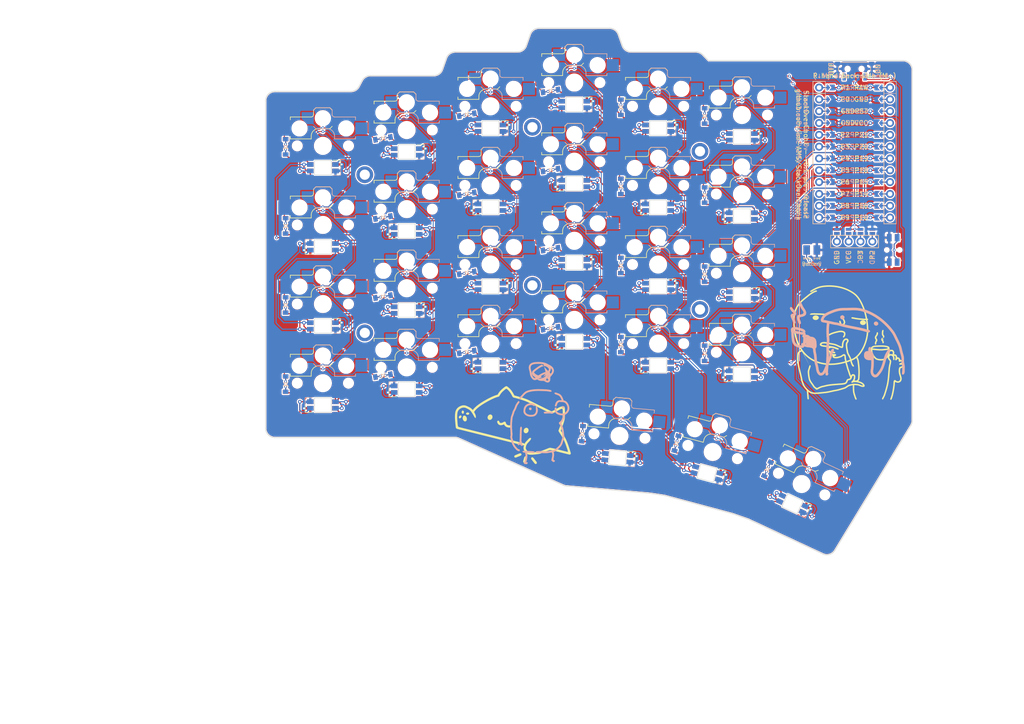
<source format=kicad_pcb>
(kicad_pcb (version 20240108) (generator "pcbnew") (generator_version "8.0")
  (title_block (title "StackOverChonk") (date "2024-12-22") (rev "v1.0.0") (company "Aditya"))
  (layers (0 "F.Cu" signal) (31 "B.Cu" signal) (34 "B.Paste" user) (35 "F.Paste" user) (36 "B.SilkS" user "B.Silkscreen") (37 "F.SilkS" user "F.Silkscreen") (38 "B.Mask" user) (39 "F.Mask" user) (44 "Edge.Cuts" user))
  (net 0 "")
  (net 1 "matrix_outer_down")
  (net 2 "P18")
  (net 3 "matrix_outer_home")
  (net 4 "P19")
  (net 5 "matrix_outer_up")
  (net 6 "P20")
  (net 7 "matrix_outer_num")
  (net 8 "P21")
  (net 9 "matrix_pinky_down")
  (net 10 "matrix_pinky_home")
  (net 11 "matrix_pinky_up")
  (net 12 "matrix_pinky_num")
  (net 13 "matrix_ring_down")
  (net 14 "matrix_ring_home")
  (net 15 "matrix_ring_up")
  (net 16 "matrix_ring_num")
  (net 17 "matrix_middle_down")
  (net 18 "matrix_middle_home")
  (net 19 "matrix_middle_up")
  (net 20 "matrix_middle_num")
  (net 21 "matrix_index_down")
  (net 22 "matrix_index_home")
  (net 23 "matrix_index_up")
  (net 24 "matrix_index_num")
  (net 25 "matrix_inner_down")
  (net 26 "matrix_inner_home")
  (net 27 "matrix_inner_up")
  (net 28 "matrix_inner_num")
  (net 29 "thumbs_col1_cluster")
  (net 30 "P15")
  (net 31 "thumbs_col2_cluster")
  (net 32 "thumbs_col3_cluster")
  (net 33 "P1")
  (net 34 "GND")
  (net 35 "P0")
  (net 36 "P4")
  (net 37 "P5")
  (net 38 "P7")
  (net 39 "P8")
  (net 40 "RAW")
  (net 41 "RST")
  (net 42 "VCC")
  (net 43 "P14")
  (net 44 "P16")
  (net 45 "P10")
  (net 46 "P2")
  (net 47 "P3")
  (net 48 "P6")
  (net 49 "P9")
  (net 50 "MCU1_24")
  (net 51 "MCU1_1")
  (net 52 "MCU1_23")
  (net 53 "MCU1_2")
  (net 54 "MCU1_22")
  (net 55 "MCU1_3")
  (net 56 "MCU1_21")
  (net 57 "MCU1_4")
  (net 58 "MCU1_20")
  (net 59 "MCU1_5")
  (net 60 "MCU1_19")
  (net 61 "MCU1_6")
  (net 62 "MCU1_18")
  (net 63 "MCU1_7")
  (net 64 "MCU1_17")
  (net 65 "MCU1_8")
  (net 66 "MCU1_16")
  (net 67 "MCU1_9")
  (net 68 "MCU1_15")
  (net 69 "MCU1_10")
  (net 70 "MCU1_14")
  (net 71 "MCU1_11")
  (net 72 "MCU1_13")
  (net 73 "MCU1_12")
  (net 74 "DISP1_1")
  (net 75 "DISP1_2")
  (net 76 "DISP1_3")
  (net 77 "DISP1_4")
  (net 78 "LED_4")
  (net 79 "LED_3")
  (net 80 "LED_16")
  (net 81 "LED_15")
  (net 82 "LED_5")
  (net 83 "LED_17")
  (net 84 "LED_6")
  (net 85 "LED_18")
  (net 86 "LED_7")
  (net 87 "LED_19")
  (net 88 "LED_8")
  (net 89 "LED_20")
  (net 90 "LED_9")
  (net 91 "LED_21")
  (net 92 "LED_14")
  (net 93 "LED_27")
  (net 94 "LED_26")
  (net 95 "LED_13")
  (net 96 "LED_25")
  (net 97 "LED_12")
  (net 98 "LED_24")
  (net 99 "LED_11")
  (net 100 "LED_23")
  (net 101 "LED_10")
  (net 102 "LED_22")
  (net 103 "LED_2")
  (net 104 "LED_1")
  (net 105 "pos")
  (footprint "ceoloide:diode_tht_sod123" (layer "F.Cu") (at 130.9 93.3 -170)
    (property "Reference" "D9" (hide yes))
    (property "Value" "")
  )
  (footprint "ceoloide:led_SK6812mini-e (per-key, reversible)" (layer "F.Cu") (at 172 79.2 180)
    (property "Reference" "LED21" (hide yes))
    (property "Value" "")
    (fp_rect (start -1.8 -1.55) (end 1.8 1.55) (stroke (width 0.12)) (fill none) (layer "Edge.Cuts"))
  )
  (footprint "ceoloide:diode_tht_sod123" (layer "F.Cu") (at 155.719587 110.85874 85)
    (property "Reference" "D25" (hide yes))
    (property "Value" "")
  )
  (footprint "ceoloide:led_SK6812mini-e (per-key, reversible)" (layer "F.Cu") (at 190 47.07 180)
    (property "Reference" "LED24" (hide yes))
    (property "Value" "")
    (fp_rect (start -1.8 -1.55) (end 1.8 1.55) (stroke (width 0.12)) (fill none) (layer "Edge.Cuts"))
  )
  (footprint "ceoloide:diode_tht_sod123" (layer "F.Cu") (at 164 40.7 90)
    (property "Reference" "D20" (hide yes))
    (property "Value" "")
  )
  (footprint "ceoloide:led_SK6812mini-e (per-key, reversible)" (layer "F.Cu") (at 190 98.07)
    (property "Reference" "LED11" (hide yes))
    (property "Value" "")
    (fp_rect (start -1.8 -1.55) (end 1.8 1.55) (stroke (width 0.12)) (fill none) (layer "Edge.Cuts"))
  )
  (footprint "ceoloide:led_SK6812mini-e (per-key, reversible)" (layer "F.Cu") (at 100 87.7 180)
    (property "Reference" "LED13" (hide yes))
    (property "Value" "")
    (fp_rect (start -1.8 -1.55) (end 1.8 1.55) (stroke (width 0.12)) (fill none) (layer "Edge.Cuts"))
  )
  (footprint "ceoloide:led_SK6812mini-e (per-key, reversible)" (layer "F.Cu") (at 172 45.2 180)
    (property "Reference" "LED22" (hide yes))
    (property "Value" "")
    (fp_rect (start -1.8 -1.55) (end 1.8 1.55) (stroke (width 0.12)) (fill none) (layer "Edge.Cuts"))
  )
  (footprint "ceoloide:led_SK6812mini-e (per-key, reversible)" (layer "F.Cu") (at 118 50.3 180)
    (property "Reference" "LED16" (hide yes))
    (property "Value" "")
    (fp_rect (start -1.8 -1.55) (end 1.8 1.55) (stroke (width 0.12)) (fill none) (layer "Edge.Cuts"))
  )
  (footprint "ceoloide:diode_tht_sod123" (layer "F.Cu") (at 182 42.57 90)
    (property "Reference" "D24" (hide yes))
    (property "Value" "")
  )
  (footprint "ceoloide:led_SK6812mini-e (per-key, reversible)" (layer "F.Cu") (at 136 45.2 180)
    (property "Reference" "LED18" (hide yes))
    (property "Value" "")
    (fp_rect (start -1.8 -1.55) (end 1.8 1.55) (stroke (width 0.12)) (fill none) (layer "Edge.Cuts"))
  )
  (footprint "ceoloide:diode_tht_sod123" (layer "F.Cu") (at 164 74.7 90)
    (property "Reference" "D18" (hide yes))
    (property "Value" "")
  )
  (footprint "ceoloide:led_SK6812mini-e (per-key, reversible)" (layer "F.Cu") (at 182.504925 119.346097 165)
    (property "Reference" "LED26" (hide yes))
    (property "Value" "")
    (fp_poly (pts (xy -1.8 -1.55) (xy 1.8 -1.55) (xy 1.8 1.55) (xy -1.8 1.55)) (stroke (width 0.12)) (fill none) (layer "Edge.Cuts"))
  )
  (footprint "ceoloide:diode_tht_sod123" (layer "F.Cu") (at 92 49.2 90)
    (property "Reference" "D4" (hide yes))
    (property "Value" "")
  )
  (footprint "ceoloide:led_SK6812mini-e (per-key, reversible)" (layer "F.Cu") (at 100 104.7)
    (property "Reference" "LED1" (hide yes))
    (property "Value" "")
    (fp_rect (start -1.8 -1.55) (end 1.8 1.55) (stroke (width 0.12)) (fill none) (layer "Edge.Cuts"))
  )
  (footprint "ceoloide:led_SK6812mini-e (per-key, reversible)" (layer "F.Cu") (at 172 96.2)
    (property "Reference" "LED9" (hide yes))
    (property "Value" "")
    (fp_rect (start -1.8 -1.55) (end 1.8 1.55) (stroke (width 0.12)) (fill none) (layer "Edge.Cuts"))
  )
  (footprint "ceoloide:diode_tht_sod123" (layer "F.Cu") (at 148.9 54.2 -170)
    (property "Reference" "D15" (hide yes))
    (property "Value" "")
  )
  (footprint "ceoloide:diode_tht_sod123" (layer "F.Cu") (at 92 83.2 90)
    (property "Reference" "D2" (hide yes))
    (property "Value" "")
  )
  (footprint "ceoloide:diode_tht_sod123" (layer "F.Cu") (at 92 66.2 90)
    (property "Reference" "D3" (hide yes))
    (property "Value" "")
  )
  (footprint "ceoloide:reset_switch_smd_side" (layer "F.Cu") (at 222.5 71.37 -90)
    (property "Reference" "RST1" (hide yes))
    (property "Value" "")
  )
  (footprint "ceoloide:led_SK6812mini-e (per-key, reversible)" (layer "F.Cu") (at 118 101.3)
    (property "Reference" "LED3" (hide yes))
    (property "Value" "")
    (fp_rect (start -1.8 -1.55) (end 1.8 1.55) (stroke (width 0.12)) (fill none) (layer "Edge.Cuts"))
  )
  (footprint "ceoloide:led_SK6812mini-e (per-key, reversible)" (layer "F.Cu") (at 100 53.7 180)
    (property "Reference" "LED14" (hide yes))
    (property "Value" "")
    (fp_rect (start -1.8 -1.55) (end 1.8 1.55) (stroke (width 0.12)) (fill none) (layer "Edge.Cuts"))
  )
  (footprint "ceoloide:mcu_supermini_nrf52840" (layer "F.Cu") (at 214.2 49.17)
    (property "Reference" "MCU1" (hide yes))
    (property "Value" "")
  )
  (footprint "ceoloide:diode_tht_sod123" (layer "F.Cu") (at 182 76.57 90)
    (property "Reference" "D22" (hide yes))
    (property "Value" "")
  )
  (footprint "ceoloide:led_SK6812mini-e (per-key, reversible)" (layer "F.Cu") (at 118 67.3)
    (property "Reference" "LED4" (hide yes))
    (property "Value" "")
    (fp_rect (start -1.8 -1.55) (end 1.8 1.55) (stroke (width 0.12)) (fill none) (layer "Edge.Cuts"))
  )
  (footprint "ceoloide:diode_tht_sod123" (layer "F.Cu") (at 182 59.57 90)
    (property "Reference" "D23" (hide yes))
    (property "Value" "")
  )
  (footprint "ceoloide:diode_tht_sod123" (layer "F.Cu") (at 112.9 81.4 -170)
    (property "Reference" "D6" (hide yes))
    (property "Value" "")
  )
  (footprint "ceoloide:led_SK6812mini-e (per-key, reversible)" (layer "F.Cu") (at 136 79.2 180)
    (property "Reference" "LED17" (hide yes))
    (property "Value" "")
    (fp_rect (start -1.8 -1.55) (end 1.8 1.55) (stroke (width 0.12)) (fill none) (layer "Edge.Cuts"))
  )
  (footprint "ceoloide:led_SK6812mini-e (per-key, reversible)" (layer "F.Cu") (at 118 84.3 180)
    (property "Reference" "LED15" (hide yes))
    (property "Value" "")
    (fp_rect (start -1.8 -1.55) (end 1.8 1.55) (stroke (width 0.12)) (fill none) (layer "Edge.Cuts"))
  )
  (footprint "ceoloide:led_SK6812mini-e (per-key, reversible)" (layer "F.Cu") (at 154 57.1)
    (property "Reference" "LED8" (hide yes))
    (property "Value" "")
    (fp_rect (start -1.8 -1.55) (end 1.8 1.55) (stroke (width 0.12)) (fill none) (layer "Edge.Cuts"))
  )
  (footprint "ceoloide:diode_tht_sod123" (layer "F.Cu") (at 182 93.57 90)
    (property "Reference" "D21" (hide yes))
    (property "Value" "")
  )
  (footprint "ceoloide:diode_tht_sod123" (layer "F.Cu") (at 148.9 71.2 -170)
    (property "Reference" "D14" (hide yes))
    (property "Value" "")
  )
  (footprint "ceoloide:diode_tht_sod123" (layer "F.Cu") (at 164 91.7 90)
    (property "Reference" "D17" (hide yes))
    (property "Value" "")
  )
  (footprint "ceoloide:diode_tht_sod123" (layer "F.Cu") (at 195.498117 118.479187 65)
    (property "Reference" "D27" (hide yes))
    (property "Value" "")
  )
  (footprint "ceoloide:led_SK6812mini-e (per-key, reversible)" (layer "F.Cu") (at 200.846797 125.938518 155)
    (property "Reference" "LED27" (hide yes))
    (property "Value" "")
    (fp_poly (pts (xy -1.8 -1.55) (xy 1.8 -1.55) (xy 1.8 1.55) (xy -1.8 1.55)) (stroke (width 0.12)) (fill none) (layer "Edge.Cuts"))
  )
  (footprint "ceoloide:led_SK6812mini-e (per-key, reversible)" (layer "F.Cu") (at 136 96.2)
    (property "Reference" "LED5" (hide yes))
    (property "Value" "")
    (fp_rect (start -1.8 -1.55) (end 1.8 1.55) (stroke (width 0.12)) (fill none) (layer "Edge.Cuts"))
  )
  (footprint "ceoloide:diode_tht_sod123" (layer "F.Cu") (at 164 57.7 90)
    (property "Reference" "D19" (hide yes))
    (property "Value" "")
  )
  (footprint "Battery_pads" (layer "F.Cu") (at 205 71.37)
    (property "Reference" "BT1" (hide yes))
    (property "Value" "")
  )
  (footprint "ceoloide:diode_tht_sod123" (layer "F.Cu") (at 112.9 47.4 -170)
    (property "Reference" "D8" (hide yes))
    (property "Value" "")
  )
  (footprint "ceoloide:diode_tht_sod123" (layer "F.Cu") (at 130.9 42.3 -170)
    (property "Reference" "D12" (hide yes))
    (property "Value" "")
  )
  (footprint "ceoloide:led_SK6812mini-e (per-key, reversible)" (layer "F.Cu") (at 190 64.07)
    (property "Reference" "LED12" (hide yes))
    (property "Value" "")
    (fp_rect (start -1.8 -1.55) (end 1.8 1.55) (stroke (width 0.12)) (fill none) (layer "Edge.Cuts"))
  )
  (footprint "ceoloide:led_SK6812mini-e (per-key, reversible)" (layer "F.Cu") (at 190 81.07 180)
    (property "Reference" "LED23" (hide yes))
    (property "Value" "")
    (fp_rect (start -1.8 -1.55) (end 1.8 1.55) (stroke (width 0.12)) (fill none) (layer "Edge.Cuts"))
  )
  (footprint "ceoloide:diode_tht_sod123" (layer "F.Cu") (at 112.9 64.4 -170)
    (property "Reference" "D7" (hide yes))
    (property "Value" "")
  )
  (footprint "ceoloide:diode_tht_sod123" (layer "F.Cu") (at 148.9 88.2 -170)
    (property "Reference" "D13" (hide yes))
    (property "Value" "")
  )
  (footprint "ceoloide:led_SK6812mini-e (per-key, reversible)" (layer "F.Cu") (at 154 91.1)
    (property "Reference" "LED7" (hide yes))
    (property "Value" "")
    (fp_rect (start -1.8 -1.55) (end 1.8 1.55) (stroke (width 0.12)) (fill none) (layer "Edge.Cuts"))
  )
  (footprint "ceoloide:diode_tht_sod123" (layer "F.Cu") (at 130.9 59.3 -170)
    (property "Reference" "D11" (hide yes))
    (property "Value" "")
  )
  (footprint "ceoloide:diode_tht_sod123" (layer "F.Cu") (at 148.9 37.2 -170)
    (property "Reference" "D16" (hide yes))
    (property "Value" "")
  )
  (footprint "ceoloide:diode_tht_sod123" (layer "F.Cu") (at 130.9 76.3 -170)
    (property "Reference" "D10" (hide yes))
    (property "Value" "")
  )
  (footprint "ceoloide:led_SK6812mini-e (per-key, reversible)" (layer "F.Cu") (at 163.296944 116.038862 175)
    (property "Reference" "LED25" (hide yes))
    (property "Value" "")
    (fp_poly (pts (xy -1.8 -1.55) (xy 1.8 -1.55) (xy 1.8 1.55) (xy -1.8 1.55)) (stroke (width 0.12)) (fill none) (layer "Edge.Cuts"))
  )
  (footprint "ceoloide:led_SK6812mini-e (per-key, reversible)" (layer "F.Cu") (at 172 62.2)
    (property "Reference" "LED10" (hide yes))
    (property "Value" "")
    (fp_rect (start -1.8 -1.55) (end 1.8 1.55) (stroke (width 0.12)) (fill none) (layer "Edge.Cuts"))
  )
  (footprint "ceoloide:led_SK6812mini-e (per-key, reversible)" (layer "F.Cu") (at 154 74.1 180)
    (property "Reference" "LED19" (hide yes))
    (property "Value" "")
    (fp_rect (start -1.8 -1.55) (end 1.8 1.55) (stroke (width 0.12)) (fill none) (layer "Edge.Cuts"))
  )
  (footprint "ceoloide:diode_tht_sod123" (layer "F.Cu") (at 92 100.2 90)
    (property "Reference" "D1" (hide yes))
    (property "Value" "")
  )
  (footprint "ceoloide:led_SK6812mini-e (per-key, reversible)" (layer "F.Cu") (at 154 40.1 180)
    (property "Reference" "LED20" (hide yes))
    (property "Value" "")
    (fp_rect (start -1.8 -1.55) (end 1.8 1.55) (stroke (width 0.12)) (fill none) (layer "Edge.Cuts"))
  )
  (footprint "ceoloide:diode_tht_sod123" (layer "F.Cu") (at 175.942204 112.928878 75)
    (property "Reference" "D26" (hide yes))
    (property "Value" "")
  )
  (footprint "ceoloide:diode_tht_sod123" (layer "F.Cu") (at 112.9 98.4 -170)
    (property "Reference" "D5" (hide yes))
    (property "Value" "")
  )
  (footprint "ceoloide:led_SK6812mini-e (per-key, reversible)" (layer "F.Cu") (at 100 70.7)
    (property "Reference" "LED2" (hide yes))
    (property "Value" "")
    (fp_rect (start -1.8 -1.55) (end 1.8 1.55) (stroke (width 0.12)) (fill none) (layer "Edge.Cuts"))
  )
  (footprint "ceoloide:display_ssd1306" (layer "F.Cu") (at 214.2 52.87)
    (property "Reference" "DISP1" (hide yes))
    (property "Value" "")
  )
  (footprint "ceoloide:led_SK6812mini-e (per-key, reversible)" (layer "F.Cu") (at 136 62.2)
    (property "Reference" "LED6" (hide yes))
    (property "Value" "")
    (fp_rect (start -1.8 -1.55) (end 1.8 1.55) (stroke (width 0.12)) (fill none) (layer "Edge.Cuts"))
  )
  (footprint "ceoloide:mounting_hole_plated" (layer "B.Cu") (at 109 89.2)
    (property "Reference" "H2" (hide yes))
    (property "Value" "")
  )
  (footprint "ceoloide:switch_choc_v1_v2" (layer "B.Cu") (at 190 42.37)
    (property "Reference" "S24" (hide yes))
    (property "Value" "")
  )
  (footprint "ceoloide:switch_choc_v1_v2" (layer "B.Cu") (at 202.833103 121.678872 -25)
    (property "Reference" "S27" (hide yes))
    (property "Value" "")
  )
  (footprint "ceoloide:switch_choc_v1_v2" (layer "B.Cu") (at 100 66)
    (property "Reference" "S3" (hide yes))
    (property "Value" "")
  )
  (footprint "Battery_pads" (layer "B.Cu") (at 205 71.37)
    (property "Reference" "BT2" (hide yes))
    (property "Value" "")
  )
  (footprint "ceoloide:switch_choc_v1_v2" (layer "B.Cu") (at 136 91.5)
    (property "Reference" "S9" (hide yes))
    (property "Value" "")
  )
  (footprint "ceoloide:switch_choc_v1_v2" (layer "B.Cu") (at 154 35.4)
    (property "Reference" "S16" (hide yes))
    (property "Value" "")
  )
  (footprint "ceoloide:mounting_hole_plated" (layer "B.Cu") (at 145 79)
    (property "Reference" "H5" (hide yes))
    (property "Value" "")
  )
  (footprint "ceoloide:switch_choc_v1_v2" (layer "B.Cu") (at 100 83)
    (property "Reference" "S2" (hide yes))
    (property "Value" "")
  )
  (footprint "ceoloide:switch_choc_v1_v2" (layer "B.Cu") (at 190 93.37)
    (property "Reference" "S21" (hide yes))
    (property "Value" "")
  )
  (footprint "ceoloide:switch_choc_v1_v2" (layer "B.Cu") (at 163.706576 111.356747 -5)
    (property "Reference" "S25" (hide yes))
    (property "Value" "")
  )
  (footprint "ceoloide:switch_choc_v1_v2" (layer "B.Cu") (at 154 86.4)
    (property "Reference" "S13" (hide yes))
    (property "Value" "")
  )
  (footprint "ceoloide:power_switch_smd_side" (layer "B.Cu") (at 214.2 32.47 90)
    (property "Reference" "PWR1" (hide yes))
    (property "Value" "")
  )
  (footprint "ceoloide:switch_choc_v1_v2" (layer "B.Cu") (at 118 45.6)
    (property "Reference" "S8" (hide yes))
    (property "Value" "")
  )
  (footprint "ceoloide:mounting_hole_plated" (layer "B.Cu") (at 181 84.17)
    (property "Reference" "H4" (hide yes))
    (property "Value" "")
  )
  (footprint "ceoloide:switch_choc_v1_v2" (layer "B.Cu") (at 136 40.5)
    (property "Reference" "S12" (hide yes))
    (property "Value" "")
  )
  (footprint "ceoloide:switch_choc_v1_v2" (layer "B.Cu") (at 100 49)
    (property "Reference" "S4" (hide yes))
    (property "Value" "")
  )
  (footprint "ceoloide:switch_choc_v1_v2" (layer "B.Cu") (at 183.721374 114.806245 -15)
    (property "Reference" "S26" (hide yes))
    (property "Value" "")
  )
  (footprint "ceoloide:switch_choc_v1_v2" (layer "B.Cu") (at 172 74.5)
    (property "Reference" "S18" (hide yes))
    (property "Value" "")
  )
  (footprint "ceoloide:switch_choc_v1_v2" (layer "B.Cu") (at 118 96.6)
    (property "Reference" "S5" (hide yes))
    (property "Value" "")
  )
  (footprint "ceoloide:switch_choc_v1_v2" (layer "B.Cu") (at 172 57.5)
    (property "Reference" "S19" (hide yes))
    (property "Value" "")
  )
  (footprint "ceoloide:switch_choc_v1_v2" (layer "B.Cu") (at 100 100)
    (property "Reference" "S1" (hide yes))
    (property "Value" "")
  )
  (footprint "ceoloide:switch_choc_v1_v2" (layer "B.Cu") (at 172 91.5)
    (property "Reference" "S17" (hide yes))
    (property "Value" "")
  )
  (footprint "ceoloide:switch_choc_v1_v2" (layer "B.Cu") (at 136 74.5)
    (property "Reference" "S10" (hide yes))
    (property "Value" "")
  )
  (footprint "ceoloide:switch_choc_v1_v2" (layer "B.Cu") (at 190 76.37)
    (property "Reference" "S22" (hide yes))
    (property "Value" "")
  )
  (footprint "ceoloide:switch_choc_v1_v2" (layer "B.Cu") (at 154 52.4)
    (property "Reference" "S15" (hide yes))
    (property "Value" "")
  )
  (footprint "ceoloide:switch_choc_v1_v2" (layer "B.Cu") (at 154 69.4)
    (property "Reference" "S14" (hide yes))
    (property "Value" "")
  )
  (footprint "ceoloide:switch_choc_v1_v2" (layer "B.Cu") (at 118 62.6)
    (property "Reference" "S7" (hide yes))
    (property "Value" "")
  )
  (footprint "ceoloide:switch_choc_v1_v2" (layer "B.Cu") (at 190 59.37)
    (property "Reference" "S23" (hide yes))
    (property "Value" "")
  )
  (footprint "ceoloide:mounting_hole_plated" (layer "B.Cu") (at 145 45)
    (property "Reference" "H6" (hide yes))
    (property "Value" "")
  )
  (footprint "ceoloide:switch_choc_v1_v2" (layer "B.Cu") (at 118 79.6)
    (property "Reference" "S6" (hide yes))
    (property "Value" "")
  )
  (footprint "ceoloide:switch_choc_v1_v2" (layer "B.Cu") (at 172 40.5)
    (property "Reference" "S20" (hide yes))
    (property "Value" "")
  )
  (footprint "ceoloide:mounting_hole_plated" (layer "B.Cu") (at 181 50.17)
    (property "Reference" "H3" (hide yes))
    (property "Value" "")
  )
  (footprint "ceoloide:mounting_hole_plated" (layer "B.Cu") (at 109 55.2)
    (property "Reference" "H1" (hide yes))
    (property "Value" "")
  )
  (footprint "ceoloide:switch_choc_v1_v2" (layer "B.Cu") (at 136 57.5)
    (property "Reference" "S11" (hide yes))
    (property "Value" "")
  )
  (gr_poly (pts (xy 150.171352 105.546337) (xy 150.159974 105.20677) (xy 149.800759 105.291979) (xy 149.764707 105.686293) (xy 149.813717 106.081815) (xy 150.018128 106.42151) (xy 150.333432 106.664602) (xy 150.701624 106.818708) (xy 151.093023 106.902924) (xy 151.49133 106.932739) (xy 151.88622 106.884678) (xy 152.22998 106.683338) (xy 152.531307 106.421534) (xy 152.770301 106.101316) (xy 152.908399 105.727684) (xy 152.94419 105.330324) (xy 152.888769 104.935775) (xy 152.749257 104.560768) (xy 152.549159 104.215847) (xy 152.276207 103.924485) (xy 151.919555 103.748305) (xy 151.526468 103.675546) (xy 151.126627 103.662243) (xy 150.728194 103.657532) (xy 150.509508 103.927442) (xy 150.840987 104.04436) (xy 151.240644 104.064463) (xy 151.639081 104.08999) (xy 152.011598 104.227131) (xy 152.27811 104.520628) (xy 152.454308 104.878951) (xy 152.542016 105.268379) (xy 152.507625 105.665137) (xy 152.337996 106.024931) (xy 152.058972 106.309529) (xy 151.721782 106.519882) (xy 151.323646 106.525157) (xy 150.928113 106.469149) (xy 150.553002 106.332696) (xy 150.251629 106.075516) (xy 150.164113 105.692161) (xy 150.171352 105.546337)) (fill solid) (layer "B.SilkS"))
  (gr_poly (pts (xy 204.811848 89.99938) (xy 204.392706 90.000075) (xy 203.980243 90.064536) (xy 203.643852 90.304872) (xy 203.571504 90.708954) (xy 203.623159 91.126419) (xy 203.713283 91.534141) (xy 203.920353 91.89803) (xy 204.225074 92.184101) (xy 204.608339 92.346211) (xy 205.012668 92.444792) (xy 205.400487 92.606869) (xy 205.809084 92.595491) (xy 206.037139 92.258452) (xy 206.06364 91.842242) (xy 206.031261 91.422661) (xy 206.00036 91.004717) (xy 205.880487 90.604719) (xy 205.61422 90.282433) (xy 205.25303 90.075884) (xy 204.840181 89.999657) (xy 205.138732 91.893598) (xy 204.73298 91.800018) (xy 204.384591 91.581528) (xy 204.196458 91.21044) (xy 204.145772 90.79357) (xy 204.350318 90.562636) (xy 204.769657 90.559132) (xy 205.174034 90.653216) (xy 205.429498 90.971606) (xy 205.468254 91.390482) (xy 205.502433 91.807619) (xy 204.811848 89.99938)) (fill solid) (layer "B.SilkS"))
  (gr_poly (pts (xy 221.30861 92.889018) (xy 221.095502 93.250106) (xy 220.882691 93.61123) (xy 220.700207 93.989305) (xy 220.559864 94.386004) (xy 220.439773 94.787509) (xy 220.32813 95.192612) (xy 220.216535 95.597581) (xy 220.096587 95.998688) (xy 219.958587 96.39561) (xy 219.794134 96.782621) (xy 219.595997 97.152528) (xy 219.35836 97.498773) (xy 219.098684 97.828752) (xy 218.822412 98.14418) (xy 218.452204 98.147346) (xy 218.230485 97.799711) (xy 218.183703 97.385431) (xy 218.24484 96.969946) (xy 218.29646 96.55164) (xy 218.324302 96.134796) (xy 218.338218 95.713899) (xy 218.33736 95.294489) (xy 218.32042 94.873903) (xy 218.286324 94.45512) (xy 218.23195 94.040434) (xy 218.134391 93.630166) (xy 217.942165 93.261663) (xy 217.688098 92.949818) (xy 217.75193 92.541915) (xy 217.608069 92.188375) (xy 217.244724 92.3076) (xy 217.133683 92.710534) (xy 217.156867 93.126759) (xy 217.336787 93.50261) (xy 217.607573 93.805268) (xy 217.699262 94.215141) (xy 217.740843 94.632169) (xy 217.769228 95.052445) (xy 217.779658 95.472309) (xy 217.773902 95.891055) (xy 217.753063 96.310456) (xy 217.717087 96.728918) (xy 217.652531 97.144074) (xy 217.624465 97.563091) (xy 217.700176 97.974092) (xy 217.884645 98.349583) (xy 218.183409 98.642626) (xy 218.571647 98.794139) (xy 218.976163 98.712608) (xy 219.303504 98.453395) (xy 219.570236 98.12927) (xy 219.832377 97.800336) (xy 220.065237 97.452913) (xy 220.263898 97.0817) (xy 220.431073 96.696304) (xy 220.573597 96.301881) (xy 220.699643 95.899981) (xy 220.815503 95.49762) (xy 220.930075 95.092466) (xy 221.050051 94.68961) (xy 221.182781 94.292425) (xy 221.357084 93.909623) (xy 221.568925 93.548622) (xy 221.784834 93.188439) (xy 221.854795 92.787995) (xy 221.516354 92.610558) (xy 221.30861 92.889018)) (fill solid) (layer "B.SilkS"))
  (gr_poly (pts (xy 151.525979 105.474142) (xy 151.868106 105.341525) (xy 151.769898 104.980737) (xy 151.405689 104.901424) (xy 151.274727 105.246986) (xy 151.504013 105.23637) (xy 151.525979 105.474142)) (fill solid) (layer "B.SilkS"))
  (gr_poly (pts (xy 149.597962 116.550124) (xy 149.54128 116.266112) (xy 149.621343 115.873879) (xy 149.669595 115.478296) (xy 149.654459 115.078474) (xy 149.517149 114.70568) (xy 149.21313 114.457082) (xy 148.943984 114.660056) (xy 149.19783 114.946257) (xy 149.274726 115.335422) (xy 149.240949 115.733072) (xy 149.162049 116.125688) (xy 149.068023 116.514171) (xy 149.148468 116.516104) (xy 149.01698 116.669445) (xy 149.300357 116.75536) (xy 149.361032 116.939594) (xy 149.756869 116.922895) (xy 149.857071 116.595278) (xy 149.597962 116.550124)) (fill solid) (layer "B.SilkS"))
  (gr_poly (pts (xy 202.928616 91.879125) (xy 202.510835 91.852854) (xy 202.102366 91.757093) (xy 201.724739 91.581498) (xy 201.457422 91.262568) (xy 201.318738 90.866482) (xy 201.25167 90.451666) (xy 201.208693 90.035214) (xy 201.168773 89.616863) (xy 201.161002 89.195403) (xy 201.132402 88.785427) (xy 201.046082 88.413419) (xy 200.664981 88.329929) (xy 200.507665 88.692228) (xy 200.596103 89.101359) (xy 200.611246 89.52023) (xy 200.63344 89.941093) (xy 200.679693 90.357547) (xy 200.731521 90.774775) (xy 200.823981 91.183345) (xy 200.987699 91.569414) (xy 201.241093 91.902141) (xy 201.582165 92.145808) (xy 201.972748 92.296961) (xy 202.379299 92.397438) (xy 202.797953 92.443891) (xy 203.207569 92.37379) (xy 203.463346 92.052012) (xy 203.626328 91.663614) (xy 203.692308 91.250369) (xy 203.721341 90.833107) (xy 203.74166 90.412538) (xy 203.741606 89.992358) (xy 203.707362 89.57475) (xy 203.629281 89.16278) (xy 203.420808 88.838544) (xy 203.082835 89.017443) (xy 203.111082 89.43259) (xy 203.174567 89.845887) (xy 203.184399 90.266497) (xy 203.169604 90.685374) (xy 203.144291 91.105188) (xy 203.085795 91.520219) (xy 202.928616 91.879125)) (fill solid) (layer "B.SilkS"))
  (gr_poly (pts (xy 203.249281 91.503318) (xy 202.905106 91.33975) (xy 202.689827 91.666807) (xy 202.925748 91.987336) (xy 203.328063 92.103191) (xy 203.732444 92.215643) (xy 204.14391 92.304578) (xy 204.56258 92.318768) (xy 204.942809 92.157834) (xy 205.140227 91.795085) (xy 205.193355 91.377676) (xy 205.155878 90.962202) (xy 205.036099 90.558125) (xy 204.837661 90.19052) (xy 204.55793 89.877478) (xy 204.204962 89.655322) (xy 203.794608 89.583176) (xy 203.376582 89.624108) (xy 202.985694 89.696483) (xy 202.995096 90.07896) (xy 203.388532 90.182578) (xy 203.80643 90.137305) (xy 204.18614 90.294721) (xy 204.447237 90.621405) (xy 204.594653 91.011543) (xy 204.632706 91.428623) (xy 204.470898 91.766218) (xy 204.055232 91.725195) (xy 203.648776 91.615234) (xy 203.249281 91.503318)) (fill solid) (layer "B.SilkS"))
  (gr_poly (pts (xy 145.990776 99.18809) (xy 146.332304 99.394101) (xy 146.714066 99.504641) (xy 147.112717 99.527549) (xy 147.49685 99.526406) (xy 147.830887 99.744335) (xy 148.204743 99.881001) (xy 148.590515 99.807303) (xy 148.810341 99.485045) (xy 148.846625 99.088107) (xy 148.854337 98.688649) (xy 149.107212 98.387676) (xy 149.355655 98.074045) (xy 149.553148 97.72775) (xy 149.645045 97.339961) (xy 149.575999 96.948652) (xy 149.376105 96.604704) (xy 149.084899 96.331752) (xy 148.745252 96.120016) (xy 148.389467 95.937496) (xy 148.037232 95.749394) (xy 147.663808 95.609335) (xy 147.273048 95.52116) (xy 146.876905 95.470634) (xy 146.476869 95.45007) (xy 146.077191 95.452869) (xy 145.677815 95.473537) (xy 145.281122 95.52455) (xy 144.897865 95.635184) (xy 144.55672 95.840357) (xy 144.314564 96.155977) (xy 144.212367 96.539832) (xy 144.238365 96.938156) (xy 144.329721 97.328143) (xy 144.424554 97.715761) (xy 144.472364 98.113536) (xy 144.58621 98.49449) (xy 144.777912 98.845484) (xy 145.031807 99.153595) (xy 145.374706 99.35129) (xy 145.765853 99.320511) (xy 148.816522 97.920399) (xy 148.732328 97.600059) (xy 148.911317 97.242913) (xy 148.966944 96.851926) (xy 149.095576 96.891547) (xy 149.243979 97.258344) (xy 149.156365 97.642447) (xy 148.932439 97.973093) (xy 147.08011 96.018099) (xy 146.710771 96.170687) (xy 146.36299 96.36742) (xy 146.030454 96.589332) (xy 145.704632 96.822662) (xy 145.390197 97.06893) (xy 145.081692 97.32327) (xy 144.871396 97.655239) (xy 144.88674 98.048871) (xy 145.090979 98.386467) (xy 145.411763 98.624744) (xy 145.698181 98.896137) (xy 145.347507 98.898889) (xy 145.090673 98.594266) (xy 144.911467 98.236822) (xy 144.835733 97.84639) (xy 144.777198 97.451267) (xy 144.667912 97.066364) (xy 144.605736 96.671614) (xy 144.699228 96.287949) (xy 144.996804 96.028962) (xy 145.377795 95.912346) (xy 145.775524 95.86746) (xy 146.173879 95.850203) (xy 146.574936 95.852225) (xy 146.974049 95.881578) (xy 147.368055 95.946934) (xy 148.254198 99.140939) (xy 148.448717 99.18161) (xy 148.283617 99.488482) (xy 147.918225 99.334524) (xy 148.381135 98.435776) (xy 148.503334 98.315374) (xy 148.292935 98.625963) (xy 148.083179 97.557251) (xy 147.691731 97.628408) (xy 147.317046 97.768479) (xy 146.955815 97.939734) (xy 146.609911 98.139165) (xy 146.277802 98.340492) (xy 145.908277 98.189156) (xy 145.58295 97.978159) (xy 145.336581 97.681215) (xy 145.586728 97.424775) (xy 145.900396 97.175704) (xy 146.223764 96.941936) (xy 146.555681 96.71775) (xy 146.903355 96.52139) (xy 147.276454 96.376283) (xy 147.671877 96.332419) (xy 148.042389 96.46436) (xy 148.366218 96.69797) (xy 148.566151 97.005848) (xy 148.405027 97.37141) (xy 147.140969 98.763035) (xy 146.796461 98.561137) (xy 147.023444 98.357548) (xy 147.379905 98.177219) (xy 147.751422 98.029892) (xy 148.142286 97.95878) (xy 147.984437 98.30621) (xy 147.715313 98.599904) (xy 147.381839 98.818539) (xy 145.990776 99.18809)) (fill solid) (layer "B.SilkS"))
  (gr_poly (pts (xy 204.81209 90.27938) (xy 204.392862 90.279793) (xy 203.984581 90.364394) (xy 203.853097 90.729219) (xy 203.904587 91.143821) (xy 204.024251 91.543721) (xy 204.279548 91.873529) (xy 204.647285 92.0684) (xy 205.05509 92.157499) (xy 205.440292 92.325265) (xy 205.76683 92.205017) (xy 205.781498 91.785337) (xy 205.746271 91.368387) (xy 205.7112 90.951056) (xy 205.522346 90.579555) (xy 205.17737 90.346468) (xy 204.81209 90.27938)) (fill solid) (layer "B.SilkS"))
  (gr_poly (pts (xy 201.117246 85.027268) (xy 200.704342 85.085869) (xy 200.437908 85.385557) (xy 200.50426 85.795782) (xy 200.673259 86.179597) (xy 200.85483 86.559158) (xy 200.962158 86.964363) (xy 201.219532 87.26728) (xy 201.553162 87.077935) (xy 201.471879 86.677763) (xy 201.343515 86.279181) (xy 201.160665 85.902227) (xy 201.121908 85.594876) (xy 201.511134 85.454921) (xy 201.682953 85.084051) (xy 201.562127 84.689379) (xy 201.273163 84.384428) (xy 201.005215 84.062802) (xy 200.773472 83.713502) (xy 200.404166 83.611836) (xy 200.277606 83.970829) (xy 200.503997 84.324684) (xy 200.762241 84.65489) (xy 201.056804 84.955748) (xy 201.117246 85.027268)) (fill solid) (layer "B.SilkS"))
  (gr_poly (pts (xy 141.880461 103.954328) (xy 141.64376 104.274782) (xy 141.430798 104.613549) (xy 141.274826 104.981263) (xy 141.141425 105.358378) (xy 140.959233 105.713376) (xy 140.767538 106.063725) (xy 140.666753 106.450521) (xy 140.535543 106.828341) (xy 140.391998 107.200405) (xy 140.328282 107.595683) (xy 140.287497 107.993443) (xy 140.252671 108.39135) (xy 140.227973 108.79079) (xy 140.217682 109.19066) (xy 140.225491 109.589838) (xy 140.25442 109.989675) (xy 140.287567 110.38812) (xy 140.29963 110.787326) (xy 140.324712 111.176687) (xy 140.235339 111.56456) (xy 140.32481 111.95329) (xy 140.459203 112.328833) (xy 140.520263 112.72391) (xy 140.655005 113.10003) (xy 140.836677 113.455549) (xy 141.053444 113.793219) (xy 141.307165 114.100836) (xy 141.589805 114.384208) (xy 141.91664 114.60963) (xy 142.301181 114.590391) (xy 142.275737 114.255124) (xy 141.913524 114.139626) (xy 141.629364 113.858032) (xy 141.371785 113.55323) (xy 141.158027 113.215431) (xy 140.984433 112.855096) (xy 140.879459 112.47042) (xy 140.802395 112.079637) (xy 140.660273 111.706461) (xy 140.69959 111.317299) (xy 140.742474 110.924212) (xy 140.686354 110.530243) (xy 140.673265 110.131193) (xy 140.63405 109.733246) (xy 140.617894 109.333501) (xy 140.622093 108.933226) (xy 140.642736 108.534566) (xy 140.675422 108.135651) (xy 140.715395 107.737354) (xy 140.765014 107.34086) (xy 140.903805 106.966458) (xy 141.043015 106.592442) (xy 141.140837 106.205358) (xy 141.337122 105.857536) (xy 141.514289 105.499964) (xy 141.644821 105.121824) (xy 141.808575 104.75719) (xy 142.027662 104.422116) (xy 142.256621 104.097433) (xy 142.091381 103.798664) (xy 141.880461 103.954328)) (fill solid) (layer "B.SilkS"))
  (gr_poly (pts (xy 211.535117 85.386101) (xy 211.172885 85.566379) (xy 211.092409 85.962382) (xy 211.358192 86.276347) (xy 211.761107 86.326616) (xy 212.035304 86.026119) (xy 211.998581 85.623446) (xy 211.654848 85.399745) (xy 211.535117 85.386101)) (fill solid) (layer "B.SilkS"))
  (gr_poly (pts (xy 208.497462 97.796677) (xy 208.505069 97.377603) (xy 208.533133 96.959501) (xy 208.572499 96.541592) (xy 208.603682 96.121178) (xy 208.628911 95.701058) (xy 208.650719 95.283037) (xy 208.671878 94.86407) (xy 208.694927 94.444765) (xy 208.709544 94.02365) (xy 208.70874 93.60488) (xy 208.700395 93.185448) (xy 208.692141 92.763557) (xy 208.691772 92.344604) (xy 208.707073 91.925941) (xy 208.744196 91.506282) (xy 208.78333 91.088587) (xy 208.798791 90.668913) (xy 208.767875 90.248935) (xy 208.732913 89.830923) (xy 208.709609 89.412094) (xy 208.698193 88.993741) (xy 208.699236 88.573211) (xy 208.713844 88.152709) (xy 208.74337 87.734565) (xy 208.790091 87.316619) (xy 208.821202 86.901924) (xy 208.485266 86.721436) (xy 208.264114 87.043051) (xy 208.208354 87.460267) (xy 208.170105 87.879188) (xy 208.147204 88.297042) (xy 208.137812 88.71869) (xy 208.140954 89.137038) (xy 208.155872 89.557288) (xy 208.182209 89.977308) (xy 208.219705 90.394474) (xy 208.239989 90.813951) (xy 208.212768 91.231642) (xy 208.168767 91.65173) (xy 208.139025 92.069092) (xy 208.131271 92.489176) (xy 208.135951 92.910151) (xy 208.145212 93.329027) (xy 208.151396 93.749998) (xy 208.146656 94.170071) (xy 208.125746 94.589808) (xy 208.103955 95.007718) (xy 208.082892 95.426743) (xy 208.059856 95.847499) (xy 208.032407 96.265817) (xy 207.99773 96.684737) (xy 207.958991 97.104199) (xy 207.940689 97.521499) (xy 207.930449 97.942571) (xy 208.014499 98.337522) (xy 208.395207 98.352442) (xy 208.600058 98.000504) (xy 208.497462 97.796677)) (fill solid) (layer "B.SilkS"))
  (gr_poly (pts (xy 206.922211 86.472978) (xy 207.064398 86.82923) (xy 207.458954 86.961826) (xy 207.875277 87.017121) (xy 208.283348 87.117501) (xy 208.694569 87.201352) (xy 209.10641 87.28362) (xy 209.51663 87.378862) (xy 209.928369 87.458772) (xy 210.344624 87.515704) (xy 210.752553 87.612935) (xy 211.154835 87.731038) (xy 211.561985 87.840962) (xy 211.969376 87.942802) (xy 212.375848 88.037651) (xy 212.787404 88.128072) (xy 213.199443 88.214136) (xy 213.610889 88.296763) (xy 214.022428 88.377216) (xy 214.434697 88.456832) (xy 214.846445 88.538154) (xy 215.257316 88.624135) (xy 215.66657 88.717441) (xy 216.075506 88.821282) (xy 216.476497 88.93768) (xy 216.877301 89.068461) (xy 217.290222 89.124746) (xy 217.575007 88.865283) (xy 217.342855 88.562759) (xy 216.933126 88.500693) (xy 216.535471 88.369327) (xy 216.130954 88.256622) (xy 215.72147 88.155035) (xy 215.311917 88.06314) (xy 214.900899 87.977934) (xy 214.489113 87.896959) (xy 214.075574 87.817108) (xy 213.66544 87.736778) (xy 213.253773 87.653793) (xy 212.841688 87.567182) (xy 212.430295 87.475972) (xy 212.02244 87.379614) (xy 211.61576 87.276321) (xy 211.211411 87.165032) (xy 210.80761 87.044454) (xy 210.396171 86.962465) (xy 209.981642 86.905087) (xy 209.570467 86.814807) (xy 209.160516 86.724058) (xy 208.747293 86.642587) (xy 208.338045 86.556691) (xy 207.929797 86.456596) (xy 207.514533 86.401785) (xy 207.668811 86.030072) (xy 207.935862 85.707811) (xy 208.265905 85.447971) (xy 208.634678 85.248202) (xy 209.020851 85.085342) (xy 209.411857 84.926156) (xy 209.802614 84.771811) (xy 210.199223 84.640052) (xy 210.60673 84.530881) (xy 211.018485 84.449367) (xy 211.435596 84.401726) (xy 211.85438 84.384546) (xy 212.273251 84.38246) (xy 212.695335 84.379528) (xy 213.11419 84.363487) (xy 213.53487 84.347686) (xy 213.954672 84.34077) (xy 214.373354 84.348592) (xy 214.793416 84.377272) (xy 215.209124 84.432318) (xy 215.620268 84.519002) (xy 216.023543 84.635093) (xy 216.420824 84.767602) (xy 216.815357 84.916807) (xy 217.201344 85.080249) (xy 217.580425 85.258116) (xy 217.95411 85.450866) (xy 218.320378 85.657216) (xy 218.679007 85.876688) (xy 219.029773 86.108798) (xy 219.370872 86.351899) (xy 219.703741 86.606571) (xy 220.029663 86.873614) (xy 220.345371 87.150056) (xy 220.652188 87.436645) (xy 220.949894 87.732907) (xy 221.23827 88.038368) (xy 221.517095 88.352554) (xy 221.786149 88.674991) (xy 222.045213 89.005205) (xy 222.290455 89.346392) (xy 222.502529 89.707337) (xy 222.691707 90.083315) (xy 222.871282 90.463231) (xy 223.055632 90.839876) (xy 223.244036 91.217006) (xy 223.424305 91.595619) (xy 223.587911 91.983453) (xy 223.723338 92.378351) (xy 223.825848 92.786166) (xy 223.914034 93.198328) (xy 224.02448 93.602065) (xy 224.140341 94.007168) (xy 224.240158 94.414301) (xy 224.274609 94.831795) (xy 224.26271 95.251988) (xy 224.295311 95.669489) (xy 224.381637 96.081829) (xy 224.440113 96.495184) (xy 224.42447 96.915053) (xy 224.42889 97.335497) (xy 224.370284 97.748042) (xy 224.372002 98.129) (xy 224.752867 98.154999) (xy 224.948735 97.791442) (xy 224.985602 97.374349) (xy 224.97974 96.955805) (xy 224.998209 96.53506) (xy 224.950948 96.119351) (xy 224.87149 95.706905) (xy 224.816038 95.289957) (xy 224.82192 94.869217) (xy 224.812453 94.450281) (xy 224.72699 94.038359) (xy 224.614816 93.635181) (xy 224.499917 93.23116) (xy 224.403238 92.822498) (xy 224.314143 92.413387) (xy 224.192204 92.008916) (xy 224.042818 91.61688) (xy 223.872462 91.233712) (xy 223.689026 90.855248) (xy 223.502173 90.480792) (xy 223.318953 90.102028) (xy 223.137488 89.723676) (xy 222.94379 89.350166) (xy 222.726093 88.990223) (xy 222.480228 88.652011) (xy 222.220489 88.321412) (xy 221.951109 87.998342) (xy 221.673687 87.684754) (xy 221.385698 87.377985) (xy 221.088692 87.080025) (xy 220.784399 86.792694) (xy 220.470029 86.513588) (xy 220.147266 86.244572) (xy 219.816321 85.986074) (xy 219.4774 85.73852) (xy 219.128995 85.50121) (xy 218.774713 85.276889) (xy 218.413082 85.064796) (xy 218.044311 84.865361) (xy 217.666749 84.678129) (xy 217.28429 84.505357) (xy 216.895316 84.346527) (xy 216.501989 84.202738) (xy 216.100641 84.072999) (xy 215.697768 83.961315) (xy 215.286744 83.878111) (xy 214.868244 83.823167) (xy 214.451161 83.793042) (xy 214.029857 83.782366) (xy 213.610378 83.786382) (xy 213.189993 83.80008) (xy 212.771523 83.817666) (xy 212.350332 83.824049) (xy 211.930908 83.82573) (xy 211.511994 83.837231) (xy 211.092338 83.873073) (xy 210.678174 83.94216) (xy 210.269506 84.038203) (xy 209.868239 84.157068) (xy 209.47137 84.297873) (xy 209.082162 84.457528) (xy 208.69398 84.617744) (xy 208.310345 84.788755) (xy 207.944248 84.992924) (xy 207.610252 85.246702) (xy 207.321834 85.549613) (xy 207.098663 85.907159) (xy 206.948427 86.29745) (xy 206.922211 86.472978)) (fill solid) (layer "B.SilkS"))
  (gr_poly (pts (xy 142.568037 103.311939) (xy 142.84448 103.02363) (xy 143.110091 102.725052) (xy 143.376689 102.426614) (xy 143.681961 102.168479) (xy 144.039799 101.99401) (xy 144.42289 101.878814) (xy 144.814273 101.794728) (xy 145.209071 101.737307) (xy 145.607871 101.701619) (xy 146.00793 101.683695) (xy 146.408378 101.679676) (xy 146.808354 101.685955) (xy 147.20688 101.699008) (xy 147.607886 101.715448) (xy 148.00735 101.734395) (xy 148.404312 101.777208) (xy 148.79706 101.852794) (xy 149.154616 101.819512) (xy 149.02237 101.50171) (xy 148.632077 101.413282) (xy 148.236974 101.352567) (xy 147.838357 101.324979) (xy 147.43947 101.308079) (xy 147.039396 101.293258) (xy 146.639294 101.283488) (xy 146.239107 101.281811) (xy 145.839468 101.291274) (xy 145.440916 101.315043) (xy 145.04309 101.356675) (xy 144.647643 101.420014) (xy 144.257307 101.509059) (xy 143.875815 101.627694) (xy 143.516672 101.801002) (xy 143.201005 102.046191) (xy 142.923965 102.333945) (xy 142.65856 102.634936) (xy 142.384425 102.925443) (xy 142.123207 103.22545) (xy 142.316719 103.513971) (xy 142.568037 103.311939)) (fill solid) (layer "B.SilkS"))
  (gr_poly (pts (xy 146.056452 114.603914) (xy 145.695057 114.688765) (xy 145.835279 115.001305) (xy 146.232398 115.006205) (xy 146.632398 114.984076) (xy 147.030187 115.024306) (xy 147.427157 115.062997) (xy 147.826659 115.073371) (xy 148.226317 115.049961) (xy 148.619465 114.974112) (xy 149.013104 114.909581) (xy 149.408673 114.85079) (xy 149.788739 114.730953) (xy 150.125704 114.516339) (xy 150.43605 114.263944) (xy 150.734605 113.998866) (xy 151.013546 113.712283) (xy 151.257839 113.396683) (xy 151.437552 113.0401) (xy 151.561589 112.659563) (xy 151.675911 112.276858) (xy 151.800677 111.896784) (xy 151.859973 111.501669) (xy 151.830069 111.103528) (xy 151.779472 110.706669) (xy 151.734683 110.309067) (xy 151.66379 109.91487) (xy 151.567353 109.526809) (xy 151.443423 109.147154) (xy 151.259249 108.792802) (xy 151.057887 108.449471) (xy 150.72191 108.474297) (xy 150.820472 108.840274) (xy 151.026675 109.182219) (xy 151.160298 109.559955) (xy 151.261451 109.94646) (xy 151.33493 110.33968) (xy 151.380565 110.736572) (xy 151.434063 111.133693) (xy 151.45911 111.531492) (xy 151.37874 111.922891) (xy 151.248121 112.299853) (xy 151.138464 112.685607) (xy 150.993774 113.057332) (xy 150.766974 113.386693) (xy 150.493976 113.677897) (xy 150.196268 113.94435) (xy 149.885044 114.196819) (xy 149.545338 114.401822) (xy 149.156585 114.492254) (xy 148.758548 114.537014) (xy 148.368207 114.624616) (xy 147.971411 114.668836) (xy 147.570792 114.67003) (xy 147.172688 114.638682) (xy 146.775858 114.594996) (xy 146.376479 114.587936) (xy 146.056452 114.603914)) (fill solid) (layer "B.SilkS"))
  (gr_poly (pts (xy 203.721126 88.978504) (xy 203.519497 88.617629) (xy 203.182298 88.373046) (xy 202.791176 88.221724) (xy 202.387291 88.108118) (xy 201.980444 87.996641) (xy 201.570457 87.918632) (xy 201.151816 87.927761) (xy 200.748911 88.046034) (xy 200.50052 88.367617) (xy 200.587269 88.7707) (xy 200.861358 89.085434) (xy 201.238667 89.264917) (xy 201.649255 89.349966) (xy 202.062827 89.415851) (xy 202.471118 89.514722) (xy 202.883799 89.594509) (xy 203.298962 89.560984) (xy 203.653805 89.346036) (xy 203.112548 89.030888) (xy 202.698279 88.99479) (xy 202.291336 88.893483) (xy 201.877704 88.821156) (xy 201.464895 88.747963) (xy 201.105362 88.544988) (xy 201.45804 88.46917) (xy 201.870789 88.544638) (xy 202.274916 88.657086) (xy 202.679723 88.771734) (xy 203.058967 88.947063) (xy 203.721126 88.978504)) (fill solid) (layer "B.SilkS"))
  (gr_poly (pts (xy 209.330412 92.669084) (xy 209.108306 93.020969) (xy 208.969022 93.41851) (xy 208.863028 93.825161) (xy 208.75572 94.22969) (xy 208.599938 94.620161) (xy 208.432104 95.006291) (xy 208.279867 95.395368) (xy 208.134062 95.790225) (xy 207.988746 96.185476) (xy 207.837959 96.575725) (xy 207.67256 96.96382) (xy 207.489297 97.339082) (xy 207.264836 97.694169) (xy 206.887117 97.826826) (xy 206.635143 97.496893) (xy 206.506791 97.096019) (xy 206.45158 96.681621) (xy 206.367034 96.269794) (xy 206.247481 95.866674) (xy 206.153728 95.458589) (xy 206.113319 95.040158) (xy 206.085601 94.622298) (xy 206.054701 94.20253) (xy 205.999888 93.784994) (xy 205.903822 93.378492) (xy 205.847102 92.960511) (xy 205.809792 92.543862) (xy 205.648751 92.160015) (xy 205.459023 91.81074) (xy 205.078497 91.690639) (xy 204.877047 92.023542) (xy 205.099188 92.373631) (xy 205.280337 92.740673) (xy 205.300015 93.16) (xy 205.379403 93.572214) (xy 205.467424 93.982252) (xy 205.509551 94.400965) (xy 205.537689 94.819726) (xy 205.567655 95.239244) (xy 205.621557 95.655305) (xy 205.731766 96.059771) (xy 205.846574 96.462162) (xy 205.907194 96.878319) (xy 205.978412 97.29255) (xy 206.108721 97.690609) (xy 206.319902 98.051239) (xy 206.634823 98.328751) (xy 207.031921 98.392661) (xy 207.430017 98.25994) (xy 207.746198 97.986786) (xy 207.96751 97.632689) (xy 208.154363 97.255101) (xy 208.320449 96.870144) (xy 208.473705 96.477364) (xy 208.61878 96.084861) (xy 208.764603 95.689658) (xy 208.915929 95.29989) (xy 209.081775 94.912621) (xy 209.244687 94.527289) (xy 209.360978 94.122754) (xy 209.464891 93.716164) (xy 209.592645 93.31444) (xy 209.80924 92.959368) (xy 209.702992 92.594326) (xy 209.335512 92.661687) (xy 209.37155 93.025668) (xy 209.330412 92.669084)) (fill solid) (layer "B.SilkS"))
  (gr_poly (pts (xy 142.64086 112.369274) (xy 142.667232 111.97077) (xy 142.680715 111.572068) (xy 142.684405 111.172065) (xy 142.692895 110.771319) (xy 142.707618 110.372207) (xy 142.730071 109.972559) (xy 142.761528 109.573627) (xy 142.574064 109.283699) (xy 142.360733 109.564503) (xy 142.329839 109.962892) (xy 142.307684 110.362108) (xy 142.293028 110.761984) (xy 142.284526 111.162377) (xy 142.280763 111.561973) (xy 142.268026 111.960701) (xy 142.238167 112.359641) (xy 142.388063 112.713328) (xy 142.733672 112.633359) (xy 142.64086 112.369274)) (fill solid) (layer "B.SilkS"))
  (gr_poly (pts (xy 149.868516 102.374441) (xy 150.243631 102.511162) (xy 150.619775 102.649264) (xy 150.917525 102.908355) (xy 151.116344 103.254174) (xy 151.26511 103.626407) (xy 151.402721 103.995899) (xy 151.73432 103.935255) (xy 151.664952 103.551433) (xy 151.519653 103.178312) (xy 151.339867 102.821647) (xy 151.096986 102.505255) (xy 150.769496 102.278304) (xy 150.394279 102.14041) (xy 150.018549 102.002864) (xy 149.677383 102.096022) (xy 149.868516 102.374441)) (fill solid) (layer "B.SilkS"))
  (gr_poly (pts (xy 217.299555 93.36498) (xy 216.880895 93.382816) (xy 216.547377 93.596468) (xy 216.498186 94.00989) (xy 216.553878 94.422742) (xy 216.856149 94.702502) (xy 217.262274 94.796402) (xy 217.68126 94.790741) (xy 218.051237 94.633795) (xy 218.057031 94.21932) (xy 217.98981 93.806477) (xy 217.723256 93.490995) (xy 217.327219 93.365422) (xy 217.299555 93.36498)) (fill solid) (layer "B.SilkS"))
  (gr_poly (pts (xy 151.096827 108.67165) (xy 151.387044 108.399285) (xy 151.61344 108.071069) (xy 151.763562 107.700295) (xy 151.903898 107.326295) (xy 151.980116 106.936793) (xy 151.680129 106.783966) (xy 151.549687 107.144555) (xy 151.407491 107.517303) (xy 151.261085 107.889396) (xy 151.023324 108.209202) (xy 150.700077 108.44137) (xy 150.701196 108.777902) (xy 151.068733 108.724932) (xy 151.096827 108.67165)) (fill solid) (layer "B.SilkS"))
  (gr_poly (pts (xy 143.04739 114.912174) (xy 143.445026 114.951759) (xy 143.843937 114.96612) (xy 144.24404 114.976986) (xy 144.643448 114.999345) (xy 145.041185 115.034359) (xy 145.435688 115.045204) (xy 145.503872 114.71591) (xy 145.122581 114.632526) (xy 144.724554 114.605357) (xy 144.324927 114.580177) (xy 143.924515 114.568312) (xy 143.525242 114.555081) (xy 143.127116 114.520636) (xy 142.804201 114.665508) (xy 143.045624 114.912197) (xy 143.04739 114.912174)) (fill solid) (layer "B.SilkS"))
  (gr_poly (pts (xy 142.913745 113.310368) (xy 142.795528 112.931223) (xy 142.670286 112.551903) (xy 142.384985 112.347123) (xy 142.291719 112.680907) (xy 142.417375 113.060721) (xy 142.530632 113.441599) (xy 142.859425 113.513896) (xy 142.913745 113.310368)) (fill solid) (layer "B.SilkS"))
  (gr_poly (pts (xy 217.299972 93.08498) (xy 216.881688 93.100393) (xy 216.485598 93.231941) (xy 216.261604 93.574372) (xy 216.219159 93.990849) (xy 216.249606 94.408565) (xy 216.463742 94.765008) (xy 216.816543 94.988562) (xy 217.224109 95.074969) (xy 217.645191 95.072873) (xy 218.054806 94.991649) (xy 218.329753 94.69107) (xy 218.343989 94.276864) (xy 218.300939 93.858737) (xy 218.120912 93.483038) (xy 217.803201 93.212502) (xy 217.404507 93.090003) (xy 217.485176 94.518053) (xy 217.067869 94.488567) (xy 216.781065 94.219475) (xy 216.789743 93.800598) (xy 217.112038 93.645584) (xy 217.523928 93.698259) (xy 217.762922 94.024934) (xy 217.79892 94.443579) (xy 217.299972 93.08498)) (fill solid) (layer "B.SilkS"))
  (gr_poly (pts (xy 147.714201 106.517528) (xy 148.113709 106.52118) (xy 148.512853 106.516255) (xy 148.912905 106.515205) (xy 149.31062 106.565066) (xy 149.611927 106.399435) (xy 149.346434 106.164811) (xy 148.949677 106.115781) (xy 148.549851 106.115904) (xy 148.150597 106.120935) (xy 147.749838 106.11344) (xy 147.397054 106.243747) (xy 147.565066 106.547513) (xy 149.238453 106.479754) (xy 147.714201 106.517528)) (fill solid) (layer "B.SilkS"))
  (gr_poly (pts (xy 218.792717 86.734861) (xy 218.411611 86.883112) (xy 218.317101 87.267156) (xy 218.56297 87.59947) (xy 218.962902 87.651859) (xy 219.285538 87.397242) (xy 219.268117 87.003009) (xy 218.937903 86.758779) (xy 218.792717 86.734861)) (fill solid) (layer "B.SilkS"))
  (gr_poly (pts (xy 202.781578 82.789792) (xy 202.533234 82.465878) (xy 202.171089 82.585885) (xy 202.247189 82.970269) (xy 202.43899 83.345251) (xy 202.604987 83.731314) (xy 202.818699 84.090127) (xy 203.066993 84.427935) (xy 203.25768 84.801673) (xy 203.085599 85.10923) (xy 202.686098 85.231218) (xy 202.26976 85.281587) (xy 201.917807 85.497427) (xy 201.794024 85.890961) (xy 201.879111 86.298941) (xy 202.025548 86.692233) (xy 202.131089 87.099235) (xy 202.395578 87.377833) (xy 202.708001 87.151931) (xy 202.630019 86.745432) (xy 202.489956 86.349689) (xy 202.364437 85.950277) (xy 202.662824 85.792188) (xy 203.075315 85.714845) (xy 203.462785 85.55348) (xy 203.759647 85.266212) (xy 203.837278 84.859595) (xy 203.719718 84.457435) (xy 203.512931 84.094192) (xy 203.266131 83.753154) (xy 203.061726 83.386938) (xy 202.895544 83.00267) (xy 202.781578 82.789792)) (fill solid) (layer "B.SilkS"))
  (gr_poly (pts (xy 144.747887 105.291025) (xy 144.392758 105.223839) (xy 144.220483 105.548949) (xy 144.474279 105.831895) (xy 144.828568 105.70834) (xy 144.795713 105.337824) (xy 144.747887 105.291025)) (fill solid) (layer "B.SilkS"))
  (gr_poly (pts (xy 150.594927 103.685953) (xy 150.251692 103.882639) (xy 150.01994 104.203512) (xy 149.879588 104.575194) (xy 149.809203 104.961022) (xy 150.138321 105.034679) (xy 150.283101 104.670772) (xy 150.416751 104.29395) (xy 150.729708 104.057639) (xy 150.801683 103.734861) (xy 150.594927 103.685953)) (fill solid) (layer "B.SilkS"))
  (gr_poly (pts (xy 142.29554 112.526952) (xy 142.048164 112.838911) (xy 141.780469 113.1197) (xy 142.007853 113.382724) (xy 142.30236 113.1641) (xy 142.558299 112.857367) (xy 142.691361 112.492491) (xy 142.376516 112.373426) (xy 142.29554 112.526952)) (fill solid) (layer "B.SilkS"))
  (gr_poly (pts (xy 143.67777 117.01208) (xy 143.794389 116.63084) (xy 143.873427 116.238233) (xy 143.918862 115.841505) (xy 143.91977 115.441752) (xy 143.871192 115.044885) (xy 143.684283 114.699163) (xy 143.330469 114.685673) (xy 143.43454 115.011329) (xy 143.515138 115.398887) (xy 143.52125 115.797962) (xy 143.475629 116.195453) (xy 143.393691 116.586455) (xy 143.25756 116.961445) (xy 143.138191 117.31538) (xy 143.489182 117.418045) (xy 143.885135 117.394433) (xy 144.041211 117.064657) (xy 143.720129 116.963496) (xy 143.67777 117.01208)) (fill solid) (layer "B.SilkS"))
  (gr_poly (pts (xy 145.714068 104.748899) (xy 145.407493 104.496524) (xy 145.036615 104.350286) (xy 144.640071 104.303808) (xy 144.245082 104.361872) (xy 143.870457 104.501789) (xy 143.544504 104.728876) (xy 143.297348 105.042861) (xy 143.149801 105.413259) (xy 143.086188 105.807416) (xy 143.070378 106.206676) (xy 143.222737 106.57141) (xy 143.499121 106.858373) (xy 143.846143 107.055838) (xy 144.22784 107.171174) (xy 144.625136 107.215427) (xy 145.024364 107.193319) (xy 145.415387 107.11315) (xy 145.749633 106.899995) (xy 145.99306 106.585297) (xy 146.138574 106.213047) (xy 146.178834 105.816777) (xy 146.123164 105.421353) (xy 145.984131 105.047452) (xy 145.736376 104.752385) (xy 145.735314 105.51734) (xy 145.778436 105.914138) (xy 145.688534 106.301032) (xy 145.458006 106.625461) (xy 145.099901 106.784782) (xy 144.701152 106.817115) (xy 144.30429 106.784685) (xy 143.923734 106.661366) (xy 143.608574 106.420858) (xy 143.45906 106.061363) (xy 143.507319 105.663393) (xy 143.62752 105.28432) (xy 143.879342 104.977237) (xy 144.228366 104.785687) (xy 144.618361 104.703893) (xy 145.012416 104.755605) (xy 145.356511 104.952872) (xy 145.714068 104.748899)) (fill solid) (layer "B.SilkS"))
  (gr_poly (pts (xy 143.900306 109.61877) (xy 144.116908 109.81845) (xy 144.190063 110.105444) (xy 144.127116 110.397449) (xy 143.951065 110.637366) (xy 143.687596 110.772397) (xy 143.394181 110.740512) (xy 143.181951 110.535736) (xy 143.114018 110.247353) (xy 143.181069 109.957183) (xy 143.36117 109.719276) (xy 143.627837 109.589002) (xy 143.900306 109.61877)) (fill solid) (layer "F.SilkS"))
  (gr_poly (pts (xy 204.745066 85.006304) (xy 204.999921 84.987273) (xy 205.255577 84.971544) (xy 205.511321 84.96484) (xy 205.767066 84.97752) (xy 206.023355 84.98631) (xy 206.278751 84.992771) (xy 206.534801 84.998751) (xy 206.790649 85.00602) (xy 207.046397 85.016386) (xy 207.302142 85.031701) (xy 207.557418 85.051645) (xy 207.813297 85.060953) (xy 208.068809 85.068053) (xy 208.325064 85.074664) (xy 208.539189 85.168922) (xy 208.454317 85.381363) (xy 208.200195 85.388542) (xy 207.94438 85.382745) (xy 207.688324 85.375982) (xy 207.432465 85.363283) (xy 207.177061 85.343958) (xy 206.921392 85.330803) (xy 206.665856 85.321923) (xy 206.409881 85.315444) (xy 206.153849 85.309549) (xy 205.898141 85.302424) (xy 205.642184 85.292205) (xy 205.386416 85.285168) (xy 205.131063 85.299669) (xy 204.875535 85.318687) (xy 204.627068 85.291823) (xy 204.601385 85.064242) (xy 204.881943 85.200256) (xy 204.745066 85.006304)) (fill solid) (layer "F.SilkS"))
  (gr_poly (pts (xy 132.825547 106.936368) (xy 132.86394 107.232714) (xy 132.833841 107.529541) (xy 132.621045 107.37628) (xy 132.45802 107.124849) (xy 132.318063 106.860137) (xy 132.166289 106.601195) (xy 132.007238 106.347239) (xy 131.835358 106.100517) (xy 131.637187 105.876068) (xy 131.402051 105.690063) (xy 131.136527 105.551396) (xy 130.871157 105.41119) (xy 130.595021 105.294958) (xy 130.301137 105.240974) (xy 130.003275 105.27036) (xy 129.720491 105.368255) (xy 129.457339 105.512614) (xy 129.228287 105.704823) (xy 129.051486 105.945889) (xy 128.937739 106.223066) (xy 128.880614 106.517721) (xy 128.858663 106.817013) (xy 128.841906 107.115798) (xy 128.84503 107.415699) (xy 128.859096 107.715602) (xy 128.879222 108.014877) (xy 128.903468 108.314419) (xy 128.930656 108.612614) (xy 128.960361 108.911347) (xy 128.992166 109.209539) (xy 129.134079 109.412649) (xy 129.425265 109.485421) (xy 129.715761 109.558021) (xy 130.006995 109.630805) (xy 130.29776 109.703471) (xy 130.589677 109.776426) (xy 130.88038 109.849077) (xy 131.171417 109.921811) (xy 131.462725 109.994614) (xy 131.75335 110.067245) (xy 132.044101 110.139909) (xy 132.33535 110.212696) (xy 132.626755 110.285523) (xy 132.918224 110.358365) (xy 133.208682 110.430955) (xy 133.499582 110.503656) (xy 133.791374 110.576579) (xy 134.082126 110.649242) (xy 134.372423 110.721792) (xy 134.664218 110.794716) (xy 134.955084 110.867408) (xy 135.246433 110.94022) (xy 135.537148 111.012875) (xy 135.828713 111.085741) (xy 136.119389 111.158386) (xy 136.410036 111.231023) (xy 136.701513 111.303867) (xy 136.992082 111.376485) (xy 137.283864 111.449406) (xy 137.575094 111.522189) (xy 137.865284 111.594712) (xy 138.156435 111.667475) (xy 138.447941 111.740326) (xy 138.73916 111.813107) (xy 139.029409 111.885644) (xy 139.320302 111.958343) (xy 139.612059 112.031258) (xy 139.902474 112.103837) (xy 140.193698 112.176618) (xy 140.485267 112.249486) (xy 140.776393 112.322243) (xy 141.066868 112.394837) (xy 141.358546 112.467731) (xy 141.649241 112.540381) (xy 141.940323 112.613126) (xy 142.231282 112.685841) (xy 142.522377 112.758591) (xy 142.813687 112.831393) (xy 143.105065 112.904213) (xy 143.347423 113.056013) (xy 143.294941 113.332372) (xy 143.014212 113.376303) (xy 142.722895 113.303498) (xy 142.431572 113.230691) (xy 142.140908 113.158049) (xy 141.849549 113.085233) (xy 141.558774 113.012564) (xy 141.267889 112.939866) (xy 140.976592 112.867066) (xy 140.686278 112.794512) (xy 140.395122 112.721747) (xy 140.103358 112.64883) (xy 139.812913 112.576243) (xy 139.522055 112.503552) (xy 139.230896 112.430786) (xy 138.939329 112.357919) (xy 138.64829 112.285183) (xy 138.357396 112.212484) (xy 138.066128 112.139691) (xy 137.775128 112.066965) (xy 137.483713 111.994135) (xy 137.193713 111.921659) (xy 136.901756 111.848694) (xy 136.610901 111.776004) (xy 136.320307 111.70338) (xy 136.0291 111.630602) (xy 135.737708 111.557778) (xy 135.446558 111.485015) (xy 135.15608 111.412419) (xy 134.86475 111.339611) (xy 134.573678 111.266867) (xy 134.282689 111.194144) (xy 133.991646 111.121407) (xy 133.701084 111.04879) (xy 133.409086 110.975815) (xy 133.118795 110.903266) (xy 132.82724 110.830402) (xy 132.53647 110.757733) (xy 132.245056 110.684904) (xy 131.954111 110.612192) (xy 131.663764 110.539629) (xy 131.37232 110.466792) (xy 131.08173 110.394169) (xy 130.790361 110.32135) (xy 130.499478 110.248654) (xy 130.207897 110.175782) (xy 129.916664 110.102998) (xy 129.625675 110.030275) (xy 129.334291 109.957453) (xy 129.04364 109.884814) (xy 128.752896 109.812153) (xy 128.555243 109.611366) (xy 128.521489 109.313624) (xy 128.490036 109.015876) (xy 128.460506 108.717283) (xy 128.433218 108.418664) (xy 128.408545 108.118979) (xy 128.387408 107.819835) (xy 128.371132 107.520024) (xy 128.362736 107.220711) (xy 128.371065 106.920521) (xy 128.393505 106.621135) (xy 128.429331 106.323263) (xy 128.497581 106.031679) (xy 128.609556 105.753559) (xy 128.769173 105.500471) (xy 128.973335 105.28071) (xy 129.211374 105.099344) (xy 129.473374 104.95357) (xy 129.750556 104.839627) (xy 130.041381 104.768782) (xy 130.341036 104.756395) (xy 130.636078 104.80838) (xy 130.917765 104.911198) (xy 131.187816 105.041027) (xy 131.455333 105.176514) (xy 131.716515 105.323038) (xy 131.949025 105.512575) (xy 132.153773 105.731811) (xy 132.333759 105.970895) (xy 132.492885 106.225155) (xy 132.633773 106.489856) (xy 132.758057 106.763179) (xy 132.825547 106.936368)) (fill solid) (layer "F.SilkS"))
  (gr_poly (pts (xy 213.814944 100.326605) (xy 213.979584 100.16693) (xy 214.13494 100.336278) (xy 214.132515 100.592131) (xy 214.128389 100.848071) (xy 214.126646 101.104442) (xy 214.13138 101.360017) (xy 214.146707 101.615661) (xy 214.176574 101.869631) (xy 214.22471 102.12124) (xy 214.293865 102.36775) (xy 214.37659 102.609929) (xy 214.451771 102.854479) (xy 214.535329 103.096167) (xy 214.648943 103.325496) (xy 214.635094 103.555552) (xy 214.406376 103.536511) (xy 214.283041 103.312453) (xy 214.191879 103.073776) (xy 214.11257 102.830335) (xy 214.031999 102.587205) (xy 213.95213 102.343837) (xy 213.892528 102.094835) (xy 213.851382 101.8423) (xy 213.825927 101.587998) (xy 213.812852 101.332066) (xy 213.808758 101.076298) (xy 213.810085 100.820291) (xy 213.813316 100.564192) (xy 213.814944 100.326605)) (fill solid) (layer "F.SilkS"))
  (gr_poly (pts (xy 222.251168 93.921578) (xy 222.37312 93.696846) (xy 222.424019 93.450518) (xy 222.331744 93.214139) (xy 222.10911 93.12164) (xy 221.863601 93.182801) (xy 221.669022 93.341591) (xy 221.475077 93.21869) (xy 221.581905 92.998854) (xy 221.796433 92.862799) (xy 222.044825 92.804471) (xy 222.298839 92.825374) (xy 222.52379 92.942162) (xy 222.664181 93.154943) (xy 222.740892 93.39807) (xy 222.730532 93.6527) (xy 222.633029 93.887881) (xy 222.510725 94.113296) (xy 222.295073 94.189645) (xy 222.218507 93.977237) (xy 222.251168 93.921578)) (fill solid) (layer "F.SilkS"))
  (gr_poly (pts (xy 221.763691 95.269921) (xy 221.59851 95.075562) (xy 221.442637 94.872987) (xy 221.34449 94.637564) (xy 221.327544 94.383015) (xy 221.381581 94.133927) (xy 221.513579 93.916191) (xy 221.725113 93.776139) (xy 221.97638 93.73532) (xy 222.22677 93.78252) (xy 222.451749 93.903038) (xy 222.630753 94.084464) (xy 222.745337 94.312021) (xy 222.784977 94.564228) (xy 222.78871 94.820032) (xy 222.721211 95.053164) (xy 222.495922 95.008697) (xy 222.467538 94.757697) (xy 222.460522 94.502444) (xy 222.367013 94.266782) (xy 222.171461 94.105054) (xy 221.923297 94.058361) (xy 221.711418 94.18646) (xy 221.646677 94.431038) (xy 221.701054 94.678398) (xy 221.854467 94.882582) (xy 222.019766 95.077293) (xy 222.081098 95.319972) (xy 222.048146 95.573421) (xy 221.999585 95.824982) (xy 221.945223 96.07525) (xy 221.891416 96.325393) (xy 221.844696 96.57693) (xy 221.814262 96.830864) (xy 221.79118 97.086315) (xy 221.770023 97.341203) (xy 221.750013 97.596188) (xy 221.730398 97.851946) (xy 221.710588 98.107255) (xy 221.689928 98.361847) (xy 221.667604 98.617374) (xy 221.64313 98.871659) (xy 221.615661 99.126352) (xy 221.584564 99.380707) (xy 221.549222 99.633982) (xy 221.508811 99.88685) (xy 221.462601 100.139027) (xy 221.410052 100.389296) (xy 221.350348 100.637989) (xy 221.286431 100.885958) (xy 221.220751 101.133579) (xy 221.153024 101.380332) (xy 221.082799 101.626298) (xy 221.009421 101.872114) (xy 220.93283 102.116284) (xy 220.852462 102.358886) (xy 220.767506 102.600435) (xy 220.675905 102.83931) (xy 220.557099 103.066312) (xy 220.43309 103.290431) (xy 220.314459 103.514108) (xy 220.087125 103.481658) (xy 220.10368 103.241024) (xy 220.223206 103.01445) (xy 220.346188 102.790431) (xy 220.443798 102.553864) (xy 220.529959 102.312854) (xy 220.611546 102.069877) (xy 220.688882 101.826045) (xy 220.762741 101.580844) (xy 220.833515 101.334752) (xy 220.901567 101.088235) (xy 220.967513 100.840736) (xy 221.03165 100.592806) (xy 221.09231 100.343892) (xy 221.145594 100.093729) (xy 221.192247 99.842059) (xy 221.233004 99.589171) (xy 221.268534 99.335817) (xy 221.299633 99.081816) (xy 221.32701 98.827443) (xy 221.35141 98.5725) (xy 221.373517 98.317259) (xy 221.394014 98.061989) (xy 221.413583 97.80696) (xy 221.432981 97.551501) (xy 221.452862 97.296363) (xy 221.473965 97.041358) (xy 221.497054 96.786313) (xy 221.528484 96.532272) (xy 221.576222 96.280482) (xy 221.630536 96.030648) (xy 221.68493 95.780686) (xy 221.732868 95.528826) (xy 221.763487 95.274874) (xy 221.763691 95.269921)) (fill solid) (layer "F.SilkS"))
  (gr_poly (pts (xy 130.720309 106.55614) (xy 130.891981 106.331216) (xy 131.185662 106.292304) (xy 131.440777 106.43438) (xy 131.393884 106.702428) (xy 131.117608 106.805638) (xy 130.831702 106.734581) (xy 130.720309 106.55614)) (fill solid) (layer "F.SilkS"))
  (gr_poly (pts (xy 216.907101 86.124805) (xy 217.132502 86.193477) (xy 217.082626 86.417985) (xy 216.831408 86.442284) (xy 216.57676 86.460187) (xy 216.321393 86.469315) (xy 216.065869 86.452683) (xy 215.810971 86.427947) (xy 215.556056 86.405276) (xy 215.301526 86.380306) (xy 215.046734 86.352455) (xy 214.792772 86.321115) (xy 214.539365 86.285144) (xy 214.286905 86.24264) (xy 214.035433 86.194294) (xy 213.783256 86.148644) (xy 213.536101 86.096953) (xy 213.509401 85.869281) (xy 213.747154 85.819461) (xy 213.999723 85.862447) (xy 214.25118 85.910044) (xy 214.503029 85.955447) (xy 214.756418 85.993396) (xy 215.01045 86.026055) (xy 215.264563 86.054755) (xy 215.519185 86.080415) (xy 215.774268 86.103629) (xy 216.028997 86.127833) (xy 216.283975 86.148775) (xy 216.539829 86.142299) (xy 216.794901 86.122552) (xy 216.907101 86.124805)) (fill solid) (layer "F.SilkS"))
  (gr_poly (pts (xy 136.151066 106.75701) (xy 136.367668 106.95669) (xy 136.440823 107.243684) (xy 136.377876 107.535689) (xy 136.201825 107.775606) (xy 135.938356 107.910637) (xy 135.644941 107.878752) (xy 135.432711 107.673976) (xy 135.364778 107.385593) (xy 135.431829 107.095423) (xy 135.61193 106.857516) (xy 135.878597 106.727242) (xy 136.151066 106.75701)) (fill solid) (layer "F.SilkS"))
  (gr_poly (pts (xy 202.871669 92.904414) (xy 203.087688 92.99222) (xy 203.005838 93.206124) (xy 202.752057 93.223801) (xy 202.527193 93.341037) (xy 202.336501 93.51178) (xy 202.232127 93.740138) (xy 202.199075 93.993768) (xy 202.178452 94.24919) (xy 202.165659 94.504658) (xy 202.159273 94.761062) (xy 202.160808 95.016857) (xy 202.179401 95.272269) (xy 202.208236 95.526068) (xy 202.244407 95.779836) (xy 202.286821 96.032555) (xy 202.334408 96.283697) (xy 202.386509 96.534692) (xy 202.44201 96.784524) (xy 202.500112 97.033646) (xy 202.560047 97.28251) (xy 202.620941 97.531076) (xy 202.68204 97.779794) (xy 202.742464 98.028622) (xy 202.801432 98.278006) (xy 202.85792 98.527417) (xy 202.911209 98.777779) (xy 202.960312 99.029043) (xy 203.010006 99.280085) (xy 203.078496 99.526819) (xy 203.163193 99.768137) (xy 203.252516 100.008039) (xy 203.340798 100.248322) (xy 203.454711 100.477646) (xy 203.591102 100.693902) (xy 203.744322 100.898961) (xy 203.911083 101.093417) (xy 204.089412 101.277143) (xy 204.278463 101.449626) (xy 204.478334 101.609684) (xy 204.688932 101.754206) (xy 204.912672 101.878464) (xy 205.155549 101.958233) (xy 205.408303 101.998562) (xy 205.663926 102.014561) (xy 205.919774 102.014877) (xy 206.175684 102.003959) (xy 206.430718 101.985049) (xy 206.685656 101.960729) (xy 206.940204 101.933683) (xy 207.194689 101.90758) (xy 207.449756 101.882981) (xy 207.704497 101.856788) (xy 207.958486 101.827513) (xy 208.212264 101.792912) (xy 208.464578 101.751295) (xy 208.715983 101.702645) (xy 208.966323 101.648943) (xy 209.215808 101.592355) (xy 209.465661 101.534232) (xy 209.716134 101.481688) (xy 209.967686 101.435148) (xy 210.219335 101.389761) (xy 210.470734 101.340428) (xy 210.720242 101.282213) (xy 210.96721 101.214264) (xy 211.213225 101.143744) (xy 211.458821 101.071764) (xy 211.704031 100.998366) (xy 211.948542 100.922511) (xy 212.183024 100.82184) (xy 212.395013 100.678451) (xy 212.600943 100.52684) (xy 212.819988 100.39403) (xy 213.058841 100.303722) (xy 213.307394 100.241648) (xy 213.555979 100.182188) (xy 213.807527 100.133402) (xy 214.062261 100.110543) (xy 214.317885 100.115672) (xy 214.573626 100.134871) (xy 214.828552 100.158649) (xy 215.079191 100.206396) (xy 215.31889 100.295831) (xy 215.553655 100.39882) (xy 215.79519 100.481224) (xy 216.030278 100.49148) (xy 215.873466 100.29038) (xy 215.667542 100.13961) (xy 215.438449 100.026368) (xy 215.197063 99.940204) (xy 214.949554 99.875349) (xy 214.697924 99.8274) (xy 214.444491 99.793836) (xy 214.18891 99.789816) (xy 213.9353 99.824795) (xy 213.723621 99.916021) (xy 213.568935 99.931937) (xy 213.484556 99.714771) (xy 213.682023 99.556979) (xy 213.838079 99.354636) (xy 213.965116 99.133026) (xy 214.026891 98.885249) (xy 214.045042 98.630227) (xy 213.977352 98.396814) (xy 213.7574 98.437339) (xy 213.663997 98.675489) (xy 213.578649 98.916797) (xy 213.466915 99.146686) (xy 213.270557 99.304378) (xy 213.020908 99.356275) (xy 212.777378 99.421892) (xy 212.715986 99.666146) (xy 212.595547 99.891323) (xy 212.431767 100.087444) (xy 212.208351 100.210002) (xy 211.961695 100.278104) (xy 211.709574 100.318927) (xy 211.45508 100.346302) (xy 211.199423 100.365822) (xy 210.944277 100.381216) (xy 210.688664 100.398601) (xy 210.433532 100.419409) (xy 210.178164 100.439511) (xy 209.923041 100.459856) (xy 209.668071 100.481443) (xy 209.413173 100.505295) (xy 209.158291 100.53248) (xy 208.904534 100.563985) (xy 208.651331 100.601051) (xy 208.399289 100.64486) (xy 208.148313 100.698142) (xy 207.899643 100.757672) (xy 207.650619 100.817273) (xy 207.400494 100.870747) (xy 207.152323 100.931716) (xy 206.914325 101.026979) (xy 206.681984 101.134221) (xy 206.45306 101.248006) (xy 206.228934 101.369894) (xy 206.004069 101.417076) (xy 205.804733 101.256937) (xy 205.607242 101.09383) (xy 205.41844 100.921039) (xy 205.263916 100.718438) (xy 205.126556 100.502125) (xy 204.980294 100.292313) (xy 204.831655 100.083634) (xy 204.686253 99.87312) (xy 204.549403 99.656661) (xy 204.430127 99.430568) (xy 204.34479 99.189668) (xy 204.29013 98.939626) (xy 204.245975 98.687368) (xy 204.208248 98.434279) (xy 204.175968 98.180274) (xy 204.149693 97.925868) (xy 204.131957 97.670503) (xy 204.136236 97.414401) (xy 204.197544 97.16615) (xy 204.27077 96.920686) (xy 204.347838 96.67697) (xy 204.427433 96.43363) (xy 204.505289 96.190617) (xy 204.72892 96.138308) (xy 204.787805 96.367742) (xy 204.709574 96.610961) (xy 204.628331 96.854073) (xy 204.549255 97.097272) (xy 204.477077 97.342929) (xy 204.448258 97.596362) (xy 204.461896 97.851889) (xy 204.48664 98.106352) (xy 204.518246 98.360675) (xy 204.555658 98.613635) (xy 204.599905 98.865924) (xy 204.655744 99.115857) (xy 204.746469 99.355148) (xy 204.870121 99.578563) (xy 205.010666 99.793001) (xy 205.158572 100.001665) (xy 205.308237 100.209034) (xy 205.454063 100.419846) (xy 205.589308 100.636888) (xy 205.773539 100.814682) (xy 205.970165 100.978578) (xy 206.178808 101.02189) (xy 206.4058 100.903028) (xy 206.636948 100.793518) (xy 206.872381 100.693303) (xy 207.113722 100.607312) (xy 207.363139 100.552124) (xy 207.613327 100.497893) (xy 207.862411 100.437961) (xy 208.111522 100.378524) (xy 208.362046 100.326243) (xy 208.614051 100.283018) (xy 208.867651 100.246227) (xy 209.1217 100.214833) (xy 209.376219 100.187696) (xy 209.631267 100.16375) (xy 209.886346 100.14203) (xy 210.141559 100.121553) (xy 210.396435 100.101404) (xy 210.651683 100.080582) (xy 210.907013 100.063193) (xy 211.16256 100.048184) (xy 211.417749 100.028971) (xy 211.672567 100.001355) (xy 211.925142 99.958989) (xy 212.168402 99.8824) (xy 212.340177 99.696021) (xy 212.436156 99.461454) (xy 212.520662 99.225034) (xy 212.732964 99.087295) (xy 212.984099 99.038857) (xy 213.210933 98.950731) (xy 213.315902 98.717602) (xy 213.39842 98.475708) (xy 213.504187 98.242885) (xy 213.694693 98.077898) (xy 213.946115 98.052379) (xy 214.182969 98.143273) (xy 214.333557 98.345381) (xy 214.366587 98.597486) (xy 214.35106 98.853101) (xy 214.313449 99.105778) (xy 214.221195 99.344008) (xy 214.250501 99.46678) (xy 214.506212 99.478757) (xy 214.759788 99.513815) (xy 215.010809 99.562038) (xy 215.259243 99.625573) (xy 215.501541 99.707149) (xy 215.735248 99.81173) (xy 215.953385 99.944949) (xy 216.146359 100.112417) (xy 216.299225 100.317297) (xy 216.393222 100.554098) (xy 216.297068 100.775596) (xy 216.052064 100.834447) (xy 215.797341 100.807879) (xy 215.55069 100.740965) (xy 215.314324 100.643168) (xy 215.078393 100.543076) (xy 214.831145 100.480384) (xy 214.5765 100.456458) (xy 214.320754 100.437079) (xy 214.064952 100.432764) (xy 213.810882 100.458553) (xy 213.559997 100.509904) (xy 213.311019 100.570514) (xy 213.063833 100.636387) (xy 212.836813 100.752713) (xy 212.629363 100.902505) (xy 212.420479 101.050474) (xy 212.195836 101.172692) (xy 211.953659 101.256443) (xy 211.708948 101.330999) (xy 211.46358 101.403836) (xy 211.217703 101.475385) (xy 210.971407 101.545319) (xy 210.724209 101.611332) (xy 210.473867 101.66633) (xy 210.222469 101.714035) (xy 209.970417 101.759326) (xy 209.71925 101.807067) (xy 209.469293 101.861954) (xy 209.219599 101.919844) (xy 208.970148 101.975844) (xy 208.719298 102.028668) (xy 208.467802 102.075953) (xy 208.214814 102.116228) (xy 207.961148 102.149722) (xy 207.707081 102.17839) (xy 207.452024 102.204322) (xy 207.197438 102.228764) (xy 206.943003 102.255047) (xy 206.688136 102.281776) (xy 206.433202 102.305605) (xy 206.177709 102.324116) (xy 205.921928 102.334822) (xy 205.666246 102.33471) (xy 205.410565 102.319533) (xy 205.156947 102.284012) (xy 204.90932 102.220258) (xy 204.675653 102.116772) (xy 204.456517 101.984258) (xy 204.248637 101.834966) (xy 204.051031 101.672498) (xy 203.863111 101.498742) (xy 203.685225 101.31507) (xy 203.517603 101.121574) (xy 203.361762 100.918489) (xy 203.219796 100.705094) (xy 203.096117 100.481304) (xy 202.997318 100.245248) (xy 202.910637 100.00479) (xy 202.822193 99.764433) (xy 202.742595 99.520829) (xy 202.680678 99.272791) (xy 202.633205 99.021064) (xy 202.583053 98.770117) (xy 202.529041 98.520093) (xy 202.471894 98.270063) (xy 202.412748 98.021049) (xy 202.352387 97.772608) (xy 202.291439 97.5238) (xy 202.230883 97.275157) (xy 202.171451 97.026226) (xy 202.113886 96.776553) (xy 202.059165 96.52667) (xy 202.007954 96.275627) (xy 201.961257 96.023956) (xy 201.919902 95.771203) (xy 201.884906 95.517899) (xy 201.857151 95.263592) (xy 201.840688 95.007823) (xy 201.839773 94.752025) (xy 201.846089 94.495965) (xy 201.858546 94.240193) (xy 201.878363 93.98522) (xy 201.910749 93.731012) (xy 201.973276 93.48369) (xy 202.1211 93.275736) (xy 202.310691 93.104059) (xy 202.526224 92.966721) (xy 202.771228 92.899703) (xy 204.642549 96.433764) (xy 202.871669 92.904414)) (fill solid) (layer "F.SilkS"))
  (gr_poly (pts (xy 217.700096 92.473008) (xy 217.797567 92.24141) (xy 217.998863 92.085057) (xy 218.235038 91.987936) (xy 218.483366 91.926933) (xy 218.737836 91.904672) (xy 218.993891 91.895055) (xy 219.249647 91.88286) (xy 219.505423 91.871595) (xy 219.761216 91.864118) (xy 220.017503 91.862908) (xy 220.273377 91.870257) (xy 220.528676 91.888311) (xy 220.7828 91.919128) (xy 221.034498 91.96378) (xy 221.283173 92.024395) (xy 221.519082 92.122632) (xy 221.687649 92.30956) (xy 221.684716 92.558993) (xy 221.526867 92.754662) (xy 221.291564 92.853241) (xy 221.039644 92.898229) (xy 220.785134 92.921841) (xy 220.530491 92.947143) (xy 220.276735 92.979499) (xy 220.020954 92.991324) (xy 219.764944 92.990615) (xy 219.509067 92.981276) (xy 219.25384 92.965556) (xy 218.998136 92.944771) (xy 218.743489 92.91999) (xy 218.489267 92.891847) (xy 218.23436 92.868782) (xy 217.980935 92.834681) (xy 217.758183 92.716209) (xy 217.69921 92.477013) (xy 218.266731 92.55058) (xy 218.521469 92.573416) (xy 218.776289 92.601846) (xy 219.030878 92.626969) (xy 219.286084 92.648076) (xy 219.541513 92.66399) (xy 219.7976 92.672989) (xy 220.053447 92.672164) (xy 220.308813 92.656109) (xy 220.562079 92.620122) (xy 220.817402 92.601117) (xy 221.071464 92.571671) (xy 221.318639 92.507532) (xy 221.271295 92.355411) (xy 221.025027 92.287599) (xy 220.772884 92.241351) (xy 220.518943 92.208466) (xy 220.263784 92.189252) (xy 220.008078 92.181469) (xy 219.752069 92.18278) (xy 219.496208 92.19072) (xy 219.240698 92.202582) (xy 218.984686 92.2153) (xy 218.729106 92.224976) (xy 218.47515 92.252779) (xy 218.230414 92.327991) (xy 218.024591 92.472419) (xy 217.700096 92.473008)) (fill solid) (layer "F.SilkS"))
  (gr_poly (pts (xy 143.268964 115.885181) (xy 143.481135 115.695962) (xy 143.745792 115.802697) (xy 143.771972 116.088423) (xy 143.687362 116.375538) (xy 143.602482 116.663572) (xy 143.517793 116.950878) (xy 143.302469 117.137859) (xy 143.039952 117.027811) (xy 143.016445 116.742082) (xy 143.101421 116.453723) (xy 143.186257 116.16584) (xy 143.268964 115.885181)) (fill solid) (layer "F.SilkS"))
  (gr_poly (pts (xy 129.243697 107.537351) (xy 129.188109 107.259908) (xy 129.352823 107.013686) (xy 129.627958 106.915896) (xy 129.798313 107.128117) (xy 129.693382 107.403714) (xy 129.451267 107.571511) (xy 129.243697 107.537351)) (fill solid) (layer "F.SilkS"))
  (gr_poly (pts (xy 220.292326 89.965473) (xy 220.131015 89.767449) (xy 220.053009 89.52578) (xy 220.037543 89.270721) (xy 220.055599 89.015183) (xy 220.093826 88.762852) (xy 220.217414 88.545201) (xy 220.440701 88.604169) (xy 220.40459 88.842968) (xy 220.369083 89.09565) (xy 220.356453 89.350926) (xy 220.403458 89.600406) (xy 220.567092 89.797226) (xy 220.606804 90.040582) (xy 220.474023 90.258383) (xy 220.315133 90.45969) (xy 220.244155 90.690803) (xy 220.417502 90.878286) (xy 220.504497 91.11568) (xy 220.466429 91.359835) (xy 220.262659 91.468293) (xy 220.155268 91.264446) (xy 220.13358 91.033534) (xy 219.963267 90.843792) (xy 219.911449 90.597097) (xy 219.997737 90.358539) (xy 220.15055 90.153169) (xy 220.455389 91.2473) (xy 220.292326 89.965473)) (fill solid) (layer "F.SilkS"))
  (gr_poly (pts (xy 223.185108 99.527893) (xy 223.429628 99.599401) (xy 223.682613 99.578485) (xy 223.8848 99.428753) (xy 223.994949 99.199869) (xy 224.004868 98.94551) (xy 223.949604 98.695707) (xy 223.869453 98.45279) (xy 223.792115 98.208241) (xy 223.731809 97.959993) (xy 223.689748 97.707001) (xy 223.669177 97.451936) (xy 223.674894 97.196704) (xy 223.700039 96.941536) (xy 223.759117 96.693348) (xy 223.923 96.505087) (xy 224.168879 96.434727) (xy 224.397073 96.335265) (xy 224.378394 96.086905) (xy 224.159959 96.007406) (xy 223.913154 96.073939) (xy 223.752536 95.909872) (xy 223.918342 95.741642) (xy 224.16137 95.662728) (xy 224.36879 95.517302) (xy 224.252803 95.339818) (xy 224.002619 95.379347) (xy 223.765557 95.442981) (xy 223.678429 95.230787) (xy 223.68268 94.979757) (xy 223.552903 94.774674) (xy 223.34751 94.875355) (xy 223.197352 95.080778) (xy 222.960497 95.092479) (xy 222.895526 94.863739) (xy 222.995311 94.632544) (xy 223.009585 94.377653) (xy 222.920815 94.144089) (xy 222.683343 94.145855) (xy 222.54947 94.34719) (xy 222.347398 94.237917) (xy 222.402834 93.993579) (xy 222.589704 93.825477) (xy 222.841485 93.790513) (xy 223.082888 93.86695) (xy 223.250724 94.056281) (xy 223.322412 94.300677) (xy 223.416137 94.446123) (xy 223.669235 94.474249) (xy 223.869058 94.628577) (xy 223.981097 94.857324) (xy 224.085671 95.02672) (xy 224.341002 95.030228) (xy 224.568942 95.138734) (xy 224.690734 95.359045) (xy 224.676809 95.610657) (xy 224.569157 95.814009) (xy 224.699112 96.031179) (xy 224.733654 96.283594) (xy 224.656005 96.523682) (xy 224.457616 96.680803) (xy 224.212238 96.752396) (xy 224.033069 96.889345) (xy 224.000549 97.142886) (xy 223.987783 97.398474) (xy 224.005099 97.653862) (xy 224.047061 97.906129) (xy 224.109444 98.154362) (xy 224.188605 98.397731) (xy 224.266397 98.641667) (xy 224.320616 98.8918) (xy 224.328036 99.147411) (xy 224.270073 99.39539) (xy 224.143497 99.617519) (xy 223.959932 99.793761) (xy 223.725385 99.893553) (xy 223.4714 99.918066) (xy 223.219113 99.879919) (xy 222.985733 99.777476) (xy 222.871193 99.816509) (xy 222.858313 100.071881) (xy 222.848417 100.327469) (xy 222.819135 100.581905) (xy 222.786224 100.835735) (xy 222.749958 101.089171) (xy 222.710278 101.342127) (xy 222.667095 101.594522) (xy 222.620292 101.846274) (xy 222.569725 102.09728) (xy 222.51522 102.347412) (xy 222.45544 102.59619) (xy 222.38697 102.842787) (xy 222.309141 103.086763) (xy 222.220537 103.326741) (xy 222.114288 103.559359) (xy 221.886052 103.582818) (xy 221.863168 103.350254) (xy 221.960109 103.113245) (xy 222.043595 102.871157) (xy 222.11642 102.625776) (xy 222.179832 102.377877) (xy 222.236028 102.128035) (xy 222.288066 101.877404) (xy 222.33625 101.625739) (xy 222.380559 101.374181) (xy 222.421387 101.12135) (xy 222.458734 100.867856) (xy 222.4926 100.614314) (xy 222.523154 100.359856) (xy 222.538595 100.104473) (xy 222.548381 99.848584) (xy 222.579708 99.594899) (xy 222.677269 99.360505) (xy 222.908843 99.315448) (xy 223.113933 99.467773) (xy 223.185108 99.527893)) (fill solid) (layer "F.SilkS"))
  (gr_poly (pts (xy 208.36247 90.032411) (xy 208.139288 89.979523) (xy 208.198261 89.7576) (xy 208.415255 89.621388) (xy 208.634942 89.49018) (xy 208.859415 89.367308) (xy 209.090271 89.256442) (xy 209.327352 89.159502) (xy 209.568958 89.075207) (xy 209.813742 89.000172) (xy 210.060438 88.931821) (xy 210.308276 88.869105) (xy 210.557529 88.810517) (xy 210.808424 88.757576) (xy 211.061003 88.718772) (xy 211.316863 88.711146) (xy 211.570656 88.742239) (xy 211.815775 88.814156) (xy 212.044203 88.928886) (xy 212.199544 89.128153) (xy 212.249563 89.377586) (xy 212.219573 89.631402) (xy 212.136299 89.873121) (xy 212.009376 90.09455) (xy 211.804713 90.224943) (xy 211.664945 90.042779) (xy 211.803081 89.831368) (xy 211.900662 89.595045) (xy 211.927237 89.341976) (xy 211.784265 89.147995) (xy 211.542775 89.064278) (xy 211.289935 89.030695) (xy 211.0345 89.043886) (xy 210.782176 89.088876) (xy 210.53229 89.144264) (xy 210.283419 89.204778) (xy 210.035932 89.269743) (xy 209.790423 89.341086) (xy 209.546858 89.420701) (xy 209.308018 89.511927) (xy 209.074958 89.617678) (xy 208.848372 89.737265) (xy 208.627805 89.866551) (xy 208.410221 90.002025) (xy 208.36247 90.032411)) (fill solid) (layer "F.SilkS"))
  (gr_poly (pts (xy 141.442035 116.004922) (xy 141.162064 115.955469) (xy 141.081978 115.68156) (xy 141.289605 115.484267) (xy 141.568348 115.372566) (xy 141.846797 115.260984) (xy 142.125015 115.149494) (xy 142.408557 115.055416) (xy 142.652042 115.202192) (xy 142.62857 115.486391) (xy 142.372382 115.632105) (xy 142.094031 115.743648) (xy 141.815102 115.855423) (xy 141.53644 115.967091) (xy 141.442035 116.004922)) (fill solid) (layer "F.SilkS"))
  (gr_poly (pts (xy 205.844804 85.436112) (xy 206.097742 85.469059) (xy 206.330236 85.572658) (xy 206.498173 85.76226) (xy 206.516808 86.012493) (xy 206.387684 86.229967) (xy 206.178303 86.374775) (xy 205.932335 86.441331) (xy 205.677526 86.4272) (xy 205.438785 86.337751) (xy 205.2508 86.167156) (xy 205.182597 85.925255) (xy 205.27312 85.690025) (xy 205.468943 85.527725) (xy 205.710132 85.446999) (xy 205.844804 85.436112)) (fill solid) (layer "F.SilkS"))
  (gr_poly (pts (xy 137.418437 108.298634) (xy 137.556757 108.0544) (xy 137.83227 108.108587) (xy 137.933422 108.3867) (xy 138.156563 108.567298) (xy 138.451169 108.532757) (xy 138.724879 108.409689) (xy 138.980655 108.254912) (xy 139.245233 108.34908) (xy 139.321276 108.636186) (xy 139.479109 108.887487) (xy 139.738464 109.032782) (xy 140.034143 109.077166) (xy 140.333685 109.060201) (xy 140.611687 109.120411) (xy 140.649984 109.399097) (xy 140.398654 109.533344) (xy 140.099068 109.549487) (xy 139.799645 109.529001) (xy 139.509209 109.458849) (xy 139.246966 109.315341) (xy 139.041515 109.097856) (xy 138.889825 108.860488) (xy 138.613778 108.978451) (xy 138.321902 109.04557) (xy 138.023755 109.030057) (xy 137.754544 108.903589) (xy 137.557171 108.679141) (xy 137.441092 108.404236) (xy 137.418437 108.298634)) (fill solid) (layer "F.SilkS"))
  (gr_poly (pts (xy 144.190092 114.843676) (xy 144.483724 114.895604) (xy 144.78405 114.900035) (xy 145.083339 114.887258) (xy 145.382559 114.863942) (xy 145.680365 114.833209) (xy 145.978663 114.796383) (xy 146.276104 114.754118) (xy 146.56766 114.689372) (xy 146.852075 114.592567) (xy 147.133558 114.489447) (xy 147.414324 114.383094) (xy 147.693958 114.274963) (xy 147.973462 114.165278) (xy 148.252218 114.0546) (xy 148.530511 113.942945) (xy 148.8183 113.886309) (xy 149.112959 113.94193) (xy 149.406978 113.99743) (xy 149.701736 114.056091) (xy 149.993286 114.129064) (xy 150.283733 114.201761) (xy 150.574953 114.274651) (xy 150.866049 114.347511) (xy 151.157092 114.420357) (xy 151.447455 114.493033) (xy 151.738859 114.565969) (xy 152.029904 114.638816) (xy 152.320963 114.711666) (xy 152.612437 114.78462) (xy 152.609912 114.579495) (xy 152.520029 114.293881) (xy 152.427816 114.00778) (xy 152.333762 113.723729) (xy 152.236554 113.439358) (xy 152.136194 113.157161) (xy 152.030608 112.875414) (xy 151.918523 112.598168) (xy 151.794106 112.324455) (xy 151.659278 112.057203) (xy 151.516 111.792996) (xy 151.366764 111.532391) (xy 151.212981 111.275286) (xy 151.055006 111.020678) (xy 150.89299 110.767956) (xy 150.727412 110.517752) (xy 150.592614 110.255159) (xy 150.680527 109.970598) (xy 150.788638 109.689716) (xy 150.895927 109.410575) (xy 151.002423 109.129572) (xy 151.105945 108.848484) (xy 151.205646 108.564593) (xy 151.298417 108.279813) (xy 151.38167 107.9912) (xy 151.449385 107.69963) (xy 151.481556 107.401122) (xy 151.505008 107.102037) (xy 151.519771 106.803002) (xy 151.525969 106.502875) (xy 151.523692 106.202696) (xy 151.513144 105.902367) (xy 151.494731 105.603855) (xy 151.329026 105.497258) (xy 151.047239 105.598965) (xy 150.77767 105.73222) (xy 150.517038 105.879294) (xy 150.257454 106.030503) (xy 149.995755 106.177668) (xy 149.72874 106.314522) (xy 149.454844 106.435687) (xy 149.174269 106.54073) (xy 148.889408 106.494833) (xy 148.620822 106.362396) (xy 148.3515 106.229565) (xy 148.082454 106.096844) (xy 147.813223 105.964006) (xy 147.544835 105.831558) (xy 147.275348 105.698539) (xy 147.006691 105.5659) (xy 146.737172 105.432802) (xy 146.468232 105.299954) (xy 146.199391 105.167113) (xy 145.930085 105.033994) (xy 145.661533 104.901193) (xy 145.393073 104.768368) (xy 145.123606 104.634958) (xy 144.855277 104.501999) (xy 144.586115 104.368466) (xy 144.317348 104.234874) (xy 144.04888 104.10141) (xy 143.775011 103.978224) (xy 143.497303 103.866705) (xy 143.215467 103.762716) (xy 142.93246 103.665104) (xy 142.647375 103.572144) (xy 142.359877 103.482842) (xy 142.072496 103.397348) (xy 141.784138 103.314886) (xy 141.495314 103.235329) (xy 141.204816 103.158264) (xy 140.914046 103.084418) (xy 140.706806 102.889685) (xy 140.578161 102.619175) (xy 140.43455 102.355933) (xy 140.276876 102.10132) (xy 140.103267 101.855554) (xy 139.90937 101.627174) (xy 139.694816 101.417113) (xy 139.468625 101.22082) (xy 139.233093 101.286902) (xy 138.999691 101.476449) (xy 138.772853 101.672273) (xy 138.554018 101.877216) (xy 138.349083 102.096681) (xy 138.169428 102.33586) (xy 138.010801 102.591242) (xy 137.865083 102.852656) (xy 137.589692 102.954046) (xy 137.30177 103.03746) (xy 137.019448 103.139929) (xy 136.742716 103.253761) (xy 136.46886 103.376506) (xy 136.197929 103.506077) (xy 135.930618 103.640693) (xy 135.66415 103.780749) (xy 135.401293 103.924019) (xy 135.139644 104.071183) (xy 134.880188 104.221208) (xy 134.622282 104.374485) (xy 134.367338 104.532468) (xy 134.115366 104.696273) (xy 133.868067 104.865825) (xy 133.626028 105.041995) (xy 133.389116 105.226692) (xy 133.159896 105.420457) (xy 132.940293 105.625394) (xy 132.735186 105.842973) (xy 132.550492 106.079177) (xy 132.410531 106.34381) (xy 132.156099 106.462975) (xy 131.962783 106.258772) (xy 132.052336 105.978181) (xy 132.216758 105.728159) (xy 132.407324 105.496152) (xy 132.614506 105.278653) (xy 132.832921 105.073778) (xy 133.060954 104.878578) (xy 133.296343 104.692104) (xy 133.537413 104.513562) (xy 133.783145 104.342094) (xy 134.033688 104.1764) (xy 134.287622 104.016471) (xy 134.544215 103.861937) (xy 134.803719 103.710741) (xy 135.064103 103.563313) (xy 135.327193 103.419006) (xy 135.592289 103.278691) (xy 135.859892 103.14268) (xy 136.130002 103.011693) (xy 136.402295 102.886786) (xy 136.678337 102.768482) (xy 136.95739 102.658893) (xy 137.24108 102.560279) (xy 137.527558 102.475523) (xy 137.676589 102.215372) (xy 137.84325 101.966286) (xy 138.030209 101.731306) (xy 138.236937 101.514505) (xy 138.454582 101.308181) (xy 138.680087 101.110399) (xy 138.912771 100.920087) (xy 139.151489 100.739693) (xy 139.422345 100.628139) (xy 139.68211 100.771292) (xy 139.914094 100.962065) (xy 140.133371 101.165931) (xy 140.338557 101.383906) (xy 140.5255 101.619061) (xy 140.694846 101.866206) (xy 140.85121 102.123193) (xy 140.994911 102.386171) (xy 141.135246 102.645141) (xy 141.426075 102.720709) (xy 141.714884 102.798692) (xy 142.004239 102.879662) (xy 142.292624 102.963347) (xy 142.57913 103.04975) (xy 142.865931 103.139972) (xy 143.150732 103.233932) (xy 143.433579 103.332535) (xy 143.714864 103.437299) (xy 143.993059 103.549876) (xy 144.26592 103.673205) (xy 144.534974 103.807009) (xy 144.803721 103.940586) (xy 145.072896 104.074122) (xy 145.341013 104.206973) (xy 145.610312 104.340298) (xy 145.879021 104.473246) (xy 146.14779 104.606155) (xy 146.416924 104.73919) (xy 146.685786 104.872041) (xy 146.954659 105.004858) (xy 147.223756 105.137748) (xy 147.492913 105.270636) (xy 147.761274 105.403101) (xy 148.031287 105.536353) (xy 148.299532 105.668706) (xy 148.569308 105.801788) (xy 148.83793 105.934273) (xy 149.107795 106.055009) (xy 149.38571 105.943783) (xy 149.657301 105.814006) (xy 149.919769 105.670997) (xy 150.179898 105.520386) (xy 150.439709 105.370475) (xy 150.704172 105.230056) (xy 150.978581 105.107623) (xy 151.264298 105.017052) (xy 151.559737 104.966098) (xy 151.847359 105.006398) (xy 151.948329 105.277621) (xy 151.974071 105.577047) (xy 151.992468 105.876385) (xy 152.003241 106.175776) (xy 152.006146 106.475345) (xy 152.000955 106.775842) (xy 151.987552 107.075427) (xy 151.965853 107.37478) (xy 151.935885 107.673253) (xy 151.882069 107.96802) (xy 151.805045 108.25765) (xy 151.716401 108.545145) (xy 151.620588 108.829041) (xy 151.51971 109.111059) (xy 151.414989 109.393047) (xy 151.308862 109.672498) (xy 151.201031 109.953586) (xy 151.112545 110.230686) (xy 151.278292 110.480957) (xy 151.440495 110.733493) (xy 151.598976 110.988004) (xy 151.754058 111.245759) (xy 151.903708 111.504653) (xy 152.048356 111.767443) (xy 152.186317 112.034479) (xy 152.314633 112.305639) (xy 152.430763 112.581773) (xy 152.538752 112.862325) (xy 152.640951 113.1438) (xy 152.739718 113.42778) (xy 152.835235 113.711912) (xy 152.928546 113.997429) (xy 153.019363 114.28221) (xy 153.108822 114.569065) (xy 153.196434 114.856228) (xy 153.269403 115.145716) (xy 153.096435 115.366862) (xy 152.80285 115.327073) (xy 152.511754 115.254214) (xy 152.220615 115.181343) (xy 151.929877 115.108573) (xy 151.638962 115.035759) (xy 151.347335 114.962767) (xy 151.056544 114.889984) (xy 150.765006 114.817013) (xy 150.473998 114.744176) (xy 150.183947 114.671578) (xy 149.89262 114.598661) (xy 149.601551 114.525808) (xy 149.306753 114.467014) (xy 149.012411 114.411434) (xy 148.720334 114.383411) (xy 148.44149 114.494116) (xy 148.162312 114.603863) (xy 147.882709 114.712594) (xy 147.602552 114.8201) (xy 147.322459 114.925669) (xy 147.040622 115.029036) (xy 146.757052 115.127813) (xy 146.468877 115.209647) (xy 146.171839 115.254174) (xy 145.875058 115.292983) (xy 145.57674 115.32661) (xy 145.277698 115.35403) (xy 144.978389 115.37335) (xy 144.678619 115.380985) (xy 144.378844 115.36884) (xy 144.083948 115.316333) (xy 143.829109 115.163474) (xy 143.617332 114.95241) (xy 143.419619 114.726621) (xy 143.24606 114.48131) (xy 143.120035 114.209918) (xy 143.079081 113.914928) (xy 143.131517 113.619816) (xy 143.202129 113.328117) (xy 143.304832 113.046996) (xy 143.452659 112.786072) (xy 143.641971 112.552954) (xy 143.851443 112.338938) (xy 144.056874 112.119603) (xy 144.259727 111.899815) (xy 144.516248 111.746311) (xy 144.743475 111.820272) (xy 144.65758 112.104833) (xy 144.490955 112.353101) (xy 144.289326 112.575299) (xy 144.081233 112.790463) (xy 143.880939 113.014391) (xy 143.730569 113.273328) (xy 143.636438 113.557489) (xy 143.575169 113.851467) (xy 143.603748 114.140997) (xy 143.766477 114.391998) (xy 143.962293 114.619616) (xy 144.175383 114.830221) (xy 144.190092 114.843676)) (fill solid) (layer "F.SilkS"))
  (gr_poly (pts (xy 215.988292 86.483504) (xy 216.240005 86.52258) (xy 216.466653 86.638779) (xy 216.628641 86.833537) (xy 216.656099 87.083608) (xy 216.530332 87.302611) (xy 216.319182 87.44531) (xy 216.073129 87.510316) (xy 215.818353 87.495265) (xy 215.586137 87.391226) (xy 215.416591 87.202391) (xy 215.360458 86.955874) (xy 215.448054 86.719583) (xy 215.64497 86.559742) (xy 215.889966 86.489047) (xy 215.988292 86.483504)) (fill solid) (layer "F.SilkS"))
  (gr_poly (pts (xy 130.332777 106.96418) (xy 130.617514 107.026985) (xy 130.817285 107.246395) (xy 130.922639 107.526097) (xy 130.933459 107.824909) (xy 130.828522 108.102626) (xy 130.580012 108.253287) (xy 130.302256 108.160503) (xy 130.115348 107.928697) (xy 130.022703 107.644897) (xy 130.025817 107.346266) (xy 130.149957 107.07616) (xy 130.332777 106.96418)) (fill solid) (layer "F.SilkS"))
  (gr_poly (pts (xy 211.43832 92.131942) (xy 211.461531 91.877264) (xy 211.476358 91.621668) (xy 211.514799 91.368863) (xy 211.583806 91.122386) (xy 211.684632 90.88703) (xy 211.824035 90.673447) (xy 212.010901 90.499551) (xy 212.243892 90.396323) (xy 212.498088 90.386358) (xy 212.731638 90.48316) (xy 212.891072 90.680347) (xy 212.938108 90.928855) (xy 212.850878 91.167552) (xy 212.70477 91.377211) (xy 212.628041 91.617597) (xy 212.620476 91.873299) (xy 212.635301 92.128598) (xy 212.66516 92.382901) (xy 212.704495 92.635676) (xy 212.748789 92.888065) (xy 212.793229 93.140125) (xy 212.846303 93.390239) (xy 212.937184 93.629569) (xy 213.051985 93.858121) (xy 213.176913 94.081841) (xy 213.298998 94.30643) (xy 213.405518 94.539125) (xy 213.487171 94.781615) (xy 213.552703 95.029136) (xy 213.614421 95.277518) (xy 213.684785 95.523749) (xy 213.772648 95.764248) (xy 213.876933 95.99787) (xy 214.044283 96.183914) (xy 214.078352 96.41612) (xy 213.851792 96.452619) (xy 213.668226 96.27774) (xy 213.548001 96.05238) (xy 213.449474 95.815703) (xy 213.365751 95.573861) (xy 213.299235 95.327186) (xy 213.237993 95.078458) (xy 213.169502 94.831931) (xy 213.080959 94.591641) (xy 212.969984 94.361372) (xy 212.848073 94.136302) (xy 212.726116 93.910568) (xy 212.615721 93.679953) (xy 212.528819 93.439392) (xy 212.476986 93.188698) (xy 212.433323 92.93667) (xy 212.390056 92.684192) (xy 212.351294 92.431327) (xy 212.320832 92.177111) (xy 212.303219 91.921772) (xy 212.304304 91.666128) (xy 212.337601 91.41234) (xy 212.452059 91.184459) (xy 212.594843 90.97297) (xy 212.546261 90.743504) (xy 212.302124 90.714063) (xy 212.091458 90.853225) (xy 211.951093 91.066174) (xy 211.858876 91.30505) (xy 211.805076 91.554711) (xy 211.790208 91.810168) (xy 211.776361 92.065989) (xy 211.729086 92.316634) (xy 211.542733 92.471045) (xy 211.292085 92.423839) (xy 211.049933 92.341594) (xy 210.814085 92.241647) (xy 210.58167 92.134137) (xy 210.349035 92.02745) (xy 210.112203 91.930117) (xy 209.868799 91.852102) (xy 209.619628 91.791383) (xy 209.368779 91.742853) (xy 209.116004 91.700555) (xy 208.863553 91.658567) (xy 208.61227 91.610817) (xy 208.362234 91.554202) (xy 208.111256 91.505339) (xy 207.85754 91.472351) (xy 207.601941 91.462502) (xy 207.347474 91.488648) (xy 207.114791 91.589809) (xy 207.12439 91.75779) (xy 207.37111 91.825462) (xy 207.623742 91.862914) (xy 207.878352 91.89319) (xy 208.132884 91.919759) (xy 208.387815 91.944461) (xy 208.642346 91.969801) (xy 208.896896 91.998356) (xy 209.150696 92.03259) (xy 209.402972 92.074963) (xy 209.653541 92.128076) (xy 209.900451 92.194146) (xy 210.143163 92.275603) (xy 210.380262 92.372307) (xy 210.61676 92.465639) (xy 210.822512 92.587444) (xy 210.73463 92.800854) (xy 210.48525 92.776788) (xy 210.245634 92.690936) (xy 210.001633 92.615556) (xy 209.773493 92.500754) (xy 209.524824 92.440615) (xy 209.270357 92.418709) (xy 209.014912 92.434326) (xy 208.774391 92.515503) (xy 208.651361 92.73631) (xy 208.759225 92.956538) (xy 208.961864 93.110515) (xy 209.206162 93.182604) (xy 209.460107 93.217206) (xy 209.715115 93.236881) (xy 209.968131 93.266541) (xy 210.090661 93.462714) (xy 209.895263 93.585944) (xy 209.640796 93.558395) (xy 209.385447 93.554704) (xy 209.129652 93.562416) (xy 209.201015 93.731334) (xy 209.456335 93.744647) (xy 209.711663 93.73395) (xy 209.96793 93.733531) (xy 210.207549 93.812414) (xy 210.25734 94.038179) (xy 210.037101 94.158773) (xy 209.801429 94.240914) (xy 209.970687 94.346915) (xy 210.225448 94.364376) (xy 210.479714 94.335081) (xy 210.729504 94.278545) (xy 210.974346 94.20582) (xy 211.217574 94.12524) (xy 211.433203 93.989349) (xy 211.643696 93.843537) (xy 211.876783 93.741579) (xy 212.120971 93.787884) (xy 212.273175 93.988939) (xy 212.328632 94.23764) (xy 212.340453 94.493524) (xy 212.372922 94.74661) (xy 212.427066 94.996892) (xy 212.473493 95.248469) (xy 212.525167 95.499044) (xy 212.59149 95.746429) (xy 212.665635 95.991816) (xy 212.732795 96.238563) (xy 212.79864 96.485819) (xy 212.866701 96.73264) (xy 212.94051 96.977927) (xy 213.025707 97.219206) (xy 213.111499 97.460597) (xy 213.186 97.705086) (xy 213.260732 97.950395) (xy 213.347177 98.191207) (xy 213.458759 98.421359) (xy 213.538218 98.663485) (xy 213.61833 98.889998) (xy 213.40778 98.981995) (xy 213.246693 98.790892) (xy 213.16386 98.549955) (xy 213.055478 98.318315) (xy 212.969252 98.076985) (xy 212.893661 97.83255) (xy 212.817915 97.588033) (xy 212.732233 97.347155) (xy 212.646141 97.106066) (xy 212.571588 96.860912) (xy 212.502956 96.614239) (xy 212.436757 96.367025) (xy 212.369651 96.12) (xy 212.29631 95.874996) (xy 212.227605 95.628117) (xy 212.173797 95.378062) (xy 212.126997 95.126161) (xy 212.074843 94.875743) (xy 212.030548 94.624316) (xy 212.018515 94.368527) (xy 211.980339 94.1158) (xy 211.780778 94.135419) (xy 211.570692 94.281299) (xy 211.353544 94.416532) (xy 211.110701 94.497698) (xy 210.865818 94.572349) (xy 210.617313 94.633994) (xy 210.364688 94.674542) (xy 210.109514 94.683375) (xy 209.856145 94.648476) (xy 209.61729 94.558473) (xy 209.449699 94.375303) (xy 209.48943 94.128808) (xy 209.35583 94.065097) (xy 209.102186 94.034383) (xy 208.878159 93.916489) (xy 208.776855 93.687908) (xy 208.814408 93.437738) (xy 208.648215 93.294517) (xy 208.471163 93.111148) (xy 208.3446 92.889158) (xy 208.345243 92.638299) (xy 208.451217 92.405767) (xy 208.470324 92.272309) (xy 208.215367 92.248262) (xy 207.960764 92.223544) (xy 207.706508 92.195291) (xy 207.45233 92.161441) (xy 207.200943 92.113283) (xy 206.958134 92.033607) (xy 206.759709 91.876736) (xy 206.713189 91.632427) (xy 206.837828 91.41249) (xy 207.04235 91.260307) (xy 207.283449 91.177095) (xy 207.536856 91.144622) (xy 207.793286 91.147165) (xy 208.047317 91.172727) (xy 208.299853 91.214736) (xy 208.55038 91.269116) (xy 208.800821 91.322562) (xy 209.052778 91.367344) (xy 209.305243 91.409) (xy 209.557369 91.453463) (xy 209.807578 91.506403) (xy 210.054949 91.57298) (xy 210.2958 91.65976) (xy 210.529576 91.762964) (xy 210.76135 91.872497) (xy 210.994096 91.978807) (xy 211.232137 92.072405) (xy 211.43832 92.131942)) (fill solid) (layer "F.SilkS"))
  (gr_poly (pts (xy 214.000251 99.40691) (xy 214.255159 99.428772) (xy 214.50933 99.44315) (xy 214.747997 99.365414) (xy 214.900504 99.164331) (xy 214.953323 98.914489) (xy 214.964371 98.658923) (xy 214.974063 98.402878) (xy 214.990078 98.147498) (xy 214.999742 97.891731) (xy 215.003223 97.636035) (xy 215.000769 97.380043) (xy 214.992662 97.123757) (xy 214.979303 96.868326) (xy 214.961066 96.612929) (xy 214.938414 96.357916) (xy 214.911815 96.103249) (xy 214.881754 95.848898) (xy 214.848782 95.59525) (xy 214.813296 95.341527) (xy 214.767894 95.090092) (xy 214.673833 94.852072) (xy 214.574992 94.615865) (xy 214.513361 94.368161) (xy 214.611706 94.155041) (xy 214.820508 94.25005) (xy 214.871746 94.499629) (xy 214.971143 94.735614) (xy 215.065199 94.973746) (xy 215.119464 95.223304) (xy 215.155529 95.476738) (xy 215.189291 95.730464) (xy 215.220323 95.984836) (xy 215.248059 96.239031) (xy 215.272162 96.494241) (xy 215.292065 96.749278) (xy 215.307389 97.004554) (xy 215.317755 97.260481) (xy 215.322775 97.516667) (xy 215.322137 97.772697) (xy 215.315611 98.028123) (xy 215.30296 98.284103) (xy 215.285939 98.539647) (xy 215.276319 98.795425) (xy 215.254395 99.050031) (xy 215.19191 99.297988) (xy 215.052246 99.509926) (xy 214.863959 99.680922) (xy 214.617186 99.747084) (xy 214.362975 99.762808) (xy 214.10778 99.739892) (xy 213.856578 99.69785) (xy 213.778988 99.480416) (xy 213.996028 99.40479) (xy 214.000251 99.40691)) (fill solid) (layer "F.SilkS"))
  (gr_poly (pts (xy 211.46358 86.102088) (xy 211.489874 85.874247) (xy 211.717431 85.907073) (xy 211.868158 86.113565) (xy 212.00651 86.329193) (xy 212.121557 86.557349) (xy 212.192021 86.802741) (xy 212.185759 87.057326) (xy 212.093426 87.295056) (xy 211.937228 87.496545) (xy 211.70804 87.601395) (xy 211.453641 87.604652) (xy 211.22083 87.503956) (xy 211.065076 87.303875) (xy 210.981452 87.061942) (xy 210.906255 86.817482) (xy 210.924202 86.583031) (xy 211.153461 86.598613) (xy 211.243771 86.836711) (xy 211.319872 87.080772) (xy 211.466574 87.27972) (xy 211.716676 87.267228) (xy 211.853983 87.053586) (xy 211.867277 86.801119) (xy 211.772165 86.564697) (xy 211.63916 86.345768) (xy 211.491401 86.137306) (xy 211.46358 86.102088)) (fill solid) (layer "F.SilkS"))
  (gr_poly (pts (xy 130.05582 106.602885) (xy 129.833467 106.427848) (xy 129.79902 106.133615) (xy 129.944933 105.880676) (xy 130.212233 105.93163) (xy 130.311278 106.209426) (xy 130.235888 106.494209) (xy 130.05582 106.602885)) (fill solid) (layer "F.SilkS"))
  (gr_poly (pts (xy 203.896283 101.511387) (xy 203.943779 101.286996) (xy 204.169107 101.337909) (xy 204.233998 101.583865) (xy 204.267429 101.837539) (xy 204.294028 102.092393) (xy 204.313645 102.347456) (xy 204.331335 102.602806) (xy 204.348623 102.858583) (xy 204.369205 103.113295) (xy 204.396675 103.367703) (xy 204.247651 103.542733) (xy 204.076963 103.389126) (xy 204.049851 103.134473) (xy 204.029435 102.879067) (xy 204.012146 102.623687) (xy 203.994352 102.368196) (xy 203.974532 102.113317) (xy 203.942866 101.859424) (xy 203.909096 101.605589) (xy 203.896283 101.511387)) (fill solid) (layer "F.SilkS"))
  (gr_poly (pts (xy 206.008739 80.048432) (xy 206.168414 80.213074) (xy 205.999207 80.368547) (xy 205.751068 80.426905) (xy 205.517976 80.532119) (xy 205.29305 80.654867) (xy 205.074408 80.787679) (xy 204.860753 80.928309) (xy 204.651339 81.0754) (xy 204.445701 81.228923) (xy 204.246471 81.389069) (xy 204.048519 81.551438) (xy 203.849681 81.712886) (xy 203.651539 81.874386) (xy 203.454264 82.037723) (xy 203.259356 82.203538) (xy 203.067454 82.373357) (xy 202.880405 82.548045) (xy 202.699613 82.729597) (xy 202.528031 82.919332) (xy 202.366087 83.117422) (xy 202.21437 83.323641) (xy 202.073908 83.53752) (xy 201.945253 83.758959) (xy 201.829199 83.987027) (xy 201.72586 84.221553) (xy 201.635658 84.461074) (xy 201.558377 84.704874) (xy 201.493515 84.952617) (xy 201.440658 85.203043) (xy 201.399043 85.455701) (xy 201.367912 85.709645) (xy 201.346347 85.964799) (xy 201.333509 86.220124) (xy 201.327896 86.476201) (xy 201.326548 86.732424) (xy 201.329259 86.988155) (xy 201.336155 87.243965) (xy 201.347371 87.499698) (xy 201.363043 87.755194) (xy 201.383332 88.010626) (xy 201.408355 88.265482) (xy 201.438284 88.519917) (xy 201.473221 88.773426) (xy 201.513296 89.025832) (xy 201.558871 89.278185) (xy 201.609887 89.52903) (xy 201.666468 89.77818) (xy 201.729045 90.026605) (xy 201.797646 90.273474) (xy 201.872249 90.517996) (xy 201.953352 90.761057) (xy 202.04094 91.001845) (xy 202.134948 91.239595) (xy 202.235938 91.475103) (xy 202.343615 91.707088) (xy 202.458334 91.935806) (xy 202.580231 92.160991) (xy 202.70944 92.38237) (xy 202.845523 92.598791) (xy 202.98913 92.810904) (xy 203.139764 93.017605) (xy 203.297798 93.219084) (xy 203.462978 93.414712) (xy 203.635003 93.603914) (xy 203.814233 93.786872) (xy 204.000336 93.963037) (xy 204.192556 94.1316) (xy 204.391598 94.293087) (xy 204.59626 94.446462) (xy 204.806844 94.591962) (xy 205.022894 94.729279) (xy 205.244207 94.858321) (xy 205.469781 94.978605) (xy 205.700345 95.090613) (xy 205.934417 95.193741) (xy 206.172272 95.28828) (xy 206.413275 95.374139) (xy 206.657726 95.451578) (xy 206.904486 95.520408) (xy 207.152855 95.58068) (xy 207.403631 95.632799) (xy 207.655619 95.676718) (xy 207.909135 95.712711) (xy 208.163473 95.74089) (xy 208.418977 95.761499) (xy 208.674393 95.774657) (xy 208.930073 95.78062) (xy 209.186398 95.779585) (xy 209.442097 95.771758) (xy 209.698123 95.757307) (xy 209.953193 95.736499) (xy 210.207718 95.709507) (xy 210.461555 95.676531) (xy 210.714563 95.637768) (xy 210.96661 95.593415) (xy 211.217567 95.543665) (xy 211.46791 95.488574) (xy 211.716325 95.428598) (xy 211.9639 95.363636) (xy 212.210538 95.293837) (xy 212.455529 95.219542) (xy 212.698773 95.140938) (xy 212.941412 95.057773) (xy 213.182125 94.970616) (xy 213.421137 94.879527) (xy 213.658576 94.784556) (xy 213.89024 94.67479) (xy 214.110573 94.544512) (xy 214.319402 94.397308) (xy 214.51807 94.23521) (xy 214.705565 94.061725) (xy 214.883735 93.87751) (xy 215.052112 93.685051) (xy 215.21202 93.48459) (xy 215.363032 93.278191) (xy 215.505998 93.066092) (xy 215.641506 92.848458) (xy 215.769044 92.627015) (xy 215.889586 92.400885) (xy 216.002793 92.171347) (xy 216.108872 91.938611) (xy 216.208213 91.702249) (xy 216.300482 91.463399) (xy 216.385801 91.222074) (xy 216.464241 90.978229) (xy 216.535496 90.732943) (xy 216.59991 90.484939) (xy 216.657125 90.235248) (xy 216.706958 89.984317) (xy 216.749327 89.731984) (xy 216.784073 89.478072) (xy 216.810858 89.223615) (xy 216.829482 88.968438) (xy 216.839668 88.712373) (xy 216.841064 88.456471) (xy 216.834418 88.200887) (xy 216.822375 87.944922) (xy 216.805249 87.689514) (xy 216.783139 87.434262) (xy 216.756243 87.180125) (xy 216.724542 86.926021) (xy 216.688118 86.672237) (xy 216.647175 86.419732) (xy 216.601708 86.168123) (xy 216.55167 85.917047) (xy 216.49712 85.666825) (xy 216.438118 85.417785) (xy 216.374562 85.169628) (xy 216.30649 84.922728) (xy 216.233947 84.677473) (xy 216.156584 84.433048) (xy 216.074611 84.190539) (xy 215.987844 83.949837) (xy 215.896075 83.710911) (xy 215.79907 83.473814) (xy 215.696818 83.239243) (xy 215.58893 83.007093) (xy 215.475363 82.778138) (xy 215.355325 82.551956) (xy 215.228396 82.329192) (xy 215.094511 82.111296) (xy 214.952506 81.898216) (xy 214.801921 81.691491) (xy 214.641128 81.491627) (xy 214.470044 81.30176) (xy 214.28621 81.123163) (xy 214.089326 80.960201) (xy 213.883647 80.808179) (xy 213.672122 80.6634) (xy 213.456125 80.526534) (xy 213.235249 80.397045) (xy 213.009791 80.274894) (xy 212.780826 80.160418) (xy 212.548687 80.053504) (xy 212.312898 79.953716) (xy 212.074154 79.861167) (xy 211.83276 79.775784) (xy 211.589018 79.697494) (xy 211.343225 79.626225) (xy 211.095252 79.561799) (xy 210.846237 79.504365) (xy 210.594757 79.453492) (xy 210.342811 79.409492) (xy 210.089823 79.372143) (xy 209.835203 79.341313) (xy 209.58097 79.317176) (xy 209.325231 79.299507) (xy 209.069574 79.288408) (xy 208.81385 79.28384) (xy 208.557482 79.285816) (xy 208.301635 79.29436) (xy 208.046178 79.309496) (xy 207.790993 79.331295) (xy 207.53683 79.359763) (xy 207.283468 79.395508) (xy 207.032046 79.443133) (xy 206.78299 79.50419) (xy 206.537942 79.578451) (xy 206.297347 79.665382) (xy 206.061273 79.764056) (xy 205.829555 79.873184) (xy 205.602526 79.990849) (xy 205.37884 80.115786) (xy 205.158509 80.245974) (xy 204.940644 80.379975) (xy 204.705464 80.431882) (xy 204.642597 80.21132) (xy 204.847114 80.061355) (xy 205.065768 79.928567) (xy 205.287148 79.799909) (xy 205.512031 79.676715) (xy 205.74019 79.560891) (xy 205.972772 79.453552) (xy 206.209111 79.356474) (xy 206.450338 79.270353) (xy 206.695474 79.196316) (xy 206.9438 79.134835) (xy 207.195206 79.085791) (xy 207.448393 79.048482) (xy 207.702494 79.018673) (xy 207.957581 78.995364) (xy 208.212911 78.978545) (xy 208.469083 78.968125) (xy 208.724918 78.964105) (xy 208.980583 78.966427) (xy 209.236707 78.975097) (xy 209.492123 78.990084) (xy 209.747467 79.011437) (xy 210.001575 79.039079) (xy 210.255538 79.073172) (xy 210.508196 79.113626) (xy 210.760182 79.160615) (xy 211.010343 79.214004) (xy 211.258866 79.273902) (xy 211.50636 79.340588) (xy 211.751678 79.413891) (xy 211.994555 79.493844) (xy 212.235571 79.580795) (xy 212.473598 79.674507) (xy 212.709189 79.775375) (xy 212.941231 79.883116) (xy 213.170249 79.998175) (xy 213.395149 80.120218) (xy 213.615661 80.249278) (xy 213.832258 80.385877) (xy 214.044249 80.529864) (xy 214.250978 80.681041) (xy 214.450082 80.841213) (xy 214.637009 81.016263) (xy 214.812266 81.203317) (xy 214.976363 81.399101) (xy 215.131373 81.603025) (xy 215.277814 81.813354) (xy 215.416218 82.028748) (xy 215.547123 82.248209) (xy 215.671514 82.471884) (xy 215.789867 82.699433) (xy 215.901988 82.929359) (xy 216.008566 83.162062) (xy 216.109824 83.397208) (xy 216.205974 83.634567) (xy 216.297027 83.873491) (xy 216.383365 84.114405) (xy 216.465147 84.357321) (xy 216.542183 84.601247) (xy 216.614789 84.846802) (xy 216.68293 85.093593) (xy 216.746714 85.341799) (xy 216.805961 85.590514) (xy 216.860891 85.840523) (xy 216.911435 86.09152) (xy 216.957527 86.343208) (xy 216.999195 86.595874) (xy 217.036346 86.849242) (xy 217.068893 87.103041) (xy 217.096806 87.357587) (xy 217.119966 87.612617) (xy 217.138255 87.86787) (xy 217.151579 88.123668) (xy 217.15977 88.379164) (xy 217.161015 88.635105) (xy 217.153695 88.891421) (xy 217.138138 89.146941) (xy 217.114612 89.401885) (xy 217.08339 89.65585) (xy 217.044639 89.909067) (xy 216.998693 90.160513) (xy 216.945538 90.411039) (xy 216.885493 90.659618) (xy 216.818423 90.907064) (xy 216.744636 91.152333) (xy 216.664304 91.394996) (xy 216.57716 91.635778) (xy 216.483295 91.874172) (xy 216.382809 92.109653) (xy 216.275548 92.342223) (xy 216.161591 92.571275) (xy 216.040741 92.79669) (xy 215.912765 93.018256) (xy 215.777243 93.235896) (xy 215.634439 93.448278) (xy 215.483915 93.655147) (xy 215.325261 93.856016) (xy 215.158048 94.050196) (xy 214.982322 94.236272) (xy 214.797672 94.413185) (xy 214.603173 94.580018) (xy 214.399456 94.734246) (xy 214.185119 94.874654) (xy 213.960913 94.998149) (xy 213.727387 95.102073) (xy 213.489183 95.196393) (xy 213.249411 95.286898) (xy 213.008467 95.373332) (xy 212.766104 95.455678) (xy 212.522405 95.53379) (xy 212.277453 95.607523) (xy 212.03071 95.676901) (xy 211.783525 95.741425) (xy 211.534122 95.801414) (xy 211.284471 95.856253) (xy 211.033438 95.906064) (xy 210.781144 95.950654) (xy 210.528315 95.989745) (xy 210.274467 96.023258) (xy 210.019735 96.050997) (xy 209.764845 96.072724) (xy 209.509343 96.088315) (xy 209.253378 96.097573) (xy 208.997675 96.100299) (xy 208.741813 96.096323) (xy 208.485957 96.085446) (xy 208.230279 96.067467) (xy 207.975502 96.042246) (xy 207.721789 96.009628) (xy 207.468777 95.969363) (xy 207.217707 95.921465) (xy 206.967706 95.865576) (xy 206.719487 95.801634) (xy 206.474237 95.72979) (xy 206.231119 95.649642) (xy 205.990814 95.56122) (xy 205.75397 95.464616) (xy 205.520278 95.359553) (xy 205.290829 95.246389) (xy 205.065309 95.124862) (xy 204.844314 94.995178) (xy 204.628809 94.857876) (xy 204.417952 94.71239) (xy 204.212727 94.559353) (xy 204.013209 94.39884) (xy 203.819853 94.23127) (xy 203.632699 94.056762) (xy 203.451786 93.875436) (xy 203.277496 93.687799) (xy 203.110167 93.494415) (xy 202.949433 93.29507) (xy 202.795601 93.090355) (xy 202.648928 92.880915) (xy 202.509038 92.666527) (xy 202.375881 92.447386) (xy 202.249931 92.224656) (xy 202.130805 91.998107) (xy 202.018403 91.767962) (xy 201.912854 91.534969) (xy 201.813798 91.298844) (xy 201.721334 91.060353) (xy 201.635121 90.819177) (xy 201.555228 90.5761) (xy 201.481331 90.330769) (xy 201.413471 90.083985) (xy 201.351492 89.835978) (xy 201.294965 89.585722) (xy 201.24417 89.335281) (xy 201.198577 89.082962) (xy 201.15829 88.830229) (xy 201.123058 88.576624) (xy 201.09275 88.322321) (xy 201.067297 88.068179) (xy 201.046427 87.812997) (xy 201.030062 87.557265) (xy 201.018097 87.301488) (xy 201.010387 87.045461) (xy 201.006815 86.789695) (xy 201.007251 86.533595) (xy 201.011615 86.278067) (xy 201.022203 86.021856) (xy 201.040827 85.766834) (xy 201.068345 85.512091) (xy 201.105478 85.258689) (xy 201.152843 85.007618) (xy 201.211407 84.757957) (xy 201.281347 84.51202) (xy 201.363408 84.269282) (xy 201.457499 84.031448) (xy 201.563999 83.798373) (xy 201.682325 83.571617) (xy 201.812524 83.350963) (xy 201.95375 83.137436) (xy 202.105123 82.93159) (xy 202.266542 82.732744) (xy 202.436855 82.541835) (xy 202.61628 82.358989) (xy 202.802325 82.182911) (xy 202.992809 82.012326) (xy 203.18682 81.845563) (xy 203.383459 81.681404) (xy 203.581444 81.519134) (xy 203.780105 81.357528) (xy 203.978465 81.195389) (xy 204.176417 81.033286) (xy 204.379899 80.877803) (xy 204.587653 80.728333) (xy 204.799423 80.584692) (xy 205.015679 80.447643) (xy 205.236894 80.319283) (xy 205.465156 80.203101) (xy 205.702911 80.107734) (xy 205.951884 80.051182) (xy 206.008739 80.048432)) (fill solid) (layer "F.SilkS"))
  (gr_poly (pts (xy 221.715628 92.528432) (xy 221.735823 92.783425) (xy 221.751184 93.038652) (xy 221.750832 93.294743) (xy 221.713801 93.547585) (xy 221.690127 93.802492) (xy 221.623671 94.048979) (xy 221.484058 94.26339) (xy 221.326129 94.464655) (xy 221.151067 94.651224) (xy 220.960516 94.821589) (xy 220.755669 94.975223) (xy 220.517379 95.066615) (xy 220.266261 95.114748) (xy 220.010758 95.13631) (xy 219.754892 95.136336) (xy 219.499918 95.115857) (xy 219.247383 95.074096) (xy 219.000486 95.00765) (xy 218.765713 94.906653) (xy 218.566703 94.747716) (xy 218.391691 94.56056) (xy 218.224447 94.366903) (xy 218.06807 94.16444) (xy 217.933946 93.946633) (xy 217.836093 93.710244) (xy 217.766652 93.464034) (xy 217.720176 93.21257) (xy 217.694107 92.957925) (xy 217.688078 92.702049) (xy 217.712381 92.448409) (xy 217.929074 92.372099) (xy 218.012364 92.59364) (xy 218.008376 92.849761) (xy 218.026786 93.104921) (xy 218.06804 93.357388) (xy 218.135701 93.603937) (xy 218.238196 93.83853) (xy 218.381334 94.050411) (xy 218.542982 94.248852) (xy 218.714289 94.438885) (xy 218.89808 94.616114) (xy 219.132374 94.717828) (xy 219.381283 94.776279) (xy 219.635599 94.808425) (xy 219.891359 94.819366) (xy 220.146891 94.808777) (xy 220.399793 94.769977) (xy 220.633558 94.671984) (xy 220.831969 94.510408) (xy 221.015337 94.33186) (xy 221.180003 94.135993) (xy 221.32663 93.92635) (xy 221.381908 93.678536) (xy 221.40663 93.423651) (xy 221.439627 93.17059) (xy 221.428852 92.914819) (xy 221.406202 92.659511) (xy 221.435993 92.413721) (xy 221.665534 92.403273) (xy 221.715628 92.528432)) (fill solid) (layer "F.SilkS"))
  (gr_poly (pts (xy 219.246075 89.232288) (xy 219.233128 89.487584) (xy 219.134842 89.721535) (xy 218.986201 89.930364) (xy 218.854854 90.148118) (xy 218.934309 90.382217) (xy 219.069425 90.598511) (xy 219.107424 90.846506) (xy 218.999022 91.076584) (xy 218.873541 91.297063) (xy 218.869747 91.552783) (xy 218.738601 91.743685) (xy 218.550788 91.611218) (xy 218.550215 91.355635) (xy 218.600333 91.107182) (xy 218.738161 90.891537) (xy 218.74059 90.664672) (xy 218.602218 90.449098) (xy 218.530044 90.206776) (xy 218.589481 89.960067) (xy 218.726234 89.744273) (xy 218.876342 89.536919) (xy 218.9243 89.29066) (xy 218.995016 89.053365) (xy 219.22287 89.081017) (xy 219.246075 89.232288)) (fill solid) (layer "F.SilkS"))
  (gr_poly (pts (xy 144.754652 116.336575) (xy 144.724829 116.053833) (xy 144.965951 115.901184) (xy 145.212857 116.046116) (xy 145.396739 116.282556) (xy 145.581318 116.519891) (xy 145.765633 116.756885) (xy 145.948037 116.994455) (xy 145.944468 117.279261) (xy 145.687382 117.402295) (xy 145.452252 117.233561) (xy 145.267823 116.996419) (xy 145.083899 116.759927) (xy 144.89974 116.523132) (xy 144.754652 116.336575)) (fill solid) (layer "F.SilkS"))
  (gr_line (start 107.763413 36.235775) (end 108.436587 34.964225) (stroke (width 0.15)) (layer "Edge.Cuts"))
  (gr_arc (start 108.436587 34.964225) (mid 109.172547 34.186576) (end 110.204163 33.9) (stroke (width 0.15)) (layer "Edge.Cuts"))
  (gr_arc (start 209.966483 135.94936) (mid 208.837269 136.824945) (end 207.411958 136.723548) (stroke (width 0.15)) (layer "Edge.Cuts"))
  (gr_line (start 173.280218 124.134184) (end 170.280218 123.680518) (stroke (width 0.15)) (layer "Edge.Cuts"))
  (gr_arc (start 170.155485 123.665645) (mid 170.217969 123.6721) (end 170.280218 123.680518) (stroke (width 0.15)) (layer "Edge.Cuts"))
  (gr_line (start 226.309289 109.048521) (end 209.966483 135.94936) (stroke (width 0.15)) (layer "Edge.Cuts"))
  (gr_arc (start 125.670951 32.56564) (mid 124.940113 33.532667) (end 123.78497 33.9) (stroke (width 0.15)) (layer "Edge.Cuts"))
  (gr_line (start 226.6 32.67) (end 226.6 108.010093) (stroke (width 0.15)) (layer "Edge.Cuts"))
  (gr_line (start 87.7 109.7) (end 87.7 39.3) (stroke (width 0.15)) (layer "Edge.Cuts"))
  (gr_line (start 125.670951 32.56564) (end 126.529049 30.13436) (stroke (width 0.15)) (layer "Edge.Cuts"))
  (gr_arc (start 89.7 111.7) (mid 88.285786 111.114214) (end 87.7 109.7) (stroke (width 0.15)) (layer "Edge.Cuts"))
  (gr_line (start 181.590066 29.413013) (end 182.8 30.67) (stroke (width 0.15)) (layer "Edge.Cuts"))
  (gr_arc (start 226.6 108.010093) (mid 226.525953 108.54927) (end 226.309289 109.048521) (stroke (width 0.15)) (layer "Edge.Cuts"))
  (gr_line (start 89.7 111.7) (end 128.372109 111.7) (stroke (width 0.15)) (layer "Edge.Cuts"))
  (gr_line (start 110.204163 33.9) (end 123.78497 33.9) (stroke (width 0.15)) (layer "Edge.Cuts"))
  (gr_line (start 207.411958 136.723548) (end 191.45418 129.282314) (stroke (width 0.15)) (layer "Edge.Cuts"))
  (gr_arc (start 173.280218 124.134184) (mid 173.390152 124.153965) (end 173.498812 124.17985) (stroke (width 0.15)) (layer "Edge.Cuts"))
  (gr_line (start 128.41503 28.8) (end 141.78497 28.8) (stroke (width 0.15)) (layer "Edge.Cuts"))
  (gr_line (start 182.8 30.67) (end 224.6 30.67) (stroke (width 0.15)) (layer "Edge.Cuts"))
  (gr_arc (start 166.21503 28.8) (mid 165.059871 28.43269) (end 164.329049 27.46564) (stroke (width 0.15)) (layer "Edge.Cuts"))
  (gr_line (start 163.470951 25.03436) (end 164.329049 27.46564) (stroke (width 0.15)) (layer "Edge.Cuts"))
  (gr_line (start 89.7 37.3) (end 105.995837 37.3) (stroke (width 0.15)) (layer "Edge.Cuts"))
  (gr_arc (start 152.264084 122.100351) (mid 151.935064 122.043588) (end 151.620071 121.932884) (stroke (width 0.15)) (layer "Edge.Cuts"))
  (gr_line (start 191.268125 129.206682) (end 188.065555 128.088674) (stroke (width 0.15)) (layer "Edge.Cuts"))
  (gr_line (start 187.924011 128.04507) (end 173.498812 124.17985) (stroke (width 0.15)) (layer "Edge.Cuts"))
  (gr_line (start 151.620071 121.932884) (end 129.190434 111.875077) (stroke (width 0.15)) (layer "Edge.Cuts"))
  (gr_line (start 146.41503 23.7) (end 161.58497 23.7) (stroke (width 0.15)) (layer "Edge.Cuts"))
  (gr_arc (start 128.372109 111.7) (mid 128.79053 111.744261) (end 129.190434 111.875077) (stroke (width 0.15)) (layer "Edge.Cuts"))
  (gr_arc (start 107.763413 36.235775) (mid 107.027453 37.013424) (end 105.995837 37.3) (stroke (width 0.15)) (layer "Edge.Cuts"))
  (gr_arc (start 143.670951 27.46564) (mid 142.940113 28.432667) (end 141.78497 28.8) (stroke (width 0.15)) (layer "Edge.Cuts"))
  (gr_arc (start 87.7 39.3) (mid 88.285786 37.885786) (end 89.7 37.3) (stroke (width 0.15)) (layer "Edge.Cuts"))
  (gr_arc (start 126.529049 30.13436) (mid 127.259887 29.167333) (end 128.41503 28.8) (stroke (width 0.15)) (layer "Edge.Cuts"))
  (gr_line (start 170.155485 123.665645) (end 152.264084 122.100351) (stroke (width 0.15)) (layer "Edge.Cuts"))
  (gr_arc (start 144.529049 25.03436) (mid 145.259887 24.067333) (end 146.41503 23.7) (stroke (width 0.15)) (layer "Edge.Cuts"))
  (gr_line (start 166.21503 28.8) (end 180.14914 28.8) (stroke (width 0.15)) (layer "Edge.Cuts"))
  (gr_arc (start 224.6 30.67) (mid 226.014214 31.255786) (end 226.6 32.67) (stroke (width 0.15)) (layer "Edge.Cuts"))
  (gr_arc (start 187.924011 128.04507) (mid 187.995186 128.065562) (end 188.065555 128.088674) (stroke (width 0.15)) (layer "Edge.Cuts"))
  (gr_arc (start 161.58497 23.7) (mid 162.740129 24.06731) (end 163.470951 25.03436) (stroke (width 0.15)) (layer "Edge.Cuts"))
  (gr_line (start 143.670951 27.46564) (end 144.529049 25.03436) (stroke (width 0.15)) (layer "Edge.Cuts"))
  (gr_arc (start 191.268125 129.206682) (mid 191.362102 129.242162) (end 191.45418 129.282314) (stroke (width 0.15)) (layer "Edge.Cuts"))
  (gr_arc (start 180.14914 28.8) (mid 180.932083 28.959636) (end 181.590066 29.413013) (stroke (width 0.15)) (layer "Edge.Cuts"))
  (gr_text "StackOverChonk - v0.1 pre-release\ngithub.com/im-AMS/StackOverChonk" (at 203 50.87 -90) (layer "B.SilkS") (effects (font (size 1 1)) (justify mirror)))
  (gr_text "StackOverChonk - v0.1 pre-release\ngithub.com/im-AMS/StackOverChonk" (at 203 50.87 -90) (layer "F.SilkS") (effects (font (size 1 1))))
  (segment (start 91.725 98.275) (end 92 98.55) (width 0.2) (layer "F.Cu") (net 1))
  (segment (start 97.846 98.104) (end 99.025 96.925) (width 0.2) (layer "F.Cu") (net 1))
  (segment (start 91.725 96.25) (end 91.725 98.275) (width 0.2) (layer "F.Cu") (net 1))
  (segment (start 99.025 96.925) (end 100 96.925) (width 0.2) (layer "F.Cu") (net 1))
  (segment (start 92 98.55) (end 92 99.65) (width 0.25) (layer "F.Cu") (net 1))
  (segment (start 91.725 96.25) (end 93.579 98.104) (width 0.2) (layer "F.Cu") (net 1))
  (segment (start 93.579 98.104) (end 97.846 98.104) (width 0.2) (layer "F.Cu") (net 1))
  (via (at 92 99.65) (size 0.6) (drill 0.3) (layers "F.Cu" "B.Cu") (net 1))
  (via (at 100 96.925) (size 0.6) (drill 0.3) (layers "F.Cu" "B.Cu") (net 1))
  (segment (start 100.961166 96.925) (end 100 96.925) (width 0.2) (layer "B.Cu") (net 1))
  (segment (start 102.140166 98.104) (end 100.961166 96.925) (width 0.2) (layer "B.Cu") (net 1))
  (segment (start 108.275 96.25) (end 106.421 98.104) (width 0.2) (layer "B.Cu") (net 1))
  (segment (start 106.421 98.104) (end 102.140166 98.104) (width 0.2) (layer "B.Cu") (net 1))
  (segment (start 92 99.65) (end 92 98.55) (width 0.25) (layer "B.Cu") (net 1))
  (segment (start 164 93.35) (end 164.4 93.75) (width 0.25) (layer "F.Cu") (net 2))
  (segment (start 164 93.35) (end 164 92.25) (width 0.25) (layer "F.Cu") (net 2))
  (segment (start 150.524933 87.913481) (end 149.441644 88.104494) (width 0.25) (layer "F.Cu") (net 2))
  (segment (start 182 95.22) (end 182 94.12) (width 0.25) (layer "F.Cu") (net 2))
  (segment (start 133.286452 93.775) (end 143.771138 93.775) (width 0.25) (layer "F.Cu") (net 2))
  (segment (start 114.524933 98.113481) (end 113.441644 98.304493) (width 0.25) (layer "F.Cu") (net 2))
  (segment (start 143.771138 93.775) (end 149.441644 88.104494) (width 0.25) (layer "F.Cu") (net 2))
  (segment (start 200.55 95.65) (end 200.45 95.55) (width 0.25) (layer "F.Cu") (net 2))
  (segment (start 109.667137 102.079) (end 113.441644 98.304493) (width 0.25) (layer "F.Cu") (net 2))
  (segment (start 181.63 93.75) (end 182 94.12) (width 0.25) (layer "F.Cu") (net 2))
  (segment (start 150.524933 87.913481) (end 151.286452 88.675) (width 0.25) (layer "F.Cu") (net 2))
  (segment (start 132.524933 93.013481) (end 131.441644 93.204494) (width 0.25) (layer "F.Cu") (net 2))
  (segment (start 164.4 93.75) (end 181.63 93.75) (width 0.25) (layer "F.Cu") (net 2))
  (segment (start 200.45 95.55) (end 182.33 95.55) (width 0.25) (layer "F.Cu") (net 2))
  (segment (start 125.846138 98.8) (end 131.441644 93.204494) (width 0.25) (layer "F.Cu") (net 2))
  (segment (start 182.33 95.55) (end 182 95.22) (width 0.25) (layer "F.Cu") (net 2))
  (segment (start 92 101.85) (end 92 100.75) (width 0.25) (layer "F.Cu") (net 2))
  (segment (start 160.425 88.675) (end 164 92.25) (width 0.25) (layer "F.Cu") (net 2))
  (segment (start 151.286452 88.675) (end 160.425 88.675) (width 0.25) (layer "F.Cu") (net 2))
  (segment (start 92 101.85) (end 92.229 102.079) (width 0.25) (layer "F.Cu") (net 2))
  (segment (start 132.524933 93.013481) (end 133.286452 93.775) (width 0.25) (layer "F.Cu") (net 2))
  (segment (start 114.524933 98.113481) (end 115.211452 98.8) (width 0.25) (layer "F.Cu") (net 2))
  (segment (start 115.211452 98.8) (end 125.846138 98.8) (width 0.25) (layer "F.Cu") (net 2))
  (segment (start 218.975 54.25) (end 217.6 54.25) (width 0.25) (layer "F.Cu") (net 2))
  (segment (start 92.229 102.079) (end 109.667137 102.079) (width 0.25) (layer "F.Cu") (net 2))
  (via (at 164 92.25) (size 0.6) (drill 0.3) (layers "F.Cu" "B.Cu") (net 2))
  (via (at 149.441644 88.104494) (size 0.6) (drill 0.3) (layers "F.Cu" "B.Cu") (net 2))
  (via (at 131.441644 93.204494) (size 0.6) (drill 0.3) (layers "F.Cu" "B.Cu") (net 2))
  (via (at 182 94.12) (size 0.6) (drill 0.3) (layers "F.Cu" "B.Cu") (net 2))
  (via (at 200.55 95.65) (size 0.6) (drill 0.3) (layers "F.Cu" "B.Cu") (net 2))
  (via (at 113.441644 98.304493) (size 0.6) (drill 0.3) (layers "F.Cu" "B.Cu") (net 2))
  (via (at 92 100.75) (size 0.6) (drill 0.3) (layers "F.Cu" "B.Cu") (net 2))
  (segment (start 201.25 56.95) (end 205.2 53) (width 0.25) (layer "B.Cu") (net 2))
  (segment (start 113.441644 98.304493) (end 114.524933 98.113481) (width 0.25) (layer "B.Cu") (net 2))
  (segment (start 149.441644 88.104494) (end 150.524933 87.913481) (width 0.25) (layer "B.Cu") (net 2))
  (segment (start 205.2 53) (end 208.805 53) (width 0.25) (layer "B.Cu") (net 2))
  (segment (start 200.55 95.65) (end 201.25 94.95) (width 0.25) (layer "B.Cu") (net 2))
  (segment (start 211.595305 54.48) (end 217.37 54.48) (width 0.25) (layer "B.Cu") (net 2))
  (segment (start 164 92.25) (end 164 93.35) (width 0.25) (layer "B.Cu") (net 2))
  (segment (start 211.100305 54.975) (end 211.595305 54.48) (width 0.25) (layer "B.Cu") (net 2))
  (segment (start 209.425 54.25) (end 209.774695 54.25) (width 0.25) (layer "B.Cu") (net 2))
  (segment (start 182 94.12) (end 182 95.22) (width 0.25) (layer "B.Cu") (net 2))
  (segment (start 209.425 53.62) (end 209.425 54.25) (width 0.25) (layer "B.Cu") (net 2))
  (segment (start 92 100.75) (end 92 101.85) (width 0.25) (layer "B.Cu") (net 2))
  (segment (start 131.441644 93.204494) (end 132.524933 93.013481) (width 0.25) (layer "B.Cu") (net 2))
  (segment (start 201.25 94.95) (end 201.25 56.95) (width 0.25) (layer "B.Cu") (net 2))
  (segment (start 210.499695 54.975) (end 211.100305 54.975) (width 0.25) (layer "B.Cu") (net 2))
  (segment (start 208.805 53) (end 209.425 53.62) (width 0.25) (layer "B.Cu") (net 2))
  (segment (start 209.774695 54.25) (end 210.499695 54.975) (width 0.25) (layer "B.Cu") (net 2))
  (segment (start 91.725 81.275) (end 92 81.55) (width 0.2) (layer "F.Cu") (net 3))
  (segment (start 91.725 79.25) (end 91.725 81.275) (width 0.2) (layer "F.Cu") (net 3))
  (segment (start 99.025 79.925) (end 100 79.925) (width 0.2) (layer "F.Cu") (net 3))
  (segment (start 93.579 81.104) (end 97.846 81.104) (width 0.2) (layer "F.Cu") (net 3))
  (segment (start 92 81.55) (end 92 82.65) (width 0.25) (layer "F.Cu") (net 3))
  (segment (start 97.846 81.104) (end 99.025 79.925) (width 0.2) (layer "F.Cu") (net 3))
  (segment (start 91.725 79.25) (end 93.579 81.104) (width 0.2) (layer "F.Cu") (net 3))
  (via (at 92 82.65) (size 0.6) (drill 0.3) (layers "F.Cu" "B.Cu") (net 3))
  (via (at 100 79.925) (size 0.6) (drill 0.3) (layers "F.Cu" "B.Cu") (net 3))
  (segment (start 92 82.65) (end 92 81.55) (width 0.25) (layer "B.Cu") (net 3))
  (segment (start 102.140166 81.104) (end 100.961166 79.925) (width 0.2) (layer "B.Cu") (net 3))
  (segment (start 108.275 79.25) (end 106.421 81.104) (width 0.2) (layer "B.Cu") (net 3))
  (segment (start 106.421 81.104) (end 102.140166 81.104) (width 0.2) (layer "B.Cu") (net 3))
  (segment (start 100.961166 79.925) (end 100 79.925) (width 0.2) (layer "B.Cu") (net 3))
  (segment (start 160.45 71.7) (end 164 75.25) (width 0.25) (layer "F.Cu") (net 4))
  (segment (start 164 76.35) (end 164.35 76.7) (width 0.25) (layer "F.Cu") (net 4))
  (segment (start 110.996137 83.75) (end 113.441644 81.304493) (width 0.25) (layer "F.Cu") (net 4))
  (segment (start 150.524933 70.913481) (end 151.311452 71.7) (width 0.25) (layer "F.Cu") (net 4))
  (segment (start 92 84.85) (end 92.229 85.079) (width 0.25) (layer "F.Cu") (net 4))
  (segment (start 132.524933 76.013481) (end 131.441644 76.204494) (width 0.25) (layer "F.Cu") (net 4))
  (segment (start 92.229 85.079) (end 106.021 85.079) (width 0.25) (layer "F.Cu") (net 4))
  (segment (start 145.7 72.85) (end 147.696138 72.85) (width 0.25) (layer "F.Cu") (net 4))
  (segment (start 132.524933 76.013481) (end 133.090452 76.579) (width 0.25) (layer "F.Cu") (net 4))
  (segment (start 182 78.22) (end 182 77.12) (width 0.25) (layer "F.Cu") (net 4))
  (segment (start 199.649 78.449) (end 182.229 78.449) (width 0.25) (layer "F.Cu") (net 4))
  (segment (start 147.696138 72.85) (end 149.441644 71.104494) (width 0.25) (layer "F.Cu") (net 4))
  (segment (start 133.090452 76.579) (end 141.971 76.579) (width 0.25) (layer "F.Cu") (net 4))
  (segment (start 164 76.35) (end 164 75.25) (width 0.25) (layer "F.Cu") (net 4))
  (segment (start 150.524933 70.913481) (end 149.441644 71.104494) (width 0.25) (layer "F.Cu") (net 4))
  (segment (start 92 84.85) (end 92 83.75) (width 0.25) (layer "F.Cu") (net 4))
  (segment (start 141.971 76.579) (end 145.7 72.85) (width 0.25) (layer "F.Cu") (net 4))
  (segment (start 151.311452 71.7) (end 160.45 71.7) (width 0.25) (layer "F.Cu") (net 4))
  (segment (start 199.65 78.45) (end 199.649 78.449) (width 0.25) (layer "F.Cu") (net 4))
  (segment (start 106.021 85.079) (end 107.35 83.75) (width 0.25) (layer "F.Cu") (net 4))
  (segment (start 115.261452 81.85) (end 125.796138 81.85) (width 0.25) (layer "F.Cu") (net 4))
  (segment (start 164.35 76.7) (end 180.48 76.7) (width 0.25) (layer "F.Cu") (net 4))
  (segment (start 114.524933 81.113481) (end 113.441644 81.304493) (width 0.25) (layer "F.Cu") (net 4))
  (segment (start 114.524933 81.113481) (end 115.261452 81.85) (width 0.25) (layer "F.Cu") (net 4))
  (segment (start 180.48 76.7) (end 182 78.22) (width 0.25) (layer "F.Cu") (net 4))
  (segment (start 182.229 78.449) (end 182 78.22) (width 0.25) (layer "F.Cu") (net 4))
  (segment (start 218.975 51.71) (end 217.6 51.71) (width 0.25) (layer "F.Cu") (net 4))
  (segment (start 125.796138 81.85) (end 131.441644 76.204494) (width 0.25) (layer "F.Cu") (net 4))
  (segment (start 107.35 83.75) (end 110.996137 83.75) (width 0.25) (layer "F.Cu") (net 4))
  (via (at 149.441644 71.104494) (size 0.6) (drill 0.3) (layers "F.Cu" "B.Cu") (net 4))
  (via (at 182 77.12) (size 0.6) (drill 0.3) (layers "F.Cu" "B.Cu") (net 4))
  (via (at 92 83.75) (size 0.6) (drill 0.3) (layers "F.Cu" "B.Cu") (net 4))
  (via (at 113.441644 81.304493) (size 0.6) (drill 0.3) (layers "F.Cu" "B.Cu") (net 4))
  (via (at 164 75.25) (size 0.6) (drill 0.3) (layers "F.Cu" "B.Cu") (net 4))
  (via (at 199.65 78.45) (size 0.6) (drill 0.3) (layers "F.Cu" "B.Cu") (net 4))
  (via (at 131.441644 76.204494) (size 0.6) (drill 0.3) (layers "F.Cu" "B.Cu") (net 4))
  (segment (start 182 77.12) (end 182 78.22) (width 0.25) (layer "B.Cu") (net 4))
  (segment (start 205.2 50.45) (end 209.1 50.45) (width 0.25) (layer "B.Cu") (net 4))
  (segment (start 131.441644 76.204494) (end 132.524933 76.013481) (width 0.25) (layer "B.Cu") (net 4))
  (segment (start 209.425 51.71) (end 209.774695 51.71) (width 0.25) (layer "B.Cu") (net 4))
  (segment (start 209.774695 51.71) (end 210.499695 52.435) (width 0.25) (layer "B.Cu") (net 4))
  (segment (start 200.8 77.3) (end 200.8 54.85) (width 0.25) (layer "B.Cu") (net 4))
  (segment (start 164 75.25) (end 164 76.35) (width 0.25) (layer "B.Cu") (net 4))
  (segment (start 92 83.75) (end 92 84.85) (width 0.25) (layer "B.Cu") (net 4))
  (segment (start 211.595305 51.94) (end 217.37 51.94) (width 0.25) (layer "B.Cu") (net 4))
  (segment (start 209.1 50.45) (end 209.425 50.775) (width 0.25) (layer "B.Cu") (net 4))
  (segment (start 200.8 54.85) (end 205.2 50.45) (width 0.25) (layer "B.Cu") (net 4))
  (segment (start 211.100305 52.435) (end 211.595305 51.94) (width 0.25) (layer "B.Cu") (net 4))
  (segment (start 199.65 78.45) (end 200.8 77.3) (width 0.25) (layer "B.Cu") (net 4))
  (segment (start 113.441644 81.304493) (end 114.524933 81.113481) (width 0.25) (layer "B.Cu") (net 4))
  (segment (start 209.425 50.775) (end 209.425 51.71) (width 0.25) (layer "B.Cu") (net 4))
  (segment (start 210.499695 52.435) (end 211.100305 52.435) (width 0.25) (layer "B.Cu") (net 4))
  (segment (start 149.441644 71.104494) (end 150.524933 70.913481) (width 0.25) (layer "B.Cu") (net 4))
  (segment (start 99.025 62.925) (end 100 62.925) (width 0.2) (layer "F.Cu") (net 5))
  (segment (start 92 64.55) (end 92 65.65) (width 0.25) (layer "F.Cu") (net 5))
  (segment (start 93.579 64.104) (end 97.846 64.104) (width 0.2) (layer "F.Cu") (net 5))
  (segment (start 91.725 62.25) (end 93.579 64.104) (width 0.2) (layer "F.Cu") (net 5))
  (segment (start 91.725 64.275) (end 92 64.55) (width 0.2) (layer "F.Cu") (net 5))
  (segment (start 91.725 62.25) (end 91.725 64.275) (width 0.2) (layer "F.Cu") (net 5))
  (segment (start 97.846 64.104) (end 99.025 62.925) (width 0.2) (layer "F.Cu") (net 5))
  (via (at 92 65.65) (size 0.6) (drill 0.3) (layers "F.Cu" "B.Cu") (net 5))
  (via (at 100 62.925) (size 0.6) (drill 0.3) (layers "F.Cu" "B.Cu") (net 5))
  (segment (start 100.961166 62.925) (end 100 62.925) (width 0.2) (layer "B.Cu") (net 5))
  (segment (start 102.140166 64.104) (end 100.961166 62.925) (width 0.2) (layer "B.Cu") (net 5))
  (segment (start 92 65.65) (end 92 64.55) (width 0.25) (layer "B.Cu") (net 5))
  (segment (start 108.275 62.25) (end 106.421 64.104) (width 0.2) (layer "B.Cu") (net 5))
  (segment (start 106.421 64.104) (end 102.140166 64.104) (width 0.2) (layer "B.Cu") (net 5))
  (segment (start 92 67.85) (end 92.25 68.1) (width 0.25) (layer "F.Cu") (net 6))
  (segment (start 182.38 61.6) (end 196.05 61.6) (width 0.25) (layer "F.Cu") (net 6))
  (segment (start 182 61.22) (end 182 60.12) (width 0.25) (layer "F.Cu") (net 6))
  (segment (start 181.555 59.675) (end 182 60.12) (width 0.25) (layer "F.Cu") (net 6))
  (segment (start 196.05 61.6) (end 199.6 58.05) (width 0.25) (layer "F.Cu") (net 6))
  (segment (start 151.211452 54.6) (end 160.35 54.6) (width 0.25) (layer "F.Cu") (net 6))
  (segment (start 164.325 59.675) (end 181.555 59.675) (width 0.25) (layer "F.Cu") (net 6))
  (segment (start 115.065452 64.654) (end 125.992138 64.654) (width 0.2) (layer "F.Cu") (net 6))
  (segment (start 160.35 54.6) (end 164 58.25) (width 0.25) (layer "F.Cu") (net 6))
  (segment (start 132.524933 59.013481) (end 131.441644 59.204494) (width 0.25) (layer "F.Cu") (net 6))
  (segment (start 114.524933 64.113481) (end 115.065452 64.654) (width 0.2) (layer "F.Cu") (net 6))
  (segment (start 150.524933 53.913481) (end 151.211452 54.6) (width 0.25) (layer "F.Cu") (net 6))
  (segment (start 133.286452 59.775) (end 143.771138 59.775) (width 0.25) (layer "F.Cu") (net 6))
  (segment (start 150.524933 53.913481) (end 149.441644 54.104494) (width 0.25) (layer "F.Cu") (net 6))
  (segment (start 199.6 51.25) (end 202.9 47.95) (width 0.25) (layer "F.Cu") (net 6))
  (segment (start 164 59.35) (end 164 58.25) (width 0.25) (layer "F.Cu") (net 6))
  (segment (start 199.6 58.05) (end 199.6 51.25) (width 0.25) (layer "F.Cu") (net 6))
  (segment (start 114.524933 64.11348) (end 113.441644 64.304493) (width 0.25) (layer "F.Cu") (net 6))
  (segment (start 92 67.85) (end 92 66.75) (width 0.25) (layer "F.Cu") (net 6))
  (segment (start 125.992138 64.654) (end 131.441644 59.204494) (width 0.2) (layer "F.Cu") (net 6))
  (segment (start 109.646137 68.1) (end 113.441644 64.304493) (width 0.25) (layer "F.Cu") (net 6))
  (segment (start 182 61.22) (end 182.38 61.6) (width 0.25) (layer "F.Cu") (net 6))
  (segment (start 143.771138 59.775) (end 149.441644 54.104494) (width 0.25) (layer "F.Cu") (net 6))
  (segment (start 92.25 68.1) (end 109.646137 68.1) (width 0.25) (layer "F.Cu") (net 6))
  (segment (start 132.524933 59.013481) (end 133.286452 59.775) (width 0.25) (layer "F.Cu") (net 6))
  (segment (start 218.975 49.17) (end 217.6 49.17) (width 0.25) (layer "F.Cu") (net 6))
  (segment (start 164 59.35) (end 164.325 59.675) (width 0.25) (layer "F.Cu") (net 6))
  (via (at 92 66.75) (size 0.6) (drill 0.3) (layers "F.Cu" "B.Cu") (net 6))
  (via (at 131.441644 59.204494) (size 0.6) (drill 0.3) (layers "F.Cu" "B.Cu") (net 6))
  (via (at 113.441644 64.304493) (size 0.6) (drill 0.3) (layers "F.Cu" "B.Cu") (net 6))
  (via (at 149.441644 54.104494) (size 0.6) (drill 0.3) (layers "F.Cu" "B.Cu") (net 6))
  (via (at 164 58.25) (size 0.6) (drill 0.3) (layers "F.Cu" "B.Cu") (net 6))
  (via (at 202.9 47.95) (size 0.6) (drill 0.3) (layers "F.Cu" "B.Cu") (net 6))
  (via (at 182 60.12) (size 0.6) (drill 0.3) (layers "F.Cu" "B.Cu") (net 6))
  (segment (start 92 66.75) (end 92 67.85) (width 0.25) (layer "B.Cu") (net 6))
  (segment (start 202.9 47.95) (end 202.95 47.9) (width 0.25) (layer "B.Cu") (net 6))
  (segment (start 164 58.25) (end 164 59.35) (width 0.25) (layer "B.Cu") (net 6))
  (segment (start 209.774695 49.17) (end 210.499695 49.895) (width 0.25) (layer "B.Cu") (net 6))
  (segment (start 182 60.12) (end 182 61.22) (width 0.25) (layer "B.Cu") (net 6))
  (segment (start 209.425 49.17) (end 209.774695 49.17) (width 0.25) (layer "B.Cu") (net 6))
  (segment (start 210.499695 49.895) (end 211.100305 49.895) (width 0.25) (layer "B.Cu") (net 6))
  (segment (start 149.441644 54.104494) (end 150.524933 53.913481) (width 0.25) (layer "B.Cu") (net 6))
  (segment (start 202.95 47.9) (end 208.785 47.9) (width 0.25) (layer "B.Cu") (net 6))
  (segment (start 209.425 48.54) (end 209.425 49.17) (width 0.25) (layer "B.Cu") (net 6))
  (segment (start 211.100305 49.895) (end 211.595305 49.4) (width 0.25) (layer "B.Cu") (net 6))
  (segment (start 211.595305 49.4) (end 217.37 49.4) (width 0.25) (layer "B.Cu") (net 6))
  (segment (start 131.441644 59.204494) (end 132.524933 59.013481) (width 0.25) (layer "B.Cu") (net 6))
  (segment (start 208.785 47.9) (end 209.425 48.54) (width 0.25) (layer "B.Cu") (net 6))
  (segment (start 113.441644 64.304493) (end 114.524933 64.11348) (width 0.25) (layer "B.Cu") (net 6))
  (segment (start 93.579 47.104) (end 97.846 47.104) (width 0.2) (layer "F.Cu") (net 7))
  (segment (start 91.725 45.25) (end 93.579 47.104) (width 0.2) (layer "F.Cu") (net 7))
  (segment (start 91.725 45.25) (end 91.725 47.275) (width 0.2) (layer "F.Cu") (net 7))
  (segment (start 99.025 45.925) (end 100 45.925) (width 0.2) (layer "F.Cu") (net 7))
  (segment (start 97.846 47.104) (end 99.025 45.925) (width 0.2) (layer "F.Cu") (net 7))
  (segment (start 92 47.55) (end 92 48.65) (width 0.25) (layer "F.Cu") (net 7))
  (segment (start 91.725 47.275) (end 92 47.55) (width 0.2) (layer "F.Cu") (net 7))
  (via (at 92 48.65) (size 0.6) (drill 0.3) (layers "F.Cu" "B.Cu") (net 7))
  (via (at 100 45.925) (size 0.6) (drill 0.3) (layers "F.Cu" "B.Cu") (net 7))
  (segment (start 100.961166 45.925) (end 100 45.925) (width 0.2) (layer "B.Cu") (net 7))
  (segment (start 106.421 47.104) (end 102.140166 47.104) (width 0.2) (layer "B.Cu") (net 7))
  (segment (start 102.140166 47.104) (end 100.961166 45.925) (width 0.2) (layer "B.Cu") (net 7))
  (segment (start 108.275 45.25) (end 106.421 47.104) (width 0.2) (layer "B.Cu") (net 7))
  (segment (start 92 48.65) (end 92 47.55) (width 0.25) (layer "B.Cu") (net 7))
  (segment (start 109.246137 51.5) (end 113.441644 47.304493) (width 0.25) (layer "F.Cu") (net 8))
  (segment (start 92 50.85) (end 92 49.75) (width 0.25) (layer "F.Cu") (net 8))
  (segment (start 159.129 37.479) (end 164 42.35) (width 0.25) (layer "F.Cu") (net 8))
  (segment (start 147.696138 38.85) (end 149.441644 37.104494) (width 0.25) (layer "F.Cu") (net 8))
  (segment (start 181.83 42.95) (end 182 43.12) (width 0.25) (layer "F.Cu") (net 8))
  (segment (start 92.65 51.5) (end 109.246137 51.5) (width 0.25) (layer "F.Cu") (net 8))
  (segment (start 114.524933 47.11348) (end 113.441644 47.304493) (width 0.25) (layer "F.Cu") (net 8))
  (segment (start 115.511452 48.1) (end 125.546138 48.1) (width 0.2) (layer "F.Cu") (net 8))
  (segment (start 150.524933 36.913481) (end 149.441644 37.104494) (width 0.25) (layer "F.Cu") (net 8))
  (segment (start 141.5 42.8) (end 145.45 38.85) (width 0.25) (layer "F.Cu") (net 8))
  (segment (start 114.524933 47.113481) (end 115.511452 48.1) (width 0.2) (layer "F.Cu") (net 8))
  (segment (start 132.524933 42.013481) (end 131.441644 42.204494) (width 0.25) (layer "F.Cu") (net 8))
  (segment (start 145.45 38.85) (end 147.696138 38.85) (width 0.25) (layer "F.Cu") (net 8))
  (segment (start 150.524933 36.913481) (end 151.090452 37.479) (width 0.25) (layer "F.Cu") (net 8))
  (segment (start 151.090452 37.479) (end 159.129 37.479) (width 0.25) (layer "F.Cu") (net 8))
  (segment (start 92 50.85) (end 92.65 51.5) (width 0.25) (layer "F.Cu") (net 8))
  (segment (start 164.6 42.95) (end 181.83 42.95) (width 0.25) (layer "F.Cu") (net 8))
  (segment (start 132.524933 42.013481) (end 133.311452 42.8) (width 0.25) (layer "F.Cu") (net 8))
  (segment (start 133.311452 42.8) (end 141.5 42.8) (width 0.25) (layer "F.Cu") (net 8))
  (segment (start 182.38 44.6) (end 201.05 44.6) (width 0.25) (layer "F.Cu") (net 8))
  (segment (start 164 42.35) (end 164 41.25) (width 0.25) (layer "F.Cu") (net 8))
  (segment (start 182 44.22) (end 182 43.12) (width 0.25) (layer "F.Cu") (net 8))
  (segment (start 125.546138 48.1) (end 131.441644 42.204494) (width 0.2) (layer "F.Cu") (net 8))
  (segment (start 164 42.35) (end 164.6 42.95) (width 0.25) (layer "F.Cu") (net 8))
  (segment (start 218.975 46.63) (end 217.6 46.63) (width 0.25) (layer "F.Cu") (net 8))
  (segment (start 201.8 45.35) (end 201.8 45.4) (width 0.25) (layer "F.Cu") (net 8))
  (segment (start 201.05 44.6) (end 201.8 45.35) (width 0.25) (layer "F.Cu") (net 8))
  (segment (start 182 44.22) (end 182.38 44.6) (width 0.25) (layer "F.Cu") (net 8))
  (via (at 182 43.12) (size 0.6) (drill 0.3) (layers "F.Cu" "B.Cu") (net 8))
  (via (at 164 41.25) (size 0.6) (drill 0.3) (layers "F.Cu" "B.Cu") (net 8))
  (via (at 131.441644 42.204494) (size 0.6) (drill 0.3) (layers "F.Cu" "B.Cu") (net 8))
  (via (at 113.441644 47.304493) (size 0.6) (drill 0.3) (layers "F.Cu" "B.Cu") (net 8))
  (via (at 201.8 45.4) (size 0.6) (drill 0.3) (layers "F.Cu" "B.Cu") (net 8))
  (via (at 92 49.75) (size 0.6) (drill 0.3) (layers "F.Cu" "B.Cu") (net 8))
  (via (at 149.441644 37.104494) (size 0.6) (drill 0.3) (layers "F.Cu" "B.Cu") (net 8))
  (segment (start 209.774695 46.63) (end 210.499695 47.355) (width 0.25) (layer "B.Cu") (net 8))
  (segment (start 208.775 45.35) (end 209.425 46) (width 0.25) (layer "B.Cu") (net 8))
  (segment (start 210.499695 47.355) (end 211.100305 47.355) (width 0.25) (layer "B.Cu") (net 8))
  (segment (start 211.100305 47.355) (end 211.595305 46.86) (width 0.25) (layer "B.Cu") (net 8))
  (segment (start 131.441644 42.204494) (end 132.524933 42.013481) (width 0.25) (layer "B.Cu") (net 8))
  (segment (start 211.595305 46.86) (end 217.37 46.86) (width 0.25) (layer "B.Cu") (net 8))
  (segment (start 113.441644 47.304493) (end 114.524933 47.11348) (width 0.25) (layer "B.Cu") (net 8))
  (segment (start 209.425 46.63) (end 209.774695 46.63) (width 0.25) (layer "B.Cu") (net 8))
  (segment (start 201.8 45.4) (end 201.85 45.35) (width 0.25) (layer "B.Cu") (net 8))
  (segment (start 149.441644 37.104494) (end 150.524933 36.913481) (width 0.25) (layer "B.Cu") (net 8))
  (segment (start 209.425 46) (end 209.425 46.63) (width 0.25) (layer "B.Cu") (net 8))
  (segment (start 164 41.25) (end 164 42.35) (width 0.25) (layer "B.Cu") (net 8))
  (segment (start 92 49.75) (end 92 50.85) (width 0.25) (layer "B.Cu") (net 8))
  (segment (start 182 43.12) (end 182 44.22) (width 0.25) (layer "B.Cu") (net 8))
  (segment (start 201.85 45.35) (end 208.775 45.35) (width 0.25) (layer "B.Cu") (net 8))
  (segment (start 109.725 92.85) (end 109.725 97.136452) (width 0.2) (layer "F.Cu") (net 9))
  (segment (start 115.846 94.704) (end 117.025 93.525) (width 0.2) (layer "F.Cu") (net 9))
  (segment (start 109.725 97.136452) (end 111.275067 98.686519) (width 0.2) (layer "F.Cu") (net 9))
  (segment (start 111.275067 98.686519) (end 112.358356 98.495506) (width 0.25) (layer "F.Cu") (net 9))
  (segment (start 111.579 94.704) (end 115.846 94.704) (width 0.2) (layer "F.Cu") (net 9))
  (segment (start 117.025 93.525) (end 118 93.525) (width 0.2) (layer "F.Cu") (net 9))
  (segment (start 109.725 92.85) (end 111.579 94.704) (width 0.2) (layer "F.Cu") (net 9))
  (via (at 118 93.525) (size 0.6) (drill 0.3) (layers "F.Cu" "B.Cu") (net 9))
  (via (at 112.358356 98.495506) (size 0.6) (drill 0.3) (layers "F.Cu" "B.Cu") (net 9))
  (segment (start 118.961166 93.525) (end 118 93.525) (width 0.2) (layer "B.Cu") (net 9))
  (segment (start 120.140166 94.704) (end 118.961166 93.525) (width 0.2) (layer "B.Cu") (net 9))
  (segment (start 112.358356 98.495506) (end 111.275067 98.686519) (width 0.25) (layer "B.Cu") (net 9))
  (segment (start 124.421 94.704) (end 120.140166 94.704) (width 0.2) (layer "B.Cu") (net 9))
  (segment (start 126.275 92.85) (end 124.421 94.704) (width 0.2) (layer "B.Cu") (net 9))
  (segment (start 111.579 77.704) (end 115.846 77.704) (width 0.2) (layer "F.Cu") (net 10))
  (segment (start 117.025 76.525) (end 118 76.525) (width 0.2) (layer "F.Cu") (net 10))
  (segment (start 109.725 75.85) (end 109.725 80.136452) (width 0.2) (layer "F.Cu") (net 10))
  (segment (start 109.725 80.136452) (end 111.275067 81.686519) (width 0.2) (layer "F.Cu") (net 10))
  (segment (start 115.846 77.704) (end 117.025 76.525) (width 0.2) (layer "F.Cu") (net 10))
  (segment (start 111.275067 81.686519) (end 112.358356 81.495506) (width 0.25) (layer "F.Cu") (net 10))
  (segment (start 109.725 75.85) (end 111.579 77.704) (width 0.2) (layer "F.Cu") (net 10))
  (via (at 112.358356 81.495506) (size 0.6) (drill 0.3) (layers "F.Cu" "B.Cu") (net 10))
  (via (at 118 76.525) (size 0.6) (drill 0.3) (layers "F.Cu" "B.Cu") (net 10))
  (segment (start 112.358356 81.495506) (end 111.275067 81.686519) (width 0.25) (layer "B.Cu") (net 10))
  (segment (start 120.140166 77.704) (end 118.961166 76.525) (width 0.2) (layer "B.Cu") (net 10))
  (segment (start 126.275 75.85) (end 124.421 77.704) (width 0.2) (layer "B.Cu") (net 10))
  (segment (start 124.421 77.704) (end 120.140166 77.704) (width 0.2) (layer "B.Cu") (net 10))
  (segment (start 118.961166 76.525) (end 118 76.525) (width 0.2) (layer "B.Cu") (net 10))
  (segment (start 109.725 58.85) (end 111.579 60.704) (width 0.2) (layer "F.Cu") (net 11))
  (segment (start 109.725 63.136452) (end 111.275067 64.686519) (width 0.2) (layer "F.Cu") (net 11))
  (segment (start 111.275067 64.686519) (end 112.358356 64.495506) (width 0.25) (layer "F.Cu") (net 11))
  (segment (start 109.725 58.85) (end 109.725 63.136452) (width 0.2) (layer "F.Cu") (net 11))
  (segment (start 117.025 59.525) (end 118 59.525) (width 0.2) (layer "F.Cu") (net 11))
  (segment (start 115.846 60.704) (end 117.025 59.525) (width 0.2) (layer "F.Cu") (net 11))
  (segment (start 111.579 60.704) (end 115.846 60.704) (width 0.2) (layer "F.Cu") (net 11))
  (via (at 112.358356 64.495506) (size 0.6) (drill 0.3) (layers "F.Cu" "B.Cu") (net 11))
  (via (at 118 59.525) (size 0.6) (drill 0.3) (layers "F.Cu" "B.Cu") (net 11))
  (segment (start 124.421 60.704) (end 120.140166 60.704) (width 0.2) (layer "B.Cu") (net 11))
  (segment (start 112.358356 64.495506) (end 111.275067 64.686519) (width 0.25) (layer "B.Cu") (net 11))
  (segment (start 126.275 58.85) (end 124.421 60.704) (width 0.2) (layer "B.Cu") (net 11))
  (segment (start 120.140166 60.704) (end 118.961166 59.525) (width 0.2) (layer "B.Cu") (net 11))
  (segment (start 118.961166 59.525) (end 118 59.525) (width 0.2) (layer "B.Cu") (net 11))
  (segment (start 109.725 41.85) (end 109.725 46.136452) (width 0.2) (layer "F.Cu") (net 12))
  (segment (start 115.846 43.704) (end 117.025 42.525) (width 0.2) (layer "F.Cu") (net 12))
  (segment (start 117.025 42.525) (end 118 42.525) (width 0.2) (layer "F.Cu") (net 12))
  (segment (start 111.579 43.704) (end 115.846 43.704) (width 0.2) (layer "F.Cu") (net 12))
  (segment (start 109.725 41.85) (end 111.579 43.704) (width 0.2) (layer "F.Cu") (net 12))
  (segment (start 109.725 46.136452) (end 111.275067 47.686519) (width 0.2) (layer "F.Cu") (net 12))
  (segment (start 111.275067 47.686519) (end 112.358356 47.495506) (width 0.25) (layer "F.Cu") (net 12))
  (via (at 118 42.525) (size 0.6) (drill 0.3) (layers "F.Cu" "B.Cu") (net 12))
  (via (at 112.358356 47.495506) (size 0.6) (drill 0.3) (layers "F.Cu" "B.Cu") (net 12))
  (segment (start 120.140166 43.704) (end 118.961166 42.525) (width 0.2) (layer "B.Cu") (net 12))
  (segment (start 124.421 43.704) (end 120.140166 43.704) (width 0.2) (layer "B.Cu") (net 12))
  (segment (start 112.358356 47.495506) (end 111.275067 47.686519) (width 0.25) (layer "B.Cu") (net 12))
  (segment (start 118.961166 42.525) (end 118 42.525) (width 0.2) (layer "B.Cu") (net 12))
  (segment (start 126.275 41.85) (end 124.421 43.704) (width 0.2) (layer "B.Cu") (net 12))
  (segment (start 135.025 88.425) (end 136 88.425) (width 0.2) (layer "F.Cu") (net 13))
  (segment (start 127.725 92.036452) (end 129.275067 93.586519) (width 0.2) (layer "F.Cu") (net 13))
  (segment (start 129.579 89.604) (end 133.846 89.604) (width 0.2) (layer "F.Cu") (net 13))
  (segment (start 129.275067 93.58652) (end 130.358356 93.395507) (width 0.25) (layer "F.Cu") (net 13))
  (segment (start 127.725 87.75) (end 127.725 92.036452) (width 0.2) (layer "F.Cu") (net 13))
  (segment (start 127.725 87.75) (end 129.579 89.604) (width 0.2) (layer "F.Cu") (net 13))
  (segment (start 133.846 89.604) (end 135.025 88.425) (width 0.2) (layer "F.Cu") (net 13))
  (via (at 130.358356 93.395507) (size 0.6) (drill 0.3) (layers "F.Cu" "B.Cu") (net 13))
  (via (at 136 88.425) (size 0.6) (drill 0.3) (layers "F.Cu" "B.Cu") (net 13))
  (segment (start 144.275 87.75) (end 142.421 89.604) (width 0.2) (layer "B.Cu") (net 13))
  (segment (start 138.140166 89.604) (end 136.961166 88.425) (width 0.2) (layer "B.Cu") (net 13))
  (segment (start 136.961166 88.425) (end 136 88.425) (width 0.2) (layer "B.Cu") (net 13))
  (segment (start 142.421 89.604) (end 138.140166 89.604) (width 0.2) (layer "B.Cu") (net 13))
  (segment (start 130.358356 93.395507) (end 129.275067 93.58652) (width 0.25) (layer "B.Cu") (net 13))
  (segment (start 129.275067 76.58652) (end 130.358356 76.395507) (width 0.25) (layer "F.Cu") (net 14))
  (segment (start 135.025 71.425) (end 136 71.425) (width 0.2) (layer "F.Cu") (net 14))
  (segment (start 127.725 70.75) (end 127.725 75.036452) (width 0.2) (layer "F.Cu") (net 14))
  (segment (start 127.725 70.75) (end 129.579 72.604) (width 0.2) (layer "F.Cu") (net 14))
  (segment (start 127.725 75.036452) (end 129.275067 76.586519) (width 0.2) (layer "F.Cu") (net 14))
  (segment (start 133.846 72.604) (end 135.025 71.425) (width 0.2) (layer "F.Cu") (net 14))
  (segment (start 129.579 72.604) (end 133.846 72.604) (width 0.2) (layer "F.Cu") (net 14))
  (via (at 130.358356 76.395507) (size 0.6) (drill 0.3) (layers "F.Cu" "B.Cu") (net 14))
  (via (at 136 71.425) (size 0.6) (drill 0.3) (layers "F.Cu" "B.Cu") (net 14))
  (segment (start 136.961166 71.425) (end 136 71.425) (width 0.2) (layer "B.Cu") (net 14))
  (segment (start 144.275 70.75) (end 142.421 72.604) (width 0.2) (layer "B.Cu") (net 14))
  (segment (start 130.358356 76.395507) (end 129.275067 76.58652) (width 0.25) (layer "B.Cu") (net 14))
  (segment (start 142.421 72.604) (end 138.140166 72.604) (width 0.2) (layer "B.Cu") (net 14))
  (segment (start 138.140166 72.604) (end 136.961166 71.425) (width 0.2) (layer "B.Cu") (net 14))
  (segment (start 135.025 54.425) (end 136 54.425) (width 0.2) (layer "F.Cu") (net 15))
  (segment (start 129.579 55.604) (end 133.846 55.604) (width 0.2) (layer "F.Cu") (net 15))
  (segment (start 127.725 53.75) (end 127.725 58.036452) (width 0.2) (layer "F.Cu") (net 15))
  (segment (start 127.725 53.75) (end 129.579 55.604) (width 0.2) (layer "F.Cu") (net 15))
  (segment (start 127.725 58.036452) (end 129.275067 59.586519) (width 0.2) (layer "F.Cu") (net 15))
  (segment (start 129.275067 59.586519) (end 130.358356 59.395506) (width 0.25) (layer "F.Cu") (net 15))
  (segment (start 133.846 55.604) (end 135.025 54.425) (width 0.2) (layer "F.Cu") (net 15))
  (via (at 136 54.425) (size 0.6) (drill 0.3) (layers "F.Cu" "B.Cu") (net 15))
  (via (at 130.358356 59.395506) (size 0.6) (drill 0.3) (layers "F.Cu" "B.Cu") (net 15))
  (segment (start 142.421 55.604) (end 138.140166 55.604) (width 0.2) (layer "B.Cu") (net 15))
  (segment (start 136.961166 54.425) (end 136 54.425) (width 0.2) (layer "B.Cu") (net 15))
  (segment (start 138.140166 55.604) (end 136.961166 54.425) (width 0.2) (layer "B.Cu") (net 15))
  (segment (start 130.358356 59.395506) (end 129.275067 59.586519) (width 0.25) (layer "B.Cu") (net 15))
  (segment (start 144.275 53.75) (end 142.421 55.604) (width 0.2) (layer "B.Cu") (net 15))
  (segment (start 133.846 38.604) (end 135.025 37.425) (width 0.2) (layer "F.Cu") (net 16))
  (segment (start 129.579 38.604) (end 133.846 38.604) (width 0.2) (layer "F.Cu") (net 16))
  (segment (start 135.025 37.425) (end 136 37.425) (width 0.2) (layer "F.Cu") (net 16))
  (segment (start 127.725 36.75) (end 127.725 41.036452) (width 0.2) (layer "F.Cu") (net 16))
  (segment (start 129.275067 42.586519) (end 130.358356 42.395506) (width 0.25) (layer "F.Cu") (net 16))
  (segment (start 127.725 41.036452) (end 129.275067 42.586519) (width 0.2) (layer "F.Cu") (net 16))
  (segment (start 127.725 36.75) (end 129.579 38.604) (width 0.2) (layer "F.Cu") (net 16))
  (via (at 130.358356 42.395506) (size 0.6) (drill 0.3) (layers "F.Cu" "B.Cu") (net 16))
  (via (at 136 37.425) (size 0.6) (drill 0.3) (layers "F.Cu" "B.Cu") (net 16))
  (segment (start 136.961166 37.425) (end 136 37.425) (width 0.2) (layer "B.Cu") (net 16))
  (segment (start 144.275 36.75) (end 142.421 38.604) (width 0.2) (layer "B.Cu") (net 16))
  (segment (start 130.358356 42.395506) (end 129.275067 42.586519) (width 0.25) (layer "B.Cu") (net 16))
  (segment (start 138.140166 38.604) (end 136.961166 37.425) (width 0.2) (layer "B.Cu") (net 16))
  (segment (start 142.421 38.604) (end 138.140166 38.604) (width 0.2) (layer "B.Cu") (net 16))
  (segment (start 153.025 83.325) (end 154 83.325) (width 0.2) (layer "F.Cu") (net 17))
  (segment (start 147.275067 88.48652) (end 148.358356 88.295507) (width 0.25) (layer "F.Cu") (net 17))
  (segment (start 147.579 84.504) (end 151.846 84.504) (width 0.2) (layer "F.Cu") (net 17))
  (segment (start 145.725 82.65) (end 145.725 86.936452) (width 0.2) (layer "F.Cu") (net 17))
  (segment (start 145.725 86.936452) (end 147.275067 88.486519) (width 0.2) (layer "F.Cu") (net 17))
  (segment (start 145.725 82.65) (end 147.579 84.504) (width 0.2) (layer "F.Cu") (net 17))
  (segment (start 151.846 84.504) (end 153.025 83.325) (width 0.2) (layer "F.Cu") (net 17))
  (via (at 148.358356 88.295507) (size 0.6) (drill 0.3) (layers "F.Cu" "B.Cu") (net 17))
  (via (at 154 83.325) (size 0.6) (drill 0.3) (layers "F.Cu" "B.Cu") (net 17))
  (segment (start 148.358356 88.295507) (end 147.275067 88.48652) (width 0.25) (layer "B.Cu") (net 17))
  (segment (start 160.421 84.504) (end 156.140166 84.504) (width 0.2) (layer "B.Cu") (net 17))
  (segment (start 154.961166 83.325) (end 154 83.325) (width 0.2) (layer "B.Cu") (net 17))
  (segment (start 162.275 82.65) (end 160.421 84.504) (width 0.2) (layer "B.Cu") (net 17))
  (segment (start 156.140166 84.504) (end 154.961166 83.325) (width 0.2) (layer "B.Cu") (net 17))
  (segment (start 153.025 66.325) (end 154 66.325) (width 0.2) (layer "F.Cu") (net 18))
  (segment (start 147.579 67.504) (end 151.846 67.504) (width 0.2) (layer "F.Cu") (net 18))
  (segment (start 145.725 65.65) (end 147.579 67.504) (width 0.2) (layer "F.Cu") (net 18))
  (segment (start 145.725 65.65) (end 145.725 69.936452) (width 0.2) (layer "F.Cu") (net 18))
  (segment (start 147.275067 71.48652) (end 148.358356 71.295507) (width 0.25) (layer "F.Cu") (net 18))
  (segment (start 145.725 69.936452) (end 147.275067 71.486519) (width 0.2) (layer "F.Cu") (net 18))
  (segment (start 151.846 67.504) (end 153.025 66.325) (width 0.2) (layer "F.Cu") (net 18))
  (via (at 148.358356 71.295507) (size 0.6) (drill 0.3) (layers "F.Cu" "B.Cu") (net 18))
  (via (at 154 66.325) (size 0.6) (drill 0.3) (layers "F.Cu" "B.Cu") (net 18))
  (segment (start 154.961166 66.325) (end 154 66.325) (width 0.2) (layer "B.Cu") (net 18))
  (segment (start 160.421 67.504) (end 156.140166 67.504) (width 0.2) (layer "B.Cu") (net 18))
  (segment (start 156.140166 67.504) (end 154.961166 66.325) (width 0.2) (layer "B.Cu") (net 18))
  (segment (start 148.358356 71.295507) (end 147.275067 71.48652) (width 0.25) (layer "B.Cu") (net 18))
  (segment (start 162.275 65.65) (end 160.421 67.504) (width 0.2) (layer "B.Cu") (net 18))
  (segment (start 147.579 50.504) (end 151.846 50.504) (width 0.2) (layer "F.Cu") (net 19))
  (segment (start 153.025 49.325) (end 154 49.325) (width 0.2) (layer "F.Cu") (net 19))
  (segment (start 145.725 48.65) (end 145.725 52.936452) (width 0.2) (layer "F.Cu") (net 19))
  (segment (start 151.846 50.504) (end 153.025 49.325) (width 0.2) (layer "F.Cu") (net 19))
  (segment (start 147.275067 54.48652) (end 148.358356 54.295507) (width 0.25) (layer "F.Cu") (net 19))
  (segment (start 145.725 48.65) (end 147.579 50.504) (width 0.2) (layer "F.Cu") (net 19))
  (segment (start 145.725 52.936452) (end 147.275067 54.486519) (width 0.2) (layer "F.Cu") (net 19))
  (via (at 154 49.325) (size 0.6) (drill 0.3) (layers "F.Cu" "B.Cu") (net 19))
  (via (at 148.358356 54.295507) (size 0.6) (drill 0.3) (layers "F.Cu" "B.Cu") (net 19))
  (segment (start 154.961166 49.325) (end 154 49.325) (width 0.2) (layer "B.Cu") (net 19))
  (segment (start 162.275 48.65) (end 160.421 50.504) (width 0.2) (layer "B.Cu") (net 19))
  (segment (start 156.140166 50.504) (end 154.961166 49.325) (width 0.2) (layer "B.Cu") (net 19))
  (segment (start 160.421 50.504) (end 156.140166 50.504) (width 0.2) (layer "B.Cu") (net 19))
  (segment (start 148.358356 54.295507) (end 147.275067 54.48652) (width 0.25) (layer "B.Cu") (net 19))
  (segment (start 147.579 33.504) (end 151.846 33.504) (width 0.2) (layer "F.Cu") (net 20))
  (segment (start 153.025 32.325) (end 154 32.325) (width 0.2) (layer "F.Cu") (net 20))
  (segment (start 147.275067 37.48652) (end 148.358356 37.295507) (width 0.25) (layer "F.Cu") (net 20))
  (segment (start 145.725 31.65) (end 145.725 35.936452) (width 0.2) (layer "F.Cu") (net 20))
  (segment (start 145.725 35.936452) (end 147.275067 37.486519) (width 0.2) (layer "F.Cu") (net 20))
  (segment (start 151.846 33.504) (end 153.025 32.325) (width 0.2) (layer "F.Cu") (net 20))
  (segment (start 145.725 31.65) (end 147.579 33.504) (width 0.2) (layer "F.Cu") (net 20))
  (via (at 148.358356 37.295507) (size 0.6) (drill 0.3) (layers "F.Cu" "B.Cu") (net 20))
  (via (at 154 32.325) (size 0.6) (drill 0.3) (layers "F.Cu" "B.Cu") (net 20))
  (segment (start 156.140166 33.504) (end 154.961166 32.325) (width 0.2) (layer "B.Cu") (net 20))
  (segment (start 154.961166 32.325) (end 154 32.325) (width 0.2) (layer "B.Cu") (net 20))
  (segment (start 160.421 33.504) (end 156.140166 33.504) (width 0.2) (layer "B.Cu") (net 20))
  (segment (start 148.358356 37.295507) (end 147.275067 37.48652) (width 0.25) (layer "B.Cu") (net 20))
  (segment (start 162.275 31.65) (end 160.421 33.504) (width 0.2) (layer "B.Cu") (net 20))
  (segment (start 169.846 89.604) (end 171.025 88.425) (width 0.2) (layer "F.Cu") (net 21))
  (segment (start 163.725 89.775) (end 164 90.05) (width 0.2) (layer "F.Cu") (net 21))
  (segment (start 171.025 88.425) (end 172 88.425) (width 0.2) (layer "F.Cu") (net 21))
  (segment (start 165.579 89.604) (end 169.846 89.604) (width 0.2) (layer "F.Cu") (net 21))
  (segment (start 163.725 87.75) (end 165.579 89.604) (width 0.2) (layer "F.Cu") (net 21))
  (segment (start 163.725 87.75) (end 163.725 89.775) (width 0.2) (layer "F.Cu") (net 21))
  (segment (start 164 90.05) (end 164 91.15) (width 0.25) (layer "F.Cu") (net 21))
  (via (at 172 88.425) (size 0.6) (drill 0.3) (layers "F.Cu" "B.Cu") (net 21))
  (via (at 164 91.15) (size 0.6) (drill 0.3) (layers "F.Cu" "B.Cu") (net 21))
  (segment (start 178.421 89.604) (end 174.140166 89.604) (width 0.2) (layer "B.Cu") (net 21))
  (segment (start 174.140166 89.604) (end 172.961166 88.425) (width 0.2) (layer "B.Cu") (net 21))
  (segment (start 172.961166 88.425) (end 172 88.425) (width 0.2) (layer "B.Cu") (net 21))
  (segment (start 164 91.15) (end 164 90.05) (width 0.25) (layer "B.Cu") (net 21))
  (segment (start 180.275 87.75) (end 178.421 89.604) (width 0.2) (layer "B.Cu") (net 21))
  (segment (start 165.579 72.604) (end 169.846 72.604) (width 0.2) (layer "F.Cu") (net 22))
  (segment (start 163.725 72.775) (end 164 73.05) (width 0.2) (layer "F.Cu") (net 22))
  (segment (start 163.725 70.75) (end 165.579 72.604) (width 0.2) (layer "F.Cu") (net 22))
  (segment (start 169.846 72.604) (end 171.025 71.425) (width 0.2) (layer "F.Cu") (net 22))
  (segment (start 163.725 70.75) (end 163.725 72.775) (width 0.2) (layer "F.Cu") (net 22))
  (segment (start 171.025 71.425) (end 172 71.425) (width 0.2) (layer "F.Cu") (net 22))
  (segment (start 164 73.05) (end 164 74.15) (width 0.25) (layer "F.Cu") (net 22))
  (via (at 172 71.425) (size 0.6) (drill 0.3) (layers "F.Cu" "B.Cu") (net 22))
  (via (at 164 74.15) (size 0.6) (drill 0.3) (layers "F.Cu" "B.Cu") (net 22))
  (segment (start 164 74.15) (end 164 73.05) (width 0.25) (layer "B.Cu") (net 22))
  (segment (start 172.961166 71.425) (end 172 71.425) (width 0.2) (layer "B.Cu") (net 22))
  (segment (start 178.421 72.604) (end 174.140166 72.604) (width 0.2) (layer "B.Cu") (net 22))
  (segment (start 180.275 70.75) (end 178.421 72.604) (width 0.2) (layer "B.Cu") (net 22))
  (segment (start 174.140166 72.604) (end 172.961166 71.425) (width 0.2) (layer "B.Cu") (net 22))
  (segment (start 169.846 55.604) (end 171.025 54.425) (width 0.2) (layer "F.Cu") (net 23))
  (segment (start 163.725 55.775) (end 164 56.05) (width 0.2) (layer "F.Cu") (net 23))
  (segment (start 163.725 53.75) (end 165.579 55.604) (width 0.2) (layer "F.Cu") (net 23))
  (segment (start 163.725 53.75) (end 163.725 55.775) (width 0.2) (layer "F.Cu") (net 23))
  (segment (start 171.025 54.425) (end 172 54.425) (width 0.2) (layer "F.Cu") (net 23))
  (segment (start 164 56.05) (end 164 57.15) (width 0.25) (layer "F.Cu") (net 23))
  (segment (start 165.579 55.604) (end 169.846 55.604) (width 0.2) (layer "F.Cu") (net 23))
  (via (at 164 57.15) (size 0.6) (drill 0.3) (layers "F.Cu" "B.Cu") (net 23))
  (via (at 172 54.425) (size 0.6) (drill 0.3) (layers "F.Cu" "B.Cu") (net 23))
  (segment (start 180.275 53.75) (end 178.421 55.604) (width 0.2) (layer "B.Cu") (net 23))
  (segment (start 178.421 55.604) (end 174.140166 55.604) (width 0.2) (layer "B.Cu") (net 23))
  (segment (start 164 57.15) (end 164 56.05) (width 0.25) (layer "B.Cu") (net 23))
  (segment (start 172.961166 54.425) (end 172 54.425) (width 0.2) (layer "B.Cu") (net 23))
  (segment (start 174.140166 55.604) (end 172.961166 54.425) (width 0.2) (layer "B.Cu") (net 23))
  (segment (start 165.579 38.604) (end 169.846 38.604) (width 0.2) (layer "F.Cu") (net 24))
  (segment (start 163.725 38.775) (end 164 39.05) (width 0.2) (layer "F.Cu") (net 24))
  (segment (start 163.725 36.75) (end 165.579 38.604) (width 0.2) (layer "F.Cu") (net 24))
  (segment (start 169.846 38.604) (end 171.025 37.425) (width 0.2) (layer "F.Cu") (net 24))
  (segment (start 164 39.05) (end 164 40.15) (width 0.25) (layer "F.Cu") (net 24))
  (segment (start 163.725 36.75) (end 163.725 38.775) (width 0.2) (layer "F.Cu") (net 24))
  (segment (start 171.025 37.425) (end 172 37.425) (width 0.2) (layer "F.Cu") (net 24))
  (via (at 172 37.425) (size 0.6) (drill 0.3) (layers "F.Cu" "B.Cu") (net 24))
  (via (at 164 40.15) (size 0.6) (drill 0.3) (layers "F.Cu" "B.Cu") (net 24))
  (segment (start 164 40.15) (end 164 39.05) (width 0.25) (layer "B.Cu") (net 24))
  (segment (start 172.961166 37.425) (end 172 37.425) (width 0.2) (layer "B.Cu") (net 24))
  (segment (start 174.140166 38.604) (end 172.961166 37.425) (width 0.2) (layer "B.Cu") (net 24))
  (segment (start 178.421 38.604) (end 174.140166 38.604) (width 0.2) (layer "B.Cu") (net 24))
  (segment (start 180.275 36.75) (end 178.421 38.604) (width 0.2) (layer "B.Cu") (net 24))
  (segment (start 181.725 89.62) (end 183.579 91.474) (width 0.2) (layer "F.Cu") (net 25))
  (segment (start 182 91.92) (end 182 93.02) (width 0.25) (layer "F.Cu") (net 25))
  (segment (start 181.725 89.62) (end 181.725 91.645) (width 0.2) (layer "F.Cu") (net 25))
  (segment (start 187.846 91.474) (end 189.025 90.295) (width 0.2) (layer "F.Cu") (net 25))
  (segment (start 189.025 90.295) (end 190 90.295) (width 0.2) (layer "F.Cu") (net 25))
  (segment (start 181.725 91.645) (end 182 91.92) (width 0.2) (layer "F.Cu") (net 25))
  (segment (start 183.579 91.474) (end 187.846 91.474) (width 0.2) (layer "F.Cu") (net 25))
  (via (at 190 90.295) (size 0.6) (drill 0.3) (layers "F.Cu" "B.Cu") (net 25))
  (via (at 182 93.02) (size 0.6) (drill 0.3) (layers "F.Cu" "B.Cu") (net 25))
  (segment (start 182 93.02) (end 182 91.92) (width 0.25) (layer "B.Cu") (net 25))
  (segment (start 190.961166 90.295) (end 190 90.295) (width 0.2) (layer "B.Cu") (net 25))
  (segment (start 198.275 89.62) (end 196.421 91.474) (width 0.2) (layer "B.Cu") (net 25))
  (segment (start 192.140166 91.474) (end 190.961166 90.295) (width 0.2) (layer "B.Cu") (net 25))
  (segment (start 196.421 91.474) (end 192.140166 91.474) (width 0.2) (layer "B.Cu") (net 25))
  (segment (start 189.025 73.295) (end 190 73.295) (width 0.2) (layer "F.Cu") (net 26))
  (segment (start 187.846 74.474) (end 189.025 73.295) (width 0.2) (layer "F.Cu") (net 26))
  (segment (start 181.725 74.645) (end 182 74.92) (width 0.2) (layer "F.Cu") (net 26))
  (segment (start 183.579 74.474) (end 187.846 74.474) (width 0.2) (layer "F.Cu") (net 26))
  (segment (start 181.725 72.62) (end 183.579 74.474) (width 0.2) (layer "F.Cu") (net 26))
  (segment (start 182 74.92) (end 182 76.02) (width 0.25) (layer "F.Cu") (net 26))
  (segment (start 181.725 72.62) (end 181.725 74.645) (width 0.2) (layer "F.Cu") (net 26))
  (via (at 190 73.295) (size 0.6) (drill 0.3) (layers "F.Cu" "B.Cu") (net 26))
  (via (at 182 76.02) (size 0.6) (drill 0.3) (layers "F.Cu" "B.Cu") (net 26))
  (segment (start 182 76.02) (end 182 74.92) (width 0.25) (layer "B.Cu") (net 26))
  (segment (start 190.961166 73.295) (end 190 73.295) (width 0.2) (layer "B.Cu") (net 26))
  (segment (start 192.140166 74.474) (end 190.961166 73.295) (width 0.2) (layer "B.Cu") (net 26))
  (segment (start 196.421 74.474) (end 192.140166 74.474) (width 0.2) (layer "B.Cu") (net 26))
  (segment (start 198.275 72.62) (end 196.421 74.474) (width 0.2) (layer "B.Cu") (net 26))
  (segment (start 181.725 55.62) (end 183.579 57.474) (width 0.2) (layer "F.Cu") (net 27))
  (segment (start 181.725 55.62) (end 181.725 57.645) (width 0.2) (layer "F.Cu") (net 27))
  (segment (start 187.846 57.474) (end 189.025 56.295) (width 0.2) (layer "F.Cu") (net 27))
  (segment (start 183.579 57.474) (end 187.846 57.474) (width 0.2) (layer "F.Cu") (net 27))
  (segment (start 182 57.92) (end 182 59.02) (width 0.25) (layer "F.Cu") (net 27))
  (segment (start 189.025 56.295) (end 190 56.295) (width 0.2) (layer "F.Cu") (net 27))
  (segment (start 181.725 57.645) (end 182 57.92) (width 0.2) (layer "F.Cu") (net 27))
  (via (at 182 59.02) (size 0.6) (drill 0.3) (layers "F.Cu" "B.Cu") (net 27))
  (via (at 190 56.295) (size 0.6) (drill 0.3) (layers "F.Cu" "B.Cu") (net 27))
  (segment (start 198.275 55.62) (end 196.421 57.474) (width 0.2) (layer "B.Cu") (net 27))
  (segment (start 192.140166 57.474) (end 190.961166 56.295) (width 0.2) (layer "B.Cu") (net 27))
  (segment (start 182 59.02) (end 182 57.92) (width 0.25) (layer "B.Cu") (net 27))
  (segment (start 196.421 57.474) (end 192.140166 57.474) (width 0.2) (layer "B.Cu") (net 27))
  (segment (start 190.961166 56.295) (end 190 56.295) (width 0.2) (layer "B.Cu") (net 27))
  (segment (start 181.725 38.62) (end 183.579 40.474) (width 0.2) (layer "F.Cu") (net 28))
  (segment (start 183.579 40.474) (end 187.846 40.474) (width 0.2) (layer "F.Cu") (net 28))
  (segment (start 182 40.92) (end 182 42.02) (width 0.25) (layer "F.Cu") (net 28))
  (segment (start 187.846 40.474) (end 189.025 39.295) (width 0.2) (layer "F.Cu") (net 28))
  (segment (start 189.025 39.295) (end 190 39.295) (width 0.2) (layer "F.Cu") (net 28))
  (segment (start 181.725 38.62) (end 181.725 40.645) (width 0.2) (layer "F.Cu") (net 28))
  (segment (start 181.725 40.645) (end 182 40.92) (width 0.2) (layer "F.Cu") (net 28))
  (via (at 182 42.02) (size 0.6) (drill 0.3) (layers "F.Cu" "B.Cu") (net 28))
  (via (at 190 39.295) (size 0.6) (drill 0.3) (layers "F.Cu" "B.Cu") (net 28))
  (segment (start 192.140166 40.474) (end 196.421 40.474) (width 0.2) (layer "B.Cu") (net 28))
  (segment (start 182 42.02) (end 182 40.92) (width 0.25) (layer "B.Cu") (net 28))
  (segment (start 196.421 40.474) (end 198.275 38.62) (width 0.2) (layer "B.Cu") (net 28))
  (segment (start 190 39.295) (end 190.961166 39.295) (width 0.2) (layer "B.Cu") (net 28))
  (segment (start 190.961166 39.295) (end 192.140166 40.474) (width 0.2) (layer "B.Cu") (net 28))
  (segment (start 163.00329 108.208471) (end 163.97458 108.293448) (width 0.2) (layer "F.Cu") (net 29))
  (segment (start 157.475257 108.908335) (end 161.72602 109.280228) (width 0.2) (layer "F.Cu") (net 29))
  (segment (start 155.863394 109.215019) (end 155.767523 110.310833) (width 0.25) (layer "F.Cu") (net 29))
  (segment (start 155.789899 106.899803) (end 155.789899 109.141524) (width 0.2) (layer "F.Cu") (net 29))
  (segment (start 161.72602 109.280228) (end 163.00329 108.208471) (width 0.2) (layer "F.Cu") (net 29))
  (segment (start 155.789899 106.899803) (end 157.475257 108.908335) (width 0.2) (layer "F.Cu") (net 29))
  (segment (start 155.789899 109.141524) (end 155.863394 109.215019) (width 0.2) (layer "F.Cu") (net 29))
  (via (at 155.767523 110.310833) (size 0.6) (drill 0.3) (layers "F.Cu" "B.Cu") (net 29))
  (via (at 163.97458 108.293448) (size 0.6) (drill 0.3) (layers "F.Cu" "B.Cu") (net 29))
  (segment (start 164.932089 108.377219) (end 163.97458 108.293448) (width 0.2) (layer "B.Cu") (net 29))
  (segment (start 155.767523 110.310833) (end 155.863394 109.215019) (width 0.25) (layer "B.Cu") (net 29))
  (segment (start 172.276921 108.342231) (end 170.26839 110.027589) (width 0.2) (layer "B.Cu") (net 29))
  (segment (start 170.26839 110.027589) (end 166.003845 109.654489) (width 0.2) (layer "B.Cu") (net 29))
  (segment (start 166.003845 109.654489) (end 164.932089 108.377219) (width 0.2) (layer "B.Cu") (net 29))
  (segment (start 196.585421 121.759219) (end 194.800797 119.974595) (width 0.25) (layer "F.Cu") (net 30))
  (segment (start 175.60999 113.65) (end 175.799853 113.460137) (width 0.25) (layer "F.Cu") (net 30))
  (segment (start 199.409219 121.759219) (end 196.585421 121.759219) (width 0.25) (layer "F.Cu") (net 30))
  (segment (start 182.899153 112.436024) (end 186.360274 112.436024) (width 0.2) (layer "F.Cu") (net 30))
  (segment (start 194.800797 119.974595) (end 195.265677 118.977656) (width 0.25) (layer "F.Cu") (net 30))
  (segment (start 166.6 110.1) (end 172.439716 110.1) (width 0.25) (layer "F.Cu") (net 30))
  (segment (start 212.15 117.8) (end 212.15 124.55) (width 0.25) (layer "F.Cu") (net 30))
  (segment (start 188.42425 114.5) (end 190.78802 114.5) (width 0.2) (layer "F.Cu") (net 30))
  (segment (start 172.439716 110.1) (end 175.799853 113.460137) (width 0.25) (layer "F.Cu") (net 30))
  (segment (start 175.515152 114.522656) (end 175.799853 113.460137) (width 0.25) (layer "F.Cu") (net 30))
  (segment (start 205.1 124.15) (end 201.8 124.15) (width 0.25) (layer "F.Cu") (net 30))
  (segment (start 218.975 56.79) (end 217.6 56.79) (width 0.25) (layer "F.Cu") (net 30))
  (segment (start 194.16901 117.88099) (end 195.265677 118.977656) (width 0.2) (layer "F.Cu") (net 30))
  (segment (start 206.65 125.7) (end 205.1 124.15) (width 0.25) (layer "F.Cu") (net 30))
  (segment (start 155.57578 112.502461) (end 155.671652 111.406647) (width 0.25) (layer "F.Cu") (net 30))
  (segment (start 165.5 109) (end 166.6 110.1) (width 0.25) (layer "F.Cu") (net 30))
  (segment (start 182.224415 112.825585) (end 182.38274 112.734176) (width 0.2) (layer "F.Cu") (net 30))
  (segment (start 159.2 112.55) (end 162.75 109) (width 0.25) (layer "F.Cu") (net 30))
  (segment (start 176.005051 115.012554) (end 180.037446 115.012554) (width 0.2) (layer "F.Cu") (net 30))
  (segment (start 212.15 124.55) (end 211 125.7) (width 0.25) (layer "F.Cu") (net 30))
  (segment (start 162.75 109) (end 165.5 109) (width 0.25) (layer "F.Cu") (net 30))
  (segment (start 155.623319 112.55) (end 159.2 112.55) (width 0.25) (layer "F.Cu") (net 30))
  (segment (start 211 125.7) (end 206.65 125.7) (width 0.25) (layer "F.Cu") (net 30))
  (segment (start 182.507427 112.662188) (end 182.899153 112.436024) (width 0.2) (layer "F.Cu") (net 30))
  (segment (start 201.8 124.15) (end 199.409219 121.759219) (width 0.25) (layer "F.Cu") (net 30))
  (segment (start 180.037446 115.012554) (end 182.224415 112.825585) (width 0.2) (layer "F.Cu") (net 30))
  (segment (start 175.515153 114.522656) (end 176.005051 115.012554) (width 0.2) (layer "F.Cu") (net 30))
  (segment (start 190.78802 114.5) (end 194.16901 117.88099) (width 0.2) (layer "F.Cu") (net 30))
  (segment (start 186.360274 112.436024) (end 188.42425 114.5) (width 0.2) (layer "F.Cu") (net 30))
  (segment (start 193.988021 117.7) (end 194.16901 117.88099) (width 0.2) (layer "F.Cu") (net 30))
  (segment (start 155.57578 112.502461) (end 155.623319 112.55) (width 0.25) (layer "F.Cu") (net 30))
  (segment (start 182.38274 112.734176) (end 182.507427 112.662188) (width 0.2) (layer "F.Cu") (net 30))
  (via (at 155.671652 111.406647) (size 0.6) (drill 0.3) (layers "F.Cu" "B.Cu") (net 30))
  (via (at 195.265677 118.977656) (size 0.6) (drill 0.3) (layers "F.Cu" "B.Cu") (net 30))
  (via (at 175.799853 113.460137) (size 0.6) (drill 0.3) (layers "F.Cu" "B.Cu") (net 30))
  (via (at 212.15 117.8) (size 0.6) (drill 0.3) (layers "F.Cu" "B.Cu") (net 30))
  (segment (start 212.15 117.8) (end 212.15 109.55) (width 0.25) (layer "B.Cu") (net 30))
  (segment (start 175.799853 113.460137) (end 175.515152 114.522656) (width 0.25) (layer "B.Cu") (net 30))
  (segment (start 212.15 109.55) (end 201.7 99.1) (width 0.25) (layer "B.Cu") (net 30))
  (segment (start 211.595305 57.02) (end 217.37 57.02) (width 0.25) (layer "B.Cu") (net 30))
  (segment (start 205.1 55.55) (end 208.815 55.55) (width 0.25) (layer "B.Cu") (net 30))
  (segment (start 209.425 56.79) (end 209.774695 56.79) (width 0.25) (layer "B.Cu") (net 30))
  (segment (start 208.815 55.55) (end 209.425 56.16) (width 0.25) (layer "B.Cu") (net 30))
  (segment (start 201.7 99.1) (end 201.7 58.95) (width 0.25) (layer "B.Cu") (net 30))
  (segment (start 155.671652 111.406647) (end 155.57578 112.502461) (width 0.25) (layer "B.Cu") (net 30))
  (segment (start 211.100305 57.515) (end 211.595305 57.02) (width 0.25) (layer "B.Cu") (net 30))
  (segment (start 209.425 56.16) (end 209.425 56.79) (width 0.25) (layer "B.Cu") (net 30))
  (segment (start 210.499695 57.515) (end 211.100305 57.515) (width 0.25) (layer "B.Cu") (net 30))
  (segment (start 195.265677 118.977656) (end 194.800797 119.974595) (width 0.25) (layer "B.Cu") (net 30))
  (segment (start 201.7 58.95) (end 205.1 55.55) (width 0.25) (layer "B.Cu") (net 30))
  (segment (start 209.774695 56.79) (end 210.499695 57.515) (width 0.25) (layer "B.Cu") (net 30))
  (segment (start 176.698909 109.042296) (end 178.009885 111.312973) (width 0.2) (layer "F.Cu") (net 31))
  (segment (start 176.698909 109.042296) (end 176.698909 111.005446) (width 0.2) (layer "F.Cu") (net 31))
  (segment (start 176.369255 111.335101) (end 176.084554 112.397619) (width 0.25) (layer "F.Cu") (net 31))
  (segment (start 176.698909 111.005446) (end 176.369255 111.3351) (width 0.2) (layer "F.Cu") (net 31))
  (segment (start 182.131491 112.417354) (end 183.575465 111.583675) (width 0.2) (layer "F.Cu") (net 31))
  (segment (start 178.009885 111.312973) (end 182.131491 112.417354) (width 0.2) (layer "F.Cu") (net 31))
  (segment (start 183.575465 111.583675) (end 184.517243 111.836024) (width 0.2) (layer "F.Cu") (net 31))
  (via (at 176.084554 112.397619) (size 0.6) (drill 0.3) (layers "F.Cu" "B.Cu") (net 31))
  (via (at 184.517243 111.836024) (size 0.6) (drill 0.3) (layers "F.Cu" "B.Cu") (net 31))
  (segment (start 176.084554 112.397619) (end 176.369255 111.335101) (width 0.25) (layer "B.Cu") (net 31))
  (segment (start 185.445658 112.084792) (end 184.517243 111.836024) (width 0.2) (layer "B.Cu") (net 31))
  (segment (start 192.684982 113.325751) (end 190.414305 114.636727) (width 0.2) (layer "B.Cu") (net 31))
  (segment (start 186.279337 113.528766) (end 185.445658 112.084792) (width 0.2) (layer "B.Cu") (net 31))
  (segment (start 190.414305 114.636727) (end 186.279337 113.528766) (width 0.2) (layer "B.Cu") (net 31))
  (segment (start 196.918225 114.783052) (end 196.918225 116.260991) (width 0.2) (layer "F.Cu") (net 32))
  (segment (start 201.682201 119.050192) (end 203.249004 118.479922) (width 0.2) (layer "F.Cu") (net 32))
  (segment (start 203.249004 118.479922) (end 204.132654 118.891975) (width 0.2) (layer "F.Cu") (net 32))
  (segment (start 196.918225 116.260991) (end 196.195437 116.983779) (width 0.2) (layer "F.Cu") (net 32))
  (segment (start 197.814985 117.24688) (end 201.682201 119.050192) (width 0.2) (layer "F.Cu") (net 32))
  (segment (start 196.195437 116.983779) (end 195.730557 117.980718) (width 0.25) (layer "F.Cu") (net 32))
  (segment (start 196.918225 114.783051) (end 197.814985 117.24688) (width 0.2) (layer "F.Cu") (net 32))
  (via (at 195.730557 117.980718) (size 0.6) (drill 0.3) (layers "F.Cu" "B.Cu") (net 32))
  (via (at 204.132654 118.891975) (size 0.6) (drill 0.3) (layers "F.Cu" "B.Cu") (net 32))
  (segment (start 205.003767 119.298182) (end 204.132654 118.891975) (width 0.2) (layer "B.Cu") (net 32))
  (segment (start 195.730557 117.980718) (end 196.195437 116.983779) (width 0.25) (layer "B.Cu") (net 32))
  (segment (start 205.574037 120.864985) (end 205.003767 119.298182) (width 0.2) (layer "B.Cu") (net 32))
  (segment (start 209.45379 122.674144) (end 205.574037 120.864985) (width 0.2) (layer "B.Cu") (net 32))
  (segment (start 211.917619 121.777384) (end 209.45379 122.674144) (width 0.2) (layer "B.Cu") (net 32))
  (segment (start 124.834314 37.55) (end 117 37.55) (width 0.2) (layer "F.Cu") (net 33))
  (segment (start 142.634314 32.2) (end 134.184314 32.2) (width 0.2) (layer "F.Cu") (net 33))
  (segment (start 134.184314 32.2) (end 133.25 33.134314) (width 0.2) (layer "F.Cu") (net 33))
  (segment (start 150.484314 29.2) (end 144.234314 29.2) (width 0.2) (layer "F.Cu") (net 33))
  (segment (start 176.665686 32.1) (end 162.415686 32.1) (width 0.2) (layer "F.Cu") (net 33))
  (segment (start 103.275 43.05) (end 101.2 45.125) (width 0.2) (layer "F.Cu") (net 33))
  (segment (start 117 37.55) (end 114.75 39.8) (width 0.2) (layer "F.Cu") (net 33))
  (segment (start 107.2 40.9) (end 107.2 41.95) (width 0.2) (layer "F.Cu") (net 33))
  (segment (start 209.425 36.47) (end 210.8 36.47) (width 0.25) (layer "F.Cu") (net 33))
  (segment (start 162.415686 32.1) (end 161.8 31.484314) (width 0.2) (layer "F.Cu") (net 33))
  (segment (start 101.2 79.125) (end 100 79.125) (width 0.2) (layer "F.Cu") (net 33))
  (segment (start 152.634314 27.05) (end 150.484314 29.2) (width 0.2) (layer "F.Cu") (net 33))
  (segment (start 144.234314 29.2) (end 143.534315 29.9) (width 0.2) (layer "F.Cu") (net 33))
  (segment (start 158.815686 27.05) (end 152.634314 27.05) (width 0.2) (layer "F.Cu") (net 33))
  (segment (start 107.2 41.95) (end 106.1 43.05) (width 0.2) (layer "F.Cu") (net 33))
  (segment (start 101.2 96.125) (end 100 96.125) (width 0.2) (layer "F.Cu") (net 33))
  (segment (start 125.1 35.484314) (end 125.1 37.284314) (width 0.2) (layer "F.Cu") (net 33))
  (segment (start 133.25 33.134314) (end 133.25 33.734314) (width 0.2) (layer "F.Cu") (net 33))
  (segment (start 143.534315 29.9) (end 143.3 30.134314) (width 0.2) (layer "F.Cu") (net 33))
  (segment (start 143.3 31.534314) (end 142.634314 32.2) (width 0.2) (layer "F.Cu") (net 33))
  (segment (start 133.25 33.734314) (end 132.734314 34.25) (width 0.2) (layer "F.Cu") (net 33))
  (segment (start 103.275 60.05) (end 101.2 62.125) (width 0.2) (layer "F.Cu") (net 33))
  (segment (start 114.75 39.8) (end 108.3 39.8) (width 0.2) (layer "F.Cu") (net 33))
  (segment (start 161.8 30.034314) (end 158.815686 27.05) (width 0.2) (layer "F.Cu") (net 33))
  (segment (start 178.565686 34) (end 176.665686 32.1) (width 0.2) (layer "F.Cu") (net 33))
  (segment (start 108.3 39.8) (end 107.2 40.9) (width 0.2) (layer "F.Cu") (net 33))
  (segment (start 209.425 36.175) (end 209.425 36.47) (width 0.2) (layer "F.Cu") (net 33))
  (segment (start 106.1 43.05) (end 103.275 43.05) (width 0.2) (layer "F.Cu") (net 33))
  (segment (start 101.2 62.125) (end 100 62.125) (width 0.2) (layer "F.Cu") (net 33))
  (segment (start 126.334314 34.25) (end 125.1 35.484314) (width 0.2) (layer "F.Cu") (net 33))
  (segment (start 101.2 45.125) (end 100 45.125) (width 0.2) (layer "F.Cu") (net 33))
  (segment (start 132.734314 34.25) (end 126.334314 34.25) (width 0.2) (layer "F.Cu") (net 33))
  (segment (start 103.275 77.05) (end 101.2 79.125) (width 0.2) (layer "F.Cu") (net 33))
  (segment (start 143.3 30.134314) (end 143.3 31.534314) (width 0.2) (layer "F.Cu") (net 33))
  (segment (start 125.1 37.284314) (end 124.834314 37.55) (width 0.2) (layer "F.Cu") (net 33))
  (segment (start 103.275 94.05) (end 101.2 96.125) (width 0.2) (layer "F.Cu") (net 33))
  (segment (start 161.8 31.484314) (end 161.8 30.034314) (width 0.2) (layer "F.Cu") (net 33))
  (segment (start 200.2 34) (end 178.565686 34) (width 0.2) (layer "F.Cu") (net 33))
  (via (at 100 62.125) (size 0.6) (drill 0.3) (layers "F.Cu" "B.Cu") (net 33))
  (via (at 200.2 34) (size 0.6) (drill 0.3) (layers "F.Cu" "B.Cu") (net 33))
  (via (at 100 45.125) (size 0.6) (drill 0.3) (layers "F.Cu" "B.Cu") (net 33))
  (via (at 100 79.125) (size 0.6) (drill 0.3) (layers "F.Cu" "B.Cu") (net 33))
  (via (at 100 96.125) (size 0.6) (drill 0.3) (layers "F.Cu" "B.Cu") (net 33))
  (segment (start 200.2 34) (end 201.3 35.1) (width 0.2) (layer "B.Cu") (net 33))
  (segment (start 210.8 35.8) (end 210.8 36.47) (width 0.2) (layer "B.Cu") (net 33))
  (segment (start 98.8 45.9) (end 99.6 46.7) (width 0.2) (layer "B.Cu") (net 33))
  (segment (start 105.65 57.6) (end 101.125 62.125) (width 0.2) (layer "B.Cu") (net 33))
  (segment (start 100.825 63.525) (end 106.75 69.45) (width 0.2) (layer "B.Cu") (net 33))
  (segment (start 105.65 51.7) (end 105.65 57.6) (width 0.2) (layer "B.Cu") (net 33))
  (segment (start 98.8 79.125) (end 100 79.125) (width 0.2) (layer "B.Cu") (net 33))
  (segment (start 201.3 35.1) (end 210.1 35.1) (width 0.2) (layer "B.Cu") (net 33))
  (segment (start 98.8 79.125) (end 98.8 79.7) (width 0.2) (layer "B.Cu") (net 33))
  (segment (start 96.725 43.05) (end 98.8 45.125) (width 0.2) (layer "B.Cu") (net 33))
  (segment (start 98.8 79.7) (end 99.65 80.55) (width 0.2) (layer "B.Cu") (net 33))
  (segment (start 99.65 80.55) (end 100.8 80.55) (width 0.2) (layer "B.Cu") (net 33))
  (segment (start 98.8 62.75) (end 99.575 63.525) (width 0.2) (layer "B.Cu") (net 33))
  (segment (start 98.8 45.125) (end 98.8 45.9) (width 0.2) (layer "B.Cu") (net 33))
  (segment (start 101.125 62.125) (end 100 62.125) (width 0.2) (layer "B.Cu") (net 33))
  (segment (start 217.900305 35.745) (end 217.299695 35.745) (width 0.25) (layer "B.Cu") (net 33))
  (segment (start 98.8 62.125) (end 100 62.125) (width 0.2) (layer "B.Cu") (net 33))
  (segment (start 100.8 80.55) (end 106.15 85.9) (width 0.2) (layer "B.Cu") (net 33))
  (segment (start 96.725 77.05) (end 98.8 79.125) (width 0.2) (layer "B.Cu") (net 33))
  (segment (start 98.8 62.125) (end 98.8 62.75) (width 0.2) (layer "B.Cu") (net 33))
  (segment (start 218.975 36.47) (end 218.625305 36.47) (width 0.25) (layer "B.Cu") (net 33))
  (segment (start 106.75 73.65) (end 101.275 79.125) (width 0.2) (layer "B.Cu") (net 33))
  (segment (start 96.725 60.05) (end 98.8 62.125) (width 0.2) (layer "B.Cu") (net 33))
  (segment (start 98.8 96.125) (end 100 96.125) (width 0.2) (layer "B.Cu") (net 33))
  (segment (start 106.15 85.9) (end 106.15 91.2) (width 0.2) (layer "B.Cu") (net 33))
  (segment (start 101.275 79.125) (end 100 79.125) (width 0.2) (layer "B.Cu") (net 33))
  (segment (start 98.8 45.125) (end 100 45.125) (width 0.2) (layer "B.Cu") (net 33))
  (segment (start 106.75 69.45) (end 106.75 73.65) (width 0.2) (layer "B.Cu") (net 33))
  (segment (start 99.6 46.7) (end 100.65 46.7) (width 0.2) (layer "B.Cu") (net 33))
  (segment (start 101.225 96.125) (end 100 96.125) (width 0.2) (layer "B.Cu") (net 33))
  (segment (start 96.725 94.05) (end 98.8 96.125) (width 0.2) (layer "B.Cu") (net 33))
  (segment (start 210.1 35.1) (end 210.8 35.8) (width 0.2) (layer "B.Cu") (net 33))
  (segment (start 218.625305 36.47) (end 217.900305 35.745) (width 0.25) (layer "B.Cu") (net 33))
  (segment (start 99.575 63.525) (end 100.825 63.525) (width 0.2) (layer "B.Cu") (net 33))
  (segment (start 217.299695 35.745) (end 216.794695 36.25) (width 0.25) (layer "B.Cu") (net 33))
  (segment (start 100.65 46.7) (end 105.65 51.7) (width 0.2) (layer "B.Cu") (net 33))
  (segment (start 216.794695 36.25) (end 211.02 36.25) (width 0.25) (layer "B.Cu") (net 33))
  (segment (start 106.15 91.2) (end 101.225 96.125) (width 0.2) (layer "B.Cu") (net 33))
  (segment (start 97.3 105.4) (end 95.94 105.4) (width 0.25) (layer "F.Cu") (net 34))
  (segment (start 169.3 96.9) (end 167.94 96.9) (width 0.25) (layer "F.Cu") (net 34))
  (segment (start 115.3 102) (end 113.94 102) (width 0.25) (layer "F.Cu") (net 34))
  (segment (start 138.7 44.5) (end 140.06 44.5) (width 0.25) (layer "F.Cu") (net 34))
  (segment (start 209.425 44.09) (end 210.8 44.09) (width 0.25) (layer "F.Cu") (net 34))
  (segment (start 102.7 87) (end 104.06 87) (width 0.25) (layer "F.Cu") (net 34))
  (segment (start 174.7 44.5) (end 176.06 44.5) (width 0.25) (layer "F.Cu") (net 34))
  (segment (start 97.3 71.4) (end 95.94 71.4) (width 0.25) (layer "F.Cu") (net 34))
  (segment (start 166.047679 115.576846) (end 167.402504 115.695378) (width 0.25) (layer "F.Cu") (net 34))
  (segment (start 218.975 39.01) (end 217.6 39.01) (width 0.25) (layer "F.Cu") (net 34))
  (segment (start 138.7 78.5) (end 140.06 78.5) (width 0.25) (layer "F.Cu") (net 34))
  (segment (start 133.3 96.9) (end 131.94 96.9) (width 0.25) (layer "F.Cu") (net 34))
  (segment (start 187.3 64.77) (end 185.94 64.77) (width 0.25) (layer "F.Cu") (net 34))
  (segment (start 185.294098 119.36876) (end 186.607757 119.720754) (width 0.25) (layer "F.Cu") (net 34))
  (segment (start 133.3 62.9) (end 131.94 62.9) (width 0.25) (layer "F.Cu") (net 34))
  (segment (start 156.7 39.4) (end 158.06 39.4) (width 0.25) (layer "F.Cu") (net 34))
  (segment (start 174.7 78.5) (end 176.06 78.5) (width 0.25) (layer "F.Cu") (net 34))
  (segment (start 203.589661 126.445172) (end 204.82224 127.019933) (width 0.25) (layer "F.Cu") (net 34))
  (segment (start 120.7 83.6) (end 122.06 83.6) (width 0.25) (layer "F.Cu") (net 34))
  (segment (start 192.7 80.37) (end 194.06 80.37) (width 0.25) (layer "F.Cu") (net 34))
  (segment (start 102.7 53) (end 104.06 53) (width 0.25) (layer "F.Cu") (net 34))
  (segment (start 115.3 68) (end 113.94 68) (width 0.25) (layer "F.Cu") (net 34))
  (segment (start 209.425 41.55) (end 210.8 41.55) (width 0.25) (layer "F.Cu") (net 34))
  (segment (start 156.7 73.4) (end 158.06 73.4) (width 0.25) (layer "F.Cu") (net 34))
  (segment (start 151.3 57.8) (end 149.94 57.8) (width 0.25) (layer "F.Cu") (net 34))
  (segment (start 151.3 91.8) (end 149.94 91.8) (width 0.25) (layer "F.Cu") (net 34))
  (segment (start 120.7 49.6) (end 122.06 49.6) (width 0.25) (layer "F.Cu") (net 34))
  (segment (start 169.3 62.9) (end 167.94 62.9) (width 0.25) (layer "F.Cu") (net 34))
  (segment (start 192.7 46.37) (end 194.06 46.37) (width 0.25) (layer "F.Cu") (net 34))
  (segment (start 187.3 98.77) (end 185.94 98.77) (width 0.25) (layer "F.Cu") (net 34))
  (via (at 104.06 87) (size 0.8) (drill 0.4) (layers "F.Cu" "B.Cu") (net 34))
  (via (at 185.94 64.77) (size 0.8) (drill 0.4) (layers "F.Cu" "B.Cu") (net 34))
  (via (at 176.06 78.5) (size 0.8) (drill 0.4) (layers "F.Cu" "B.Cu") (net 34))
  (via (at 104.06 53) (size 0.8) (drill 0.4) (layers "F.Cu" "B.Cu") (net 34))
  (via (at 167.94 62.9) (size 0.8) (drill 0.4) (layers "F.Cu" "B.Cu") (net 34))
  (via (at 186.607757 119.720754) (size 0.8) (drill 0.4) (layers "F.Cu" "B.Cu") (net 34))
  (via (at 149.94 57.8) (size 0.8) (drill 0.4) (layers "F.Cu" "B.Cu") (net 34))
  (via (at 158.06 73.4) (size 0.8) (drill 0.4) (layers "F.Cu" "B.Cu") (net 34))
  (via (at 131.94 62.9) (size 0.8) (drill 0.4) (layers "F.Cu" "B.Cu") (net 34))
  (via (at 158.06 39.4) (size 0.8) (drill 0.4) (layers "F.Cu" "B.Cu") (net 34))
  (via (at 140.06 78.5) (size 0.8) (drill 0.4) (layers "F.Cu" "B.Cu") (net 34))
  (via (at 204.82224 127.019933) (size 0.8) (drill 0.4) (layers "F.Cu" "B.Cu") (net 34))
  (via (at 194.06 46.37) (size 0.8) (drill 0.4) (layers "F.Cu" "B.Cu") (net 34))
  (via (at 113.94 68) (size 0.8) (drill 0.4) (layers "F.Cu" "B.Cu") (net 34))
  (via (at 140.06 44.5) (size 0.8) (drill 0.4) (layers "F.Cu" "B.Cu") (net 34))
  (via (at 167.94 96.9) (size 0.8) (drill 0.4) (layers "F.Cu" "B.Cu") (net 34))
  (via (at 194.06 80.37) (size 0.8) (drill 0.4) (layers "F.Cu" "B.Cu") (net 34))
  (via (at 95.94 105.4) (size 0.8) (drill 0.4) (layers "F.Cu" "B.Cu") (net 34))
  (via (at 149.94 91.8) (size 0.8) (drill 0.4) (layers "F.Cu" "B.Cu") (net 34))
  (via (at 95.94 71.4) (size 0.8) (drill 0.4) (layers "F.Cu" "B.Cu") (net 34))
  (via (at 185.94 98.77) (size 0.8) (drill 0.4) (layers "F.Cu" "B.Cu") (net 34))
  (via (at 122.06 83.6) (size 0.8) (drill 0.4) (layers "F.Cu" "B.Cu") (net 34))
  (via (at 167.402504 115.695378) (size 0.8) (drill 0.4) (layers "F.Cu" "B.Cu") (net 34))
  (via (at 176.06 44.5) (size 0.8) (drill 0.4) (layers "F.Cu" "B.Cu") (net 34))
  (via (at 131.94 96.9) (size 0.8) (drill 0.4) (layers "F.Cu" "B.Cu") (net 34))
  (via (at 122.06 49.6) (size 0.8) (drill 0.4) (layers "F.Cu" "B.Cu") (net 34))
  (via (at 113.94 102) (size 0.8) (drill 0.4) (layers "F.Cu" "B.Cu") (net 34))
  (segment (start 186.39917 120.499209) (end 186.607757 119.720754) (width 0.25) (layer "B.Cu") (net 34))
  (segment (start 210.499695 39.735) (end 211.100305 39.735) (width 0.25) (layer "B.Cu") (net 34))
  (segment (start 209.774695 39.01) (end 210.499695 39.735) (width 0.25) (layer "B.Cu") (net 34))
  (segment (start 157.4 40.8) (end 158.06 40.205916) (width 0.25) (layer "B.Cu") (net 34))
  (segment (start 158.06 40.205916) (end 158.06 39.4) (width 0.25) (layer "B.Cu") (net 34))
  (segment (start 121.4 51) (end 122.06 50.405916) (width 0.25) (layer "B.Cu") (net 34))
  (segment (start 192.7 81.77) (end 193.4 81.77) (width 0.25) (layer "B.Cu") (net 34))
  (segment (start 217.900305 43.365) (end 217.299695 43.365) (width 0.25) (layer "B.Cu") (net 34))
  (segment (start 202.997996 127.714003) (end 203.632411 128.009836) (width 0.25) (layer "B.Cu") (net 34))
  (segment (start 96.6 104) (end 95.94 104.594084) (width 0.25) (layer "B.Cu") (net 34))
  (segment (start 151.3 56.4) (end 150.6 56.4) (width 0.25) (layer "B.Cu") (net 34))
  (segment (start 185.94 63.964084) (end 185.94 64.77) (width 0.25) (layer "B.Cu") (net 34))
  (segment (start 168.6 95.5) (end 167.94 96.094084) (width 0.25) (layer "B.Cu") (net 34))
  (segment (start 132.6 61.5) (end 131.94 62.094084) (width 0.25) (layer "B.Cu") (net 34))
  (segment (start 218.975 44.09) (end 218.625305 44.09) (width 0.25) (layer "B.Cu") (net 34))
  (segment (start 167.94 62.094084) (end 167.94 62.9) (width 0.25) (layer "B.Cu") (net 34))
  (segment (start 184.931751 120.721056) (end 185.607899 120.90223) (width 0.25) (layer "B.Cu") (net 34))
  (segment (start 166.622997 117.032528) (end 167.332263 116.498227) (width 0.25) (layer "B.Cu") (net 34))
  (segment (start 192.7 47.77) (end 193.4 47.77) (width 0.25) (layer "B.Cu") (net 34))
  (segment (start 203.632411 128.009836) (end 204.481645 127.750341) (width 0.25) (layer "B.Cu") (net 34))
  (segment (start 176.06 79.305916) (end 176.06 78.5) (width 0.25) (layer "B.Cu") (net 34))
  (segment (start 104.06 53.805916) (end 104.06 53) (width 0.25) (layer "B.Cu") (net 34))
  (segment (start 193.4 81.77) (end 194.06 81.175916) (width 0.25) (layer "B.Cu") (net 34))
  (segment (start 133.3 61.5) (end 132.6 61.5) (width 0.25) (layer "B.Cu") (net 34))
  (segment (start 185.94 97.964084) (end 185.94 98.77) (width 0.25) (layer "B.Cu") (net 34))
  (segment (start 149.94 56.994084) (end 149.94 57.8) (width 0.25) (layer "B.Cu") (net 34))
  (segment (start 216.794695 41.33) (end 211.02 41.33) (width 0.25) (layer "B.Cu") (net 34))
  (segment (start 204.481645 127.750341) (end 204.82224 127.019933) (width 0.25) (layer "B.Cu") (net 34))
  (segment (start 168.6 61.5) (end 167.94 62.094084) (width 0.25) (layer "B.Cu") (net 34))
  (segment (start 157.4 74.8) (end 158.06 74.205916) (width 0.25) (layer "B.Cu") (net 34))
  (segment (start 165.925661 116.971519) (end 166.622997 117.032528) (width 0.25) (layer "B.Cu") (net 34))
  (segment (start 169.3 95.5) (end 168.6 95.5) (width 0.25) (layer "B.Cu") (net 34))
  (segment (start 95.94 104.594084) (end 95.94 105.4) (width 0.25) (layer "B.Cu") (net 34))
  (segment (start 187.3 63.37) (end 186.6 63.37) (width 0.25) (layer "B.Cu") (net 34))
  (segment (start 217.299695 40.825) (end 216.794695 41.33) (width 0.25) (layer "B.Cu") (net 34))
  (segment (start 209.425 39.01) (end 209.774695 39.01) (width 0.25) (layer "B.Cu") (net 34))
  (segment (start 216.794695 43.87) (end 211.02 43.87) (width 0.25) (layer "B.Cu") (net 34))
  (segment (start 218.625305 44.09) (end 217.900305 43.365) (width 0.25) (layer "B.Cu") (net 34))
  (segment (start 211.595305 39.24) (end 217.37 39.24) (width 0.25) (layer "B.Cu") (net 34))
  (segment (start 131.94 96.094084) (end 131.94 96.9) (width 0.25) (layer "B.Cu") (net 34))
  (segment (start 217.299695 43.365) (end 216.794695 43.87) (width 0.25) (layer "B.Cu") (net 34))
  (segment (start 113.94 101.194084) (end 113.94 102) (width 0.25) (layer "B.Cu") (net 34))
  (segment (start 150.6 56.4) (end 149.94 56.994084) (width 0.25) (layer "B.Cu") (net 34))
  (segment (start 174.7 79.9) (end 175.4 79.9) (width 0.25) (layer "B.Cu") (net 34))
  (segment (start 140.06 79.305916) (end 140.06 78.5) (width 0.25) (layer "B.Cu") (net 34))
  (segment (start 186.6 63.37) (end 185.94 63.964084) (width 0.25) (layer "B.Cu") (net 34))
  (segment (start 102.7 88.4) (end 103.4 88.4) (width 0.25) (layer "B.Cu") (net 34))
  (segment (start 175.4 45.9) (end 176.06 45.305916) (width 0.25) (layer "B.Cu") (net 34))
  (segment (start 139.4 79.9) (end 140.06 79.305916) (width 0.25) (layer "B.Cu") (net 34))
  (segment (start 115.3 100.6) (end 114.6 100.6) (width 0.25) (layer "B.Cu") (net 34))
  (segment (start 156.7 74.8) (end 157.4 74.8) (width 0.25) (layer "B.Cu") (net 34))
  (segment (start 194.06 81.175916) (end 194.06 80.37) (width 0.25) (layer "B.Cu") (net 34))
  (segment (start 113.94 67.194084) (end 113.94 68) (width 0.25) (layer "B.Cu") (net 34))
  (segment (start 120.7 85) (end 121.4 85) (width 0.25) (layer "B.Cu") (net 34))
  (segment (start 120.7 51) (end 121.4 51) (width 0.25) (layer "B.Cu") (net 34))
  (segment (start 138.7 79.9) (end 139.4 79.9) (width 0.25) (layer "B.Cu") (net 34))
  (segment (start 174.7 45.9) (end 175.4 45.9) (width 0.25) (layer "B.Cu") (net 34))
  (segment (start 121.4 85) (end 122.06 84.405916) (width 0.25) (layer "B.Cu") (net 34))
  (segment (start 122.06 84.405916) (end 122.06 83.6) (width 0.25) (layer "B.Cu") (net 34))
  (segment (start 217.900305 40.825) (end 217.299695 40.825) (width 0.25) (layer "B.Cu") (net 34))
  (segment (start 150.6 90.4) (end 149.94 90.994084) (width 0.25) (layer "B.Cu") (net 34))
  (segment (start 103.4 54.4) (end 104.06 53.805916) (width 0.25) (layer "B.Cu") (net 34))
  (segment (start 186.6 97.37) (end 185.94 97.964084) (width 0.25) (layer "B.Cu") (net 34))
  (segment (start 140.06 45.305916) (end 140.06 44.5) (width 0.25) (layer "B.Cu") (net 34))
  (segment (start 169.3 61.5) (end 168.6 61.5) (width 0.25) (layer "B.Cu") (net 34))
  (segment (start 115.3 66.6) (end 114.6 66.6) (width 0.25) (layer "B.Cu") (net 34))
  (segment (start 131.94 62.094084) (end 131.94 62.9) (width 0.25) (layer "B.Cu") (net 34))
  (segment (start 133.3 95.5) (end 132.6 95.5) (width 0.25) (layer "B.Cu") (net 34))
  (segment (start 158.06 74.205916) (end 158.06 73.4) (width 0.25) (layer "B.Cu") (net 34))
  (segment (start 211.100305 39.735) (end 211.595305 39.24) (width 0.25) (layer "B.Cu") (net 34))
  (segment (start 104.06 87.805916) (end 104.06 87) (width 0.25) (layer "B.Cu") (net 34))
  (segment (start 103.4 88.4) (end 104.06 87.805916) (width 0.25) (layer "B.Cu") (net 34))
  (segment (start 185.607899 120.90223) (end 186.39917 120.499209) (width 0.25) (layer "B.Cu") (net 34))
  (segment (start 187.3 97.37) (end 186.6 97.37) (width 0.25) (layer "B.Cu") (net 34))
  (segment (start 167.94 96.094084) (end 167.94 96.9) (width 0.25) (layer "B.Cu") (net 34))
  (segment (start 218.625305 41.55) (end 217.900305 40.825) (width 0.25) (layer "B.Cu") (net 34))
  (segment (start 218.975 41.55) (end 218.625305 41.55) (width 0.25) (layer "B.Cu") (net 34))
  (segment (start 151.3 90.4) (end 150.6 90.4) (width 0.25) (layer "B.Cu") (net 34))
  (segment (start 175.4 79.9) (end 176.06 79.305916) (width 0.25) (layer "B.Cu") (net 34))
  (segment (start 156.7 40.8) (end 157.4 40.8) (width 0.25) (layer "B.Cu") (net 34))
  (segment (start 97.3 104) (end 96.6 104) (width 0.25) (layer "B.Cu") (net 34))
  (segment (start 167.332263 116.498227) (end 167.402504 115.695378) (width 0.25) (layer "B.Cu") (net 34))
  (segment (start 102.7 54.4) (end 103.4 54.4) (width 0.25) (layer "B.Cu") (net 34))
  (segment (start 114.6 66.6) (end 113.94 67.194084) (width 0.25) (layer "B.Cu") (net 34))
  (segment (start 139.4 45.9) (end 140.06 45.305916) (width 0.25) (layer "B.Cu") (net 34))
  (segment (start 97.3 70) (end 96.6 70) (width 0.25) (layer "B.Cu") (net 34))
  (segment (start 114.6 100.6) (end 113.94 101.194084) (width 0.25) (layer "B.Cu") (net 34))
  (segment (start 138.7 45.9) (end 139.4 45.9) (width 0.25) (layer "B.Cu") (net 34))
  (segment (start 194.06 47.175916) (end 194.06 46.37) (width 0.25) (layer "B.Cu") (net 34))
  (segment (start 96.6 70) (end 95.94 70.594084) (width 0.25) (layer "B.Cu") (net 34))
  (segment (start 122.06 50.405916) (end 122.06 49.6) (width 0.25) (layer "B.Cu") (net 34))
  (segment (start 132.6 95.5) (end 131.94 96.094084) (width 0.25) (layer "B.Cu") (net 34))
  (segment (start 176.06 45.305916) (end 176.06 44.5) (width 0.25) (layer "B.Cu") (net 34))
  (segment (start 149.94 90.994084) (end 149.94 91.8) (width 0.25) (layer "B.Cu") (net 34))
  (segment (start 95.94 70.594084) (end 95.94 71.4) (width 0.25) (layer "B.Cu") (net 34))
  (segment (start 193.4 47.77) (end 194.06 47.175916) (width 0.25) (layer "B.Cu") (net 34))
  (segment (start 121.275 39.65) (end 119.2 41.725) (width 0.2) (layer "F.Cu") (net 35))
  (segment (start 126.5 34.65) (end 132.9 34.65) (width 0.2) (layer "F.Cu") (net 35))
  (segment (start 133.65 33.3) (end 134.35 32.6) (width 0.2) (layer "F.Cu") (net 35))
  (segment (start 121.275 90.65) (end 119.2 92.725) (width 0.2) (layer "F.Cu") (net 35))
  (segment (start 142.8 32.6) (end 143.7 31.7) (width 0.2) (layer "F.Cu") (net 35))
  (segment (start 119.2 41.725) (end 118 41.725) (width 0.2) (layer "F.Cu") (net 35))
  (segment (start 132.9 34.65) (end 133.65 33.9) (width 0.2) (layer "F.Cu") (net 35))
  (segment (start 161.4 31.65) (end 162.25 32.5) (width 0.2) (layer "F.Cu") (net 35))
  (segment (start 150.65 29.6) (end 152.8 27.45) (width 0.2) (layer "F.Cu") (net 35))
  (segment (start 125.5 35.65) (end 126.5 34.65) (width 0.2) (layer "F.Cu") (net 35))
  (segment (start 209.425 39.01) (end 210.8 39.01) (width 0.25) (layer "F.Cu") (net 35))
  (segment (start 158.65 27.45) (end 161.4 30.2) (width 0.2) (layer "F.Cu") (net 35))
  (segment (start 143.7 30.3) (end 144.4 29.6) (width 0.2) (layer "F.Cu") (net 35))
  (segment (start 199.75 34.4) (end 201 35.65) (width 0.2) (layer "F.Cu") (net 35))
  (segment (start 121.275 39.65) (end 122.525 38.4) (width 0.2) (layer "F.Cu") (net 35))
  (segment (start 121.275 56.65) (end 119.2 58.725) (width 0.2) (layer "F.Cu") (net 35))
  (segment (start 119.2 58.725) (end 118 58.725) (width 0.2) (layer "F.Cu") (net 35))
  (segment (start 121.275 73.65) (end 119.2 75.725) (width 0.2) (layer "F.Cu") (net 35))
  (segment (start 124.55 38.4) (end 125.5 37.45) (width 0.2) (layer "F.Cu") (net 35))
  (segment (start 178.4 34.4) (end 199.75 34.4) (width 0.2) (layer "F.Cu") (net 35))
  (segment (start 161.4 30.2) (end 161.4 31.65) (width 0.2) (layer "F.Cu") (net 35))
  (segment (start 119.2 92.725) (end 118 92.725) (width 0.2) (layer "F.Cu") (net 35))
  (segment (start 143.7 31.7) (end 143.7 30.3) (width 0.2) (layer "F.Cu") (net 35))
  (segment (start 133.65 33.9) (end 133.65 33.3) (width 0.2) (layer "F.Cu") (net 35))
  (segment (start 162.25 32.5) (end 176.5 32.5) (width 0.2) (layer "F.Cu") (net 35))
  (segment (start 125.5 37.45) (end 125.5 35.65) (width 0.2) (layer "F.Cu") (net 35))
  (segment (start 152.8 27.45) (end 158.65 27.45) (width 0.2) (layer "F.Cu") (net 35))
  (segment (start 144.4 29.6) (end 150.65 29.6) (width 0.2) (layer "F.Cu") (net 35))
  (segment (start 122.525 38.4) (end 124.55 38.4) (width 0.2) (layer "F.Cu") (net 35))
  (segment (start 119.2 75.725) (end 118 75.725) (width 0.2) (layer "F.Cu") (net 35))
  (segment (start 134.35 32.6) (end 142.8 32.6) (width 0.2) (layer "F.Cu") (net 35))
  (segment (start 176.5 32.5) (end 178.4 34.4) (width 0.2) (layer "F.Cu") (net 35))
  (via (at 201 35.65) (size 0.6) (drill 0.3) (layers "F.Cu" "B.Cu") (net 35))
  (via (at 118 75.725) (size 0.6) (drill 0.3) (layers "F.Cu" "B.Cu") (net 35))
  (via (at 118 41.725) (size 0.6) (drill 0.3) (layers "F.Cu" "B.Cu") (net 35))
  (via (at 118 92.725) (size 0.6) (drill 0.3) (layers "F.Cu" "B.Cu") (net 35))
  (via (at 118 58.725) (size 0.6) (drill 0.3) (layers "F.Cu" "B.Cu") (net 35))
  (segment (start 123.7 65.05) (end 123.7 71.25) (width 0.2) (layer "B.Cu") (net 35))
  (segment (start 209.671336 37.7) (end 210.8 38.828664) (width 0.2) (layer "B.Cu") (net 35))
  (segment (start 217.900305 38.285) (end 217.299695 38.285) (width 0.25) (layer "B.Cu") (net 35))
  (segment (start 123.85 48.15) (end 123.85 54.1) (width 0.2) (layer "B.Cu") (net 35))
  (segment (start 116.8 92.725) (end 118 92.725) (width 0.2) (layer "B.Cu") (net 35))
  (segment (start 116.8 75.725) (end 116.8 76.173529) (width 0.2) (layer "B.Cu") (net 35))
  (segment (start 117.876471 60.25) (end 118.9 60.25) (width 0.2) (layer "B.Cu") (net 35))
  (segment (start 117.926471 77.3) (end 119 77.3) (width 0.2) (layer "B.Cu") (net 35))
  (segment (start 119.375 92.725) (end 118 92.725) (width 0.2) (layer "B.Cu") (net 35))
  (segment (start 123.65 81.95) (end 123.65 88.45) (width 0.2) (layer "B.Cu") (net 35))
  (segment (start 123.65 88.45) (end 119.375 92.725) (width 0.2) (layer "B.Cu") (net 35))
  (segment (start 116.8 76.173529) (end 117.926471 77.3) (width 0.2) (layer "B.Cu") (net 35))
  (segment (start 216.794695 38.79) (end 211.02 38.79) (width 0.25) (layer "B.Cu") (net 35))
  (segment (start 114.725 39.65) (end 115.946 40.871) (width 0.2) (layer "B.Cu") (net 35))
  (segment (start 114.725 56.65) (end 116.7375 58.6625) (width 0.2) (layer "B.Cu") (net 35))
  (segment (start 118.95 43.25) (end 123.85 48.15) (width 0.2) (layer "B.Cu") (net 35))
  (segment (start 114.725 90.65) (end 116.8 92.725) (width 0.2) (layer "B.Cu") (net 35))
  (segment (start 119 77.3) (end 123.65 81.95) (width 0.2) (layer "B.Cu") (net 35))
  (segment (start 123.85 54.1) (end 119.2 58.75) (width 0.2) (layer "B.Cu") (net 35))
  (segment (start 116.8 58.725) (end 118 58.725) (width 0.2) (layer "B.Cu") (net 35))
  (segment (start 123.7 71.25) (end 119.225 75.725) (width 0.2) (layer "B.Cu") (net 35))
  (segment (start 114.725 39.65) (end 116.8 41.725) (width 0.2) (layer "B.Cu") (net 35))
  (segment (start 116.853205 43.25) (end 118.95 43.25) (width 0.2) (layer "B.Cu") (net 35))
  (segment (start 114.725 73.65) (end 116.8 75.725) (width 0.2) (layer "B.Cu") (net 35))
  (segment (start 116.7375 58.6625) (end 116.7375 59.111029) (width 0.2) (layer "B.Cu") (net 35))
  (segment (start 115.946 40.871) (end 115.946 42.342795) (width 0.2) (layer "B.Cu") (net 35))
  (segment (start 116.8 75.725) (end 118 75.725) (width 0.2) (layer "B.Cu") (net 35))
  (segment (start 118.025 58.75) (end 118 58.725) (width 0.2) (layer "B.Cu") (net 35))
  (segment (start 119.2 58.75) (end 118.025 58.75) (width 0.2) (layer "B.Cu") (net 35))
  (segment (start 116.7375 59.111029) (end 117.876471 60.25) (width 0.2) (layer "B.Cu") (net 35))
  (segment (start 217.299695 38.285) (end 216.794695 38.79) (width 0.25) (layer "B.Cu") (net 35))
  (segment (start 210.8 38.828664) (end 210.8 39.01) (width 0.2) (layer "B.Cu") (net 35))
  (segment (start 203.05 37.7) (end 209.671336 37.7) (width 0.2) (layer "B.Cu") (net 35))
  (segment (start 218.975 39.01) (end 218.625305 39.01) (width 0.25) (layer "B.Cu") (net 35))
  (segment (start 119.225 75.725) (end 118 75.725) (width 0.2) (layer "B.Cu") (net 35))
  (segment (start 218.625305 39.01) (end 217.900305 38.285) (width 0.25) (layer "B.Cu") (net 35))
  (segment (start 118.9 60.25) (end 123.7 65.05) (width 0.2) (layer "B.Cu") (net 35))
  (segment (start 201 35.65) (end 203.05 37.7) (width 0.2) (layer "B.Cu") (net 35))
  (segment (start 116.8 41.725) (end 118 41.725) (width 0.2) (layer "B.Cu") (net 35))
  (segment (start 116.7375 58.6625) (end 116.8 58.725) (width 0.2) (layer "B.Cu") (net 35))
  (segment (start 115.946 42.342795) (end 116.853205 43.25) (width 0.2) (layer "B.Cu") (net 35))
  (segment (start 137.2 87.625) (end 136 87.625) (width 0.2) (layer "F.Cu") (net 36))
  (segment (start 140.45 68.55) (end 143.35 65.65) (width 0.2) (layer "F.Cu") (net 36))
  (segment (start 177.165686 66.05) (end 178.865686 67.75) (width 0.2) (layer "F.Cu") (net 36))
  (segment (start 158.565686 61.3) (end 163.315686 66.05) (width 0.2) (layer "F.Cu") (net 36))
  (segment (start 137.2 53.625) (end 136 53.625) (width 0.2) (layer "F.Cu") (net 36))
  (segment (start 204.1 51.75) (end 205.4 50.45) (width 0.2) (layer "F.Cu") (net 36))
  (segment (start 137.2 36.625) (end 136 36.625) (width 0.2) (layer "F.Cu") (net 36))
  (segment (start 137.2 70.625) (end 136 70.625) (width 0.2) (layer "F.Cu") (net 36))
  (segment (start 139.275 85.55) (end 137.2 87.625) (width 0.2) (layer "F.Cu") (net 36))
  (segment (start 139.275 68.55) (end 140.45 68.55) (width 0.2) (layer "F.Cu") (net 36))
  (segment (start 209.425 51.71) (end 210.8 51.71) (width 0.25) (layer "F.Cu") (net 36))
  (segment (start 178.865686 67.75) (end 195.302942 67.75) (width 0.2) (layer "F.Cu") (net 36))
  (segment (start 143.35 63.85) (end 144 63.2) (width 0.2) (layer "F.Cu") (net 36))
  (segment (start 204.1 58.952942) (end 204.1 51.75) (width 0.2) (layer "F.Cu") (net 36))
  (segment (start 151.1 63.2) (end 153 61.3) (width 0.2) (layer "F.Cu") (net 36))
  (segment (start 144 63.2) (end 151.1 63.2) (width 0.2) (layer "F.Cu") (net 36))
  (segment (start 143.35 65.65) (end 143.35 63.85) (width 0.2) (layer "F.Cu") (net 36))
  (segment (start 139.275 51.55) (end 137.2 53.625) (width 0.2) (layer "F.Cu") (net 36))
  (segment (start 139.275 34.55) (end 137.2 36.625) (width 0.2) (layer "F.Cu") (net 36))
  (segment (start 163.315686 66.05) (end 177.165686 66.05) (width 0.2) (layer "F.Cu") (net 36))
  (segment (start 210.1 50.45) (end 210.8 51.15) (width 0.2) (layer "F.Cu") (net 36))
  (segment (start 153 61.3) (end 158.565686 61.3) (width 0.2) (layer "F.Cu") (net 36))
  (segment (start 195.302942 67.75) (end 204.1 58.952942) (width 0.2) (layer "F.Cu") (net 36))
  (segment (start 205.4 50.45) (end 210.1 50.45) (width 0.2) (layer "F.Cu") (net 36))
  (segment (start 139.275 68.55) (end 137.2 70.625) (width 0.2) (layer "F.Cu") (net 36))
  (segment (start 210.8 51.15) (end 210.8 51.71) (width 0.2) (layer "F.Cu") (net 36))
  (via (at 136 87.625) (size 0.6) (drill 0.3) (layers "F.Cu" "B.Cu") (net 36))
  (via (at 136 70.625) (size 0.6) (drill 0.3) (layers "F.Cu" "B.Cu") (net 36))
  (via (at 136 36.625) (size 0.6) (drill 0.3) (layers "F.Cu" "B.Cu") (net 36))
  (via (at 136 53.625) (size 0.6) (drill 0.3) (layers "F.Cu" "B.Cu") (net 36))
  (segment (start 136.95 38.15) (end 141.65 42.85) (width 0.2) (layer "B.Cu") (net 36))
  (segment (start 132.725 85.55) (end 134.8 87.625) (width 0.2) (layer "B.Cu") (net 36))
  (segment (start 134.8 87.625) (end 136 87.625) (width 0.2) (layer "B.Cu") (net 36))
  (segment (start 217.299695 50.985) (end 216.794695 51.49) (width 0.25) (layer "B.Cu") (net 36))
  (segment (start 136.875 72.025) (end 141.65 76.8) (width 0.2) (layer "B.Cu") (net 36))
  (segment (start 137.125 70.625) (end 136 70.625) (width 0.2) (layer "B.Cu") (net 36))
  (segment (start 141.65 76.8) (end 141.65 83) (width 0.2) (layer "B.Cu") (net 36))
  (segment (start 216.794695 51.49) (end 211.02 51.49) (width 0.25) (layer "B.Cu") (net 36))
  (segment (start 218.975 51.71) (end 218.625305 51.71) (width 0.25) (layer "B.Cu") (net 36))
  (segment (start 141.65 59.9) (end 141.65 66.1) (width 0.2) (layer "B.Cu") (net 36))
  (segment (start 141.65 66.1) (end 137.125 70.625) (width 0.2) (layer "B.Cu") (net 36))
  (segment (start 132.725 51.55) (end 134.8 53.625) (width 0.2) (layer "B.Cu") (net 36))
  (segment (start 134.8 37.073529) (end 135.876471 38.15) (width 0.2) (layer "B.Cu") (net 36))
  (segment (start 134.8 36.625) (end 134.8 37.073529) (width 0.2) (layer "B.Cu") (net 36))
  (segment (start 135.125 72.025) (end 136.875 72.025) (width 0.2) (layer "B.Cu") (net 36))
  (segment (start 136.85 55.1) (end 141.65 59.9) (width 0.2) (layer "B.Cu") (net 36))
  (segment (start 132.725 34.55) (end 134.8 36.625) (width 0.2) (layer "B.Cu") (net 36))
  (segment (start 137.025 87.625) (end 136 87.625) (width 0.2) (layer "B.Cu") (net 36))
  (segment (start 134.8 54.2) (end 135.7 55.1) (width 0.2) (layer "B.Cu") (net 36))
  (segment (start 218.625305 51.71) (end 217.900305 50.985) (width 0.25) (layer "B.Cu") (net 36))
  (segment (start 132.725 68.55) (end 134.8 70.625) (width 0.2) (layer "B.Cu") (net 36))
  (segment (start 134.8 53.625) (end 134.8 54.2) (width 0.2) (layer "B.Cu") (net 36))
  (segment (start 134.8 53.625) (end 136 53.625) (width 0.2) (layer "B.Cu") (net 36))
  (segment (start 134.8 70.625) (end 134.8 71.7) (width 0.2) (layer "B.Cu") (net 36))
  (segment (start 134.8 71.7) (end 135.125 72.025) (width 0.2) (layer "B.Cu") (net 36))
  (segment (start 135.876471 38.15) (end 136.95 38.15) (width 0.2) (layer "B.Cu") (net 36))
  (segment (start 217.900305 50.985) (end 217.299695 50.985) (width 0.25) (layer "B.Cu") (net 36))
  (segment (start 141.65 42.85) (end 141.65 49.15) (width 0.2) (layer "B.Cu") (net 36))
  (segment (start 135.7 55.1) (end 136.85 55.1) (width 0.2) (layer "B.Cu") (net 36))
  (segment (start 137.175 53.625) (end 136 53.625) (width 0.2) (layer "B.Cu") (net 36))
  (segment (start 141.65 83) (end 137.025 87.625) (width 0.2) (layer "B.Cu") (net 36))
  (segment (start 141.65 49.15) (end 137.175 53.625) (width 0.2) (layer "B.Cu") (net 36))
  (segment (start 134.8 70.625) (end 136 70.625) (width 0.2) (layer "B.Cu") (net 36))
  (segment (start 134.8 36.625) (end 136 36.625) (width 0.2) (layer "B.Cu") (net 36))
  (segment (start 160.05 63.35) (end 163.15 66.45) (width 0.2) (layer "F.Cu") (net 37))
  (segment (start 195.468628 68.15) (end 204.5 59.118628) (width 0.2) (layer "F.Cu") (net 37))
  (segment (start 210.8 53.6) (end 210.8 54.25) (width 0.2) (layer "F.Cu") (net 37))
  (segment (start 157.275 63.45) (end 155.2 65.525) (width 0.2) (layer "F.Cu") (net 37))
  (segment (start 157.275 63.45) (end 157.375 63.35) (width 0.2) (layer "F.Cu") (net 37))
  (segment (start 157.275 29.45) (end 155.2 31.525) (width 0.2) (layer "F.Cu") (net 37))
  (segment (start 210.2 53) (end 210.8 53.6) (width 0.2) (layer "F.Cu") (net 37))
  (segment (start 205.6 53) (end 210.2 53) (width 0.2) (layer "F.Cu") (net 37))
  (segment (start 165.239738 107.601079) (end 164.044305 107.496492) (width 0.2) (layer "F.Cu") (net 37))
  (segment (start 177 66.45) (end 178.7 68.15) (width 0.2) (layer "F.Cu") (net 37))
  (segment (start 163.15 66.45) (end 177 66.45) (width 0.2) (layer "F.Cu") (net 37))
  (segment (start 178.7 68.15) (end 195.468628 68.15) (width 0.2) (layer "F.Cu") (net 37))
  (segment (start 155.2 65.525) (end 154 65.525) (width 0.2) (layer "F.Cu") (net 37))
  (segment (start 157.275 80.45) (end 155.2 82.525) (width 0.2) (layer "F.Cu") (net 37))
  (segment (start 155.2 82.525) (end 154 82.525) (width 0.2) (layer "F.Cu") (net 37))
  (segment (start 204.5 54.1) (end 205.6 53) (width 0.2) (layer "F.Cu") (net 37))
  (segment (start 157.375 63.35) (end 160.05 63.35) (width 0.2) (layer "F.Cu") (net 37))
  (segment (start 157.275 46.45) (end 155.2 48.525) (width 0.2) (layer "F.Cu") (net 37))
  (segment (start 155.2 48.525) (end 154 48.525) (width 0.2) (layer "F.Cu") (net 37))
  (segment (start 155.2 31.525) (end 154 31.525) (width 0.2) (layer "F.Cu") (net 37))
  (segment (start 209.425 54.25) (end 210.8 54.25) (width 0.25) (layer "F.Cu") (net 37))
  (segment (start 167.48769 105.714823) (end 165.239738 107.601079) (width 0.2) (layer "F.Cu") (net 37))
  (segment (start 204.5 59.118628) (end 204.5 54.1) (width 0.2) (layer "F.Cu") (net 37))
  (via (at 154 48.525) (size 0.6) (drill 0.3) (layers "F.Cu" "B.Cu") (net 37))
  (via (at 154 65.525) (size 0.6) (drill 0.3) (layers "F.Cu" "B.Cu") (net 37))
  (via (at 154 31.525) (size 0.6) (drill 0.3) (layers "F.Cu" "B.Cu") (net 37))
  (via (at 164.044305 107.496492) (size 0.6) (drill 0.3) (layers "F.Cu" "B.Cu") (net 37))
  (via (at 154 82.525) (size 0.6) (drill 0.3) (layers "F.Cu" "B.Cu") (net 37))
  (segment (start 152.6875 31.4125) (end 152.6875 32.884295) (width 0.2) (layer "B.Cu") (net 37))
  (segment (start 150.725 29.45) (end 152.6875 31.4125) (width 0.2) (layer "B.Cu") (net 37))
  (segment (start 152.6875 31.4125) (end 152.8 31.525) (width 0.2) (layer "B.Cu") (net 37))
  (segment (start 218.625305 54.25) (end 217.900305 53.525) (width 0.25) (layer "B.Cu") (net 37))
  (segment (start 153.2 83.95) (end 154.65 83.95) (width 0.2) (layer "B.Cu") (net 37))
  (segment (start 159.75 37.95) (end 159.75 43.95) (width 0.2) (layer "B.Cu") (net 37))
  (segment (start 216.794695 54.03) (end 211.02 54.03) (width 0.25) (layer "B.Cu") (net 37))
  (segment (start 155.1 65.5) (end 154.025 65.5) (width 0.2) (layer "B.Cu") (net 37))
  (segment (start 154.025 65.5) (end 154 65.525) (width 0.2) (layer "B.Cu") (net 37))
  (segment (start 159.65 71.8) (end 159.65 78.1) (width 0.2) (layer "B.Cu") (net 37))
  (segment (start 153.5 67) (end 154.85 67) (width 0.2) (layer "B.Cu") (net 37))
  (segment (start 155.175 48.525) (end 154 48.525) (width 0.2) (layer "B.Cu") (net 37))
  (segment (start 152.8 83.55) (end 153.2 83.95) (width 0.2) (layer "B.Cu") (net 37))
  (segment (start 218.975 54.25) (end 218.625305 54.25) (width 0.25) (layer "B.Cu") (net 37))
  (segment (start 150.725 63.45) (end 152.8 65.525) (width 0.2) (layer "B.Cu") (net 37))
  (segment (start 159.75 43.95) (end 155.175 48.525) (width 0.2) (layer "B.Cu") (net 37))
  (segment (start 159.8 60.8) (end 155.1 65.5) (width 0.2) (layer "B.Cu") (net 37))
  (segment (start 159.8 54.85) (end 159.8 60.8) (width 0.2) (layer "B.Cu") (net 37))
  (segment (start 150.725 46.45) (end 152.8 48.525) (width 0.2) (layer "B.Cu") (net 37))
  (segment (start 152.8 65.525) (end 154 65.525) (width 0.2) (layer "B.Cu") (net 37))
  (segment (start 152.8 48.525) (end 152.8 49.6) (width 0.2) (layer "B.Cu") (net 37))
  (segment (start 159.65 78.1) (end 155.225 82.525) (width 0.2) (layer "B.Cu") (net 37))
  (segment (start 217.299695 53.525) (end 216.794695 54.03) (width 0.25) (layer "B.Cu") (net 37))
  (segment (start 152.8 82.525) (end 152.8 83.55) (width 0.2) (layer "B.Cu") (net 37))
  (segment (start 160.962615 90.262615) (end 160.962615 105.143953) (width 0.2) (layer "B.Cu") (net 37))
  (segment (start 152.8 65.525) (end 152.8 66.3) (width 0.2) (layer "B.Cu") (net 37))
  (segment (start 152.8 66.3) (end 153.5 67) (width 0.2) (layer "B.Cu") (net 37))
  (segment (start 152.903205 33.1) (end 154.9 33.1) (width 0.2) (layer "B.Cu") (net 37))
  (segment (start 217.900305 53.525) (end 217.299695 53.525) (width 0.25) (layer "B.Cu") (net 37))
  (segment (start 154.95 50) (end 159.8 54.85) (width 0.2) (layer "B.Cu") (net 37))
  (segment (start 152.8 48.525) (end 154 48.525) (width 0.2) (layer "B.Cu") (net 37))
  (segment (start 152.8 31.525) (end 154 31.525) (width 0.2) (layer "B.Cu") (net 37))
  (segment (start 152.6875 32.884295) (end 152.903205 33.1) (width 0.2) (layer "B.Cu") (net 37))
  (segment (start 152.8 82.525) (end 154 82.525) (width 0.2) (layer "B.Cu") (net 37))
  (segment (start 150.725 80.45) (end 152.8 82.525) (width 0.2) (layer "B.Cu") (net 37))
  (segment (start 155.225 82.525) (end 154 82.525) (width 0.2) (layer "B.Cu") (net 37))
  (segment (start 162.848871 107.391906) (end 164.044305 107.496492) (width 0.2) (layer "B.Cu") (net 37))
  (segment (start 154.65 83.95) (end 160.962615 90.262615) (width 0.2) (layer "B.Cu") (net 37))
  (segment (start 160.962615 105.143953) (end 162.848871 107.391906) (width 0.2) (layer "B.Cu") (net 37))
  (segment (start 154.85 67) (end 159.65 71.8) (width 0.2) (layer "B.Cu") (net 37))
  (segment (start 153.2 50) (end 154.95 50) (width 0.2) (layer "B.Cu") (net 37))
  (segment (start 154.9 33.1) (end 159.75 37.95) (width 0.2) (layer "B.Cu") (net 37))
  (segment (start 152.8 49.6) (end 153.2 50) (width 0.2) (layer "B.Cu") (net 37))
  (segment (start 175.275 68.55) (end 195.634314 68.55) (width 0.2) (layer "F.Cu") (net 38))
  (segment (start 173.2 70.625) (end 172 70.625) (width 0.2) (layer "F.Cu") (net 38))
  (segment (start 188.424755 109.906619) (end 185.883409 111.373866) (width 0.2) (layer "F.Cu") (net 38))
  (segment (start 209.425 59.33) (end 210.8 59.33) (width 0.25) (layer "F.Cu") (net 38))
  (segment (start 205.45 58.1) (end 210.25 58.1) (width 0.2) (layer "F.Cu") (net 38))
  (segment (start 175.275 68.55) (end 173.2 70.625) (width 0.2) (layer "F.Cu") (net 38))
  (segment (start 175.275 51.55) (end 173.2 53.625) (width 0.2) (layer "F.Cu") (net 38))
  (segment (start 173.2 36.625) (end 172 36.625) (width 0.2) (layer "F.Cu") (net 38))
  (segment (start 173.2 87.625) (end 172 87.625) (width 0.2) (layer "F.Cu") (net 38))
  (segment (start 195.868628 68.315685) (end 204.9 59.284314) (width 0.2) (layer "F.Cu") (net 38))
  (segment (start 204.9 59.284314) (end 204.9 58.65) (width 0.2) (layer "F.Cu") (net 38))
  (segment (start 173.2 53.625) (end 172 53.625) (width 0.2) (layer "F.Cu") (net 38))
  (segment (start 204.9 58.65) (end 205.45 58.1) (width 0.2) (layer "F.Cu") (net 38))
  (segment (start 175.275 85.55) (end 173.2 87.625) (width 0.2) (layer "F.Cu") (net 38))
  (segment (start 210.25 58.1) (end 210.8 58.65) (width 0.2) (layer "F.Cu") (net 38))
  (segment (start 210.8 58.65) (end 210.8 59.33) (width 0.2) (layer "F.Cu") (net 38))
  (segment (start 195.634314 68.55) (end 195.868628 68.315685) (width 0.2) (layer "F.Cu") (net 38))
  (segment (start 175.275 34.55) (end 173.2 36.625) (width 0.2) (layer "F.Cu") (net 38))
  (segment (start 185.883409 111.373866) (end 184.724298 111.063283) (width 0.2) (layer "F.Cu") (net 38))
  (via (at 172 36.625) (size 0.6) (drill 0.3) (layers "F.Cu" "B.Cu") (net 38))
  (via (at 172 87.625) (size 0.6) (drill 0.3) (layers "F.Cu" "B.Cu") (net 38))
  (via (at 184.724298 111.063283) (size 0.6) (drill 0.3) (layers "F.Cu" "B.Cu") (net 38))
  (via (at 172 53.625) (size 0.6) (drill 0.3) (layers "F.Cu" "B.Cu") (net 38))
  (via (at 172 70.625) (size 0.6) (drill 0.3) (layers "F.Cu" "B.Cu") (net 38))
  (segment (start 170.8 36.625) (end 170.8 37.073529) (width 0.2) (layer "B.Cu") (net 38))
  (segment (start 182.09794 108.211354) (end 183.565187 110.7527) (width 0.2) (layer "B.Cu") (net 38))
  (segment (start 218.975 59.33) (end 218.625305 59.33) (width 0.25) (layer "B.Cu") (net 38))
  (segment (start 168.725 85.55) (end 170.8 87.625) (width 0.2) (layer "B.Cu") (net 38))
  (segment (start 171.776471 72.05) (end 172.8 72.05) (width 0.2) (layer "B.Cu") (net 38))
  (segment (start 171.675 89.025) (end 172.675 89.025) (width 0.2) (layer "B.Cu") (net 38))
  (segment (start 170.8 88.15) (end 171.675 89.025) (width 0.2) (layer "B.Cu") (net 38))
  (segment (start 172.85 55.1) (end 177.65 59.9) (width 0.2) (layer "B.Cu") (net 38))
  (segment (start 172.675 89.025) (end 182.09794 98.44794) (width 0.2) (layer "B.Cu") (net 38))
  (segment (start 177.65 66.15) (end 173.175 70.625) (width 0.2) (layer "B.Cu") (net 38))
  (segment (start 170.8 87.625) (end 170.8 88.15) (width 0.2) (layer "B.Cu") (net 38))
  (segment (start 170.8 53.625) (end 170.8 54.073529) (width 0.2) (layer "B.Cu") (net 38))
  (segment (start 168.725 68.55) (end 170.8 70.625) (width 0.2) (layer "B.Cu") (net 38))
  (segment (start 170.8 54.073529) (end 171.826471 55.1) (width 0.2) (layer "B.Cu") (net 38))
  (segment (start 172.85 38.1) (end 177.65 42.9) (width 0.2) (layer "B.Cu") (net 38))
  (segment (start 177.75 82.85) (end 172.975 87.625) (width 0.2) (layer "B.Cu") (net 38))
  (segment (start 218.625305 59.33) (end 217.900305 58.605) (width 0.25) (layer "B.Cu") (net 38))
  (segment (start 177.65 42.9) (end 177.65 49.1) (width 0.2) (layer "B.Cu") (net 38))
  (segment (start 170.8 71.073529) (end 171.776471 72.05) (width 0.2) (layer "B.Cu") (net 38))
  (segment (start 173.175 70.625) (end 172 70.625) (width 0.2) (layer "B.Cu") (net 38))
  (segment (start 177.75 77) (end 177.75 82.85) (width 0.2) (layer "B.Cu") (net 38))
  (segment (start 173.125 53.625) (end 172 53.625) (width 0.2) (layer "B.Cu") (net 38))
  (segment (start 217.900305 58.605) (end 217.299695 58.605) (width 0.25) (layer "B.Cu") (net 38))
  (segment (start 216.794695 59.11) (end 211.02 59.11) (width 0.25) (layer "B.Cu") (net 38))
  (segment (start 171.826471 55.1) (end 172.85 55.1) (width 0.2) (layer "B.Cu") (net 38))
  (segment (start 172.8 72.05) (end 177.75 77) (width 0.2) (layer "B.Cu") (net 38))
  (segment (start 168.725 51.55) (end 170.8 53.625) (width 0.2) (layer "B.Cu") (net 38))
  (segment (start 171.826471 38.1) (end 172.85 38.1) (width 0.2) (layer "B.Cu") (net 38))
  (segment (start 170.8 70.625) (end 172 70.625) (width 0.2) (layer "B.Cu") (net 38))
  (segment (start 183.565187 110.7527) (end 184.724298 111.063283) (width 0.2) (layer "B.Cu") (net 38))
  (segment (start 182.09794 98.44794) (end 182.09794 108.211354) (width 0.2) (layer "B.Cu") (net 38))
  (segment (start 177.65 49.1) (end 173.125 53.625) (width 0.2) (layer "B.Cu") (net 38))
  (segment (start 170.8 36.625) (end 172 36.625) (width 0.2) (layer "B.Cu") (net 38))
  (segment (start 177.65 59.9) (end 177.65 66.15) (width 0.2) (layer "B.Cu") (net 38))
  (segment (start 170.8 53.625) (end 172 53.625) (width 0.2) (layer "B.Cu") (net 38))
  (segment (start 172.975 87.625) (end 172 87.625) (width 0.2) (layer "B.Cu") (net 38))
  (segment (start 170.8 70.625) (end 170.8 71.073529) (width 0.2) (layer "B.Cu") (net 38))
  (segment (start 168.725 34.55) (end 170.8 36.625) (width 0.2) (layer "B.Cu") (net 38))
  (segment (start 217.299695 58.605) (end 216.794695 59.11) (width 0.25) (layer "B.Cu") (net 38))
  (segment (start 170.8 37.073529) (end 171.826471 38.1) (width 0.2) (layer "B.Cu") (net 38))
  (segment (start 170.8 87.625) (end 172 87.625) (width 0.2) (layer "B.Cu") (net 38))
  (segment (start 191.2 89.495) (end 190 89.495) (width 0.2) (layer "F.Cu") (net 39))
  (segment (start 193.275 70.42) (end 191.2 72.495) (width 0.2) (layer "F.Cu") (net 39))
  (segment (start 210.8 61.35) (end 210.8 61.87) (width 0.2) (layer "F.Cu") (net 39))
  (segment (start 208.31584 117.670415) (end 205.558318 118.674071) (width 0.2) (layer "F.Cu") (net 39))
  (segment (start 193.275 53.42) (end 191.2 55.495) (width 0.2) (layer "F.Cu") (net 39))
  (segment (start 193.275 36.42) (end 191.2 38.495) (width 0.2) (layer "F.Cu") (net 39))
  (segment (start 204.2 60.55) (end 210 60.55) (width 0.2) (layer "F.Cu") (net 39))
  (segment (start 194.15 70.6) (end 204.2 60.55) (width 0.2) (layer "F.Cu") (net 39))
  (segment (start 210 60.55) (end 210.8 61.35) (width 0.2) (layer "F.Cu") (net 39))
  (segment (start 191.2 55.495) (end 190 55.495) (width 0.2) (layer "F.Cu") (net 39))
  (segment (start 205.558318 118.674071) (end 204.470749 118.166929) (width 0.2) (layer "F.Cu") (net 39))
  (segment (start 191.2 72.495) (end 190 72.495) (width 0.2) (layer "F.Cu") (net 39))
  (segment (start 209.425 61.87) (end 210.8 61.87) (width 0.25) (layer "F.Cu") (net 39))
  (segment (start 191.2 38.495) (end 190 38.495) (width 0.2) (layer "F.Cu") (net 39))
  (segment (start 193.275 87.42) (end 191.2 89.495) (width 0.2) (layer "F.Cu") (net 39))
  (segment (start 193.275 70.42) (end 193.275 69.725) (width 0.2) (layer "F.Cu") (net 39))
  (via (at 190 89.495) (size 0.6) (drill 0.3) (layers "F.Cu" "B.Cu") (net 39))
  (via (at 190 38.495) (size 0.6) (drill 0.3) (layers "F.Cu" "B.Cu") (net 39))
  (via (at 190 55.495) (size 0.6) (drill 0.3) (layers "F.Cu" "B.Cu") (net 39))
  (via (at 204.470749 118.166929) (size 0.6) (drill 0.3) (layers "F.Cu" "B.Cu") (net 39))
  (via (at 190 72.495) (size 0.6) (drill 0.3) (layers "F.Cu" "B.Cu") (net 39))
  (segment (start 188.8 72.495) (end 188.8 72.943529) (width 0.2) (layer "B.Cu") (net 39))
  (segment (start 202.379524 102.479524) (end 202.379524 114.902266) (width 0.2) (layer "B.Cu") (net 39))
  (segment (start 203.38318 117.659787) (end 204.470749 118.166929) (width 0.2) (layer "B.Cu") (net 39))
  (segment (start 196.85 49.7) (end 191.05 55.5) (width 0.2) (layer "B.Cu") (net 39))
  (segment (start 218.975 61.87) (end 218.625305 61.87) (width 0.25) (layer "B.Cu") (net 39))
  (segment (start 188.8 89.495) (end 190 89.495) (width 0.2) (layer "B.Cu") (net 39))
  (segment (start 216.794695 61.65) (end 211.02 61.65) (width 0.25) (layer "B.Cu") (net 39))
  (segment (start 186.725 70.42) (end 188.8 72.495) (width 0.2) (layer "B.Cu") (net 39))
  (segment (start 191.355 72.495) (end 190 72.495) (width 0.2) (layer "B.Cu") (net 39))
  (segment (start 188.8 38.495) (end 188.8 39.8) (width 0.2) (layer "B.Cu") (net 39))
  (segment (start 196.85 67) (end 191.355 72.495) (width 0.2) (layer "B.Cu") (net 39))
  (segment (start 218.625305 61.87) (end 217.900305 61.145) (width 0.25) (layer "B.Cu") (net 39))
  (segment (start 189.445 56.895) (end 190.795 56.895) (width 0.2) (layer "B.Cu") (net 39))
  (segment (start 190.755 89.495) (end 190 89.495) (width 0.2) (layer "B.Cu") (net 39))
  (segment (start 191.05 55.5) (end 190.005 55.5) (width 0.2) (layer "B.Cu") (net 39))
  (segment (start 186.725 36.42) (end 188.8 38.495) (width 0.2) (layer "B.Cu") (net 39))
  (segment (start 202.379524 114.902266) (end 203.38318 117.659787) (width 0.2) (layer "B.Cu") (net 39))
  (segment (start 190.005 55.5) (end 190 55.495) (width 0.2) (layer "B.Cu") (net 39))
  (segment (start 217.299695 61.145) (end 216.794695 61.65) (width 0.25) (layer "B.Cu") (net 39))
  (segment (start 188.8 55.495) (end 188.8 56.25) (width 0.2) (layer "B.Cu") (net 39))
  (segment (start 188.8 90.5) (end 189.25 90.95) (width 0.2) (layer "B.Cu") (net 39))
  (segment (start 189.751471 73.895) (end 190.745 73.895) (width 0.2) (layer "B.Cu") (net 39))
  (segment (start 189.25 90.95) (end 190.85 90.95) (width 0.2) (layer "B.Cu") (net 39))
  (segment (start 188.8 38.495) (end 190 38.495) (width 0.2) (layer "B.Cu") (net 39))
  (segment (start 196.8 83.45) (end 190.755 89.495) (width 0.2) (layer "B.Cu") (net 39))
  (segment (start 190.85 90.95) (end 202.379524 102.479524) (width 0.2) (layer "B.Cu") (net 39))
  (segment (start 186.725 53.42) (end 188.8 55.495) (width 0.2) (layer "B.Cu") (net 39))
  (segment (start 188.8 55.495) (end 190 55.495) (width 0.2) (layer "B.Cu") (net 39))
  (segment (start 188.8 56.25) (end 189.445 56.895) (width 0.2) (layer "B.Cu") (net 39))
  (segment (start 189 40) (end 190.9 40) (width 0.2) (layer "B.Cu") (net 39))
  (segment (start 186.725 87.42) (end 188.8 89.495) (width 0.2) (layer "B.Cu") (net 39))
  (segment (start 188.8 72.495) (end 190 72.495) (width 0.2) (layer "B.Cu") (net 39))
  (segment (start 188.8 89.495) (end 188.8 90.5) (width 0.2) (layer "B.Cu") (net 39))
  (segment (start 188.8 39.8) (end 189 40) (width 0.2) (layer "B.Cu") (net 39))
  (segment (start 190.745 73.895) (end 196.8 79.95) (width 0.2) (layer "B.Cu") (net 39))
  (segment (start 217.900305 61.145) (end 217.299695 61.145) (width 0.25) (layer "B.Cu") (net 39))
  (segment (start 190.9 40) (end 196.85 45.95) (width 0.2) (layer "B.Cu") (net 39))
  (segment (start 188.8 72.943529) (end 189.751471 73.895) (width 0.2) (layer "B.Cu") (net 39))
  (segment (start 196.8 79.95) (end 196.8 83.45) (width 0.2) (layer "B.Cu") (net 39))
  (segment (start 196.85 45.95) (end 196.85 49.7) (width 0.2) (layer "B.Cu") (net 39))
  (segment (start 190.795 56.895) (end 196.85 62.95) (width 0.2) (layer "B.Cu") (net 39))
  (segment (start 196.85 62.95) (end 196.85 67) (width 0.2) (layer "B.Cu") (net 39))
  (segment (start 215.15 36.45) (end 217.58 36.45) (width 0.2) (layer "F.Cu") (net 40))
  (segment (start 214.2 35.5) (end 215.15 36.45) (width 0.2) (layer "F.Cu") (net 40))
  (segment (start 214.2 35.5) (end 213.45 34.75) (width 0.2) (layer "F.Cu") (net 40))
  (segment (start 218.975 36.47) (end 217.6 36.47) (width 0.25) (layer "F.Cu") (net 40))
  (segment (start 217.58 36.45) (end 217.6 36.47) (width 0.2) (layer "F.Cu") (net 40))
  (segment (start 213.45 34.75) (end 213.45 34.205) (width 0.2) (layer "F.Cu") (net 40))
  (via (at 214.2 35.5) (size 0.6) (drill 0.3) (layers "F.Cu" "B.Cu") (net 40))
  (segment (start 211.100305 37.195) (end 211.595305 36.7) (width 0.25) (layer "B.Cu") (net 40))
  (segment (start 209.425 36.47) (end 209.774695 36.47) (width 0.25) (layer "B.Cu") (net 40))
  (segment (start 210.499695 37.195) (end 211.100305 37.195) (width 0.25) (layer "B.Cu") (net 40))
  (segment (start 211.595305 36.7) (end 217.37 36.7) (width 0.25) (layer "B.Cu") (net 40))
  (segment (start 209.774695 36.47) (end 210.499695 37.195) (width 0.25) (layer "B.Cu") (net 40))
  (segment (start 214.35 35.5) (end 214.95 34.9) (width 0.2) (layer "B.Cu") (net 40))
  (segment (start 214.2 35.5) (end 214.35 35.5) (width 0.2) (layer "B.Cu") (net 40))
  (segment (start 214.95 34.9) (end 214.95 34.205) (width 0.2) (layer "B.Cu") (net 40))
  (segment (start 222.7 71.4) (end 222.7 72.65) (width 0.2) (layer "F.Cu") (net 41))
  (segment (start 223.35 73.3) (end 223.35 73.995) (width 0.2) (layer "F.Cu") (net 41))
  (segment (start 222.7 72.65) (end 223.35 73.3) (width 0.2) (layer "F.Cu") (net 41))
  (segment (start 218.975 41.55) (end 217.6 41.55) (width 0.25) (layer "F.Cu") (net 41))
  (segment (start 223.35 69.5) (end 223.35 68.745) (width 0.2) (layer "F.Cu") (net 41))
  (segment (start 222.7 70.15) (end 223.35 69.5) (width 0.2) (layer "F.Cu") (net 41))
  (segment (start 222.7 71.4) (end 222.7 70.15) (width 0.2) (layer "F.Cu") (net 41))
  (segment (start 222.95 73.595) (end 223.35 73.995) (width 0.2) (layer "F.Cu") (net 41))
  (via (at 222.7 71.4) (size 0.6) (drill 0.3) (layers "F.Cu" "B.Cu") (net 41))
  (segment (start 211.100305 42.275) (end 211.595305 41.78) (width 0.25) (layer "B.Cu") (net 41))
  (segment (start 222.7 70.15) (end 223.35 69.5) (width 0.2) (layer "B.Cu") (net 41))
  (segment (start 210.499695 42.275) (end 211.100305 42.275) (width 0.25) (layer "B.Cu") (net 41))
  (segment (start 218.35 42.9) (end 217.6 42.15) (width 0.2) (layer "B.Cu") (net 41))
  (segment (start 223.35 68.745) (end 222.95 69.145) (width 0.2) (layer "B.Cu") (net 41))
  (segment (start 209.425 41.55) (end 209.774695 41.55) (width 0.25) (layer "B.Cu") (net 41))
  (segment (start 223.35 68.745) (end 223.55 68.545) (width 0.2) (layer "B.Cu") (net 41))
  (segment (start 223.35 69.5) (end 223.35 68.745) (width 0.2) (layer "B.Cu") (net 41))
  (segment (start 222.7 71.4) (end 222.7 70.15) (width 0.2) (layer "B.Cu") (net 41))
  (segment (start 223.35 73.3) (end 223.35 73.995) (width 0.2) (layer "B.Cu") (net 41))
  (segment (start 211.595305 41.78) (end 217.37 41.78) (width 0.25) (layer "B.Cu") (net 41))
  (segment (start 222.7 71.4) (end 222.7 72.65) (width 0.2) (layer "B.Cu") (net 41))
  (segment (start 223.55 43.35) (end 223.1 42.9) (width 0.2) (layer "B.Cu") (net 41))
  (segment (start 209.774695 41.55) (end 210.499695 42.275) (width 0.25) (layer "B.Cu") (net 41))
  (segment (start 222.7 72.65) (end 223.35 73.3) (width 0.2) (layer "B.Cu") (net 41))
  (segment (start 223.55 68.545) (end 223.55 43.35) (width 0.2) (layer "B.Cu") (net 41))
  (segment (start 223.1 42.9) (end 218.35 42.9) (width 0.2) (layer "B.Cu") (net 41))
  (segment (start 217.6 42.15) (end 217.6 41.55) (width 0.2) (layer "B.Cu") (net 41))
  (segment (start 149.299695 89.125) (end 156.475 89.125) (width 0.25) (layer "F.Cu") (net 42))
  (segment (start 97.3 55.15) (end 97.825 55.675) (width 0.25) (layer "F.Cu") (net 42))
  (segment (start 168.6 79.9) (end 167.94 79.305916) (width 0.25) (layer "F.Cu") (net 42))
  (segment (start 115.3 85) (end 115.3 85.75) (width 0.25) (layer "F.Cu") (net 42))
  (segment (start 168.4 80.8) (end 169.3 79.9) (width 0.25) (layer "F.Cu") (net 42))
  (segment (start 169.3 79.9) (end 168.6 79.9) (width 0.25) (layer "F.Cu") (net 42))
  (segment (start 139.4 95.5) (end 140.06 96.094084) (width 0.25) (layer "F.Cu") (net 42))
  (segment (start 142.15 45.75) (end 142.15 44.45) (width 0.25) (layer "F.Cu") (net 42))
  (segment (start 138.7 61.5) (end 139.4 61.5) (width 0.25) (layer "F.Cu") (net 42))
  (segment (start 156.7 89.35) (end 156.7 90.4) (width 0.25) (layer "F.Cu") (net 42))
  (segment (start 167.94 45.305916) (end 167.94 44.5) (width 0.25) (layer "F.Cu") (net 42))
  (segment (start 144.6 75.55) (end 150.55 75.55) (width 0.25) (layer "F.Cu") (net 42))
  (segment (start 174.7 60.75) (end 174.7 61.5) (width 0.25) (layer "F.Cu") (net 42))
  (segment (start 200.438884 96.645) (end 202 95.083884) (width 0.25) (layer "F.Cu") (net 42))
  (segment (start 150.6 74.8) (end 149.94 74.205916) (width 0.25) (layer "F.Cu") (net 42))
  (segment (start 103.425 69.275) (end 109.349695 69.275) (width 0.25) (layer "F.Cu") (net 42))
  (segment (start 138.7 61.5) (end 139.975 60.225) (width 0.25) (layer "F.Cu") (net 42))
  (segment (start 114.3 86) (end 115.3 85) (width 0.25) (layer "F.Cu") (net 42))
  (segment (start 174.075 60.125) (end 174.7 60.75) (width 0.25) (layer "F.Cu") (net 42))
  (segment (start 219.6 70.1) (end 218.7 71) (width 0.25) (layer "F.Cu") (net 42))
  (segment (start 144.199695 60.225) (end 149.299695 55.125) (width 0.25) (layer "F.Cu") (net 42))
  (segment (start 183.35 81.75) (end 184.35 82.75) (width 0.25) (layer "F.Cu") (net 42))
  (segment (start 186.32 82.75) (end 187.3 81.77) (width 0.25) (layer "F.Cu") (net 42))
  (segment (start 152.85 77.1) (end 160.95 77.1) (width 0.25) (layer "F.Cu") (net 42))
  (segment (start 128.85 47.05) (end 132.15 47.05) (width 0.25) (layer "F.Cu") (net 42))
  (segment (start 214.2 66.95) (end 214.25 66.9) (width 0.25) (layer "F.Cu") (net 42))
  (segment (start 128.9 81.15) (end 132.05 81.15) (width 0.25) (layer "F.Cu") (net 42))
  (segment (start 151.3 41.55) (end 152.15 42.4) (width 0.25) (layer "F.Cu") (net 42))
  (segment (start 96.75 89.75) (end 92.75 89.75) (width 0.25) (layer "F.Cu") (net 42))
  (segment (start 160.546209 116.500878) (end 160.546209 117.224042) (width 0.25) (layer "F.Cu") (net 42))
  (segment (start 183.1 47.35) (end 184.6 48.85) (width 0.25) (layer "F.Cu") (net 42))
  (segment (start 159.243162 115.790523) (end 159.313403 114.987673) (width 0.25) (layer "F.Cu") (net 42))
  (segment (start 157.4 56.4) (end 158.06 56.994084) (width 0.25) (layer "F.Cu") (net 42))
  (segment (start 160.95 77.1) (end 164.65 80.8) (width 0.25) (layer "F.Cu") (net 42))
  (segment (start 179.039604 119.14226) (end 178.555853 118.397599) (width 0.25) (layer "F.Cu") (net 42))
  (segment (start 120.025 65.325) (end 120.7 66) (width 0.25) (layer "F.Cu") (net 42))
  (segment (start 184.6 48.85) (end 186.22 48.85) (width 0.25) (layer "F.Cu") (net 42))
  (segment (start 139.975 94.225) (end 144.199695 94.225) (width 0.25) (layer "F.Cu") (net 42))
  (segment (start 97.3 88.4) (end 97.3 89.15) (width 0.25) (layer "F.Cu") (net 42))
  (segment (start 122.06 101.194084) (end 122.06 102) (width 0.25) (layer "F.Cu") (net 42))
  (segment (start 176.06 96.094084) (end 176.06 96.9) (width 0.25) (layer "F.Cu") (net 42))
  (segment (start 97.3 89.15) (end 97.95 89.8) (width 0.25) (layer "F.Cu") (net 42))
  (segment (start 159.675 90.099695) (end 159.675 90.775) (width 0.25) (layer "F.Cu") (net 42))
  (segment (start 168.6 45.9) (end 167.94 45.305916) (width 0.25) (layer "F.Cu") (net 42))
  (segment (start 193.425 96.645) (end 200.438884 96.645) (width 0.25) (layer "F.Cu") (net 42))
  (segment (start 192.7 63.37) (end 193.4 63.37) (width 0.25) (layer "F.Cu") (net 42))
  (segment (start 175.4 61.5) (end 176.06 62.094084) (width 0.25) (layer "F.Cu") (net 42))
  (segment (start 156.7 90.4) (end 157.4 90.4) (width 0.25) (layer "F.Cu") (net 42))
  (segment (start 217.6 44.09) (end 216.35 45.34) (width 0.25) (layer "F.Cu") (net 42))
  (segment (start 102.7 104) (end 103.4 104) (width 0.25) (layer "F.Cu") (net 42))
  (segment (start 133.95 81.3) (end 140.625 81.3) (width 0.25) (layer "F.Cu") (net 42))
  (segment (start 218.7 71) (end 214.95 71) (width 0.25) (layer "F.Cu") (net 42))
  (segment (start 159.848873 116.439869) (end 159.243162 115.790523) (width 0.25) (layer "F.Cu") (net 42))
  (segment (start 185.94 81.175916) (end 185.94 80.37) (width 0.25) (layer "F.Cu") (net 42))
  (segment (start 132.6 79.9) (end 131.94 79.305916) (width 0.25) (layer "F.Cu") (net 42))
  (segment (start 170.4 81.75) (end 183.35 81.75) (width 0.25) (layer "F.Cu") (net 42))
  (segment (start 218.975 44.09) (end 217.6 44.09) (width 0.25) (layer "F.Cu") (net 42))
  (segment (start 102.7 69.25) (end 102.175 68.725) (width 0.25) (layer "F.Cu") (net 42))
  (segment (start 156.225 55.125) (end 156.7 55.6) (width 0.25) (layer "F.Cu") (net 42))
  (segment (start 95.94 87.805916) (end 95.94 87) (width 0.25) (layer "F.Cu") (net 42))
  (segment (start 169.3 45.9) (end 168.6 45.9) (width 0.25) (layer "F.Cu") (net 42))
  (segment (start 93.4 103.25) (end 94 102.65) (width 0.25) (layer "F.Cu") (net 42))
  (segment (start 186.6 81.77) (end 185.94 81.175916) (width 0.25) (layer "F.Cu") (net 42))
  (segment (start 192.7 62.62) (end 192.7 63.37) (width 0.25) (layer "F.Cu") (net 42))
  (segment (start 115.3 51) (end 115.3 51.551041) (width 0.25) (layer "F.Cu") (net 42))
  (segment (start 157.425 89.675) (end 159.250305 89.675) (width 0.25) (layer "F.Cu") (net 42))
  (segment (start 150.6 40.8) (end 149.94 40.205916) (width 0.25) (layer "F.Cu") (net 42))
  (segment (start 186.6 47.77) (end 185.94 47.175916) (width 0.25) (layer "F.Cu") (net 42))
  (segment (start 116.148959 52.4) (end 123.5 52.4) (width 0.25) (layer "F.Cu") (net 42))
  (segment (start 192.395 96.095) (end 192.7 96.4) (width 0.25) (layer "F.Cu") (net 42))
  (segment (start 157.425 55.675) (end 159.250305 55.675) (width 0.25) (layer "F.Cu") (net 42))
  (segment (start 120.15 99.3) (end 120.7 99.85) (width 0.25) (layer "F.Cu") (net 42))
  (segment (start 164.65 80.8) (end 168.4 80.8) (width 0.25) (layer "F.Cu") (net 42))
  (segment (start 90.8 103.25) (end 93.4 103.25) (width 0.25) (layer "F.Cu") (net 42))
  (segment (start 102.1 102.65) (end 102.7 103.25) (width 0.25) (layer "F.Cu") (net 42))
  (segment (start 202 81.15) (end 212.15 71) (width 0.25) (layer "F.Cu") (net 42))
  (segment (start 131.299695 94.225) (end 138.025 94.225) (width 0.25) (layer "F.Cu") (net 42))
  (segment (start 109.349695 69.275) (end 113.299695 65.325) (width 0.25) (layer "F.Cu") (net 42))
  (segment (start 179.715752 119.323434) (end 179.039604 119.14226) (width 0.25) (layer "F.Cu") (net 42))
  (segment (start 151.3 75.55) (end 152.85 77.1) (width 0.25) (layer "F.Cu") (net 42))
  (segment (start 115.3 85.75) (end 115.825 86.275) (width 0.25) (layer "F.Cu") (net 42))
  (segment (start 174.7 95.5) (end 175.4 95.5) (width 0.25) (layer "F.Cu") (net 42))
  (segment (start 169.3 79.9) (end 169.3 80.65) (width 0.25) (layer "F.Cu") (net 42))
  (segment (start 102.175 68.725) (end 90.075 68.725) (width 0.25) (layer "F.Cu") (net 42))
  (segment (start 156.7 56.4) (end 157.425 55.675) (width 0.25) (layer "F.Cu") (net 42))
  (segment (start 178.555853 118.397599) (end 178.764439 117.619143) (width 0.25) (layer "F.Cu") (net 42))
  (segment (start 194.06 63.964084) (end 194.06 64.77) (width 0.25) (layer "F.Cu") (net 42))
  (segment (start 97.3 89.2) (end 96.75 89.75) (width 0.25) (layer "F.Cu") (net 42))
  (segment (start 123.5 52.4) (end 128.85 47.05) (width 0.25) (layer "F.Cu") (net 42))
  (segment (start 219.6 66.75) (end 219.6 70.1) (width 0.25) (layer "F.Cu") (net 42))
  (segment (start 123.775 86.275) (end 128.9 81.15) (width 0.25) (layer "F.Cu") (net 42))
  (segment (start 138.7 60.8) (end 138.7 61.5) (width 0.25) (layer "F.Cu") (net 42))
  (segment (start 115.3 85) (end 114.6 85) (width 0.25) (layer "F.Cu") (net 42))
  (segment (start 167.94 79.305916) (end 167.94 78.5) (width 0.25) (layer "F.Cu") (net 42))
  (segment (start 133.3 46.65) (end 133.825 47.175) (width 0.25) (layer "F.Cu") (net 42))
  (segment (start 142 78.15) (end 144.6 75.55) (width 0.25) (layer "F.Cu") (net 42))
  (segment (start 176.55 119.7) (end 179.339186 119.7) (width 0.25) (layer "F.Cu") (net 42))
  (segment (start 138.125 60.225) (end 138.7 60.8) (width 0.25) (layer "F.Cu") (net 42))
  (segment (start 115.3 51) (end 114.6 51) (width 0.25) (layer "F.Cu") (net 42))
  (segment (start 120.7 100.6) (end 121.8 99.5) (width 0.25) (layer "F.Cu") (net 42))
  (segment (start 97.3 54.4) (end 97.3 55.15) (width 0.25) (layer "F.Cu") (net 42))
  (segment (start 133.3 79.9) (end 133.3 80.65) (width 0.25) (layer "F.Cu") (net 42))
  (segment (start 138.7 95.5) (end 139.4 95.5) (width 0.25) (layer "F.Cu") (net 42))
  (segment (start 131.94 45.305916) (end 131.94 44.5) (width 0.25) (layer "F.Cu") (net 42))
  (segment (start 188.018959 96.1) (end 188.023959 96.095) (width 0.25) (layer "F.Cu") (net 42))
  (segment (start 133.825 47.175) (end 140.725 47.175) (width 0.25) (layer "F.Cu") (net 42))
  (segment (start 142 79.925) (end 142 78.15) (width 0.25) (layer "F.Cu") (net 42))
  (segment (start 149.94 74.205916) (end 149.94 73.4) (width 0.25) (layer "F.Cu") (net 42))
  (segment (start 102.7 104) (end 103.5 103.2) (width 0.25) (layer "F.Cu") (net 42))
  (segment (start 102.7 70) (end 103.425 69.275) (width 0.25) (layer "F.Cu") (net 42))
  (segment (start 168.55 46.65) (end 169.3 45.9) (width 0.25) (layer "F.Cu") (net 42))
  (segment (start 193.4 63.37) (end 194.06 63.964084) (width 0.25) (layer "F.Cu") (net 42))
  (segment (start 184.35 82.75) (end 186.32 82.75) (width 0.25) (layer "F.Cu") (net 42))
  (segment (start 174.7 95.5) (end 175.425 94.775) (width 0.25) (layer "F.Cu") (net 42))
  (segment (start 115.3 51.551041) (end 116.148959 52.4) (width 0.25) (layer "F.Cu") (net 42))
  (segment (start 109.424695 103.2) (end 113.324695 99.3) (width 0.25) (layer "F.Cu") (net 42))
  (segment (start 104.06 70.594084) (end 104.06 71.4) (width 0.25) (layer "F.Cu") (net 42))
  (segment (start 169.3 46.65) (end 170 47.35) (width 0.25) (layer "F.Cu") (net 42))
  (segment (start 138.7 95.5) (end 139.975 94.225) (width 0.25) (layer "F.Cu") (net 42))
  (segment (start 113.324695 99.3) (end 120.15 99.3) (width 0.25) (layer "F.Cu") (net 42))
  (segment (start 151.3 74.8) (end 150.6 74.8) (width 0.25) (layer "F.Cu") (net 42))
  (segment (start 156.7 55.6) (end 156.7 56.4) (width 0.25) (layer "F.Cu") (net 42))
  (segment (start 175.425 94.775) (end 179.425 94.775) (width 0.25) (layer "F.Cu") (net 42))
  (segment (start 161.772167 118.45) (end 175.3 118.45) (width 0.25) (layer "F.Cu") (net 42))
  (segment (start 180.75 96.1) (end 188.018959 96.1) (width 0.25) (layer "F.Cu") (net 42))
  (segment (start 192.7 97.37) (end 193.425 96.645) (width 0.25) (layer "F.Cu") (net 42))
  (segment (start 193.4 97.37) (end 194.06 97.964084) (width 0.25) (layer "F.Cu") (net 42))
  (segment (start 157.4 90.4) (end 158.06 90.994084) (width 0.25) (layer "F.Cu") (net 42))
  (segment (start 103.4 104) (end 104.06 104.594084) (width 0.25) (layer "F.Cu") (net 42))
  (segment (start 150.575 41.525) (end 151.3 40.8) (width 0.25) (layer "F.Cu") (net 42))
  (segment (start 152.15 42.4) (end 159.4 42.4) (width 0.25) (layer "F.Cu") (net 42))
  (segment (start 181.175 62.095) (end 192.175 62.095) (width 0.25) (layer "F.Cu") (net 42))
  (segment (start 113.94 84.405916) (end 113.94 83.6) (width 0.25) (layer "F.Cu") (net 42))
  (segment (start 176.06 62.094084) (end 176.06 62.9) (width 0.25) (layer "F.Cu") (net 42))
  (segment (start 95.94 53.805916) (end 95.94 53) (width 0.25) (layer "F.Cu") (net 42))
  (segment (start 159.675 90.775) (end 163.1 94.2) (width 0.25) (layer "F.Cu") (net 42))
  (segment (start 175.425 60.775) (end 179.855 60.775) (width 0.25) (layer "F.Cu") (net 42))
  (segment (start 217.35 65.95) (end 218.8 65.95) (width 0.25) (layer "F.Cu") (net 42))
  (segment (start 133.3 45.9) (end 132.6 45.9) (width 0.25) (layer "F.Cu") (net 42))
  (segment (start 144.199695 94.225) (end 149.299695 89.125) (width 0.25) (layer "F.Cu") (net 42))
  (segment (start 102.7 103.25) (end 102.7 104) (width 0.25) (layer "F.Cu") (net 42))
  (segment (start 163.1 94.2) (end 173.951041 94.2) (width 0.25) (layer "F.Cu") (net 42))
  (segment (start 174.7 61.5) (end 175.4 61.5) (width 0.25) (layer "F.Cu") (net 42))
  (segment (start 179.715752 119.323434) (end 179.715752 120.373067) (width 0.25) (layer "F.Cu") (net 42))
  (segment (start 188.023959 96.095) (end 192.395 96.095) (width 0.25) (layer "F.Cu") (net 42))
  (segment (start 212.15 71) (end 214.95 71) (width 0.25) (layer "F.Cu") (net 42))
  (segment (start 192.45 122.35) (end 195.531864 125.431864) (width 0.25) (layer "F.Cu") (net 42))
  (segment (start 181.692685 122.35) (end 192.45 122.35) (width 0.25) (layer "F.Cu") (net 42))
  (segment (start 121.4 100.6) (end 122.06 101.194084) (width 0.25) (layer "F.Cu") (net 42))
  (segment (start 186.22 48.85) (end 187.3 47.77) (width 0.25) (layer "F.Cu") (net 42))
  (segment (start 160.546209 117.224042) (end 161.772167 118.45) (width 0.25) (layer "F.Cu") (net 42))
  (segment (start 89.4 101.85) (end 90.8 103.25) (width 0.25) (layer "F.Cu") (net 42))
  (segment (start 103.4 70) (end 104.06 70.594084) (width 0.25) (layer "F.Cu") (net 42))
  (segment (start 149.94 40.205916) (end 149.94 39.4) (width 0.25) (layer "F.Cu") (net 42))
  (segment (start 194.06 97.964084) (end 194.06 98.77) (width 0.25) (layer "F.Cu") (net 42))
  (segment (start 132.6 45.9) (end 131.94 45.305916) (width 0.25) (layer "F.Cu") (net 42))
  (segment (start 187.3 47.77) (end 186.6 47.77) (width 0.25) (layer "F.Cu") (net 42))
  (segment (start 195.531864 125.431864) (end 198.103933 125.431864) (width 0.25) (layer "F.Cu") (net 42))
  (segment (start 214.23 66.92) (end 212.93 66.92) (width 0.2) (layer "F.Cu") (net 42))
  (segment (start 163.65 46.65) (end 168.55 46.65) (width 0.25) (layer "F.Cu") (net 42))
  (segment (start 97.825 55.675) (end 104.975 55.675) (width 0.25) (layer "F.Cu") (net 42))
  (segment (start 159.4 42.4) (end 163.65 46.65) (width 0.25) (layer "F.Cu") (net 42))
  (segment (start 108.6 86) (end 114.3 86) (width 0.25) (layer "F.Cu") (net 42))
  (segment (start 159.250305 89.675) (end 159.675 90.099695) (width 0.25) (layer "F.Cu") (net 42))
  (segment (start 142.15 44.45) (end 145.075 41.525) (width 0.25) (layer "F.Cu") (net 42))
  (segment (start 145.075 41.525) (end 150.575 41.525) (width 0.25) (layer "F.Cu") (net 42))
  (segment (start 120.7 66.6) (end 122.221 65.079) (width 0.25) (layer "F.Cu") (net 42))
  (segment (start 132.15 47.05) (end 133.3 45.9) (width 0.25) (layer "F.Cu") (net 42))
  (segment (start 185.94 47.175916) (end 185.94 46.37) (width 0.25) (layer "F.Cu") (net 42))
  (segment (start 192.175 62.095) (end 192.7 62.62) (width 0.25) (layer "F.Cu") (net 42))
  (segment (start 114.6 51) (end 113.94 50.405916) (width 0.25) (layer "F.Cu") (net 42))
  (segment (start 202 95.083884) (end 202 81.15) (width 0.25) (layer "F.Cu") (net 42))
  (segment (start 216.35 45.34) (end 216.35 64.95) (width 0.25) (layer "F.Cu") (net 42))
  (segment (start 140.06 96.094084) (end 140.06 96.9) (width 0.25) (layer "F.Cu") (net 42))
  (segment (start 162.975 60.125) (end 174.075 60.125) (width 0.25) (layer "F.Cu") (net 42))
  (segment (start 159.250305 55.675) (end 159.675 56.099695) (width 0.25) (layer "F.Cu") (net 42))
  (segment (start 92.75 89.75) (end 89.4 93.1) (width 0.25) (layer "F.Cu") (net 42))
  (segment (start 120.7 66.6) (end 121.4 66.6) (width 0.25) (layer "F.Cu") (net 42))
  (segment (start 96.6 88.4) (end 95.94 87.805916) (width 0.25) (layer "F.Cu") (net 42))
  (segment (start 122.06 67.194084) (end 122.06 68) (width 0.25) (layer "F.Cu") (net 42))
  (segment (start 169.3 80.65) (end 170.4 81.75) (width 0.25) (layer "F.Cu") (net 42))
  (segment (start 170 47.35) (end 183.1 47.35) (width 0.25) (layer "F.Cu") (net 42))
  (segment (start 160.546209 116.500878) (end 159.848873 116.439869) (width 0.25) (layer "F.Cu") (net 42))
  (segment (start 174.7 61.5) (end 175.425 60.775) (width 0.25) (layer "F.Cu") (net 42))
  (segment (start 149.299695 55.125) (end 156.225 55.125) (width 0.25) (layer "F.Cu") (net 42))
  (segment (start 151.3 40.8) (end 150.6 40.8) (width 0.25) (layer "F.Cu") (net 42))
  (segment (start 120.7 99.85) (end 120.7 100.6) (width 0.25) (layer "F.Cu") (net 42))
  (segment (start 156.475 89.125) (end 156.7 89.35) (width 0.25) (layer "F.Cu") (net 42))
  (segment (start 120.7 66) (end 120.7 66.6) (width 0.25) (layer "F.Cu") (net 42))
  (segment (start 94 102.65) (end 102.1 102.65) (width 0.25) (layer "F.Cu") (net 42))
  (segment (start 132.05 81.15) (end 133.3 79.9) (width 0.25) (layer "F.Cu") (net 42))
  (segment (start 89.4 93.1) (end 89.4 101.85) (width 0.25) (layer "F.Cu") (net 42))
  (segment (start 102.7 70) (end 102.7 69.25) (width 0.25) (layer "F.Cu") (net 42))
  (segment (start 107.9 52.75) (end 113.55 52.75) (width 0.25) (layer "F.Cu") (net 42))
  (segment (start 150.55 75.55) (end 151.3 74.8) (width 0.25) (layer "F.Cu") (net 42))
  (segment (start 159.675 56.825) (end 162.975 60.125) (width 0.25) (layer "F.Cu") (net 42))
  (segment (start 140.725 47.175) (end 142.15 45.75) (width 0.25) (layer "F.Cu") (net 42))
  (segment (start 97.3 88.4) (end 97.3 89.2) (width 0.25) (layer "F.Cu") (net 42))
  (segment (start 139.975 60.225) (end 144.199695 60.225) (width 0.25) (layer "F.Cu") (net 42))
  (segment (start 214.95 71) (end 214.2 70.25) (width 0.25) (layer "F.Cu") (net 42))
  (segment (start 175.4 95.5) (end 176.06 96.094084) (width 0.25) (layer "F.Cu") (net 42))
  (segment (start 158.06 90.994084) (end 158.06 91.8) (width 0.25) (layer "F.Cu") (net 42))
  (segment (start 113.94 50.405916) (end 113.94 49.6) (width 0.25) (layer "F.Cu") (net 42))
  (segment (start 214.25 66.9) (end 214.23 66.92) (width 0.2) (layer "F.Cu") (net 42))
  (segment (start 102.7 70) (end 103.4 70) (width 0.25) (layer "F.Cu") (net 42))
  (segment (start 138.7 94.9) (end 138.7 95.5) (width 0.25) (layer "F.Cu") (net 42))
  (segment (start 179.855 60.775) (end 181.175 62.095) (width 0.25) (layer "F.Cu") (net 42))
  (segment (start 122.221 65.079) (end 126.445695 65.079) (width 0.25) (layer "F.Cu") (net 42))
  (segment (start 216.35 64.95) (end 217.35 65.95) (width 0.25) (layer "F.Cu") (net 42))
  (segment (start 159.675 56.099695) (end 159.675 56.825) (width 0.25) (layer "F.Cu") (net 42))
  (segment (start 97.3 54.4) (end 96.6 54.4) (width 0.25) (layer "F.Cu") (net 42))
  (segment (start 120.7 100.6) (end 121.4 100.6) (width 0.25) (layer "F.Cu") (net 42))
  (segment (start 114.6 85) (end 113.94 84.405916) (width 0.25) (layer "F.Cu") (net 42))
  (segment (start 126.024695 99.5) (end 131.299695 94.225) (width 0.25) (layer "F.Cu") (net 42))
  (segment (start 133.3 80.65) (end 133.95 81.3) (width 0.25) (layer "F.Cu") (net 42))
  (segment (start 197.122426 124.318681) (end 197.463021 123.588273) (width 0.25) (layer "F.Cu") (net 42))
  (segment (start 192.7 97.37) (end 193.4 97.37) (width 0.25) (layer "F.Cu") (net 42))
  (segment (start 104.975 55.675) (end 107.9 52.75) (width 0.25) (layer "F.Cu") (net 42))
  (segment (start 140.06 62.094084) (end 140.06 62.9) (width 0.25) (layer "F.Cu") (net 42))
  (segment (start 156.7 56.4) (end 157.4 56.4) (width 0.25) (layer "F.Cu") (net 42))
  (segment (start 158.06 56.994084) (end 158.06 57.8) (width 0.25) (layer "F.Cu") (net 42))
  (segment (start 131.299695 60.225) (end 138.125 60.225) (width 0.25) (layer "F.Cu") (net 42))
  (segment (start 151.3 74.8) (end 151.3 75.55) (width 0.25) (layer "F.Cu") (net 42))
  (segment (start 97.95 89.8) (end 104.8 89.8) (width 0.25) (layer "F.Cu") (net 42))
  (segment (start 90.075 68.725) (end 90.05 68.75) (width 0.25) (layer "F.Cu") (net 42))
  (segment (start 151.3 40.8) (end 151.3 41.55) (width 0.25) (layer "F.Cu") (net 42))
  (segment (start 133.3 45.9) (end 133.3 46.65) (width 0.25) (layer "F.Cu") (net 42))
  (segment (start 169.3 45.9) (end 169.3 46.65) (width 0.25) (layer "F.Cu") (net 42))
  (segment (start 179.425 94.775) (end 180.75 96.1) (width 0.25) (layer "F.Cu") (net 42))
  (segment (start 96.6 54.4) (end 95.94 53.805916) (width 0.25) (layer "F.Cu") (net 42))
  (segment (start 175.3 118.45) (end 176.55 119.7) (width 0.25) (layer "F.Cu") (net 42))
  (segment (start 104.06 104.594084) (end 104.06 105.4) (width 0.25) (layer "F.Cu") (net 42))
  (segment (start 113.299695 65.325) (end 120.025 65.325) (width 0.25) (layer "F.Cu") (net 42))
  (segment (start 126.445695 65.079) (end 131.299695 60.225) (width 0.25) (layer "F.Cu") (net 42))
  (segment (start 187.3 81.77) (end 186.6 81.77) (width 0.25) (layer "F.Cu") (net 42))
  (segment (start 140.625 81.3) (end 142 79.925) (width 0.25) (layer "F.Cu") (net 42))
  (segment (start 198.103934 125.431864) (end 197.469518 125.136032) (width 0.25) (layer "F.Cu") (net 42))
  (segment (start 121.4 66.6) (end 122.06 67.194084) (width 0.25) (layer "F.Cu") (net 42))
  (segment (start 179.715752 120.373067) (end 181.692685 122.35) (width 0.25) (layer "F.Cu") (net 42))
  (segment (start 139.4 61.5) (end 140.06 62.094084) (width 0.25) (layer "F.Cu") (net 42))
  (segment (start 121.8 99.5) (end 126.024695 99.5) (width 0.25) (layer "F.Cu") (net 42))
  (segment (start 218.8 65.95) (end 219.6 66.75) (width 0.25) (layer "F.Cu") (net 42))
  (segment (start 179.339186 119.7) (end 179.715752 119.323434) (width 0.25) (layer "F.Cu") (net 42))
  (segment (start 174.7 94.948959) (end 174.7 95.5) (width 0.25) (layer "F.Cu") (net 42))
  (segment (start 97.3 88.4) (end 96.6 88.4) (width 0.25) (layer "F.Cu") (net 42))
  (segment (start 197.469518 125.136032) (end 197.122426 124.318681) (width 0.25) (layer "F.Cu") (net 42))
  (segment (start 138.025 94.225) (end 138.7 94.9) (width 0.25) (layer "F.Cu") (net 42))
  (segment (start 115.825 86.275) (end 123.775 86.275) (width 0.25) (layer "F.Cu") (net 42))
  (segment (start 214.2 70.25) (end 214.2 66.95) (width 0.25) (layer "F.Cu") (net 42))
  (segment (start 192.7 96.4) (end 192.7 97.37) (width 0.25) (layer "F.Cu") (net 42))
  (segment (start 131.94 79.305916) (end 131.94 78.5) (width 0.25) (layer "F.Cu") (net 42))
  (segment (start 103.5 103.2) (end 109.424695 103.2) (width 0.25) (layer "F.Cu") (net 42))
  (segment (start 156.7 90.4) (end 157.425 89.675) (width 0.25) (layer "F.Cu") (net 42))
  (segment (start 133.3 79.9) (end 132.6 79.9) (width 0.25) (layer "F.Cu") (net 42))
  (segment (start 104.8 89.8) (end 108.6 86) (width 0.25) (layer "F.Cu") (net 42))
  (segment (start 173.951041 94.2) (end 174.7 94.948959) (width 0.25) (layer "F.Cu") (net 42))
  (segment (start 113.55 52.75) (end 115.3 51) (width 0.25) (layer "F.Cu") (net 42))
  (via (at 159.313403 114.987673) (size 0.8) (drill 0.4) (layers "F.Cu" "B.Cu") (net 42))
  (via (at 140.06 96.9) (size 0.8) (drill 0.4) (layers "F.Cu" "B.Cu") (net 42))
  (via (at 194.06 98.77) (size 0.8) (drill 0.4) (layers "F.Cu" "B.Cu") (net 42))
  (via (at 95.94 53) (size 0.8) (drill 0.4) (layers "F.Cu" "B.Cu") (net 42))
  (via (at 140.06 62.9) (size 0.8) (drill 0.4) (layers "F.Cu" "B.Cu") (net 42))
  (via (at 176.06 96.9) (size 0.8) (drill 0.4) (layers "F.Cu" "B.Cu") (net 42))
  (via (at 113.94 49.6) (size 0.8) (drill 0.4) (layers "F.Cu" "B.Cu") (net 42))
  (via (at 185.94 46.37) (size 0.8) (drill 0.4) (layers "F.Cu" "B.Cu") (net 42))
  (via (at 131.94 44.5) (size 0.8) (drill 0.4) (layers "F.Cu" "B.Cu") (net 42))
  (via (at 185.94 80.37) (size 0.8) (drill 0.4) (layers "F.Cu" "B.Cu") (net 42))
  (via (at 176.06 62.9) (size 0.8) (drill 0.4) (layers "F.Cu" "B.Cu") (net 42))
  (via (at 131.94 78.5) (size 0.8) (drill 0.4) (layers "F.Cu" "B.Cu") (net 42))
  (via (at 158.06 91.8) (size 0.8) (drill 0.4) (layers "F.Cu" "B.Cu") (net 42))
  (via (at 167.94 78.5) (size 0.8) (drill 0.4) (layers "F.Cu" "B.Cu") (net 42))
  (via (at 104.06 71.4) (size 0.8) (drill 0.4) (layers "F.Cu" "B.Cu") (net 42))
  (via (at 104.06 105.4) (size 0.8) (drill 0.4) (layers "F.Cu" "B.Cu") (net 42))
  (via (at 122.06 68) (size 0.8) (drill 0.4) (layers "F.Cu" "B.Cu") (net 42))
  (via (at 95.94 87) (size 0.8) (drill 0.4) (layers "F.Cu" "B.Cu") (net 42))
  (via (at 149.94 73.4) (size 0.8) (drill 0.4) (layers "F.Cu" "B.Cu") (net 42))
  (via (at 194.06 64.77) (size 0.8) (drill 0.4) (layers "F.Cu" "B.Cu") (net 42))
  (via (at 149.94 39.4) (size 0.8) (drill 0.4) (layers "F.Cu" "B.Cu") (net 42))
  (via (at 158.06 57.8) (size 0.8) (drill 0.4) (layers "F.Cu" "B.Cu") (net 42))
  (via (at 122.06 102) (size 0.8) (drill 0.4) (layers "F.Cu" "B.Cu") (net 42))
  (via (at 214.25 66.9) (size 0.6) (drill 0.3) (layers "F.Cu" "B.Cu") (net 42))
  (via (at 113.94 83.6) (size 0.8) (drill 0.4) (layers "F.Cu" "B.Cu") (net 42))
  (via (at 167.94 44.5) (size 0.8) (drill 0.4) (layers "F.Cu" "B.Cu") (net 42))
  (via (at 90.05 68.75) (size 0.6) (drill 0.3) (layers "F.Cu" "B.Cu") (net 42))
  (via (at 178.764439 117.619143) (size 0.8) (drill 0.4) (layers "F.Cu" "B.Cu") (net 42))
  (via (at 197.463021 123.588273) (size 0.8) (drill 0.4) (layers "F.Cu" "B.Cu") (net 42))
  (segment (start 214.25 66.9) (end 214.27 66.92) (width 0.2) (layer "B.Cu") (net 42))
  (segment (start 209.774695 44.09) (end 210.499695 44.815) (width 0.25) (layer "B.Cu") (net 42))
  (segment (start 97.3 87) (end 95.94 87) (width 0.25) (layer "B.Cu") (net 42))
  (segment (start 151.3 73.4) (end 149.94 73.4) (width 0.25) (layer "B.Cu") (net 42))
  (segment (start 174.7 96.9) (end 174.7 97.451041) (width 0.25) (layer "B.Cu") (net 42))
  (segment (start 187.3 46.37) (end 185.94 46.37) (width 0.25) (layer "B.Cu") (net 42))
  (segment (start 156.7 91.8) (end 158.06 91.8) (width 0.25) (layer "B.Cu") (net 42))
  (segment (start 90.05 68.65) (end 90.05 67.75) (width 0.25) (layer "B.Cu") (net 42))
  (segment (start 156.7 57.8) (end 158.06 57.8) (width 0.25) (layer "B.Cu") (net 42))
  (segment (start 176.369143 117.619143) (end 178.764439 117.619143) (width 0.25) (layer "B.Cu") (net 42))
  (segment (start 169.3 44.5) (end 167.94 44.5) (width 0.25) (layer "B.Cu") (net 42))
  (segment (start 173.95 115.2) (end 176.369143 117.619143) (width 0.25) (layer "B.Cu") (net 42))
  (segment (start 173.95 110.95) (end 173.95 115.2) (width 0.25) (layer "B.Cu") (net 42))
  (segment (start 138.7 96.9) (end 140.06 96.9) (width 0.25) (layer "B.Cu") (net 42))
  (segment (start 174.7 96.9) (end 176.06 96.9) (width 0.25) (layer "B.Cu") (net 42))
  (segment (start 90.45 77.15) (end 90.45 85.85) (width 0.25) (layer "B.Cu") (net 42))
  (segment (start 102.7 105.4) (end 104.06 105.4) (width 0.25) (layer "B.Cu") (net 42))
  (segment (start 93.05 53) (end 95.94 53) (width 0.25) (layer "B.Cu") (net 42))
  (segment (start 174.7 62.9) (end 176.06 62.9) (width 0.25) (layer "B.Cu") (net 42))
  (segment (start 133.3 78.5) (end 131.94 78.5) (width 0.25) (layer "B.Cu") (net 42))
  (segment (start 174.7 97.451041) (end 175.1 97.851041) (width 0.25) (layer "B.Cu") (net 42))
  (segment (start 90.45 85.85) (end 91.6 87) (width 0.25) (layer "B.Cu") (net 42))
  (segment (start 209.425 44.09) (end 209.774695 44.09) (width 0.25) (layer "B.Cu") (net 42))
  (segment (start 102.7 72.15) (end 101.6 73.25) (width 0.25) (layer "B.Cu") (net 42))
  (segment (start 115.3 49.6) (end 113.94 49.6) (width 0.25) (layer "B.Cu") (net 42))
  (segment (start 90.05 67.75) (end 90.05 56) (width 0.25) (layer "B.Cu") (net 42))
  (segment (start 192.7 64.77) (end 194.06 64.77) (width 0.25) (layer "B.Cu") (net 42))
  (segment (start 102.7 71.4) (end 104.06 71.4) (width 0.25) (layer "B.Cu") (net 42))
  (segment (start 160.668227 115.106205) (end 159.313403 114.987673) (width 0.25) (layer "B.Cu") (net 42))
  (segment (start 101.6 73.25) (end 94.35 73.25) (width 0.25) (layer "B.Cu") (net 42))
  (segment (start 198.695599 124.163033) (end 197.463021 123.588273) (width 0.25) (layer "B.Cu") (net 42))
  (segment (start 91.6 87) (end 95.94 87) (width 0.25) (layer "B.Cu") (net 42))
  (segment (start 214.27 66.92) (end 215.47 66.92) (width 0.2) (layer "B.Cu") (net 42))
  (segment (start 175.1 109.8) (end 173.95 110.95) (width 0.25) (layer "B.Cu") (net 42))
  (segment (start 97.3 53) (end 95.94 53) (width 0.25) (layer "B.Cu") (net 42))
  (segment (start 133.3 44.5) (end 131.94 44.5) (width 0.25) (layer "B.Cu") (net 42))
  (segment (start 90.05 56) (end 93.05 53) (width 0.25) (layer "B.Cu") (net 42))
  (segment (start 90.05 68.75) (end 90.05 67.75) (width 0.25) (layer "B.Cu") (net 42))
  (segment (start 120.7 102) (end 122.06 102) (width 0.25) (layer "B.Cu") (net 42))
  (segment (start 151.3 39.4) (end 149.94 39.4) (width 0.25) (layer "B.Cu") (net 42))
  (segment (start 175.1 97.851041) (end 175.1 109.8) (width 0.25) (layer "B.Cu") (net 42))
  (segment (start 211.595305 44.32) (end 217.37 44.32) (width 0.25) (layer "B.Cu") (net 42))
  (segment (start 102.7 71.4) (end 102.7 72.15) (width 0.25) (layer "B.Cu") (net 42))
  (segment (start 192.7 98.77) (end 194.06 98.77) (width 0.25) (layer "B.Cu") (net 42))
  (segment (start 138.7 62.9) (end 140.06 62.9) (width 0.25) (layer "B.Cu") (net 42))
  (segment (start 180.078098 117.971137) (end 178.764439 117.619143) (width 0.25) (layer "B.Cu") (net 42))
  (segment (start 94.35 73.25) (end 90.45 77.15) (width 0.25) (layer "B.Cu") (net 42))
  (segment (start 169.3 78.5) (end 167.94 78.5) (width 0.25) (layer "B.Cu") (net 42))
  (segment (start 210.499695 44.815) (end 211.100305 44.815) (width 0.25) (layer "B.Cu") (net 42))
  (segment (start 115.3 83.6) (end 113.94 83.6) (width 0.25) (layer "B.Cu") (net 42))
  (segment (start 187.3 80.37) (end 185.94 80.37) (width 0.25) (layer "B.Cu") (net 42))
  (segment (start 120.7 68) (end 122.06 68) (width 0.25) (layer "B.Cu") (net 42))
  (segment (start 211.100305 44.815) (end 211.595305 44.32) (width 0.25) (layer "B.Cu") (net 42))
  (segment (start 218.975 59.33) (end 217.6 59.33) (width 0.25) (layer "F.Cu") (net 43))
  (segment (start 210.499695 60.055) (end 211.100305 60.055) (width 0.25) (layer "B.Cu") (net 43))
  (segment (start 209.425 59.33) (end 209.774695 59.33) (width 0.25) (layer "B.Cu") (net 43))
  (segment (start 211.595305 59.56) (end 217.37 59.56) (width 0.25) (layer "B.Cu") (net 43))
  (segment (start 211.100305 60.055) (end 211.595305 59.56) (width 0.25) (layer "B.Cu") (net 43))
  (segment (start 209.774695 59.33) (end 210.499695 60.055) (width 0.25) (layer "B.Cu") (net 43))
  (segment (start 218.975 61.87) (end 217.6 61.87) (width 0.25) (layer "F.Cu") (net 44))
  (segment (start 210.499695 62.595) (end 211.100305 62.595) (width 0.25) (layer "B.Cu") (net 44))
  (segment (start 211.595305 62.1) (end 217.37 62.1) (width 0.25) (layer "B.Cu") (net 44))
  (segment (start 211.100305 62.595) (end 211.595305 62.1) (width 0.25) (layer "B.Cu") (net 44))
  (segment (start 209.774695 61.87) (end 210.499695 62.595) (width 0.25) (layer "B.Cu") (net 44))
  (segment (start 209.425 61.87) (end 209.774695 61.87) (width 0.25) (layer "B.Cu") (net 44))
  (segment (start 218.975 64.41) (end 217.6 64.41) (width 0.25) (layer "F.Cu") (net 45))
  (segment (start 210.499695 65.135) (end 211.100305 65.135) (width 0.25) (layer "B.Cu") (net 45))
  (segment (start 209.774695 64.41) (end 210.499695 65.135) (width 0.25) (layer "B.Cu") (net 45))
  (segment (start 211.595305 64.64) (end 217.37 64.64) (width 0.25) (layer "B.Cu") (net 45))
  (segment (start 209.425 64.41) (end 209.774695 64.41) (width 0.25) (layer "B.Cu") (net 45))
  (segment (start 211.100305 65.135) (end 211.595305 64.64) (width 0.25) (layer "B.Cu") (net 45))
  (segment (start 214.7 50.53) (end 210.8 46.63) (width 0.2) (layer "F.Cu") (net 46))
  (segment (start 215.7 65.4) (end 217.22 66.92) (width 0.2) (layer "F.Cu") (net 46))
  (segment (start 217.22 66.92) (end 218.01 66.92) (width 0.2) (layer "F.Cu") (net 46))
  (segment (start 214.95 65.4) (end 214.95 65.15) (width 0.2) (layer "F.Cu") (net 46))
  (segment (start 214.95 65.15) (end 214.7 64.9) (width 0.2) (layer "F.Cu") (net 46))
  (segment (start 214.95 65.4) (end 215.7 65.4) (width 0.2) (layer "F.Cu") (net 46))
  (segment (start 209.425 46.63) (end 210.8 46.63) (width 0.25) (layer "F.Cu") (net 46))
  (segment (start 214.7 64.9) (end 214.7 50.53) (width 0.2) (layer "F.Cu") (net 46))
  (via (at 214.95 65.4) (size 0.6) (drill 0.3) (layers "F.Cu" "B.Cu") (net 46))
  (segment (start 217.900305 45.905) (end 217.299695 45.905) (width 0.25) (layer "B.Cu") (net 46))
  (segment (start 210.83 66.92) (end 210.39 66.92) (width 0.2) (layer "B.Cu") (net 46))
  (segment (start 214.95 65.4) (end 212.35 65.4) (width 0.2) (layer "B.Cu") (net 46))
  (segment (start 217.299695 45.905) (end 216.794695 46.41) (width 0.25) (layer "B.Cu") (net 46))
  (segment (start 218.625305 46.63) (end 217.900305 45.905) (width 0.25) (layer "B.Cu") (net 46))
  (segment (start 218.975 46.63) (end 218.625305 46.63) (width 0.25) (layer "B.Cu") (net 46))
  (segment (start 216.794695 46.41) (end 211.02 46.41) (width 0.25) (layer "B.Cu") (net 46))
  (segment (start 212.35 65.4) (end 210.83 66.92) (width 0.2) (layer "B.Cu") (net 46))
  (segment (start 214.55 66) (end 215.47 66.92) (width 0.2) (layer "F.Cu") (net 47))
  (segment (start 214.2 66) (end 214.55 66) (width 0.2) (layer "F.Cu") (net 47))
  (segment (start 214.2 52.57) (end 210.8 49.17) (width 0.2) (layer "F.Cu") (net 47))
  (segment (start 209.425 49.17) (end 210.8 49.17) (width 0.25) (layer "F.Cu") (net 47))
  (segment (start 214.2 66) (end 214.2 52.57) (width 0.2) (layer "F.Cu") (net 47))
  (via (at 214.2 66) (size 0.6) (drill 0.3) (layers "F.Cu" "B.Cu") (net 47))
  (segment (start 216.794695 48.95) (end 211.02 48.95) (width 0.25) (layer "B.Cu") (net 47))
  (segment (start 213.85 66) (end 212.93 66.92) (width 0.2) (layer "B.Cu") (net 47))
  (segment (start 218.625305 49.17) (end 217.900305 48.445) (width 0.25) (layer "B.Cu") (net 47))
  (segment (start 217.299695 48.445) (end 216.794695 48.95) (width 0.25) (layer "B.Cu") (net 47))
  (segment (start 217.900305 48.445) (end 217.299695 48.445) (width 0.25) (layer "B.Cu") (net 47))
  (segment (start 218.975 49.17) (end 218.625305 49.17) (width 0.25) (layer "B.Cu") (net 47))
  (segment (start 214.2 66) (end 213.85 66) (width 0.2) (layer "B.Cu") (net 47))
  (segment (start 212.85 124.486396) (end 212.85 117.25) (width 0.25) (layer "F.Cu") (net 48))
  (segment (start 209.425 56.79) (end 210.8 56.79) (width 0.25) (layer "F.Cu") (net 48))
  (segment (start 205.037188 128.664894) (end 202.997996 127.714003) (width 0.25) (layer "F.Cu") (net 48))
  (segment (start 208.671502 128.664894) (end 212.85 124.486396) (width 0.25) (layer "F.Cu") (net 48))
  (segment (start 205.037188 128.664894) (end 208.671502 128.664894) (width 0.25) (layer "F.Cu") (net 48))
  (via (at 212.85 117.25) (size 0.6) (drill 0.3) (layers "F.Cu" "B.Cu") (net 48))
  (via (at 205.037188 128.664894) (size 0.8) (drill 0.4) (layers "F.Cu" "B.Cu") (net 48))
  (segment (start 216.794695 56.57) (end 211.02 56.57) (width 0.25) (layer "B.Cu") (net 48))
  (segment (start 217.900305 56.065) (end 217.299695 56.065) (width 0.25) (layer "B.Cu") (net 48))
  (segment (start 204.629243 126.063785) (end 205.579054 126.506689) (width 0.25) (layer "B.Cu") (net 48))
  (segment (start 203.589661 126.445172) (end 204.629243 126.063785) (width 0.25) (layer "B.Cu") (net 48))
  (segment (start 212.6 109.35) (end 202.15 98.9) (width 0.25) (layer "B.Cu") (net 48))
  (segment (start 212.85 117.25) (end 212.6 117) (width 0.25) (layer "B.Cu") (net 48))
  (segment (start 212.6 117) (end 212.6 109.35) (width 0.25) (layer "B.Cu") (net 48))
  (segment (start 202.15 60.9) (end 204.95 58.1) (width 0.25) (layer "B.Cu") (net 48))
  (segment (start 218.975 56.79) (end 218.625305 56.79) (width 0.25) (layer "B.Cu") (net 48))
  (segment (start 205.780996 127.069792) (end 205.037188 128.664894) (width 0.25) (layer "B.Cu") (net 48))
  (segment (start 204.95 58.1) (end 217.665 58.1) (width 0.25) (layer "B.Cu") (net 48))
  (segment (start 202.15 98.9) (end 202.15 60.9) (width 0.25) (layer "B.Cu") (net 48))
  (segment (start 218.625305 56.79) (end 217.900305 56.065) (width 0.25) (layer "B.Cu") (net 48))
  (segment (start 205.579054 126.506689) (end 205.780996 127.069792) (width 0.25) (layer "B.Cu") (net 48))
  (segment (start 217.665 58.1) (end 218.975 56.79) (width 0.25) (layer "B.Cu") (net 48))
  (segment (start 217.299695 56.065) (end 216.794695 56.57) (width 0.25) (layer "B.Cu") (net 48))
  (segment (start 209.425 64.41) (end 210.8 64.41) (width 0.25) (layer "F.Cu") (net 49))
  (segment (start 217.900305 63.685) (end 217.299695 63.685) (width 0.25) (layer "B.Cu") (net 49))
  (segment (start 216.794695 64.19) (end 211.02 64.19) (width 0.25) (layer "B.Cu") (net 49))
  (segment (start 217.299695 63.685) (end 216.794695 64.19) (width 0.25) (layer "B.Cu") (net 49))
  (segment (start 218.625305 64.41) (end 217.900305 63.685) (width 0.25) (layer "B.Cu") (net 49))
  (segment (start 218.975 64.41) (end 218.625305 64.41) (width 0.25) (layer "B.Cu") (net 49))
  (segment (start 206.58 36.47) (end 208.7 36.47) (width 0.25) (layer "F.Cu") (net 50))
  (segment (start 206.58 36.47) (end 208.7 36.47) (width 0.25) (layer "B.Cu") (net 50))
  (segment (start 219.7 36.47) (end 221.82 36.47) (width 0.25) (layer "F.Cu") (net 51))
  (segment (start 221.82 36.47) (end 219.7 36.47) (width 0.25) (layer "B.Cu") (net 51))
  (segment (start 206.58 39.01) (end 208.7 39.01) (width 0.25) (layer "F.Cu") (net 52))
  (segment (start 206.58 39.01) (end 208.7 39.01) (width 0.25) (layer "B.Cu") (net 52))
  (segment (start 219.7 39.01) (end 221.82 39.01) (width 0.25) (layer "F.Cu") (net 53))
  (segment (start 221.82 39.01) (end 219.7 39.01) (width 0.25) (layer "B.Cu") (net 53))
  (segment (start 206.58 41.55) (end 208.7 41.55) (width 0.25) (layer "F.Cu") (net 54))
  (segment (start 206.58 41.55) (end 208.7 41.55) (width 0.25) (layer "B.Cu") (net 54))
  (segment (start 219.7 41.55) (end 221.82 41.55) (width 0.25) (layer "F.Cu") (net 55))
  (segment (start 221.82 41.55) (end 219.7 41.55) (width 0.25) (layer "B.Cu") (net 55))
  (segment (start 206.58 44.09) (end 208.7 44.09) (width 0.25) (layer "F.Cu") (net 56))
  (segment (start 206.58 44.09) (end 208.7 44.09) (width 0.25) (layer "B.Cu") (net 56))
  (segment (start 219.7 44.09) (end 221.82 44.09) (width 0.25) (layer "F.Cu") (net 57))
  (segment (start 221.82 44.09) (end 219.7 44.09) (width 0.25) (layer "B.Cu") (net 57))
  (segment (start 206.58 46.63) (end 208.7 46.63) (width 0.25) (layer "F.Cu") (net 58))
  (segment (start 206.58 46.63) (end 208.7 46.63) (width 0.25) (layer "B.Cu") (net 58))
  (segment (start 219.7 46.63) (end 221.82 46.63) (width 0.25) (layer "F.Cu") (net 59))
  (segment (start 221.82 46.63) (end 219.7 46.63) (width 0.25) (layer "B.Cu") (net 59))
  (segment (start 206.58 49.17) (end 208.7 49.17) (width 0.25) (layer "F.Cu") (net 60))
  (segment (start 206.58 49.17) (end 208.7 49.17) (width 0.25) (layer "B.Cu") (net 60))
  (segment (start 219.7 49.17) (end 221.82 49.17) (width 0.25) (layer "F.Cu") (net 61))
  (segment (start 221.82 49.17) (end 219.7 49.17) (width 0.25) (layer "B.Cu") (net 61))
  (segment (start 206.58 51.71) (end 208.7 51.71) (width 0.25) (layer "F.Cu") (net 62))
  (segment (start 206.58 51.71) (end 208.7 51.71) (width 0.25) (layer "B.Cu") (net 62))
  (segment (start 219.7 51.71) (end 221.82 51.71) (width 0.25) (layer "F.Cu") (net 63))
  (segment (start 221.82 51.71) (end 219.7 51.71) (width 0.25) (layer "B.Cu") (net 63))
  (segment (start 206.58 54.25) (end 208.7 54.25) (width 0.25) (layer "F.Cu") (net 64))
  (segment (start 206.58 54.25) (end 208.7 54.25) (width 0.25) (layer "B.Cu") (net 64))
  (segment (start 219.7 54.25) (end 221.82 54.25) (width 0.25) (layer "F.Cu") (net 65))
  (segment (start 221.82 54.25) (end 219.7 54.25) (width 0.25) (layer "B.Cu") (net 65))
  (segment (start 206.58 56.79) (end 208.7 56.79) (width 0.25) (layer "F.Cu") (net 66))
  (segment (start 206.58 56.79) (end 208.7 56.79) (width 0.25) (layer "B.Cu") (net 66))
  (segment (start 219.7 56.79) (end 221.82 56.79) (width 0.25) (layer "F.Cu") (net 67))
  (segment (start 221.82 56.79) (end 219.7 56.79) (width 0.25) (layer "B.Cu") (net 67))
  (segment (start 206.58 59.33) (end 208.7 59.33) (width 0.25) (layer "F.Cu") (net 68))
  (segment (start 206.58 59.33) (end 208.7 59.33) (width 0.25) (layer "B.Cu") (net 68))
  (segment (start 219.7 59.33) (end 221.82 59.33) (width 0.25) (layer "F.Cu") (net 69))
  (segment (start 221.82 59.33) (end 219.7 59.33) (width 0.25) (layer "B.Cu") (net 69))
  (segment (start 206.58 61.87) (end 208.7 61.87) (width 0.25) (layer "F.Cu") (net 70))
  (segment (start 206.58 61.87) (end 208.7 61.87) (width 0.25) (layer "B.Cu") (net 70))
  (segment (start 219.7 61.87) (end 221.82 61.87) (width 0.25) (layer "F.Cu") (net 71))
  (segment (start 221.82 61.87) (end 219.7 61.87) (width 0.25) (layer "B.Cu") (net 71))
  (segment (start 206.58 64.41) (end 208.7 64.41) (width 0.25) (layer "F.Cu") (net 72))
  (segment (start 206.58 64.41) (end 208.7 64.41) (width 0.25) (layer "B.Cu") (net 72))
  (segment (start 219.7 64.41) (end 221.82 64.41) (width 0.25) (layer "F.Cu") (net 73))
  (segment (start 221.82 64.41) (end 219.7 64.41) (width 0.25) (layer "B.Cu") (net 73))
  (segment (start 210.39 69.57) (end 210.39 67.82) (width 0.25) (layer "F.Cu") (net 74))
  (segment (start 210.39 69.57) (end 210.39 67.82) (width 0.25) (layer "B.Cu") (net 74))
  (segment (start 212.93 69.57) (end 212.93 67.82) (width 0.25) (layer "F.Cu") (net 75))
  (segment (start 212.93 69.57) (end 212.93 67.82) (width 0.25) (layer "B.Cu") (net 75))
  (segment (start 215.47 69.57) (end 215.47 67.82) (width 0.25) (layer "F.Cu") (net 76))
  (segment (start 215.47 69.57) (end 215.47 67.82) (width 0.25) (layer "B.Cu") (net 76))
  (segment (start 218.01 69.57) (end 218.01 67.82) (width 0.25) (layer "F.Cu") (net 77))
  (segment (start 218.01 69.57) (end 218.01 67.82) (width 0.25) (layer "B.Cu") (net 77))
  (segment (start 102.7 105.4) (end 103.481 106.185) (width 0.25) (layer "F.Cu") (net 78))
  (segment (start 105.1 103.85) (end 109.8 103.85) (width 0.25) (layer "F.Cu") (net 78))
  (segment (start 104.95 105.76) (end 104.95 104) (width 0.25) (layer "F.Cu") (net 78))
  (segment (start 113.05 100.6) (end 115.3 100.6) (width 0.25) (layer "F.Cu") (net 78))
  (segment (start 103.481 106.185) (end 104.529 106.185) (width 0.25) (layer "F.Cu") (net 78))
  (segment (start 104.529 106.185) (end 104.95 105.76) (width 0.25) (layer "F.Cu") (net 78))
  (segment (start 104.95 104) (end 105.1 103.85) (width 0.25) (layer "F.Cu") (net 78))
  (segment (start 109.8 103.85) (end 113.05 100.6) (width 0.25) (layer "F.Cu") (net 78))
  (via (at 113.05 100.6) (size 0.8) (drill 0.4) (layers "F.Cu" "B.Cu") (net 78))
  (via (at 104.95 104) (size 0.8) (drill 0.4) (layers "F.Cu" "B.Cu") (net 78))
  (segment (start 104.95 104) (end 102.7 104) (width 0.25) (layer "B.Cu") (net 78))
  (segment (start 115.3 102) (end 114.519 102.785) (width 0.25) (layer "B.Cu") (net 78))
  (segment (start 113.05 102.36) (end 113.05 100.6) (width 0.25) (layer "B.Cu") (net 78))
  (segment (start 114.519 102.785) (end 113.471 102.785) (width 0.25) (layer "B.Cu") (net 78))
  (segment (start 113.471 102.785) (end 113.05 102.36) (width 0.25) (layer "B.Cu") (net 78))
  (segment (start 127.35 105.45) (end 132.9 99.9) (width 0.25) (layer "F.Cu") (net 79))
  (segment (start 158.458165 114.551475) (end 158.304771 116.304777) (width 0.25) (layer "F.Cu") (net 79))
  (segment (start 152.8 105.95) (end 152.8 113.1) (width 0.25) (layer "F.Cu") (net 79))
  (segment (start 159.958617 114.256124) (end 158.914605 114.164784) (width 0.25) (layer "F.Cu") (net 79))
  (segment (start 132.9 99.9) (end 146.75 99.9) (width 0.25) (layer "F.Cu") (net 79))
  (segment (start 152.8 113.1) (end 156.004777 116.304777) (width 0.25) (layer "F.Cu") (net 79))
  (segment (start 95.05 104) (end 95.05 106.75) (width 0.25) (layer "F.Cu") (net 79))
  (segment (start 110.2 105.45) (end 127.35 105.45) (width 0.25) (layer "F.Cu") (net 79))
  (segment (start 107.8 107.85) (end 110.2 105.45) (width 0.25) (layer "F.Cu") (net 79))
  (segment (start 96.15 107.85) (end 107.8 107.85) (width 0.25) (layer "F.Cu") (net 79))
  (segment (start 95.05 106.75) (end 96.15 107.85) (width 0.25) (layer "F.Cu") (net 79))
  (segment (start 146.75 99.9) (end 152.8 105.95) (width 0.25) (layer "F.Cu") (net 79))
  (segment (start 160.668227 115.106205) (end 159.958617 114.256124) (width 0.25) (layer "F.Cu") (net 79))
  (segment (start 158.914605 114.164784) (end 158.458165 114.551475) (width 0.25) (layer "F.Cu") (net 79))
  (segment (start 156.004777 116.304777) (end 158.304771 116.304777) (width 0.25) (layer "F.Cu") (net 79))
  (segment (start 95.05 104) (end 97.3 104) (width 0.25) (layer "F.Cu") (net 79))
  (via (at 95.05 104) (size 0.8) (drill 0.4) (layers "F.Cu" "B.Cu") (net 79))
  (via (at 158.304771 116.304777) (size 0.8) (drill 0.4) (layers "F.Cu" "B.Cu") (net 79))
  (segment (start 158.304771 116.304777) (end 160.546209 116.500878) (width 0.25) (layer "B.Cu") (net 79))
  (segment (start 96.519 106.185) (end 95.471 106.185) (width 0.25) (layer "B.Cu") (net 79))
  (segment (start 97.3 105.4) (end 96.519 106.185) (width 0.25) (layer "B.Cu") (net 79))
  (segment (start 95.05 105.76) (end 95.05 104) (width 0.25) (layer "B.Cu") (net 79))
  (segment (start 95.471 106.185) (end 95.05 105.76) (width 0.25) (layer "B.Cu") (net 79))
  (segment (start 104.95 70) (end 109.65 70) (width 0.25) (layer "F.Cu") (net 80))
  (segment (start 104.529 72.185) (end 104.95 71.76) (width 0.25) (layer "F.Cu") (net 80))
  (segment (start 113.05 66.6) (end 115.3 66.6) (width 0.25) (layer "F.Cu") (net 80))
  (segment (start 109.65 70) (end 113.05 66.6) (width 0.25) (layer "F.Cu") (net 80))
  (segment (start 104.95 71.76) (end 104.95 70) (width 0.25) (layer "F.Cu") (net 80))
  (segment (start 102.7 71.4) (end 103.481 72.185) (width 0.25) (layer "F.Cu") (net 80))
  (segment (start 103.481 72.185) (end 104.529 72.185) (width 0.25) (layer "F.Cu") (net 80))
  (via (at 113.05 66.6) (size 0.8) (drill 0.4) (layers "F.Cu" "B.Cu") (net 80))
  (via (at 104.95 70) (size 0.8) (drill 0.4) (layers "F.Cu" "B.Cu") (net 80))
  (segment (start 113.05 68.36) (end 113.05 66.6) (width 0.25) (layer "B.Cu") (net 80))
  (segment (start 104.95 70) (end 102.7 70) (width 0.25) (layer "B.Cu") (net 80))
  (segment (start 113.471 68.785) (end 113.05 68.36) (width 0.25) (layer "B.Cu") (net 80))
  (segment (start 114.519 68.785) (end 113.471 68.785) (width 0.25) (layer "B.Cu") (net 80))
  (segment (start 115.3 68) (end 114.519 68.785) (width 0.25) (layer "B.Cu") (net 80))
  (segment (start 95.05 70) (end 97.3 70) (width 0.25) (layer "F.Cu") (net 81))
  (segment (start 96.519 86.215) (end 95.471 86.215) (width 0.25) (layer "F.Cu") (net 81))
  (segment (start 95.471 86.215) (end 95.05 86.64) (width 0.25) (layer "F.Cu") (net 81))
  (segment (start 97.3 87) (end 96.519 86.215) (width 0.25) (layer "F.Cu") (net 81))
  (segment (start 95.05 86.64) (end 95.05 88.4) (width 0.25) (layer "F.Cu") (net 81))
  (via (at 95.05 88.4) (size 0.8) (drill 0.4) (layers "F.Cu" "B.Cu") (net 81))
  (via (at 95.05 70) (size 0.8) (drill 0.4) (layers "F.Cu" "B.Cu") (net 81))
  (segment (start 97.3 71.4) (end 96.519 72.185) (width 0.25) (layer "B.Cu") (net 81))
  (segment (start 89.95 87.05) (end 91.3 88.4) (width 0.25) (layer "B.Cu") (net 81))
  (segment (start 95.05 71.76) (end 95.05 70) (width 0.25) (layer "B.Cu") (net 81))
  (segment (start 89.95 76.8) (end 89.95 87.05) (width 0.25) (layer "B.Cu") (net 81))
  (segment (start 91.3 88.4) (end 95.05 88.4) (width 0.25) (layer "B.Cu") (net 81))
  (segment (start 95.05 70) (end 95.05 71.7) (width 0.25) (layer "B.Cu") (net 81))
  (segment (start 95.05 88.4) (end 97.3 88.4) (width 0.25) (layer "B.Cu") (net 81))
  (segment (start 95.05 71.7) (end 89.95 76.8) (width 0.25) (layer "B.Cu") (net 81))
  (segment (start 96.519 72.185) (end 95.471 72.185) (width 0.25) (layer "B.Cu") (net 81))
  (segment (start 95.471 72.185) (end 95.05 71.76) (width 0.25) (layer "B.Cu") (net 81))
  (segment (start 121.481 102.785) (end 122.529 102.785) (width 0.25) (layer "F.Cu") (net 82))
  (segment (start 120.7 102) (end 121.481 102.785) (width 0.25) (layer "F.Cu") (net 82))
  (segment (start 122.95 100.6) (end 126 100.6) (width 0.25) (layer "F.Cu") (net 82))
  (segment (start 122.95 102.36) (end 122.95 100.6) (width 0.25) (layer "F.Cu") (net 82))
  (segment (start 122.529 102.785) (end 122.95 102.36) (width 0.25) (layer "F.Cu") (net 82))
  (segment (start 131.05 95.5) (end 133.3 95.5) (width 0.25) (layer "F.Cu") (net 82))
  (segment (start 131.05 95.55) (end 131.05 95.5) (width 0.25) (layer "F.Cu") (net 82))
  (segment (start 126 100.6) (end 131.05 95.55) (width 0.25) (layer "F.Cu") (net 82))
  (via (at 122.95 100.6) (size 0.8) (drill 0.4) (layers "F.Cu" "B.Cu") (net 82))
  (via (at 131.05 95.5) (size 0.8) (drill 0.4) (layers "F.Cu" "B.Cu") (net 82))
  (segment (start 122.95 100.6) (end 120.7 100.6) (width 0.25) (layer "B.Cu") (net 82))
  (segment (start 131.05 97.26) (end 131.05 95.5) (width 0.25) (layer "B.Cu") (net 82))
  (segment (start 132.519 97.685) (end 131.471 97.685) (width 0.25) (layer "B.Cu") (net 82))
  (segment (start 131.471 97.685) (end 131.05 97.26) (width 0.25) (layer "B.Cu") (net 82))
  (segment (start 133.3 96.9) (end 132.519 97.685) (width 0.25) (layer "B.Cu") (net 82))
  (segment (start 125.95 66.6) (end 131.05 61.5) (width 0.25) (layer "F.Cu") (net 83))
  (segment (start 122.529 68.785) (end 122.95 68.36) (width 0.25) (layer "F.Cu") (net 83))
  (segment (start 121.481 68.785) (end 122.529 68.785) (width 0.25) (layer "F.Cu") (net 83))
  (segment (start 122.95 66.6) (end 125.95 66.6) (width 0.25) (layer "F.Cu") (net 83))
  (segment (start 120.7 68) (end 121.481 68.785) (width 0.25) (layer "F.Cu") (net 83))
  (segment (start 122.95 68.36) (end 122.95 66.6) (width 0.25) (layer "F.Cu") (net 83))
  (segment (start 131.05 61.5) (end 133.3 61.5) (width 0.25) (layer "F.Cu") (net 83))
  (via (at 122.95 66.6) (size 0.8) (drill 0.4) (layers "F.Cu" "B.Cu") (net 83))
  (via (at 131.05 61.5) (size 0.8) (drill 0.4) (layers "F.Cu" "B.Cu") (net 83))
  (segment (start 133.3 62.9) (end 132.519 63.685) (width 0.25) (layer "B.Cu") (net 83))
  (segment (start 122.95 66.6) (end 120.7 66.6) (width 0.25) (layer "B.Cu") (net 83))
  (segment (start 132.519 63.685) (end 131.471 63.685) (width 0.25) (layer "B.Cu") (net 83))
  (segment (start 131.05 63.26) (end 131.05 61.5) (width 0.25) (layer "B.Cu") (net 83))
  (segment (start 131.471 63.685) (end 131.05 63.26) (width 0.25) (layer "B.Cu") (net 83))
  (segment (start 149.05 90.4) (end 151.3 90.4) (width 0.25) (layer "F.Cu") (net 84))
  (segment (start 138.7 96.9) (end 139.481 97.685) (width 0.25) (layer "F.Cu") (net 84))
  (segment (start 140.529 97.685) (end 140.95 97.26) (width 0.25) (layer "F.Cu") (net 84))
  (segment (start 140.95 97.26) (end 140.95 95.5) (width 0.25) (layer "F.Cu") (net 84))
  (segment (start 139.481 97.685) (end 140.529 97.685) (width 0.25) (layer "F.Cu") (net 84))
  (segment (start 143.95 95.5) (end 149.05 90.4) (width 0.25) (layer "F.Cu") (net 84))
  (segment (start 140.95 95.5) (end 143.95 95.5) (width 0.25) (layer "F.Cu") (net 84))
  (via (at 149.05 90.4) (size 0.8) (drill 0.4) (layers "F.Cu" "B.Cu") (net 84))
  (via (at 140.95 95.5) (size 0.8) (drill 0.4) (layers "F.Cu" "B.Cu") (net 84))
  (segment (start 149.05 92.16) (end 149.05 90.4) (width 0.25) (layer "B.Cu") (net 84))
  (segment (start 151.3 91.8) (end 150.519 92.585) (width 0.25) (layer "B.Cu") (net 84))
  (segment (start 150.519 92.585) (end 149.471 92.585) (width 0.25) (layer "B.Cu") (net 84))
  (segment (start 140.95 95.5) (end 138.7 95.5) (width 0.25) (layer "B.Cu") (net 84))
  (segment (start 149.471 92.585) (end 149.05 92.16) (width 0.25) (layer "B.Cu") (net 84))
  (segment (start 140.529 63.685) (end 140.95 63.26) (width 0.25) (layer "F.Cu") (net 85))
  (segment (start 138.7 62.9) (end 139.481 63.685) (width 0.25) (layer "F.Cu") (net 85))
  (segment (start 149.05 56.4) (end 151.3 56.4) (width 0.25) (layer "F.Cu") (net 85))
  (segment (start 140.95 61.5) (end 143.95 61.5) (width 0.25) (layer "F.Cu") (net 85))
  (segment (start 143.95 61.5) (end 149.05 56.4) (width 0.25) (layer "F.Cu") (net 85))
  (segment (start 140.95 63.26) (end 140.95 61.5) (width 0.25) (layer "F.Cu") (net 85))
  (segment (start 139.481 63.685) (end 140.529 63.685) (width 0.25) (layer "F.Cu") (net 85))
  (via (at 149.05 56.4) (size 0.8) (drill 0.4) (layers "F.Cu" "B.Cu") (net 85))
  (via (at 140.95 61.5) (size 0.8) (drill 0.4) (layers "F.Cu" "B.Cu") (net 85))
  (segment (start 151.3 57.8) (end 150.519 58.585) (width 0.25) (layer "B.Cu") (net 85))
  (segment (start 150.519 58.585) (end 149.471 58.585) (width 0.25) (layer "B.Cu") (net 85))
  (segment (start 140.95 61.5) (end 138.7 61.5) (width 0.25) (layer "B.Cu") (net 85))
  (segment (start 149.05 58.16) (end 149.05 56.4) (width 0.25) (layer "B.Cu") (net 85))
  (segment (start 149.471 58.585) (end 149.05 58.16) (width 0.25) (layer "B.Cu") (net 85))
  (segment (start 158.95 92.16) (end 158.95 90.4) (width 0.25) (layer "F.Cu") (net 86))
  (segment (start 167.05 95.5) (end 169.3 95.5) (width 0.25) (layer "F.Cu") (net 86))
  (segment (start 158.95 91.25) (end 163.2 95.5) (width 0.25) (layer "F.Cu") (net 86))
  (segment (start 158.95 90.4) (end 158.95 91.25) (width 0.25) (layer "F.Cu") (net 86))
  (segment (start 156.7 91.8) (end 157.481 92.585) (width 0.25) (layer "F.Cu") (net 86))
  (segment (start 157.481 92.585) (end 158.529 92.585) (width 0.25) (layer "F.Cu") (net 86))
  (segment (start 163.2 95.5) (end 167.05 95.5) (width 0.25) (layer "F.Cu") (net 86))
  (segment (start 158.529 92.585) (end 158.95 92.16) (width 0.25) (layer "F.Cu") (net 86))
  (via (at 158.95 90.4) (size 0.8) (drill 0.4) (layers "F.Cu" "B.Cu") (net 86))
  (via (at 167.05 95.5) (size 0.8) (drill 0.4) (layers "F.Cu" "B.Cu") (net 86))
  (segment (start 158.95 90.4) (end 156.7 90.4) (width 0.25) (layer "B.Cu") (net 86))
  (segment (start 167.471 97.685) (end 167.05 97.26) (width 0.25) (layer "B.Cu") (net 86))
  (segment (start 169.3 96.9) (end 168.519 97.685) (width 0.25) (layer "B.Cu") (net 86))
  (segment (start 168.519 97.685) (end 167.471 97.685) (width 0.25) (layer "B.Cu") (net 86))
  (segment (start 167.05 97.26) (end 167.05 95.5) (width 0.25) (layer "B.Cu") (net 86))
  (segment (start 158.95 58.1) (end 162.35 61.5) (width 0.25) (layer "F.Cu") (net 87))
  (segment (start 162.35 61.5) (end 167.05 61.5) (width 0.25) (layer "F.Cu") (net 87))
  (segment (start 167.05 61.5) (end 169.3 61.5) (width 0.25) (layer "F.Cu") (net 87))
  (segment (start 158.95 58.16) (end 158.95 56.4) (width 0.25) (layer "F.Cu") (net 87))
  (segment (start 156.7 57.8) (end 157.481 58.585) (width 0.25) (layer "F.Cu") (net 87))
  (segment (start 158.95 56.4) (end 158.95 58.1) (width 0.25) (layer "F.Cu") (net 87))
  (segment (start 157.481 58.585) (end 158.529 58.585) (width 0.25) (layer "F.Cu") (net 87))
  (segment (start 158.529 58.585) (end 158.95 58.16) (width 0.25) (layer "F.Cu") (net 87))
  (via (at 158.95 56.4) (size 0.8) (drill 0.4) (layers "F.Cu" "B.Cu") (net 87))
  (via (at 167.05 61.5) (size 0.8) (drill 0.4) (layers "F.Cu" "B.Cu") (net 87))
  (segment (start 167.471 63.685) (end 167.05 63.26) (width 0.25) (layer "B.Cu") (net 87))
  (segment (start 167.05 63.26) (end 167.05 61.5) (width 0.25) (layer "B.Cu") (net 87))
  (segment (start 158.95 56.4) (end 156.7 56.4) (width 0.25) (layer "B.Cu") (net 87))
  (segment (start 169.3 62.9) (end 168.519 63.685) (width 0.25) (layer "B.Cu") (net 87))
  (segment (start 168.519 63.685) (end 167.471 63.685) (width 0.25) (layer "B.Cu") (net 87))
  (segment (start 174.7 96.9) (end 175.481 97.685) (width 0.25) (layer "F.Cu") (net 88))
  (segment (start 185.05 97.37) (end 187.3 97.37) (width 0.25) (layer "F.Cu") (net 88))
  (segment (start 176.95 95.5) (end 178.82 97.37) (width 0.25) (layer "F.Cu") (net 88))
  (segment (start 178.82 97.37) (end 185.05 97.37) (width 0.25) (layer "F.Cu") (net 88))
  (segment (start 176.529 97.685) (end 176.95 97.26) (width 0.25) (layer "F.Cu") (net 88))
  (segment (start 176.95 97.26) (end 176.95 95.5) (width 0.25) (layer "F.Cu") (net 88))
  (segment (start 175.481 97.685) (end 176.529 97.685) (width 0.25) (layer "F.Cu") (net 88))
  (via (at 176.95 95.5) (size 0.8) (drill 0.4) (layers "F.Cu" "B.Cu") (net 88))
  (via (at 185.05 97.37) (size 0.8) (drill 0.4) (layers "F.Cu" "B.Cu") (net 88))
  (segment (start 176.95 95.5) (end 174.7 95.5) (width 0.25) (layer "B.Cu") (net 88))
  (segment (start 185.05 99.13) (end 185.05 97.37) (width 0.25) (layer "B.Cu") (net 88))
  (segment (start 186.519 99.555) (end 185.471 99.555) (width 0.25) (layer "B.Cu") (net 88))
  (segment (start 187.3 98.77) (end 186.519 99.555) (width 0.25) (layer "B.Cu") (net 88))
  (segment (start 185.471 99.555) (end 185.05 99.13) (width 0.25) (layer "B.Cu") (net 88))
  (segment (start 175.481 63.685) (end 176.529 63.685) (width 0.25) (layer "F.Cu") (net 89))
  (segment (start 174.7 62.9) (end 175.481 63.685) (width 0.25) (layer "F.Cu") (net 89))
  (segment (start 176.95 61.5) (end 178.82 63.37) (width 0.25) (layer "F.Cu") (net 89))
  (segment (start 176.529 63.685) (end 176.95 63.26) (width 0.25) (layer "F.Cu") (net 89))
  (segment (start 176.95 63.26) (end 176.95 61.5) (width 0.25) (layer "F.Cu") (net 89))
  (segment (start 178.82 63.37) (end 185.05 63.37) (width 0.25) (layer "F.Cu") (net 89))
  (segment (start 185.05 63.37) (end 187.3 63.37) (width 0.25) (layer "F.Cu") (net 89))
  (via (at 176.95 61.5) (size 0.8) (drill 0.4) (layers "F.Cu" "B.Cu") (net 89))
  (via (at 185.05 63.37) (size 0.8) (drill 0.4) (layers "F.Cu" "B.Cu") (net 89))
  (segment (start 186.519 65.555) (end 185.471 65.555) (width 0.25) (layer "B.Cu") (net 89))
  (segment (start 187.3 64.77) (end 186.519 65.555) (width 0.25) (layer "B.Cu") (net 89))
  (segment (start 176.95 61.5) (end 174.7 61.5) (width 0.25) (layer "B.Cu") (net 89))
  (segment (start 185.471 65.555) (end 185.05 65.13) (width 0.25) (layer "B.Cu") (net 89))
  (segment (start 185.05 65.13) (end 185.05 63.37) (width 0.25) (layer "B.Cu") (net 89))
  (segment (start 194.95 81.77) (end 192.7 81.77) (width 0.25) (layer "F.Cu") (net 90))
  (segment (start 194.95 99.13) (end 194.95 97.37) (width 0.25) (layer "F.Cu") (net 90))
  (segment (start 193.481 99.555) (end 194.529 99.555) (width 0.25) (layer "F.Cu") (net 90))
  (segment (start 194.529 99.555) (end 194.95 99.13) (width 0.25) (layer "F.Cu") (net 90))
  (segment (start 192.7 98.77) (end 193.481 99.555) (width 0.25) (layer "F.Cu") (net 90))
  (via (at 194.95 81.77) (size 0.8) (drill 0.4) (layers "F.Cu" "B.Cu") (net 90))
  (via (at 194.95 97.37) (size 0.8) (drill 0.4) (layers "F.Cu" "B.Cu") (net 90))
  (segment (start 192.52 84.2) (end 185.3 84.2) (width 0.25) (layer "B.Cu") (net 90))
  (segment (start 182.6 90.5) (end 183.85 91.75) (width 0.25) (layer "B.Cu") (net 90))
  (segment (start 183.85 91.75) (end 185.1 91.75) (width 0.25) (layer "B.Cu") (net 90))
  (segment (start 194.95 81.77) (end 192.52 84.2) (width 0.25) (layer "B.Cu") (net 90))
  (segment (start 189.445 96.095) (end 192.395 96.095) (width 0.25) (layer "B.Cu") (net 90))
  (segment (start 192.7 96.4) (end 192.7 97.37) (width 0.25) (layer "B.Cu") (net 90))
  (segment (start 182.6 86.9) (end 182.6 90.5) (width 0.25) (layer "B.Cu") (net 90))
  (segment (start 185.1 91.75) (end 189.445 96.095) (width 0.25) (layer "B.Cu") (net 90))
  (segment (start 194.95 80.01) (end 194.95 81.77) (width 0.25) (layer "B.Cu") (net 90))
  (segment (start 194.95 97.37) (end 192.7 97.37) (width 0.25) (layer "B.Cu") (net 90))
  (segment (start 185.3 84.2) (end 182.6 86.9) (width 0.25) (layer "B.Cu") (net 90))
  (segment (start 192.7 80.37) (end 193.481 79.585) (width 0.25) (layer "B.Cu") (net 90))
  (segment (start 192.395 96.095) (end 192.7 96.4) (width 0.25) (layer "B.Cu") (net 90))
  (segment (start 193.481 79.585) (end 194.529 79.585) (width 0.25) (layer "B.Cu") (net 90))
  (segment (start 194.529 79.585) (end 194.95 80.01) (width 0.25) (layer "B.Cu") (net 90))
  (segment (start 194.95 47.77) (end 192.7 47.77) (width 0.25) (layer "F.Cu") (net 91))
  (segment (start 192.7 64.77) (end 193.481 65.555) (width 0.25) (layer "F.Cu") (net 91))
  (segment (start 194.529 65.555) (end 194.95 65.13) (width 0.25) (layer "F.Cu") (net 91))
  (segment (start 194.95 65.13) (end 194.95 63.37) (width 0.25) (layer "F.Cu") (net 91))
  (segment (start 193.481 65.555) (end 194.529 65.555) (width 0.25) (layer "F.Cu") (net 91))
  (via (at 194.95 63.37) (size 0.8) (drill 0.4) (layers "F.Cu" "B.Cu") (net 91))
  (via (at 194.95 47.77) (size 0.8) (drill 0.4) (layers "F.Cu" "B.Cu") (net 91))
  (segment (start 193.481 45.585) (end 194.529 45.585) (width 0.25) (layer "B.Cu") (net 91))
  (segment (start 189.445 62.095) (end 192.345 62.095) (width 0.25) (layer "B.Cu") (net 91))
  (segment (start 182.45 56.45) (end 183.8 57.8) (width 0.25) (layer "B.Cu") (net 91))
  (segment (start 182.45 53.7) (end 182.45 56.45) (width 0.25) (layer "B.Cu") (net 91))
  (segment (start 183.8 57.8) (end 185.15 57.8) (width 0.25) (layer "B.Cu") (net 91))
  (segment (start 194.95 47.77) (end 194.95 48.6) (width 0.25) (layer "B.Cu") (net 91))
  (segment (start 194.95 46.01) (end 194.95 47.77) (width 0.25) (layer "B.Cu") (net 91))
  (segment (start 194.95 63.37) (end 192.7 63.37) (width 0.25) (layer "B.Cu") (net 91))
  (segment (start 194.95 48.6) (end 193.3 50.25) (width 0.25) (layer "B.Cu") (net 91))
  (segment (start 193.3 50.25) (end 185.9 50.25) (width 0.25) (layer "B.Cu") (net 91))
  (segment (start 194.529 45.585) (end 194.95 46.01) (width 0.25) (layer "B.Cu") (net 91))
  (segment (start 185.15 57.8) (end 189.445 62.095) (width 0.25) (layer "B.Cu") (net 91))
  (segment (start 185.9 50.25) (end 182.45 53.7) (width 0.25) (layer "B.Cu") (net 91))
  (segment (start 192.345 62.095) (end 192.7 62.45) (width 0.25) (layer "B.Cu") (net 91))
  (segment (start 192.7 46.37) (end 193.481 45.585) (width 0.25) (layer "B.Cu") (net 91))
  (segment (start 192.7 62.45) (end 192.7 63.37) (width 0.25) (layer "B.Cu") (net 91))
  (segment (start 113.05 83.24) (end 113.05 85) (width 0.25) (layer "F.Cu") (net 92))
  (segment (start 112.521 85.529) (end 113.05 85) (width 0.25) (layer "F.Cu") (net 92))
  (segment (start 114.519 82.815) (end 113.471 82.815) (width 0.25) (layer "F.Cu") (net 92))
  (segment (start 104.95 88.4) (end 107.821 85.529) (width 0.25) (layer "F.Cu") (net 92))
  (segment (start 107.821 85.529) (end 112.521 85.529) (width 0.25) (layer "F.Cu") (net 92))
  (segment (start 115.3 83.6) (end 114.519 82.815) (width 0.25) (layer "F.Cu") (net 92))
  (segment (start 104.95 88.4) (end 102.7 88.4) (width 0.25) (layer "F.Cu") (net 92))
  (segment (start 113.471 82.815) (end 113.05 83.24) (width 0.25) (layer "F.Cu") (net 92))
  (via (at 104.95 88.4) (size 0.8) (drill 0.4) (layers "F.Cu" "B.Cu") (net 92))
  (via (at 113.05 85) (size 0.8) (drill 0.4) (layers "F.Cu" "B.Cu") (net 92))
  (segment (start 102.7 87) (end 103.481 86.215) (width 0.25) (layer "B.Cu") (net 92))
  (segment (start 104.95 86.64) (end 104.95 88.4) (width 0.25) (layer "B.Cu") (net 92))
  (segment (start 103.481 86.215) (end 104.529 86.215) (width 0.25) (layer "B.Cu") (net 92))
  (segment (start 104.529 86.215) (end 104.95 86.64) (width 0.25) (layer "B.Cu") (net 92))
  (segment (start 113.05 85) (end 115.3 85) (width 0.25) (layer "B.Cu") (net 92))
  (segment (start 96.519 52.215) (end 95.471 52.215) (width 0.25) (layer "F.Cu") (net 93))
  (segment (start 95.471 52.215) (end 95.05 52.64) (width 0.25) (layer "F.Cu") (net 93))
  (segment (start 97.3 53) (end 96.519 52.215) (width 0.25) (layer "F.Cu") (net 93))
  (segment (start 95.05 52.64) (end 95.05 54.4) (width 0.25) (layer "F.Cu") (net 93))
  (via (at 95.05 54.4) (size 0.8) (drill 0.4) (layers "F.Cu" "B.Cu") (net 93))
  (segment (start 95.05 54.4) (end 97.3 54.4) (width 0.25) (layer "B.Cu") (net 93))
  (segment (start 107.4 51.95) (end 112.1 51.95) (width 0.25) (layer "F.Cu") (net 94))
  (segment (start 113.05 49.24) (end 113.05 51) (width 0.25) (layer "F.Cu") (net 94))
  (segment (start 104.95 54.4) (end 107.4 51.95) (width 0.25) (layer "F.Cu") (net 94))
  (segment (start 113.471 48.815) (end 113.05 49.24) (width 0.25) (layer "F.Cu") (net 94))
  (segment (start 114.519 48.815) (end 113.471 48.815) (width 0.25) (layer "F.Cu") (net 94))
  (segment (start 104.95 54.4) (end 102.7 54.4) (width 0.25) (layer "F.Cu") (net 94))
  (segment (start 112.1 51.95) (end 113.05 51) (width 0.25) (layer "F.Cu") (net 94))
  (segment (start 115.3 49.6) (end 114.519 48.815) (width 0.25) (layer "F.Cu") (net 94))
  (via (at 104.95 54.4) (size 0.8) (drill 0.4) (layers "F.Cu" "B.Cu") (net 94))
  (via (at 113.05 51) (size 0.8) (drill 0.4) (layers "F.Cu" "B.Cu") (net 94))
  (segment (start 104.529 52.215) (end 104.95 52.64) (width 0.25) (layer "B.Cu") (net 94))
  (segment (start 103.481 52.215) (end 104.529 52.215) (width 0.25) (layer "B.Cu") (net 94))
  (segment (start 102.7 53) (end 103.481 52.215) (width 0.25) (layer "B.Cu") (net 94))
  (segment (start 104.95 52.64) (end 104.95 54.4) (width 0.25) (layer "B.Cu") (net 94))
  (segment (start 113.05 51) (end 115.3 51) (width 0.25) (layer "B.Cu") (net 94))
  (segment (start 122.95 85) (end 123.282534 85) (width 0.25) (layer "F.Cu") (net 95))
  (segment (start 131.05 78.14) (end 131.05 79.9) (width 0.25) (layer "F.Cu") (net 95))
  (segment (start 122.95 85) (end 120.7 85) (width 0.25) (layer "F.Cu") (net 95))
  (segment (start 123.282534 85) (end 128.382534 79.9) (width 0.25) (layer "F.Cu") (net 95))
  (segment (start 131.471 77.715) (end 131.05 78.14) (width 0.25) (layer "F.Cu") (net 95))
  (segment (start 133.3 78.5) (end 132.519 77.715) (width 0.25) (layer "F.Cu") (net 95))
  (segment (start 132.519 77.715) (end 131.471 77.715) (width 0.25) (layer "F.Cu") (net 95))
  (segment (start 128.382534 79.9) (end 131.05 79.9) (width 0.25) (layer "F.Cu") (net 95))
  (via (at 131.05 79.9) (size 0.8) (drill 0.4) (layers "F.Cu" "B.Cu") (net 95))
  (via (at 122.95 85) (size 0.8) (drill 0.4) (layers "F.Cu" "B.Cu") (net 95))
  (segment (start 120.7 83.6) (end 121.481 82.815) (width 0.25) (layer "B.Cu") (net 95))
  (segment (start 122.95 83.24) (end 122.95 85) (width 0.25) (layer "B.Cu") (net 95))
  (segment (start 131.05 79.9) (end 133.3 79.9) (width 0.25) (layer "B.Cu") (net 95))
  (segment (start 121.481 82.815) (end 122.529 82.815) (width 0.25) (layer "B.Cu") (net 95))
  (segment (start 122.529 82.815) (end 122.95 83.24) (width 0.25) (layer "B.Cu") (net 95))
  (segment (start 131.05 44.14) (end 131.05 45.9) (width 0.25) (layer "F.Cu") (net 96))
  (segment (start 122.95 51) (end 123.247178 51) (width 0.25) (layer "F.Cu") (net 96))
  (segment (start 122.95 51) (end 120.7 51) (width 0.25) (layer "F.Cu") (net 96))
  (segment (start 123.247178 51) (end 128.347178 45.9) (width 0.25) (layer "F.Cu") (net 96))
  (segment (start 131.471 43.715) (end 131.05 44.14) (width 0.25) (layer "F.Cu") (net 96))
  (segment (start 128.347178 45.9) (end 131.05 45.9) (width 0.25) (layer "F.Cu") (net 96))
  (segment (start 132.519 43.715) (end 131.471 43.715) (width 0.25) (layer "F.Cu") (net 96))
  (segment (start 133.3 44.5) (end 132.519 43.715) (width 0.25) (layer "F.Cu") (net 96))
  (via (at 122.95 51) (size 0.8) (drill 0.4) (layers "F.Cu" "B.Cu") (net 96))
  (via (at 131.05 45.9) (size 0.8) (drill 0.4) (layers "F.Cu" "B.Cu") (net 96))
  (segment (start 122.95 49.24) (end 122.95 51) (width 0.25) (layer "B.Cu") (net 96))
  (segment (start 121.481 48.815) (end 122.529 48.815) (width 0.25) (layer "B.Cu") (net 96))
  (segment (start 131.05 45.9) (end 133.3 45.9) (width 0.25) (layer "B.Cu") (net 96))
  (segment (start 122.529 48.815) (end 122.95 49.24) (width 0.25) (layer "B.Cu") (net 96))
  (segment (start 120.7 49.6) (end 121.481 48.815) (width 0.25) (layer "B.Cu") (net 96))
  (segment (start 140.95 78.25) (end 144.4 74.8) (width 0.25) (layer "F.Cu") (net 97))
  (segment (start 140.95 79.9) (end 140.95 78.25) (width 0.25) (layer "F.Cu") (net 97))
  (segment (start 150.519 72.615) (end 149.471 72.615) (width 0.25) (layer "F.Cu") (net 97))
  (segment (start 149.05 73.04) (end 149.05 74.8) (width 0.25) (layer "F.Cu") (net 97))
  (segment (start 140.95 79.9) (end 138.7 79.9) (width 0.25) (layer "F.Cu") (net 97))
  (segment (start 151.3 73.4) (end 150.519 72.615) (width 0.25) (layer "F.Cu") (net 97))
  (segment (start 144.4 74.8) (end 149.05 74.8) (width 0.25) (layer "F.Cu") (net 97))
  (segment (start 149.471 72.615) (end 149.05 73.04) (width 0.25) (layer "F.Cu") (net 97))
  (via (at 140.95 79.9) (size 0.8) (drill 0.4) (layers "F.Cu" "B.Cu") (net 97))
  (via (at 149.05 74.8) (size 0.8) (drill 0.4) (layers "F.Cu" "B.Cu") (net 97))
  (segment (start 139.481 77.715) (end 140.529 77.715) (width 0.25) (layer "B.Cu") (net 97))
  (segment (start 138.7 78.5) (end 139.481 77.715) (width 0.25) (layer "B.Cu") (net 97))
  (segment (start 140.95 78.14) (end 140.95 79.9) (width 0.25) (layer "B.Cu") (net 97))
  (segment (start 149.05 74.8) (end 151.3 74.8) (width 0.25) (layer "B.Cu") (net 97))
  (segment (start 140.529 77.715) (end 140.95 78.14) (width 0.25) (layer "B.Cu") (net 97))
  (segment (start 140.95 45.9) (end 140.95 44.25) (width 0.25) (layer "F.Cu") (net 98))
  (segment (start 149.05 39.04) (end 149.05 40.8) (width 0.25) (layer "F.Cu") (net 98))
  (segment (start 151.3 39.4) (end 150.519 38.615) (width 0.25) (layer "F.Cu") (net 98))
  (segment (start 150.519 38.615) (end 149.471 38.615) (width 0.25) (layer "F.Cu") (net 98))
  (segment (start 140.95 44.25) (end 144.4 40.8) (width 0.25) (layer "F.Cu") (net 98))
  (segment (start 149.471 38.615) (end 149.05 39.04) (width 0.25) (layer "F.Cu") (net 98))
  (segment (start 144.4 40.8) (end 149.05 40.8) (width 0.25) (layer "F.Cu") (net 98))
  (segment (start 140.95 45.9) (end 138.7 45.9) (width 0.25) (layer "F.Cu") (net 98))
  (via (at 149.05 40.8) (size 0.8) (drill 0.4) (layers "F.Cu" "B.Cu") (net 98))
  (via (at 140.95 45.9) (size 0.8) (drill 0.4) (layers "F.Cu" "B.Cu") (net 98))
  (segment (start 140.95 44.14) (end 140.95 45.9) (width 0.25) (layer "B.Cu") (net 98))
  (segment (start 140.529 43.715) (end 140.95 44.14) (width 0.25) (layer "B.Cu") (net 98))
  (segment (start 149.05 40.8) (end 151.3 40.8) (width 0.25) (layer "B.Cu") (net 98))
  (segment (start 139.481 43.715) (end 140.529 43.715) (width 0.25) (layer "B.Cu") (net 98))
  (segment (start 138.7 44.5) (end 139.481 43.715) (width 0.25) (layer "B.Cu") (net 98))
  (segment (start 158.95 74.8) (end 159.35 74.8) (width 0.25) (layer "F.Cu") (net 99))
  (segment (start 167.05 78.14) (end 167.05 79.9) (width 0.25) (layer "F.Cu") (net 99))
  (segment (start 167.471 77.715) (end 167.05 78.14) (width 0.25) (layer "F.Cu") (net 99))
  (segment (start 164.45 79.9) (end 167.05 79.9) (width 0.25) (layer "F.Cu") (net 99))
  (segment (start 168.519 77.715) (end 167.471 77.715) (width 0.25) (layer "F.Cu") (net 99))
  (segment (start 169.3 78.5) (end 168.519 77.715) (width 0.25) (layer "F.Cu") (net 99))
  (segment (start 158.95 74.8) (end 156.7 74.8) (width 0.25) (layer "F.Cu") (net 99))
  (segment (start 159.35 74.8) (end 164.45 79.9) (width 0.25) (layer "F.Cu") (net 99))
  (via (at 158.95 74.8) (size 0.8) (drill 0.4) (layers "F.Cu" "B.Cu") (net 99))
  (via (at 167.05 79.9) (size 0.8) (drill 0.4) (layers "F.Cu" "B.Cu") (net 99))
  (segment (start 167.05 79.9) (end 169.3 79.9) (width 0.25) (layer "B.Cu") (net 99))
  (segment (start 158.95 73.04) (end 158.95 74.8) (width 0.25) (layer "B.Cu") (net 99))
  (segment (start 157.481 72.615) (end 158.529 72.615) (width 0.25) (layer "B.Cu") (net 99))
  (segment (start 156.7 73.4) (end 157.481 72.615) (width 0.25) (layer "B.Cu") (net 99))
  (segment (start 158.529 72.615) (end 158.95 73.04) (width 0.25) (layer "B.Cu") (net 99))
  (segment (start 164.05 45.9) (end 167.05 45.9) (width 0.25) (layer "F.Cu") (net 100))
  (segment (start 167.05 44.14) (end 167.05 45.9) (width 0.25) (layer "F.Cu") (net 100))
  (segment (start 158.95 40.8) (end 156.7 40.8) (width 0.25) (layer "F.Cu") (net 100))
  (segment (start 168.519 43.715) (end 167.471 43.715) (width 0.25) (layer "F.Cu") (net 100))
  (segment (start 167.471 43.715) (end 167.05 44.14) (width 0.25) (layer "F.Cu") (net 100))
  (segment (start 169.3 44.5) (end 168.519 43.715) (width 0.25) (layer "F.Cu") (net 100))
  (segment (start 158.95 40.8) (end 164.05 45.9) (width 0.25) (layer "F.Cu") (net 100))
  (via (at 158.95 40.8) (size 0.8) (drill 0.4) (layers "F.Cu" "B.Cu") (net 100))
  (via (at 167.05 45.9) (size 0.8) (drill 0.4) (layers "F.Cu" "B.Cu") (net 100))
  (segment (start 156.7 39.4) (end 157.481 38.615) (width 0.25) (layer "B.Cu") (net 100))
  (segment (start 167.05 45.9) (end 169.3 45.9) (width 0.25) (layer "B.Cu") (net 100))
  (segment (start 158.529 38.615) (end 158.95 39.04) (width 0.25) (layer "B.Cu") (net 100))
  (segment (start 157.481 38.615) (end 158.529 38.615) (width 0.25) (layer "B.Cu") (net 100))
  (segment (start 158.95 39.04) (end 158.95 40.8) (width 0.25) (layer "B.Cu") (net 100))
  (segment (start 185.471 79.585) (end 185.05 80.01) (width 0.25) (layer "F.Cu") (net 101))
  (segment (start 187.3 80.37) (end 186.519 79.585) (width 0.25) (layer "F.Cu") (net 101))
  (segment (start 185.05 80.01) (end 185.05 81.77) (width 0.25) (layer "F.Cu") (net 101))
  (segment (start 176.95 79.9) (end 177.45 80.4) (width 0.25) (layer "F.Cu") (net 101))
  (segment (start 186.519 79.585) (end 185.471 79.585) (width 0.25) (layer "F.Cu") (net 101))
  (segment (start 184.66 80.4) (end 185.05 80.01) (width 0.25) (layer "F.Cu") (net 101))
  (segment (start 177.45 80.4) (end 184.66 80.4) (width 0.25) (layer "F.Cu") (net 101))
  (segment (start 176.95 79.9) (end 174.7 79.9) (width 0.25) (layer "F.Cu") (net 101))
  (via (at 185.05 81.77) (size 0.8) (drill 0.4) (layers "F.Cu" "B.Cu") (net 101))
  (via (at 176.95 79.9) (size 0.8) (drill 0.4) (layers "F.Cu" "B.Cu") (net 101))
  (segment (start 174.7 78.5) (end 175.481 77.715) (width 0.25) (layer "B.Cu") (net 101))
  (segment (start 185.05 81.77) (end 187.3 81.77) (width 0.25) (layer "B.Cu") (net 101))
  (segment (start 175.481 77.715) (end 176.529 77.715) (width 0.25) (layer "B.Cu") (net 101))
  (segment (start 176.529 77.715) (end 176.95 78.14) (width 0.25) (layer "B.Cu") (net 101))
  (segment (start 176.95 78.14) (end 176.95 79.9) (width 0.25) (layer "B.Cu") (net 101))
  (segment (start 176.95 45.9) (end 174.7 45.9) (width 0.25) (layer "F.Cu") (net 102))
  (segment (start 185.05 46.01) (end 185.05 47.77) (width 0.25) (layer "F.Cu") (net 102))
  (segment (start 186.519 45.585) (end 185.471 45.585) (width 0.25) (layer "F.Cu") (net 102))
  (segment (start 176.95 45.9) (end 177.35 46.3) (width 0.25) (layer "F.Cu") (net 102))
  (segment (start 183.58 46.3) (end 185.05 47.77) (width 0.25) (layer "F.Cu") (net 102))
  (segment (start 177.35 46.3) (end 183.58 46.3) (width 0.25) (layer "F.Cu") (net 102))
  (segment (start 187.3 46.37) (end 186.519 45.585) (width 0.25) (layer "F.Cu") (net 102))
  (segment (start 185.471 45.585) (end 185.05 46.01) (width 0.25) (layer "F.Cu") (net 102))
  (via (at 185.05 47.77) (size 0.8) (drill 0.4) (layers "F.Cu" "B.Cu") (net 102))
  (via (at 176.95 45.9) (size 0.8) (drill 0.4) (layers "F.Cu" "B.Cu") (net 102))
  (segment (start 185.05 47.77) (end 187.3 47.77) (width 0.25) (layer "B.Cu") (net 102))
  (segment (start 176.529 43.715) (end 176.95 44.14) (width 0.25) (layer "B.Cu") (net 102))
  (segment (start 175.481 43.715) (end 176.529 43.715) (width 0.25) (layer "B.Cu") (net 102))
  (segment (start 174.7 44.5) (end 175.481 43.715) (width 0.25) (layer "B.Cu") (net 102))
  (segment (start 176.95 44.14) (end 176.95 45.9) (width 0.25) (layer "B.Cu") (net 102))
  (segment (start 175.968946 117.167619) (end 177.542418 118.741091) (width 0.25) (layer "F.Cu") (net 103))
  (segment (start 168.167099 117.167619) (end 165.925661 116.971519) (width 0.25) (layer "F.Cu") (net 103))
  (segment (start 168.167099 117.167619) (end 175.968946 117.167619) (width 0.25) (layer "F.Cu") (net 103))
  (segment (start 177.99794 117.041061) (end 177.542418 118.741091) (width 0.25) (layer "F.Cu") (net 103))
  (segment (start 179.526883 117.010748) (end 178.514593 116.739506) (width 0.25) (layer "F.Cu") (net 103))
  (segment (start 178.514593 116.739506) (end 177.99794 117.041061) (width 0.25) (layer "F.Cu") (net 103))
  (segment (start 180.078098 117.971137) (end 179.526883 117.010748) (width 0.25) (layer "F.Cu") (net 103))
  (via (at 177.542418 118.741091) (size 0.8) (drill 0.4) (layers "F.Cu" "B.Cu") (net 103))
  (via (at 168.167099 117.167619) (size 0.8) (drill 0.4) (layers "F.Cu" "B.Cu") (net 103))
  (segment (start 167.938136 114.954241) (end 168.320493 115.414316) (width 0.25) (layer "B.Cu") (net 103))
  (segment (start 166.047679 115.576846) (end 166.894124 114.862902) (width 0.25) (layer "B.Cu") (net 103))
  (segment (start 177.542418 118.741091) (end 179.715752 119.323434) (width 0.25) (layer "B.Cu") (net 103))
  (segment (start 166.894124 114.862902) (end 167.938136 114.954241) (width 0.25) (layer "B.Cu") (net 103))
  (segment (start 168.320493 115.414316) (end 168.167099 117.167619) (width 0.25) (layer "B.Cu") (net 103))
  (segment (start 192.887167 121.303399) (end 196.064741 124.480973) (width 0.25) (layer "F.Cu") (net 104))
  (segment (start 197.369718 122.678613) (end 196.808549 122.885872) (width 0.25) (layer "F.Cu") (net 104))
  (segment (start 187.105084 121.303399) (end 192.887167 121.303399) (width 0.25) (layer "F.Cu") (net 104))
  (segment (start 196.808549 122.885872) (end 196.064741 124.480973) (width 0.25) (layer "F.Cu") (net 104))
  (segment (start 198.319528 123.121517) (end 197.369718 122.678613) (width 0.25) (layer "F.Cu") (net 104))
  (segment (start 187.105084 121.303399) (end 184.931751 120.721056) (width 0.25) (layer "F.Cu") (net 104))
  (segment (start 198.695599 124.163033) (end 198.319528 123.121517) (width 0.25) (layer "F.Cu") (net 104))
  (via (at 187.105084 121.303399) (size 0.8) (drill 0.4) (layers "F.Cu" "B.Cu") (net 104))
  (via (at 196.064741 124.480973) (size 0.8) (drill 0.4) (layers "F.Cu" "B.Cu") (net 104))
  (segment (start 186.251659 118.812646) (end 187.263949 119.083888) (width 0.25) (layer "B.Cu") (net 104))
  (segment (start 196.064741 124.480973) (end 198.103934 125.431864) (width 0.25) (layer "B.Cu") (net 104))
  (segment (start 187.263949 119.083888) (end 187.560606 119.60337) (width 0.25) (layer "B.Cu") (net 104))
  (segment (start 187.560606 119.60337) (end 187.105084 121.303399) (width 0.25) (layer "B.Cu") (net 104))
  (segment (start 185.294098 119.36876) (end 186.251659 118.812646) (width 0.25) (layer "B.Cu") (net 104))
  (segment (start 221.46 34.75) (end 221.955 34.255) (width 0.2) (layer "F.Cu") (net 105))
  (segment (start 203.9 71.37) (end 203.9 73) (width 0.2) (layer "F.Cu") (net 105))
  (segment (start 203.9 73) (end 204.575 73.675) (width 0.2) (layer "F.Cu") (net 105))
  (segment (start 216.995 34.75) (end 221.46 34.75) (width 0.2) (layer "F.Cu") (net 105))
  (segment (start 216.45 34.205) (end 216.995 34.75) (width 0.2) (layer "F.Cu") (net 105))
  (via (at 204.575 73.675) (size 0.6) (drill 0.3) (layers "F.Cu" "B.Cu") (net 105))
  (via (at 221.955 34.255) (size 0.6) (drill 0.3) (layers "F.Cu" "B.Cu") (net 105))
  (segment (start 203.9 71.37) (end 203.9 73) (width 0.2) (layer "B.Cu") (net 105))
  (segment (start 224.05 66.35) (end 224.05 36.35) (width 0.2) (layer "B.Cu") (net 105))
  (segment (start 224 75.8) (end 224.604 75.196) (width 0.2) (layer "B.Cu") (net 105))
  (segment (start 204.575 73.675) (end 206.7 75.8) (width 0.2) (layer "B.Cu") (net 105))
  (segment (start 224.05 36.35) (end 221.955 34.255) (width 0.2) (layer "B.Cu") (net 105))
  (segment (start 203.9 73) (end 204.575 73.675) (width 0.2) (layer "B.Cu") (net 105))
  (segment (start 224.604 66.904) (end 224.05 66.35) (width 0.2) (layer "B.Cu") (net 105))
  (segment (start 224.604 75.196) (end 224.604 66.904) (width 0.2) (layer "B.Cu") (net 105))
  (segment (start 221.955 34.255) (end 216.5 34.255) (width 0.2) (layer "B.Cu") (net 105))
  (segment (start 216.5 34.255) (end 216.45 34.205) (width 0.2) (layer "B.Cu") (net 105))
  (segment (start 206.7 75.8) (end 224 75.8) (width 0.2) (layer "B.Cu") (net 105))
  (zone (net 34) (net_name "GND") (layers "F&B.Cu") (connect_pads (clearance 0.28)) (min_thickness 0.25) (fill yes (thermal_gap 0.5) (thermal_bridge_width 0.5) (island_removal_mode 2) (island_area_min 8))
    (polygon (pts (xy 78.1 21.6) (xy 248 17.65) (xy 250.6 143.65) (xy 151 173.3) (xy 30.65 119.9)))
  )
)
</source>
